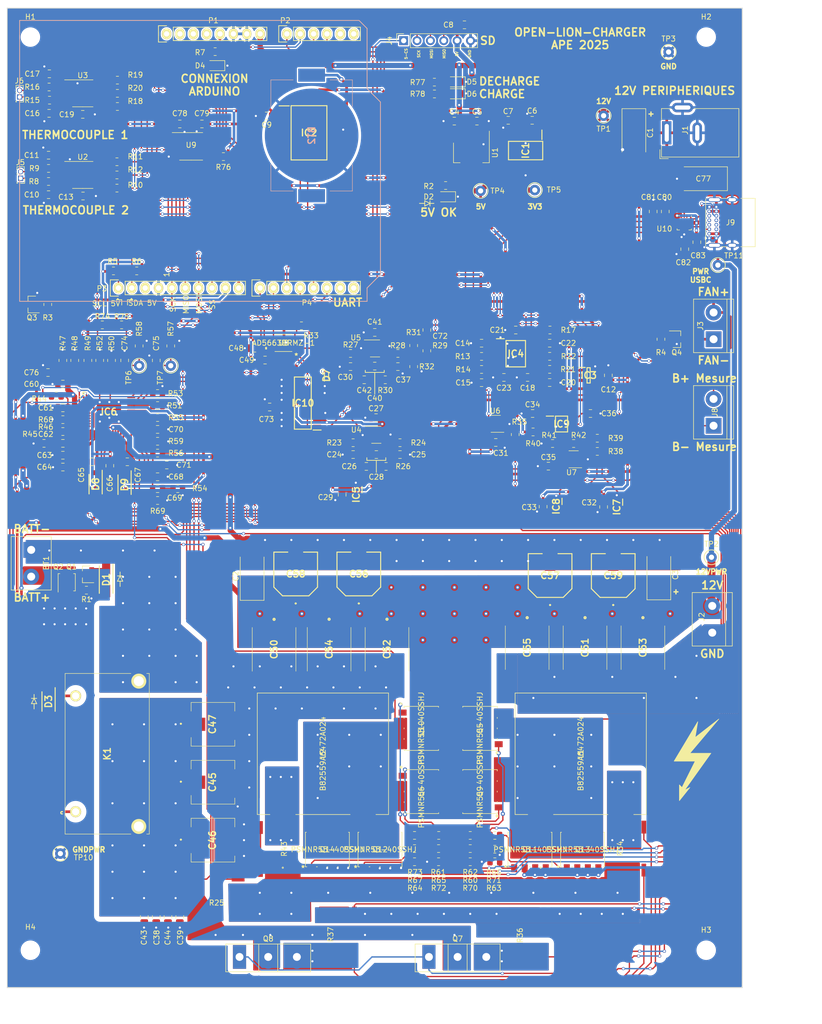
<source format=kicad_pcb>
(kicad_pcb (version 20240108) (generator "pcbnew") (generator_version "8.0")
  (title_block (date "2021-10-19"))
  (layers (0 "F.Cu" signal) (1 "In1.Cu" signal) (2 "In2.Cu" signal) (31 "B.Cu" signal) (34 "B.Paste" user) (35 "F.Paste" user) (36 "B.SilkS" user "B.Silkscreen") (37 "F.SilkS" user "F.Silkscreen") (38 "B.Mask" user) (39 "F.Mask" user) (44 "Edge.Cuts" user))
  (net 0 "")
  (net 1 "+5V")
  (net 2 "+3V3")
  (net 3 "Net-(BT1--)")
  (net 4 "RELAIS_BATT_OUT")
  (net 5 "GNDPWR")
  (net 6 "+12P")
  (net 7 "GNDA")
  (net 8 "Net-(BT1-+)")
  (net 9 "Net-(BT2-+)")
  (net 10 "Net-(U2-T+)")
  (net 11 "Net-(U2-T-)")
  (net 12 "Net-(IC4-AIN3)")
  (net 13 "Net-(IC4-AIN2)")
  (net 14 "Net-(C28-Pad1)")
  (net 15 "Net-(U3-T+)")
  (net 16 "Net-(U3-T-)")
  (net 17 "BATT+_CHARGE")
  (net 18 "Net-(C42-Pad1)")
  (net 19 "Net-(C62-Pad2)")
  (net 20 "SW2")
  (net 21 "SW1")
  (net 22 "Net-(C69-Pad2)")
  (net 23 "Net-(C72-Pad2)")
  (net 24 "Net-(IC4-AIN1)")
  (net 25 "RELAIS_BATT_IN")
  (net 26 "Net-(IC4-AIN0)")
  (net 27 "ISETA")
  (net 28 "A5_SCL")
  (net 29 "A4_SDA")
  (net 30 "TO_ADC_TMP")
  (net 31 "TO_ADC_CURRENT_CHARGE")
  (net 32 "CS2A")
  (net 33 "CS2B")
  (net 34 "VINX")
  (net 35 "HO2")
  (net 36 "LO2")
  (net 37 "LO1")
  (net 38 "HO1")
  (net 39 "nFAULT")
  (net 40 "CS1B")
  (net 41 "CS1A")
  (net 42 "EN1")
  (net 43 "EN2")
  (net 44 "CONS_DISCHARGE_I")
  (net 45 "12_MISO")
  (net 46 "11_MOSI")
  (net 47 "13_SCK")
  (net 48 "5")
  (net 49 "Net-(U4-+)")
  (net 50 "Net-(U4--)")
  (net 51 "Net-(IC10-S1)")
  (net 52 "Net-(U5-+)")
  (net 53 "Net-(L1-Pad2)")
  (net 54 "/Arduino/5V_test")
  (net 55 "8")
  (net 56 "9")
  (net 57 "10_SS")
  (net 58 "6")
  (net 59 "7")
  (net 60 "Net-(IC9-VREFIO)")
  (net 61 "Net-(U5--)")
  (net 62 "Net-(IC10-S2)")
  (net 63 "Net-(Q5-Pad1)")
  (net 64 "Net-(Q6-Pad1)")
  (net 65 "Net-(IC6-RAMP2)")
  (net 66 "Net-(Q9-Pad1)")
  (net 67 "Net-(Q10-Pad1)")
  (net 68 "Net-(Q11-Pad1)")
  (net 69 "Net-(Q12-Pad1)")
  (net 70 "Net-(Q13-Pad1)")
  (net 71 "Net-(Q14-Pad1)")
  (net 72 "Net-(IC6-COMP2)")
  (net 73 "Net-(IC6-SS)")
  (net 74 "Net-(D8-K)")
  (net 75 "Net-(D9-K)")
  (net 76 "Net-(IC6-COMP1)")
  (net 77 "Net-(IC6-VCCA)")
  (net 78 "CONS_CHARGE_I")
  (net 79 "TO_SHUNT_CHARGE")
  (net 80 "CONS_CHARGE_U")
  (net 81 "Net-(R28-Pad1)")
  (net 82 "Net-(IC6-RAMP1)")
  (net 83 "Net-(IC6-IOU2)")
  (net 84 "Net-(IC6-IOUT1)")
  (net 85 "FB_COURANT")
  (net 86 "Net-(L2-Pad1)")
  (net 87 "Net-(Q1-B)")
  (net 88 "TO_ADC_BATT")
  (net 89 "Net-(D2-A)")
  (net 90 "Net-(D4-A)")
  (net 91 "A0")
  (net 92 "Net-(D5-A)")
  (net 93 "CC2")
  (net 94 "Net-(D6-A)")
  (net 99 "CC1")
  (net 101 "/Arduino/RST")
  (net 102 "/Arduino/IOREF")
  (net 106 "LED_DECHARGE")
  (net 107 "LED_CHARGE")
  (net 108 "/Arduino/AREF")
  (net 111 "INT_USB")
  (net 112 "13_SCK_3V3")
  (net 113 "12_MISO_3V3")
  (net 114 "10_SS_3V3")
  (net 115 "7_3V3")
  (net 118 "Net-(IC4-~{DRDY})")
  (net 119 "Net-(IC5-IN+)")
  (net 120 "Net-(IC5-IN-)")
  (net 121 "Net-(IC6-BRKS)")
  (net 122 "Net-(IC6-SYNCIN)")
  (net 123 "Net-(IC6-UVLO)")
  (net 125 "Net-(IC6-DT)")
  (net 128 "Net-(IC6-DIR)")
  (net 129 "Net-(IC6-IPK)")
  (net 130 "Net-(IC6-OVPA)")
  (net 133 "Net-(IC6-OVPB)")
  (net 134 "Net-(IC6-BRKG)")
  (net 136 "Net-(IC6-SYNCOUT)")
  (net 137 "Net-(IC6-OSC)")
  (net 138 "Net-(IC7-OUT)")
  (net 139 "Net-(IC7-IN-)")
  (net 140 "Net-(IC7-IN+)")
  (net 141 "Net-(IC8-IN+)")
  (net 142 "Net-(IC8-OUT)")
  (net 143 "Net-(IC8-IN-)")
  (net 144 "Net-(IC9-SPI2C)")
  (net 147 "Net-(J3-Pin_1)")
  (net 148 "Net-(J5-Pin_1)")
  (net 149 "Net-(J5-Pin_2)")
  (net 150 "Net-(J6-Pin_1)")
  (net 151 "Net-(J6-Pin_2)")
  (net 164 "Net-(Q1-C)")
  (net 165 "Net-(Q3-B)")
  (net 166 "Net-(Q4-B)")
  (net 167 "Net-(Q7-G)")
  (net 168 "Net-(Q7-S)")
  (net 169 "Net-(Q8-S)")
  (net 170 "Net-(U2-SCK)")
  (net 171 "Net-(U2-SO)")
  (net 172 "Net-(U2-~{CS})")
  (net 173 "Net-(U3-SCK)")
  (net 174 "Net-(U3-SO)")
  (net 175 "Net-(U3-~{CS})")
  (net 176 "Net-(U8-*CLR)")
  (net 177 "Net-(U6-OUT)")
  (net 178 "Net-(U7-IN+)")
  (net 179 "Net-(U7-IN-)")
  (net 180 "Net-(U9-TS_)")
  (net 183 "VBUS")
  (footprint "Socket_Arduino_Uno:Socket_Strip_Arduino_1x08" (layer "F.Cu") (at 100.69186 18.587662)
    (property "Reference" "P1")
    (property "Value" "Power")
  )
  (footprint "Socket_Arduino_Uno:Socket_Strip_Arduino_1x06" (layer "F.Cu") (at 123.55186 18.587662)
    (property "Reference" "P2")
    (property "Value" "Analog")
  )
  (footprint "Socket_Arduino_Uno:Socket_Strip_Arduino_1x10" (layer "F.Cu") (at 91.53786 66.847663)
    (property "Reference" "P3")
    (property "Value" "Digital")
  )
  (footprint "Socket_Arduino_Uno:Socket_Strip_Arduino_1x08" (layer "F.Cu") (at 118.46186 66.847663)
    (property "Reference" "P4")
    (property "Value" "Digital")
  )
  (footprint "TerminalBlock:TerminalBlock_bornier-2_P5.08mm" (layer "F.Cu") (at 74.95186 116.577661 -90)
    (property "Reference" "BT1")
    (property "Value" "Lithium Battery")
  )
  (footprint "Capacitor_Tantalum_SMD:CP_EIA-7343-31_Kemet-D_Pad2.25x2.55mm_HandSolder" (layer "F.Cu") (at 189.501858 37.377663 -90)
    (property "Reference" "C1")
    (property "Value" "220uF")
  )
  (footprint "Capacitor_Tantalum_SMD:CP_EIA-7343-31_Kemet-D_Pad2.25x2.55mm_HandSolder" (layer "F.Cu") (at 116.938151 121.578167 90)
    (property "Reference" "C2")
    (property "Value" "220uF")
  )
  (footprint "Capacitor_Tantalum_SMD:CP_EIA-7343-31_Kemet-D_Pad2.25x2.55mm_HandSolder" (layer "F.Cu") (at 194.251859 121.477663 90)
    (property "Reference" "C3")
    (property "Value" "220uF")
  )
  (footprint "Capacitor_SMD:C_0805_2012Metric" (layer "F.Cu") (at 155.372338 35.151861 180)
    (property "Reference" "C4")
    (property "Value" "10uF")
  )
  (footprint "Capacitor_SMD:C_0805_2012Metric" (layer "F.Cu") (at 159.672338 35.151859)
    (property "Reference" "C5")
    (property "Value" "10uF")
  )
  (footprint "Capacitor_SMD:C_0805_2012Metric" (layer "F.Cu") (at 170.172338 35.001861 180)
    (property "Reference" "C6")
    (property "Value" "10uF")
  )
  (footprint "Capacitor_SMD:C_0805_2012Metric" (layer "F.Cu") (at 165.622337 35.00186 180)
    (property "Reference" "C7")
    (property "Value" "10uF")
  )
  (footprint "Capacitor_SMD:C_0805_2012Metric" (layer "F.Cu") (at 157.30186 16.877662)
    (property "Reference" "C8")
    (property "Value" "10uF")
  )
  (footprint "Capacitor_SMD:C_0805_2012Metric" (layer "F.Cu") (at 119.70186 34.177662 180)
    (property "Reference" "C9")
    (property "Value" "0.1uF")
  )
  (footprint "Capacitor_SMD:C_0805_2012Metric" (layer "F.Cu") (at 78.251859 49.127662)
    (property "Reference" "C10")
    (property "Value" "C")
  )
  (footprint "Capacitor_SMD:C_0805_2012Metric" (layer "F.Cu") (at 78.251859 41.627661)
    (property "Reference" "C11")
    (property "Value" "C")
  )
  (footprint "Capacitor_SMD:C_0805_2012Metric" (layer "F.Cu") (at 184.651859 83.435 -90)
    (property "Reference" "C12")
    (property "Value" "0.1uF")
  )
  (footprint "Capacitor_SMD:C_0805_2012Metric" (layer "F.Cu") (at 84.801859 49.377662 180)
    (property "Reference" "C13")
    (property "Value" "0.1uF")
  )
  (footprint "Capacitor_SMD:C_0805_2012Metric" (layer "F.Cu") (at 160.551859 77.327662 180)
    (property "Reference" "C14")
    (property "Value" "C")
  )
  (footprint "Capacitor_SMD:C_0805_2012Metric" (layer "F.Cu") (at 160.551859 84.827662 180)
    (property "Reference" "C15")
    (property "Value" "C")
  )
  (footprint "Capacitor_SMD:C_0805_2012Metric" (layer "F.Cu") (at 78.351859 33.677662)
    (property "Reference" "C16")
    (property "Value" "C")
  )
  (footprint "Capacitor_SMD:C_0805_2012Metric" (layer "F.Cu") (at 78.401859 26.177663)
    (property "Reference" "C17")
    (property "Value" "C")
  )
  (footprint "Capacitor_SMD:C_0805_2012Metric" (layer "F.Cu") (at 169.301859 83.827662 180)
    (property "Reference" "C18")
    (property "Value" "0.1uF")
  )
  (footprint "Capacitor_SMD:C_0805_2012Metric" (layer "F.Cu") (at 84.751859 33.877662 180)
    (property "Reference" "C19")
    (property "Value" "0.1uF")
  )
  (footprint "Capacitor_SMD:C_0805_2012Metric" (layer "F.Cu") (at 173.501858 84.797662 180)
    (property "Reference" "C20")
    (property "Value" "C")
  )
  (footprint "Capacitor_SMD:C_0805_2012Metric" (layer "F.Cu") (at 167.051859 74.827662 180)
    (property "Reference" "C21")
    (property "Value" "0.1uF")
  )
  (footprint "Capacitor_SMD:C_0805_2012Metric" (layer "F.Cu") (at 173.501858 77.327662 180)
    (property "Reference" "C22")
    (property "Value" "C")
  )
  (footprint "Capacitor_SMD:C_0805_2012Metric" (layer "F.Cu") (at 164.801859 83.827662)
    (property "Reference" "C23")
    (property "Value" "0.1uF")
  )
  (footprint "Capacitor_SMD:C_0805_2012Metric" (layer "F.Cu") (at 136.13936 98.477663)
    (property "Reference" "C24")
    (property "Value" "1uF")
  )
  (footprint "Capacitor_SMD:C_0805_2012Metric" (layer "F.Cu") (at 145.05186 98.477663)
    (property "Reference" "C25")
    (property "Value" "10n")
  )
  (footprint "Capacitor_SMD:C_0805_2012Metric" (layer "F.Cu") (at 138.65186 100.727663 180)
    (property "Reference" "C26")
    (property "Value" "10pF")
  )
  (footprint "Capacitor_SMD:C_0805_2012Metric" (layer "F.Cu") (at 140.501859 91.477663 180)
    (property "Reference" "C27")
    (property "Value" "0.1uF")
  )
  (footprint "Capacitor_SMD:C_0805_2012Metric" (layer "F.Cu") (at 140.551861 98.477662 180)
    (property "Reference" "C28")
    (property "Value" "0.1uF")
  )
  (footprint "Capacitor_SMD:C_0805_2012Metric" (layer "F.Cu") (at 134.051858 106.127663 90)
    (property "Reference" "C29")
    (property "Value" "0.1uF")
  )
  (footprint "Capacitor_SMD:C_0805_2012Metric" (layer "F.Cu") (at 135.65186 81.777663)
    (property "Reference" "C30")
    (property "Value" "10uF")
  )
  (footprint "Capacitor_SMD:C_0805_2012Metric" (layer "F.Cu") (at 163.251859 96.177662 180)
    (property "Reference" "C31")
    (property "Value" "0.1uF")
  )
  (footprint "Capacitor_SMD:C_0805_2012Metric" (layer "F.Cu") (at 183.751858 108.42766 90)
    (property "Reference" "C32")
    (property "Value" "0.1uF")
  )
  (footprint "Capacitor_SMD:C_0805_2012Metric" (layer "F.Cu") (at 172.251859 108.377661 90)
    (property "Reference" "C33")
    (property "Value" "0.1uF")
  )
  (footprint "Capacitor_SMD:C_0805_2012Metric" (layer "F.Cu") (at 170.251859 90.677662 180)
    (property "Reference" "C34")
    (property "Value" "0.1uF")
  )
  (footprint "Capacitor_SMD:C_0805_2012Metric" (layer "F.Cu") (at 173.251859 100.677662)
    (property "Reference" "C35")
    (property "Value" "0.1uF")
  )
  (footprint "Capacitor_SMD:C_0805_2012Metric" (layer "F.Cu") (at 181.251859 90.677662)
    (property "Reference" "C36")
    (property "Value" "0.1uF")
  )
  (footprint "Capacitor_SMD:C_0805_2012Metric" (layer "F.Cu") (at 144.651859 81.777663)
    (property "Reference" "C37")
    (property "Value" "C")
  )
  (footprint "Capacitor_SMD:C_0805_2012Metric" (layer "F.Cu") (at 98.718142 186.272337 -90)
    (property "Reference" "C38")
    (property "Value" "4.7uF")
  )
  (footprint "Capacitor_SMD:C_0805_2012Metric" (layer "F.Cu") (at 103.19814 186.272337 -90)
    (property "Reference" "C39")
    (property "Value" "4.7uF")
  )
  (footprint "Capacitor_SMD:C_0805_2012Metric" (layer "F.Cu") (at 140.251861 81.677662 180)
    (property "Reference" "C40")
    (property "Value" "10pF")
  )
  (footprint "Capacitor_SMD:C_0805_2012Metric" (layer "F.Cu") (at 140.25186 75.277662 180)
    (property "Reference" "C41")
    (property "Value" "0.1uF")
  )
  (footprint "Capacitor_SMD:C_0805_2012Metric" (layer "F.Cu") (at 138.25186 84.277662 180)
    (property "Reference" "C42")
    (property "Value" "0.1uF")
  )
  (footprint "Capacitor_SMD:C_0805_2012Metric" (layer "F.Cu") (at 96.448142 186.272336 -90)
    (property "Reference" "C43")
    (property "Value" "4.7uF")
  )
  (footprint "Capacitor_SMD:C_0805_2012Metric" (layer "F.Cu") (at 100.948144 186.272337 -90)
    (property "Reference" "C44")
    (property "Value" "4.7uF")
  )
  (footprint "open-lion:VibrationProof_F" (layer "F.Cu") (at 109.4 160.7 90)
    (property "Reference" "C45")
    (property "Value" "180uF" (hide yes))
  )
  (footprint "open-lion:VibrationProof_F" (layer "F.Cu") (at 109.4 171.7 90)
    (property "Reference" "C46")
    (property "Value" "180uF" (hide yes))
  )
  (footprint "open-lion:VibrationProof_F" (layer "F.Cu") (at 109.4 149.7 90)
    (property "Reference" "C47")
    (property "Value" "180uF" (hide yes))
  )
  (footprint "Capacitor_SMD:C_0805_2012Metric" (layer "F.Cu") (at 117.401859 78.277661 180)
    (property "Reference" "C48")
    (property "Value" "10uF")
  )
  (footprint "Capacitor_SMD:C_0805_2012Metric" (layer "F.Cu") (at 119.401857 80.527662 180)
    (property "Reference" "C49")
    (property "Value" "0.1uF")
  )
  (footprint "open-lion:SMD_Lytic_E" (layer "F.Cu") (at 121.117663 135.468141 -90)
    (property "Reference" "C50")
    (property "Value" "50uF" (hide yes))
  )
  (footprint "open-lion:SMD_Lytic_E" (layer "F.Cu") (at 180.222337 135.151859 -90)
    (property "Reference" "C51")
    (property "Value" "50uF" (hide yes))
  )
  (footprint "open-lion:SMD_Lytic_E" (layer "F.Cu") (at 142.577663 135.448141 -90)
    (property "Reference" "C52")
    (property "Value" "50uF" (hide yes))
  )
  (footprint "open-lion:SMD_Lytic_E" (layer "F.Cu") (at 191.222337 135.151858 -90)
    (property "Reference" "C53")
    (property "Value" "50uF" (hide yes))
  )
  (footprint "open-lion:SMD_Lytic_E" (layer "F.Cu") (at 131.577663 135.448142 -90)
    (property "Reference" "C54")
    (property "Value" "50uF" (hide yes))
  )
  (footprint "open-lion:SMD_Lytic_E" (layer "F.Cu") (at 169.222338 135.15186 -90)
    (property "Reference" "C55")
    (property "Value" "50uF" (hide yes))
  )
  (footprint "open-lion:EEEFP0J331AV" (layer "F.Cu") (at 137.222337 121.151859 180)
    (property "Reference" "C56")
    (property "Value" "100uF" (hide yes))
  )
  (footprint "open-lion:EEEFP0J331AV" (layer "F.Cu") (at 173.577662 121.44814 180)
    (property "Reference" "C57")
    (property "Value" "100uF" (hide yes))
  )
  (footprint "open-lion:EEEFP0J331AV" (layer "F.Cu") (at 125.222337 121.151859 180)
    (property "Reference" "C58")
    (property "Value" "100uF" (hide yes))
  )
  (footprint "open-lion:EEEFP0J331AV" (layer "F.Cu") (at 185.577662 121.448139 180)
    (property "Reference" "C59")
    (property "Value" "100uF" (hide yes))
  )
  (footprint "Capacitor_SMD:C_0805_2012Metric" (layer "F.Cu") (at 80.975084 85.100883 180)
    (property "Reference" "C60")
    (property "Value" "1uF")
  )
  (footprint "Capacitor_SMD:C_0805_2012Metric" (layer "F.Cu") (at 80.975084 89.600883 180)
    (property "Reference" "C61")
    (property "Value" "1nF")
  )
  (footprint "Capacitor_SMD:C_0805_2012Metric" (layer "F.Cu") (at 80.975084 96.350884 180)
    (property "Reference" "C62")
    (property "Value" "15nF")
  )
  (footprint "Capacitor_SMD:C_0805_2012Metric" (layer "F.Cu") (at 80.975084 98.600885 180)
    (property "Reference" "C63")
    (property "Value" "1nF")
  )
  (footprint "Capacitor_SMD:C_0805_2012Metric" (layer "F.Cu") (at 80.975081 100.850884 180)
    (property "Reference" "C64")
    (property "Value" "0.01uF")
  )
  (footprint "Capacitor_SMD:C_0805_2012Metric" (layer "F.Cu") (at 86.525083 99.850886)
    (property "Reference" "C65")
    (property "Value" "220nF")
  )
  (footprint "Capacitor_SMD:C_0805_2012Metric" (layer "F.Cu") (at 89.900083 100.600884 -90)
    (property "Reference" "C66")
    (property "Value" "1uF")
  )
  (footprint "Capacitor_SMD:C_0805_2012Metric" (layer "F.Cu") (at 93.225085 99.850884 180)
    (property "Reference" "C67")
    (property "Value" "220nF")
  )
  (footprint "Capacitor_SMD:C_0805_2012Metric" (layer "F.Cu") (at 98.975082 102.700884)
    (property "Reference" "C68")
    (property "Value" "1nF")
  )
  (footprint "Capacitor_SMD:C_0805_2012Metric" (layer "F.Cu") (at 98.975082 104.950885)
    (property "Reference" "C69")
    (property "Value" "15nF")
  )
  (footprint "Capacitor_SMD:C_0805_2012Metric" (layer "F.Cu") (at 98.975084 93.700884)
    (property "Reference" "C70")
    (property "Value" "1uF")
  )
  (footprint "Capacitor_SMD:C_0805_2012Metric" (layer "F.Cu") (at 100.725081 100.450885)
    (property "Reference" "C71")
    (property "Value" "1nF")
  )
  (footprint "Capacitor_SMD:C_0805_2012Metric" (layer "F.Cu") (at 150.15186 74.827663 -90)
    (property "Reference" "C72")
    (property "Value" "100pF")
  )
  (footprint "Capacitor_SMD:C_0805_2012Metric" (layer "F.Cu") (at 120.28115 89.448373 180)
    (property "Reference" "C73")
    (property "Value" "0.1uF")
  )
  (footprint "Capacitor_SMD:C_0805_2012Metric" (layer "F.Cu") (at 92.725083 80.600885 90)
    (property "Reference" "C74")
    (property "Value" "10nF")
  )
  (footprint "Capacitor_SMD:C_0805_2012Metric" (layer "F.Cu") (at 98.725081 80.600884 90)
    (property "Reference" "C75")
    (property "Value" "10nF")
  )
  (footprint "open-lion:DIOM5226X240N" (layer "F.Cu") (at 89.20186 122.227662 -90)
    (property "Reference" "D1")
    (property "Value" "B360A-13-F" (hide yes))
  )
  (footprint "LED_SMD:LED_0805_2012Metric_Pad1.15x1.40mm_HandSolder" (layer "F.Cu") (at 153.751861 49.527663 180)
    (property "Reference" "D2")
    (property "Value" "APT2012CGCK")
  )
  (footprint "open-lion:SODFL4725X105N" (layer "F.Cu") (at 78.251859 145.377662 -90)
    (property "Reference" "D3")
    (property "Value" "RFN2LAM4STFTR" (hide yes))
  )
  (footprint "LED_SMD:LED_0805_2012Metric_Pad1.15x1.40mm_HandSolder" (layer "F.Cu") (at 109.8895 24.622338 180)
    (property "Reference" "D4")
    (property "Value" "APHCM2012QBFC")
  )
  (footprint "open-lion:SODFL1608X70N" (layer "F.Cu") (at 131.08115 83.448373 90)
    (property "Reference" "D7")
    (property "Value" "1N4148WT" (hide yes))
  )
  (footprint "open-lion:SODFL4725X105N" (layer "F.Cu") (at 87.2 104.1 -90)
    (property "Reference" "D8")
    (property "Value" "PMEG4030ETRX" (hide yes))
  )
  (footprint "open-lion:SODFL4725X105N" (layer "F.Cu") (at 92.7 104.2 -90)
    (property "Reference" "D9")
    (property "Value" "PMEG4030ETRX" (hide yes))
  )
  (footprint "open-lion:SOT230P700X180-4N" (layer "F.Cu") (at 168.922336 40.75186 -90)
    (property "Reference" "IC1")
    (property "Value" "MCP1799-3302H_DB" (hide yes))
  )
  (footprint "open-lion:SOIC127P1032X265-16N" (layer "F.Cu") (at 127.75186 37.377662)
    (property "Reference" "IC2")
    (property "Value" "DS3231M+TRL" (hide yes))
  )
  (footprint "open-lion:SOT95P280X145-5N" (layer "F.Cu") (at 180.898 83.435)
    (property "Reference" "IC3")
    (property "Value" "TMP36GRTZ-REEL7" (hide yes))
  )
  (footprint "open-lion:SOP65P640X120-16N" (layer "F.Cu") (at 167.051859 79.327662)
    (property "Reference" "IC4")
    (property "Value" "ADS122C04IPWR" (hide yes))
  )
  (footprint "open-lion:SOT65P210X110-5N" (layer "F.Cu") (at 136.726859 106.097663 -90)
    (property "Reference" "IC5")
    (property "Value" "INA280A3IDCKR" (hide yes))
  )
  (footprint "open-lion:QFP50P900X900X120-49N" (layer "F.Cu") (at 89.725082 90.350885)
    (property "Reference" "IC6")
    (property "Value" "LM5170QPHPTQ1" (hide yes))
  )
  (footprint "open-lion:SOP50P490X110-10N" (layer "F.Cu") (at 175.751859 92.677662)
    (property "Reference" "IC9")
    (property "Value" "DAC80501MDGSR" (hide yes))
  )
  (footprint "open-lion:SOIC127P600X175-16N" (layer "F.Cu") (at 126.58115 88.698373 180)
    (property "Reference" "IC10")
    (property "Value" "MUX509IDR" (hide yes))
  )
  (footprint "Connector_BarrelJack:BarrelJack_Wuerth_6941xx301002" (layer "F.Cu") (at 195.751858 37.377661 90)
    (property "Reference" "J1")
    (property "Value" "Barrel_Jack_Switch")
  )
  (footprint "TerminalBlock:TerminalBlock_bornier-2_P5.08mm" (layer "F.Cu") (at 204.4 132.3 90)
    (property "Reference" "J2")
    (property "Value" "Conn_01x02_Female")
  )
  (footprint "TerminalBlock:TerminalBlock_bornier-2_P5.08mm" (layer "F.Cu") (at 204.651859 76.577663 90)
    (property "Reference" "J3")
    (property "Value" "Conn_01x02_Female")
  )
  (footprint "Connector_PinSocket_2.54mm:PinSocket_1x06_P2.54mm_Vertical" (layer "F.Cu") (at 145.75186 19.877662 90)
    (property "Reference" "J4")
    (property "Value" "Conn_01x06_Female")
  )
  (footprint "Connector_PinSocket_1.27mm:PinSocket_2x01_P1.27mm_Vertical" (layer "F.Cu") (at 72.951859 46.022662 -90)
    (property "Reference" "J5")
    (property "Value" "Conn_01x02_Female")
  )
  (footprint "Connector_PinSocket_1.27mm:PinSocket_2x01_P1.27mm_Vertical" (layer "F.Cu") (at 72.751859 30.577662 -90)
    (property "Reference" "J6")
    (property "Value" "Conn_01x02_Female")
  )
  (footprint "open-lion:G6QE1ADC12" (layer "F.Cu") (at 83.4 166.3 90)
    (property "Reference" "K1")
    (property "Value" "G6QE-1A_DC12" (hide yes))
  )
  (footprint "open-lion:B82559A6472A024" (layer "F.Cu") (at 179.4 155.3 90)
    (property "Reference" "L1")
    (property "Value" "B82559A6472A024")
  )
  (footprint "open-lion:B82559A6472A024" (layer "F.Cu") (at 130.4 155.3 90)
    (property "Reference" "L2")
    (property "Value" "B82559A6472A024")
  )
  (footprint "Package_TO_SOT_SMD:SOT-23" (layer "F.Cu") (at 85.45186 121.227663 180)
    (property "Reference" "Q1")
    (property "Value" "PBHV9115TLH")
  )
  (footprint "Package_SO:Vishay_PowerPAK_1212-8_Single" (layer "F.Cu") (at 81.701859 122.727661 90)
    (property "Reference" "Q2")
    (property "Value" "SiS176LDN")
  )
  (footprint "Package_TO_SOT_SMD:SOT-23" (layer "F.Cu") (at 75.101859 69.977662 180)
    (property "Reference" "Q3")
    (property "Value" "PBHV8115T")
  )
  (footprint "Package_TO_SOT_SMD:SOT-23" (layer "F.Cu") (at 197.651859 76.577662)
    (property "Reference" "Q4")
    (property "Value" "PBHV8115T")
  )
  (footprint "open-lion:LFPAK88" (layer "F.Cu") (at 160.251859 150.477663 90)
    (property "Reference" "Q5")
    (property "Value" "PSMNR55-40SSHJ")
  )
  (footprint "open-lion:LFPAK88" (layer "F.Cu") (at 149.1173 162.477663 -90)
    (property "Reference" "Q6")
    (property "Value" "PSMNR55-40SSHJ")
  )
  (footprint "Package_TO_SOT_THT:TO-247-3_Vertical" (layer "F.Cu") (at 150.55 193.877662)
    (property "Reference" "Q7")
    (property "Value" "IXTH30N50L2")
  )
  (footprint "Package_TO_SOT_THT:TO-247-3_Vertical" (layer "F.Cu") (at 114.55 193.877661)
    (property "Reference" "Q8")
    (property "Value" "IXTH30N50L2")
  )
  (footprint "open-lion:LFPAK88" (layer "F.Cu") (at 160.251859 162.477663 90)
    (property "Reference" "Q9")
    (property "Value" "PSMNR55-40SSHJ")
  )
  (footprint "open-lion:LFPAK88" (layer "F.Cu") (at 149.1 150.477663 -90)
    (property "Reference" "Q10")
    (property "Value" "PSMNR55-40SSHJ")
  )
  (footprint "open-lion:LFPAK88" (layer "F.Cu") (at 169.75186 173.477662)
    (property "Reference" "Q11")
    (property "Value" "PSMNR55-40SSHJ")
  )
  (footprint "open-lion:LFPAK88" (layer "F.Cu") (at 141.25186 173.477662)
    (property "Reference" "Q12")
    (property "Value" "PSMNR55-40SSHJ")
  )
  (footprint "open-lion:LFPAK88" (layer "F.Cu") (at 179.75186 173.477663)
    (property "Reference" "Q13")
    (property "Value" "PSMNR55-40SSHJ")
  )
  (footprint "open-lion:LFPAK88" (layer "F.Cu") (at 131.25186 173.477662)
    (property "Reference" "Q14")
    (property "Value" "PSMNR55-40SSHJ")
  )
  (footprint "Resistor_SMD:R_0805_2012Metric" (layer "F.Cu") (at 85.45186 124.227662)
    (property "Reference" "R1")
    (property "Value" "10k")
  )
  (footprint "Resistor_SMD:R_0805_2012Metric" (layer "F.Cu") (at 153.721859 47.387664)
    (property "Reference" "R2")
    (property "Value" "220")
  )
  (footprint "Resistor_SMD:R_0805_2012Metric" (layer "F.Cu") (at 78.101859 69.977662 -90)
    (property "Reference" "R3")
    (property "Value" "470")
  )
  (footprint "Resistor_SMD:R_0805_2012Metric" (layer "F.Cu") (at 194.651859 76.577662 90)
    (property "Reference" "R4")
    (property "Value" "470")
  )
  (footprint "Resistor_SMD:R_0805_2012Metric" (layer "F.Cu") (at 90.5875 63.6)
    (property "Reference" "R5")
    (property "Value" "10k")
  )
  (footprint "Resistor_SMD:R_0805_2012Metric" (layer "F.Cu") (at 95.0125 63.6 180)
    (property "Reference" "R6")
    (property "Value" "10k")
  )
  (footprint "Resistor_SMD:R_0805_2012Metric" (layer "F.Cu") (at 109.912 21.965 180)
    (property "Reference" "R7")
    (property "Value" "470")
  )
  (footprint "Resistor_SMD:R_0805_2012Metric" (layer "F.Cu") (at 78.251859 46.617662)
    (property "Reference" "R8")
    (property "Value" "0")
  )
  (footprint "Resistor_SMD:R_0805_2012Metric" (layer "F.Cu") (at 78.251859 44.137661)
    (property "Reference" "R9")
    (property "Value" "0")
  )
  (footprint "Resistor_SMD:R_0805_2012Metric" (layer "F.Cu") (at 91.251859 47.877662)
    (property "Reference" "R10")
    (property "Value" "220")
  )
  (footprint "Resistor_SMD:R_0805_2012Metric" (layer "F.Cu") (at 91.251859 42.877662)
    (property "Reference" "R11")
    (property "Value" "220")
  )
  (footprint "Resistor_SMD:R_0805_2012Metric" (layer "F.Cu") (at 91.251859 45.377662)
    (property "Reference" "R12")
    (property "Value" "220")
  )
  (footprint "Resistor_SMD:R_0805_2012Metric" (layer "F.Cu") (at 160.551859 79.837662)
    (property "Reference" "R13")
    (property "Value" "1k")
  )
  (footprint "Resistor_SMD:R_0805_2012Metric" (layer "F.Cu") (at 160.551859 82.317662)
    (property "Reference" "R14")
    (property "Value" "0")
  )
  (footprint "Resistor_SMD:R_0805_2012Metric" (layer "F.Cu") (at 78.439359 31.177662)
    (property "Reference" "R15")
    (property "Value" "0")
  )
  (footprint "Resistor_SMD:R_0805_2012Metric" (layer "F.Cu") (at 78.351859 28.677662)
    (property "Reference" "R16")
    (property "Value" "0")
  )
  (footprint "Resistor_SMD:R_0805_2012Metric" (layer "F.Cu") (at 173.551859 74.827662)
    (property "Reference" "R17")
    (property "Value" "10k")
  )
  (footprint "Resistor_SMD:R_0805_2012Metric" (layer "F.Cu") (at 91.339359 32.377663)
    (property "Reference" "R18")
    (property "Value" "220")
  )
  (footprint "Resistor_SMD:R_0805_2012Metric" (layer "F.Cu") (at 91.339359 27.377662)
    (property "Reference" "R19")
    (property "Value" "220")
  )
  (footprint "Resistor_SMD:R_0805_2012Metric" (layer "F.Cu") (at 91.339359 29.877662)
    (property "Reference" "R20")
    (property "Value" "220")
  )
  (footprint "Resistor_SMD:R_0805_2012Metric" (layer "F.Cu") (at 173.501858 82.297662 180)
    (property "Reference" "R21")
    (property "Value" "0")
  )
  (footprint "Resistor_SMD:R_0805_2012Metric" (layer "F.Cu") (at 173.501858 79.827662 180)
    (property "Reference" "R22")
    (property "Value" "0")
  )
  (footprint "Resistor_SMD:R_0805_2012Metric" (layer "F.Cu") (at 136.13936 96.227662)
    (property "Reference" "R23")
    (property "Value" "10k")
  )
  (footprint "Resistor_SMD:R_0805_2012Metric" (layer "F.Cu") (at 145.05186 96.227663 180)
    (property "Reference" "R24")
    (property "Value" "500")
  )
  (footprint "open-lion:WSLP40261L000FEA" (layer "F.Cu") (at 110.2 183.1)
    (property "Reference" "R25")
    (property "Value" "GKM5R0010FE-TR")
  )
  (footprint "Resistor_SMD:R_0805_2012Metric" (layer "F.Cu") (at 142.401861 100.727663 180)
    (property "Reference" "R26")
    (property "Value" "1k")
  )
  (footprint "Resistor_SMD:R_0805_2012Metric" (layer "F.Cu") (at 135.65186 79.277663)
    (property "Reference" "R27")
    (property "Value" "1M")
  )
  (footprint "Resistor_SMD:R_0805_2012Metric" (layer "F.Cu") (at 144.651859 79.277663 180)
    (property "Reference" "R28")
    (property "Value" "0")
  )
  (footprint "Resistor_SMD:R_0805_2012Metric" (layer "F.Cu") (at 150.15186 78.777662 -90)
    (property "Reference" "R29")
    (property "Value" "20k")
  )
  (footprint "Resistor_SMD:R_0805_2012Metric" (layer "F.Cu") (at 142.25186 84.277663 180)
    (property "Reference" "R30")
    (property "Value" "1k")
  )
  (footprint "Resistor_SMD:R_0805_2012Metric" (layer "F.Cu") (at 147.651859 77.777663 -90)
    (property "Reference" "R31")
    (property "Value" "4.42k")
  )
  (footprint "Resistor_SMD:R_0805_2012Metric" (layer "F.Cu") (at 147.651859 81.777663 -90)
    (property "Reference" "R32")
    (property "Value" "26k")
  )
  (footprint "Resistor_SMD:R_0805_2012Metric" (layer "F.Cu") (at 126.314358 74.027663 180)
    (property "Reference" "R33")
    (property "Value" "10k")
  )
  (footprint "open-lion:WSLP40261L000FEA" (layer "F.Cu") (at 187.4 173.3 -90)
    (property "Reference" "R34")
    (property "Value" "GKM5R0010FE-TR")
  )
  (footprint "Resistor_SMD:R_0805_2012Metric" (layer "F.Cu") (at 166.951859 94.677662 90)
    (property "Reference" "R35")
    (property "Value" "3.3k")
  )
  (footprint "open-lion:WSLP40261L000FEA" (layer "F.Cu") (at 168.365 189.78 -90)
    (property "Reference" "R36")
    (property "Value" "GKM5R0010FE-TR")
  )
  (footprint "open-lion:WSLP40261L000FEA" (layer "F.Cu") (at 132.365 189.62 -90)
    (property "Reference" "R37")
    (property "Value" "GKM5R0010FE-TR")
  )
  (footprint "Resistor_SMD:R_0805_2012Metric" (layer "F.Cu") (at 182.551859 97.877662)
    (property "Reference" "R38")
    (property "Value" "1k")
  )
  (footprint "Resistor_SMD:R_0805_2012Metric" (layer "F.Cu") (at 182.551859 95.377662)
    (property "Reference" "R39")
    (property "Value" "1k")
  )
  (footprint "Resistor_SMD:R_0805_2012Metric" (layer "F.Cu") (at 170.339359 94.177662)
    (property "Reference" "R40")
    (property "Value" "10k")
  )
  (footprint "Resistor_SMD:R_0805_2012Metric" (layer "F.Cu") (at 174.05186 96.377662)
    (property "Reference" "R41")
    (property "Value" "1k")
  )
  (footprint "Resistor_SMD:R_0805_2012Metric" (layer "F.Cu") (at 178.051859 96.377662 180)
    (property "Reference" "R42")
    (property "Value" "4k")
  )
  (footprint "open-lion:WSLP40261L000FEA" (layer "F.Cu") (at 122.535 173.38 90)
    (property "Reference" "R43")
    (property "Value" "GKM5R0010FE-TR")
  )
  (footprint "Resistor_SMD:R_0805_2012Metric" (layer "F.Cu") (at 79.725081 87.350884)
    (property "Reference" "R44")
    (property "Value" "96k")
  )
  (footprint "Resistor_SMD:R_0805_2012Metric" (layer "F.Cu") (at 77.387582 96.350884 180)
    (property "Reference" "R45")
    (property "Value" "634")
  )
  (footprint "Resistor_SMD:R_0805_2012Metric" (layer "F.Cu") (at 80.975084 94.100883)
    (property "Reference" "R46")
    (property "Value" "10k")
  )
  (footprint "Resistor_SMD:R_0805_2012Metric" (layer "F.Cu") (at 80.975084 80.600883 90)
    (property "Reference" "R47")
    (property "Value" "10k")
  )
  (footprint "Resistor_SMD:R_0805_2012Metric" (layer "F.Cu") (at 83.225084 80.600884 -90)
    (property "Reference" "R48")
    (property "Value" "40k")
  )
  (footprint "Resistor_SMD:R_0805_2012Metric" (layer "F.Cu") (at 85.725084 80.600884 -90)
    (property "Reference" "R49")
    (property "Value" "10k")
  )
  (footprint "Resistor_SMD:R_0805_2012Metric" (layer "F.Cu") (at 90.225083 80.600885 -90)
    (property "Reference" "R50")
    (property "Value" "10k")
  )
  (footprint "Resistor_SMD:R_0805_2012Metric" (layer "F.Cu") (at 98.975082 89.177662)
    (property "Reference" "R51")
    (property "Value" "10k")
  )
  (footprint "Resistor_SMD:R_0805_2012Metric" (layer "F.Cu") (at 87.975084 80.600883 -90)
    (property "Reference" "R52")
    (property "Value" "10k")
  )
  (footprint "Resistor_SMD:R_0805_2012Metric" (layer "F.Cu") (at 98.975085 86.877662)
    (property "Reference" "R53")
    (property "Value" "10k")
  )
  (footprint "Resistor_SMD:R_0805_2012Metric" (layer "F.Cu") (at 102.812582 104.950885)
    (property "Reference" "R54")
    (property "Value" "634")
  )
  (footprint "Resistor_SMD:R_0805_2012Metric" (layer "F.Cu") (at 98.975084 91.450884 180)
    (property "Reference" "R55")
    (property "Value" "25")
  )
  (footprint "Resistor_SMD:R_0805_2012Metric" (layer "F.Cu") (at 98.975083 98.200884 180)
    (property "Reference" "R56")
    (property "Value" "96k")
  )
  (footprint "Resistor_SMD:R_0805_2012Metric" (layer "F.Cu") (at 101.475081 77.850884 -90)
    (property "Reference" "R57")
    (property "Value" "9.09k")
  )
  (footprint "Resistor_SMD:R_0805_2012Metric" (layer "F.Cu") (at 95.475084 77.850884 -90)
    (property "Reference" "R58")
    (property "Value" "9.09k")
  )
  (footprint "Resistor_SMD:R_0805_2012Metric" (layer "F.Cu") (at 98.975082 95.950885)
    (property "Reference" "R59")
    (property "Value" "40k")
  )
  (footprint "Resistor_SMD:R_0805_2012Metric" (layer "F.Cu") (at 158.4 173.3 180)
    (property "Reference" "R60")
    (property "Value" "220")
  )
  (footprint "Resistor_SMD:R_0805_2012Metric" (layer "F.Cu") (at 152.4125 170.8 180)
    (property "Reference" "R61")
    (property "Value" "220")
  )
  (footprint "Resistor_SMD:R_0805_2012Metric" (layer "F.Cu") (at 158.4 170.8)
    (property "Reference" "R62")
    (property "Value" "220")
  )
  (footprint "Resistor_SMD:R_0805_2012Metric" (layer "F.Cu") (at 163.07314 175.8)
    (property "Reference" "R63")
    (property "Value" "220")
  )
  (footprint "Resistor_SMD:R_0805_2012Metric" (layer "F.Cu") (at 147.8125 175.8)
    (property "Reference" "R64")
    (property "Value" "220")
  )
  (footprint "Resistor_SMD:R_0805_2012Metric" (layer "F.Cu") (at 152.384359 173.3 180)
    (property "Reference" "R65")
    (property "Value" "220")
  )
  (footprint "Resistor_SMD:R_0805_2012Metric" (layer "F.Cu") (at 163.07314 170.8)
    (property "Reference" "R66")
    (property "Value" "220")
  )
  (footprint "Resistor_SMD:R_0805_2012Metric" (layer "F.Cu") (at 147.8125 170.8 180)
    (property "Reference" "R67")
    (property "Value" "220")
  )
  (footprint "Resistor_SMD:R_0805_2012Metric" (layer "F.Cu") (at 80.975081 91.850884)
    (property "Reference" "R68")
    (property "Value" "53,5k")
  )
  (footprint "Resistor_SMD:R_0805_2012Metric" (layer "F.Cu") (at 98.975085 107.200884 180)
    (property "Reference" "R69")
    (property "Value" "31.6k")
  )
  (footprint "Resistor_SMD:R_0805_2012Metric" (layer "F.Cu") (at 158.4 175.8 180)
    (property "Reference" "R70")
    (property "Value" "10k")
  )
  (footprint "Resistor_SMD:R_0805_2012Metric" (layer "F.Cu") (at 163.07314 173.422337 180)
    (property "Reference" "R71")
    (property "Value" "10k")
  )
  (footprint "Resistor_SMD:R_0805_2012Metric" (layer "F.Cu") (at 152.384359 175.8)
    (property "Reference" "R72")
    (property "Value" "10k")
  )
  (footprint "Resistor_SMD:R_0805_2012Metric" (layer "F.Cu") (at 147.8125 173.3)
    (property "Reference" "R73")
    (property "Value" "10k")
  )
  (footprint "Resistor_SMD:R_0805_2012Metric" (layer "F.Cu") (at 88.475083 73.850885)
    (property "Reference" "R74")
    (property "Value" "10k")
  )
  (footprint "Resistor_SMD:R_0805_2012Metric" (layer "F.Cu") (at 92.137583 73.850886 180)
    (property "Reference" "R75")
    (property "Value" "10k")
  )
  (footprint "TestPoint:TestPoint_Keystone_5000-5004_Miniature" (layer "F.Cu") (at 183.751857 34.127662 180)
    (property "Reference" "TP1")
    (property "Value" "TestPoint")
  )
  (footprint "TestPoint:TestPoint_Keystone_5000-5004_Miniature" (layer "F.Cu") (at 204.25186 117.977662)
    (property "Reference" "TP2")
    (property "Value" "TestPoint")
  )
  (footprint "TestPoint:TestPoint_Keystone_5000-5004_Miniature" (layer "F.Cu") (at 196.10186 22.027663)
    (property "Reference" "TP3")
    (property "Value" "TestPoint")
  )
  (footprint "TestPoint:TestPoint_Keystone_5000-5004_Miniature" (layer "F.Cu") (at 160.372337 48.40186 -90)
    (property "Reference" "TP4")
    (property "Value" "TestPoint")
  )
  (footprint "TestPoint:TestPoint_Keystone_5000-5004_Miniature" (layer "F.Cu") (at 170.672337 48.25186 -90)
    (property "Reference" "TP5")
    (property "Value" "TestPoint")
  )
  (footprint "TestPoint:TestPoint_Keystone_5000-5004_Miniature" (layer "F.Cu") (at 95.475083 81.600884 90)
    (property "Reference" "TP6")
    (property "Value" "TestPoint")
  )
  (footprint "TestPoint:TestPoint_Keystone_5000-5004_Miniature" (layer "F.Cu") (at 101.475082 81.600884 90)
    (property "Reference" "TP7")
    (property "Value" "TestPoint")
  )
  (footprint "Package_TO_SOT_SMD:SOT-223" (layer "F.Cu") (at 158.622338 41.15186 -90)
    (property "Reference" "U1")
    (property "Value" "LM1117-5.0")
  )
  (footprint "Package_SO:SOIC-8_3.9x4.9mm_P1.27mm" (layer "F.Cu") (at 84.751859 45.377662)
    (property "Reference" "U2")
    (property "Value" "MAX31855JASA")
  )
  (footprint "Package_SO:SOIC-8_3.9x4.9mm_P1.27mm" (layer "F.Cu") (at 84.751859 29.877662)
    (property "Reference" "U3")
    (property "Value" "MAX31855JASA")
  )
  (footprint "Package_TO_SOT_SMD:SOT-23-6_Handsoldering" (layer "F.Cu") (at 140.55186 94.727663)
    (property "Reference" "U4")
    (property "Value" "TLV9151SIDBVR")
  )
  (footprint "Package_TO_SOT_SMD:SOT-23-6_Handsoldering" (layer "F.Cu") (at 140.30186 78.327662)
    (property "Reference" "U5")
    (property "Value" "TLV9151SIDBVR")
  )
  (footprint "Package_TO_SOT_SMD:SOT-23-5_HandSoldering" (layer "F.Cu") (at 163.251859 92.640324 180)
    (property "Reference" "U6")
    (property "Value" "LMP7701")
  )
  (footprint "Package_TO_SOT_SMD:SOT-23-5_HandSoldering" (layer "F.Cu") (at 178.051859 99.377662 180)
    (property "Reference" "U7")
    (property "Value" "LMP7701")
  )
  (footprint "open-lion:AD5663BRMZ-1" (layer "F.Cu") (at 122.901858 77.277662 180)
    (property "Reference" "U8")
    (property "Value" "AD5663BRMZ-1")
  )
  (footprint "MountingHole:MountingHole_3.2mm_M3_ISO7380" (layer "F.Cu") (at 74.8 19.2)
    (property "Reference" "H1")
    (property "Value" "MountingHole")
  )
  (footprint "MountingHole:MountingHole_3.2mm_M3_ISO7380" (layer "F.Cu") (at 203.251859 19.2)
    (property "Reference" "H2")
    (property "Value" "MountingHole")
  )
  (footprint "MountingHole:MountingHole_3.2mm_M3_ISO7380" (layer "F.Cu") (at 74.8 192.6)
    (property "Reference" "H4")
    (property "Value" "MountingHole")
  )
  (footprint "MountingHole:MountingHole_3.2mm_M3_ISO7380" (layer "F.Cu") (at 203.251859 192.6)
    (property "Reference" "H3")
    (property "Value" "MountingHole")
  )
  (footprint "TestPoint:TestPoint_Keystone_5000-5004_Miniature" (layer "F.Cu") (at 80.5 174.25)
    (property "Reference" "TP10")
    (property "Value" "TestPoint")
  )
  (footprint "NetTie:NetTie-2_SMD_Pad0.5mm" (layer "F.Cu") (at 89.451859 93.127662 -90)
    (property "Reference" "NT2" (hide yes))
    (property "Value" "Net-Tie_2")
  )
  (footprint "Capacitor_SMD:C_0805_2012Metric" (layer "F.Cu") (at 78.149999 82.9 180)
    (property "Reference" "C76")
    (property "Value" "10nF")
  )
  (footprint "TerminalBlock:TerminalBlock_bornier-2_P5.08mm" (layer "F.Cu") (at 204.64814 93 90)
    (property "Reference" "J8")
    (property "Value" "Conn_01x02_Female")
  )
  (footprint "Capacitor_Tantalum_SMD:CP_EIA-7343-31_Kemet-D_Pad2.25x2.55mm_HandSolder" (layer "F.Cu") (at 202.7 46.1 180)
    (property "Reference" "C77")
    (property "Value" "220uF")
  )
  (footprint "Capacitor_SMD:C_0805_2012Metric" (layer "F.Cu") (at 103.2 35.7 180)
    (property "Reference" "C78")
    (property "Value" "0.1uF")
  )
  (footprint "Capacitor_SMD:C_0805_2012Metric" (layer "F.Cu") (at 107.4 35.7)
    (property "Reference" "C79")
    (property "Value" "0.1uF")
  )
  (footprint "Capacitor_SMD:C_0805_2012Metric" (layer "F.Cu") (at 195.470711 52.320711 -90)
    (property "Reference" "C80")
    (property "Value" "1uF")
  )
  (footprint "Capacitor_SMD:C_0805_2012Metric" (layer "F.Cu") (at 193.170711 52.320709 90)
    (property "Reference" "C81")
    (property "Value" "0.1uF")
  )
  (footprint "Capacitor_SMD:C_0805_2012Metric" (layer "F.Cu") (at 199.17071 59.470711 -90)
    (property "Reference" "C82")
    (property "Value" "0.1uF")
  )
  (footprint "Capacitor_SMD:C_0805_2012Metric" (layer "F.Cu") (at 201.470711 58.15 -90)
    (property "Reference" "C83")
    (property "Value" "10uF")
  )
  (footprint "LED_SMD:LED_0805_2012Metric_Pad1.15x1.40mm_HandSolder" (layer "F.Cu") (at 155.605 27.705001 180)
    (property "Reference" "D5")
    (property "Value" "APHCM2012QBFC")
  )
  (footprint "LED_SMD:LED_0805_2012Metric_Pad1.15x1.40mm_HandSolder" (layer "F.Cu") (at 155.605 29.965 180)
    (property "Reference" "D6")
    (property "Value" "APHCM2012QBFC")
  )
  (footprint "Connector_USB:USB_C_Receptacle_GCT_USB4085" (layer "F.Cu") (at 203.83071 57.390712 90)
    (property "Reference" "J9")
    (property "Value" "USB_C_Receptacle")
  )
  (footprint "Resistor_SMD:R_0805_2012Metric" (layer "F.Cu") (at 111.4875 41.9)
    (property "Reference" "R76")
    (property "Value" "10k")
  )
  (footprint "Resistor_SMD:R_0805_2012Metric" (layer "F.Cu") (at 151.5875 27.75)
    (property "Reference" "R77")
    (property "Value" "470")
  )
  (footprint "Resistor_SMD:R_0805_2012Metric" (layer "F.Cu") (at 151.6 30)
    (property "Reference" "R78")
    (property "Value" "470")
  )
  (footprint "TestPoint:TestPoint_Keystone_5000-5004_Miniature" (layer "F.Cu") (at 205.470711 62.500711 -90)
    (property "Reference" "TP11")
    (property "Value" "TestPoint")
  )
  (footprint "Package_SO:TSSOP-14_4.4x5mm_P0.65mm" (layer "F.Cu") (at 105.35 39.95)
    (property "Reference" "U9")
    (property "Value" "MAX3377EEUD+")
  )
  (footprint "Package_DFN_QFN:WQFN-14-1EP_2.5x2.5mm_P0.5mm_EP1.45x1.45mm" (layer "F.Cu") (at 199.070711 54.470711 -90)
    (property "Reference" "U10")
    (property "Value" "FUSB302T")
  )
  (footprint "open-lion:SOT65P210X110-5N" (layer "F.Cu") (at 174.74 108.32 -90)
    (property "Reference" "IC8")
    (property "Value" "INA280A3IDCKR" (hide yes))
  )
  (footprint "open-lion:SOT65P210X110-5N" (layer "F.Cu") (at 186.265 108.47 -90)
    (property "Reference" "IC7")
    (property "Value" "INA280A3IDCKR" (hide yes))
  )
  (footprint "open-lion:BATHLD001TR" (layer "B.Cu") (at 128.251859 37.877662 -90)
    (property "Reference" "BT2")
    (property "Value" "CR2032" (hide yes))
  )
  (gr_line (start 138.791859 17.561662) (end 137.26786 16.037663) (stroke (width 0.15)) (layer "B.SilkS"))
  (gr_line (start 138.791859 69.377662) (end 138.79186 66.837663) (stroke (width 0.15)) (layer "B.SilkS"))
  (gr_line (start 141.33186 64.297663) (end 141.331861 31.531663) (stroke (width 0.15)) (layer "B.SilkS"))
  (gr_line (start 141.331861 31.531663) (end 138.79186 28.991663) (stroke (width 0.15)) (layer "B.SilkS"))
  (gr_line (start 72.75186 16.037662) (end 72.75186 69.377661) (stroke (width 0.15)) (layer "B.SilkS"))
  (gr_line (start 72.75186 69.377661) (end 138.791859 69.377662) (stroke (width 0.15)) (layer "B.SilkS"))
  (gr_line (start 138.79186 28.991663) (end 138.791859 17.561662) (stroke (width 0.15)) (layer "B.SilkS"))
  (gr_line (start 138.79186 66.837663) (end 141.33186 64.297663) (stroke (width 0.15)) (layer "B.SilkS"))
  (gr_line (start 137.26786 16.037663) (end 72.75186 16.037662) (stroke (width 0.15)) (layer "B.SilkS"))
  (gr_line (start 92.35186 122.527662) (end 91.85186 121.527663) (stroke (width 0.15)) (layer "F.SilkS"))
  (gr_line (start 150.75186 50.777663) (end 149.751859 50.277662) (stroke (width 0.15)) (layer "F.SilkS"))
  (gr_line (start 149.751862 50.777661) (end 148.75186 50.777663) (stroke (width 0.15)) (layer "F.SilkS"))
  (gr_line (start 149.75186 51.277663) (end 150.75186 50.777663) (stroke (width 0.15)) (layer "F.SilkS"))
  (gr_line (start 150.75186 50.777663) (end 151.501859 50.777663) (stroke (width 0.15)) (layer "F.SilkS"))
  (gr_line (start 150.75186 50.277663) (end 150.751861 51.277662) (stroke (width 0.15)) (layer "F.SilkS"))
  (gr_line (start 149.751859 50.277662) (end 149.75186 51.277663) (stroke (width 0.15)) (layer "F.SilkS"))
  (gr_line (start 75.501861 144.777664) (end 75.001861 145.777661) (stroke (width 0.15)) (layer "F.SilkS"))
  (gr_line (start 75.50186 145.777662) (end 75.501859 146.777663) (stroke (width 0.15)) (layer "F.SilkS"))
  (gr_line (start 76.00186 145.777661) (end 75.501861 144.777664) (stroke (width 0.15)) (layer "F.SilkS"))
  (gr_line (start 75.501861 144.777664) (end 75.501861 144.027663) (stroke (width 0.15)) (layer "F.SilkS"))
  (gr_line (start 75.00186 144.777663) (end 76.001859 144.777663) (stroke (width 0.15)) (layer "F.SilkS"))
  (gr_line (start 75.001861 145.777661) (end 76.00186 145.777661) (stroke (width 0.15)) (layer "F.SilkS"))
  (gr_line (start 91.41 69.08) (end 91.16 69.079998) (stroke (width 0.15)) (layer "F.SilkS"))
  (gr_line (start 91.41 68.83) (end 91.41 69.08) (stroke (width 0.15)) (layer "F.SilkS"))
  (gr_line (start 91.41 68.83) (end 91.16 69.079998) (stroke (width 0.15)) (layer "F.SilkS"))
  (gr_line (start 93.260001 69.08) (end 94.01 69.08) (stroke (width 0.15)) (layer "F.SilkS"))
  (gr_line (start 94.01 69.08) (end 94.01 68.83) (stroke (width 0.15)) (layer "F.SilkS"))
  (gr_line (start 92.16 70.08) (end 92.16 69.08) (stroke (width 0.15)) (layer "F.SilkS"))
  (gr_line (start 94.01 68.83) (end 93.76 69.08) (stroke (width 0.15)) (layer "F.SilkS"))
  (gr_line (start 94.01 68.83) (end 94.259999 69.08) (stroke (width 0.15)) (layer "F.SilkS"))
  (gr_line (start 93.26 70.080001) (end 93.260001 69.08) (stroke (width 0.15)) (layer "F.SilkS"))
  (gr_line (start 93.76 69.08) (end 94.259999 69.08) (stroke (width 0.15)) (layer "F.SilkS"))
  (gr_line (start 91.41 68.83) (end 91.66 69.080001) (stroke (width 0.15)) (layer "F.SilkS"))
  (gr_line (start 92.16 69.08) (end 91.41 69.08) (stroke (width 0.15)) (layer "F.SilkS"))
  (gr_poly (pts (xy 200.15 155.2) (xy 204.15 155.2) (xy 199.15 162.2) (xy 200.15 161.7) (xy 198.15 164.2) (xy 198.15 161.2) (xy 198.65 161.7) (xy 201.15 156.7) (xy 197.15 156.7) (xy 201.65 149.2) (xy 201.15 152.2) (xy 205.65 148.7)) (stroke (width 0.1)) (fill solid) (layer "F.SilkS"))
  (gr_line (start 138.751858 99.077663) (end 138.75186 99.577663) (stroke (width 0.15)) (layer "F.SilkS"))
  (gr_line (start 91.85186 122.527662) (end 91.851859 123.527663) (stroke (width 0.15)) (layer "F.SilkS"))
  (gr_line (start 91.35186 122.527661) (end 92.35186 122.527662) (stroke (width 0.15)) (layer "F.SilkS"))
  (gr_line (start 91.85186 121.527663) (end 91.85186 120.777663) (stroke (width 0.15)) (layer "F.SilkS"))
  (gr_line (start 140.25186 82.877662) (end 138.45186 82.877662) (stroke (width 0.15)) (layer "F.SilkS"))
  (gr_line (start 91.35186 121.527663) (end 92.351859 121.527663) (stroke (width 0.15)) (layer "F.SilkS"))
  (gr_line (start 138.75186 99.577663) (end 142.35186 99.577662) (stroke (width 0.15)) (layer "F.SilkS"))
  (gr_line (start 142.05186 82.877663) (end 142.05186 82.477662) (stroke (width 0.15)) (layer "F.SilkS"))
  (gr_line (start 138.45186 82.877662) (end 138.45186 82.477663) (stroke (width 0.15)) (layer "F.SilkS"))
  (gr_line (start 140.251861 86.977662) (end 140.25186 82.877662) (stroke (width 0.15)) (layer "F.SilkS"))
  (gr_line (start 91.85186 121.527663) (end 91.35186 122.527661) (stroke (width 0.15)) (layer "F.SilkS"))
  (gr_line (start 142.35186 99.577662) (end 142.35186 99.077663) (stroke (width 0.15)) (layer "F.SilkS"))
  (gr_line (start 140.551861 99.577662) (end 140.551861 101.877662) (stroke (width 0.15)) (layer "F.SilkS"))
  (gr_line (start 140.151859 82.877663) (end 142.05186 82.877663) (stroke (width 0.15)) (layer "F.SilkS"))
  (gr_line (start 70.4 199.7) (end 210.1 199.7) (stroke (width 0.15)) (layer "Edge.Cuts"))
  (gr_line (start 210.1 13.7) (end 70.4 13.7) (stroke (width 0.15)) (layer "Edge.Cuts"))
  (gr_line (start 70.4 13.7) (end 70.4 199.7) (stroke (width 0.15)) (layer "Edge.Cuts"))
  (gr_line (start 210.1 199.7) (end 210.1 13.7) (stroke (width 0.15)) (layer "Edge.Cuts"))
  (gr_text "BATT-" (at 75.1 112.6 0) (layer "F.SilkS") (effects (font (size 1.5 1.5) (thickness 0.3))))
  (gr_text "12V" (at 204.4 123.3 0) (layer "F.SilkS") (effects (font (size 1.5 1.5) (thickness 0.3))))
  (gr_text "GND" (at 204.4 136.3 0) (layer "F.SilkS") (effects (font (size 1.5 1.5) (thickness 0.3))))
  (gr_text "5V" (at 160.4 51.4 0) (layer "F.SilkS") (effects (font (size 1 1) (thickness 0.25))))
  (gr_text "GND" (at 196.101859 24.777663 0) (layer "F.SilkS") (effects (font (size 1 1) (thickness 0.25))))
  (gr_text "+" (at 192.751859 33.877662 180) (layer "F.SilkS") (effects (font (size 1 1) (thickness 0.25))))
  (gr_text "+" (at 197.50186 124.477663 0) (layer "F.SilkS") (effects (font (size 1 1) (thickness 0.25))))
  (gr_text "3V3" (at 170.7 51.4 0) (layer "F.SilkS") (effects (font (size 1 1) (thickness 0.25))))
  (gr_text "12V" (at 183.751857 31.377661 0) (layer "F.SilkS") (effects (font (size 1 1) (thickness 0.25))))
  (gr_text "12VPWR" (at 204.25186 120.727662 0) (layer "F.SilkS") (effects (font (size 1 1) (thickness 0.25))))
  (gr_text "FAN-" (at 204.651859 80.577662 0) (layer "F.SilkS") (effects (font (size 1.5 1.5) (thickness 0.3))))
  (gr_text "CONNEXION\nARDUINO" (at 109.8 28.3 0) (layer "F.SilkS") (effects (font (size 1.5 1.5) (thickness 0.3))))
  (gr_text "THERMOCOUPLE 1" (at 83.325 37.775 0) (layer "F.SilkS") (effects (font (size 1.5 1.5) (thickness 0.3))))
  (gr_text "THERMOCOUPLE 2" (at 83.45 52.075 0) (layer "F.SilkS") (effects (font (size 1.5 1.5) (thickness 0.3))))
  (gr_text "GNDPWR" (at 85.9 173.5 0) (layer "F.SilkS") (effects (font (size 1 1) (thickness 0.25))))
  (gr_text "SCK" (at 101.89 69.97 90) (layer "F.SilkS") (effects (font (size 1 1))))
  (gr_text "MISO" (at 104.39 69.97 90) (layer "F.SilkS") (effects (font (size 1 1))))
  (gr_text "MOSI" (at 106.89 69.97 90) (layer "F.SilkS") (effects (font (size 1 1))))
  (gr_text "SS" (at 109.39 69.97 90) (layer "F.SilkS") (effects (font (size 1 1))))
  (gr_text "B+ Mesure" (at 202.899999 84 0) (layer "F.SilkS") (effects (font (size 1.5 1.5) (thickness 0.3))))
  (gr_text "B- Mesure" (at 202.899999 97 0) (layer "F.SilkS") (effects (font (size 1.5 1.5) (thickness 0.3))))
  (gr_text "SDA 5V" (at 96.1 69.7 0) (layer "F.SilkS") (effects (font (size 1 1))))
  (gr_text "SCL 5V" (at 89.2 69.8 0) (layer "F.SilkS") (effects (font (size 1 1))))
  (gr_text "DECHARGE\nCHARGE" (at 159.9 28.8 0) (layer "F.SilkS") (effects (font (size 1.5 1.5) (thickness 0.3)) (justify left)))
  (gr_text "PWR\nUSBC" (at 202.2 64.5 0) (layer "F.SilkS") (effects (font (size 1 1) (thickness 0.25))))
  (gr_text "5V OK" (at 152.4 52.5 0) (layer "F.SilkS") (effects (font (size 1.5 1.5) (thickness 0.3))))
  (gr_text "OPEN-LION-CHARGER\nAPE 2025" (at 179.3 19.5 0) (layer "F.SilkS") (effects (font (size 1.5 1.5) (thickness 0.3))))
  (gr_text "12V PERIPHERIQUES" (at 197.251858 29.377661 0) (layer "F.SilkS") (effects (font (size 1.5 1.5) (thickness 0.3))))
  (gr_text "5-CS\n\n\nSCK\n\n\nMOSI\n\n\nMISO\n\n\n5V\n\n\nGND" (at 152.25186 22.377662 90) (layer "F.SilkS") (effects (font (size 0.5 0.5) (thickness 0.125))))
  (gr_text "FAN+" (at 204.651859 67.577663 0) (layer "F.SilkS") (effects (font (size 1.5 1.5) (thickness 0.3))))
  (gr_text "SD" (at 161.751859 19.877663 0) (layer "F.SilkS") (effects (font (size 1.5 1.5) (thickness 0.3))))
  (gr_text "1" (at 100.69186 64.297661 90) (layer "F.SilkS") (effects (font (size 1 1))))
  (gr_text "1" (at 84.3 87.6 0) (layer "F.SilkS") (effects (font (size 0.5 0.5) (thickness 0.125))))
  (gr_text "BATT+" (at 75.1 125.6 0) (layer "F.SilkS") (effects (font (size 1.5 1.5) (thickness 0.3))))
  (gr_text "UART" (at 135.1 69.6 0) (layer "F.SilkS") (effects (font (size 1.5 1.5) (thickness 0.3))))
  (segment (start 116.7 75.1) (end 114.7 73.1) (width 0.5) (layer "F.Cu") (net 1))
  (segment (start 96 63.525) (end 95.925 63.6) (width 0.5) (layer "F.Cu") (net 1))
  (segment (start 170.251859 84.552662) (end 170.272672 84.573475) (width 0.5) (layer "F.Cu") (net 1))
  (segment (start 85.725084 79.688384) (end 85.725 79.6883) (width 0.5) (layer "F.Cu") (net 1))
  (segment (start 183.775 107.454518) (end 183.751858 107.47766) (width 0.5) (layer "F.Cu") (net 1))
  (segment (start 199.17071 57.82929) (end 199.8 57.2) (width 0.5) (layer "F.Cu") (net 1))
  (segment (start 183.775 105.55) (end 183.775 107.454518) (width 0.5) (layer "F.Cu") (net 1))
  (segment (start 125.1 94.8) (end 121 94.8) (width 0.5) (layer "F.Cu") (net 1))
  (segment (start 199.17071 58.520711) (end 199.17071 57.82929) (width 0.5) (layer "F.Cu") (net 1))
  (segment (start 118.351859 78.277661) (end 118.351859 77.351859) (width 0.5) (layer "F.Cu") (net 1))
  (segment (start 118.351859 77.351859) (end 117.70002 76.70002) (width 0.5) (layer "F.Cu") (net 1))
  (segment (start 132.277663 105.177663) (end 134.051858 105.177663) (width 0.5) (layer "F.Cu") (net 1))
  (segment (start 184.736859 84.3) (end 184.651859 84.385) (width 0.5) (layer "F.Cu") (net 1))
  (segment (start 108.35 37.95) (end 108.3 38) (width 0.5) (layer "F.Cu") (net 1))
  (segment (start 154.634359 47.387664) (end 156.787664 47.387664) (width 1) (layer "F.Cu") (net 1))
  (segment (start 108.35 35.7) (end 108.35 37.95) (width 0.5) (layer "F.Cu") (net 1))
  (segment (start 114.3 35.7) (end 112.7 35.7) (width 0.5) (layer "F.Cu") (net 1))
  (segment (start 160.372337 53.372337) (end 160.372337 51.527663) (width 0.5) (layer "F.Cu") (net 1))
  (segment (start 122.2 76.9) (end 122.2 81.1) (width 0.5) (layer "F.Cu") (net 1))
  (segment (start 158.8 88.1) (end 171.3 88.1) (width 0.5) (layer "F.Cu") (net 1))
  (segment (start 119.55186 77.777661) (end 119.05186 78.277661) (width 0.25) (layer "F.Cu") (net 1))
  (segment (start 168.001859 78.137164) (end 168.892358 79.027663) (width 0.5) (layer "F.Cu") (net 1))
  (segment (start 120.726859 77.777661) (end 119.55186 77.777661) (width 0.25) (layer "F.Cu") (net 1))
  (segment (start 179.648 83.435) (end 180.259197 83.435) (width 0.25) (layer "F.Cu") (net 1))
  (segment (start 158.722338 35.151859) (end 158.722338 25.922338) (width 1) (layer "F.Cu") (net 1))
  (segment (start 91.226859 73.84911) (end 91.225083 73.850886) (width 0.5) (layer "F.Cu") (net 1))
  (segment (start 177.201859 75.827662) (end 177.201859 78.502662) (width 0.5) (layer "F.Cu") (net 1))
  (segment (start 193.170711 53.270709) (end 164.270709 53.270709) (width 0.5) (layer "F.Cu") (net 1))
  (segment (start 168.892358 79.027663) (end 169.989859 79.027663) (width 0.5) (layer "F.Cu") (net 1))
  (segment (start 96.6 73.1) (end 95.7 72.2) (width 0.5) (layer "F.Cu") (net 1))
  (segment (start 158.622338 39.861861) (end 161.467337 42.70686) (width 1) (layer "F.Cu") (net 1))
  (segment (start 164.113859 78.352662) (end 166.126859 78.352662) (width 0.25) (layer "F.Cu") (net 1))
  (segment (start 114.7 73.1) (end 106.4 73.1) (width 0.5) (layer "F.Cu") (net 1))
  (segment (start 115.6 44.6) (end 115.6 37) (width 0.5) (layer "F.Cu") (net 1))
  (segment (start 136.6 47.4) (end 138.099998 45.900002) (width 0.5) (layer "F.Cu") (net 1))
  (segment (start 188.3 84.3) (end 188.3 79.4) (width 0.5) (layer "F.Cu") (net 1))
  (segment (start 161.467336 47.30686) (end 160.372337 48.40186) (width 1) (layer "F.Cu") (net 1))
  (segment (start 108.35 35.7) (end 109.4 35.7) (width 0.5) (layer "F.Cu") (net 1))
  (segment (start 127.9 97.6) (end 125.1 94.8) (width 0.5) (layer "F.Cu") (net 1))
  (segment (start 85.725 74.675) (end 85.725 73.25) (width 0.5) (layer "F.Cu") (net 1))
  (segment (start 75.95 92.975) (end 75.95 81.3) (width 0.5) (layer "F.Cu") (net 1))
  (segment (start 162.8 55.8) (end 160.372337 53.372337) (width 0.5) (layer "F.Cu") (net 1))
  (segment (start 95.7 72.2) (end 93.7 72.2) (width 0.5) (layer "F.Cu") (net 1))
  (segment (start 153.3 96.6) (end 153.3 93.6) (width 0.5) (layer "F.Cu") (net 1))
  (segment (start 188.3 100.8) (end 188.3 90.3) (width 0.5) (layer "F.Cu") (net 1))
  (segment (start 171.3 88.1) (end 188.3 88.1) (width 0.5) (layer "F.Cu") (net 1))
  (segment (start 186.4 77.5) (end 182.6 77.5) (width 0.5) (layer "F.Cu") (net 1))
  (segment (start 168.001859 74.827662) (end 168.001859 77.527662) (width 0.5) (layer "F.Cu") (net 1))
  (segment (start 170.272672 85.972672) (end 166.646869 85.972672) (width 0.5) (layer "F.Cu") (net 1))
  (segment (start 158.722338 25.922338) (end 158.7 25.9) (width 1) (layer "F.Cu") (net 1))
  (segment (start 179.6 71.4) (end 179.6 70.4) (width 0.5) (layer "F.Cu") (net 1))
  (segment (start 153.3 93.6) (end 158.8 88.1) (width 0.5) (layer "F.Cu") (net 1))
  (segment (start 158.622338 38.00186) (end 158.622338 39.861861) (width 1) (layer "F.Cu") (net 1))
  (segment (start 145.4 104.5) (end 153.3 96.6) (width 0.5) (layer "F.Cu") (net 1))
  (segment (start 155.91186 19.877662) (end 155.91186 18.817661) (width 0.5) (layer "F.Cu") (net 1))
  (segment (start 116.7 81.9) (end 116.7 85.4) (width 0.5) (layer "F.Cu") (net 1))
  (segment (start 186 84.3) (end 184.736859 84.3) (width 0.5) (layer "F.Cu") (net 1))
  (segment (start 162.527663 51.527663) (end 160.372337 51.527663) (width 0.5) (layer "F.Cu") (net 1))
  (segment (start 174.464359 74.827662) (end 176.201859 74.827662) (width 0.5) (layer "F.Cu") (net 1))
  (segment (start 91.2 73.825803) (end 91.225083 73.850886) (width 0.5) (layer "F.Cu") (net 1))
  (segment (start 170.251859 83.827662) (end 170.251859 82.727662) (width 0.5) (layer "F.Cu") (net 1))
  (segment (start 116.7 76.70002) (end 116.7 75.1) (width 0.5) (layer "F.Cu") (net 1))
  (segment (start 88.6 63.7) (end 89.575 63.7) (width 0.5) (layer "F.Cu") (net 1))
  (segment (start 167.2 91) (end 167.2 88.1) (width 0.5) (layer "F.Cu") (net 1))
  (segment (start 165.1 67.1) (end 165.1 59.5) (width 0.5) (layer "F.Cu") (net 1))
  (segment (start 169.989859 82.465662) (end 169.989859 81.627663) (width 0.5) (layer "F.Cu") (net 1))
  (segment (start 75.95 81.3) (end 77.35 79.9) (width 0.5) (layer "F.Cu") (net 1))
  (segment (start 155.91186 18.817661) (end 156.35186 18.377661) (width 0.5) (layer "F.Cu") (net 1))
  (segment (start 85.725 73.25) (end 86.2125 72.7625) (width 0.5) (layer "F.Cu") (net 1))
  (segment (start 168.001859 77.527662) (end 168.001859 78.137164) (width 0.5) (layer "F.Cu") (net 1))
  (segment (start 181.7 76.6) (end 181.7 73.5) (width 0.5) (layer "F.Cu") (net 1))
  (segment (start 124.9 47.4) (end 118.4 47.4) (width 0.5) (layer "F.Cu") (net 1))
  (segment (start 176.201859 74.827662) (end 177.201859 75.827662) (width 0.5) (layer "F.Cu") (net 1))
  (segment (start 170.251859 82.727662) (end 169.989859 82.465662) (width 0.5) (layer "F.Cu") (net 1))
  (segment (start 188.3 79.4) (end 186.4 77.5) (width 0.5) (layer "F.Cu") (net 1))
  (segment (start 176.6 105.55) (end 183.775 105.55) (width 0.5) (layer "F.Cu") (net 1))
  (segment (start 156.787664 47.387664) (end 157.80186 48.40186) (width 1) (layer "F.Cu") (net 1))
  (segment (start 184.651859 85.402662) (end 184.081849 85.972672) (width 0.5) (layer "F.Cu") (net 1))
  (segment (start 188.3 88.1) (end 188.3 84.3) (width 0.5) (layer "F.Cu") (net 1))
  (segment (start 154.634359 46.434359) (end 154.1 45.9) (width 0.5) (layer "F.Cu") (net 1))
  (segment (start 184.651859 84.385) (end 182.148 84.385) (width 0.25) (layer "F.Cu") (net 1))
  (segment (start 161.467337 42.70686) (end 161.467336 47.30686) (width 1) (layer "F.Cu") (net 1))
  (segment (start 158.722338 35.151859) (end 158.722338 37.901861) (width 1) (layer "F.Cu") (net 1))
  (segment (start 184.651859 84.385) (end 184.651859 85.402662) (width 0.5) (layer "F.Cu") (net 1))
  (segment (start 124.339525 72.8) (end 123 74.139525) (width 0.5) (layer "F.Cu") (net 1))
  (segment (start 182.6 77.5) (end 181.7 76.6) (width 0.5) (layer "F.Cu") (net 1))
  (segment (start 165.751859 82.727662) (end 168.85186 79.627661) (width 0.5) (layer "F.Cu") (net 1))
  (segment (start 78.975 74.675) (end 77.35 76.3) (width 0.5) (layer "F.Cu") (net 1))
  (segment (start 122.2 81.1) (end 121.4 81.9) (width 0.5) (layer "F.Cu") (net 1))
  (segment (start 103.9 73.1) (end 96.6 73.1) (width 0.5) (layer "F.Cu") (net 1))
  (segment (start 181.7 73.5) (end 179.6 71.4) (width 0.5) (layer "F.Cu") (net 1))
  (segment (start 116.7 85.4) (end 117.8 86.5) (width 0.5) (layer "F.Cu") (net 1))
  (segment (start 132.277663 99.577663) (end 130.3 97.6) (width 0.5) (layer "F.Cu") (net 1))
  (segment (start 117.8 86.5) (end 117.8 91.6) (width 0.5) (layer "F.Cu") (net 1))
  (segment (start 179.6 68.4) (end 166.4 68.4) (width 0.5) (layer "F.Cu") (net 1))
  (segment (start 160.372337 51.527663) (end 160.372337 48.40186) (width 0.5) (layer "F.Cu") (net 1))
  (segment (start 91.225081 73.850884) (end 91.225083 73.850886) (width 0.5) (layer "F.Cu") (net 1))
  (segment (start 91.2 72.2) (end 91.2 73.825803) (width 0.5) (layer "F.Cu") (net 1))
  (segment (start 201.4 55.9) (end 201.4 57.129289) (width 0.5) (layer "F.Cu") (net 1))
  (segment (start 169.426859 94.177662) (end 168.377662 94.177662) (width 0.5) (layer "F.Cu") (net 1))
  (segment (start 130.3 97.6) (end 127.9 97.6) (width 0.5) (layer "F.Cu") (net 1))
  (segment (start 188.3 90.3) (end 188.3 88.1) (width 0.5) (layer "F.Cu") (net 1))
  (segment (start 170.272672 84.573475) (end 170.272672 85.972672) (width 0.5) (layer "F.Cu") (net 1))
  (segment (start 89.387583 73.850885) (end 91.225081 73.850884) (width 0.5) (layer "F.Cu") (net 1))
  (segment (start 123 76.1) (end 122.2 76.9) (width 0.5) (layer "F.Cu") (net 1))
  (segment (start 157.80186 48.40186) (end 160.372337 48.40186) (width 1) (layer "F.Cu") (net 1))
  (segment (start 177.181849 85.972672) (end 170.272672 85.972672) (width 0.5) (layer "F.Cu") (net 1))
  (segment (start 85.725 74.675) (end 78.975 74.675) (width 0.5) (layer "F.Cu") (net 1))
  (segment (start 116.7 79.5) (end 116.7 81.9) (width 0.5) (layer "F.Cu") (net 1))
  (segment (start 172.602662 91.677662) (end 171.602662 90.677662) (width 0.25) (layer "F.Cu") (net 1))
  (segment (start 119.05186 78.277661) (end 118.351859 78.277661) (width 0.25) (layer "F.Cu") (net 1))
  (segment (start 126.9 72.8) (end 124.339525 72.8) (width 0.5) (layer "F.Cu") (net 1))
  (segment (start 115.6 37) (end 114.3 35.7) (width 0.5) (layer "F.Cu") (net 1))
  (segment (start 171.201859 90.677662) (end 171.201859 88.198141) (width 0.5) (layer "F.Cu") (net 1))
  (segment (start 117.8 91.6) (end 121 94.8) (width 0.5) (layer "F.Cu") (net 1))
  (segment (start 89.575 63.7) (end 89.675 63.6) (width 0.5) (layer "F.Cu") (net 1))
  (segment (start 164.270709 53.270709) (end 162.527663 51.527663) (width 0.5) (layer "F.Cu") (net 1))
  (segment (start 80.062584 94.100883) (end 77.075883 94.100883) (width 0.5) (layer "F.Cu") (net 1))
  (segment (start 85.725 79.6883) (end 85.725 74.675) (width 0.5) (layer "F.Cu") (net 1))
  (segment (start 123 74.139525) (end 123 76.1) (width 0.5) (layer "F.Cu") (net 1))
  (segment (start 117.70002 76.70002) (end 116.7 76.70002) (width 0.5) (layer "F.Cu") (net 1))
  (segment (start 118.4 47.4) (end 115.6 44.6) (width 0.5) (layer "F.Cu") (net 1))
  (segment (start 166.951859 77.527662) (end 168.001859 77.527662) (width 0.25) (layer "F.Cu") (net 1))
  (segment (start 171.201859 88.198141) (end 171.3 88.1) (width 0.5) (layer "F.Cu") (net 1))
  (segment (start 127.226858 73.126858) (end 126.9 72.8) (width 0.5) (layer "F.Cu") (net 1))
  (segment (start 138.099998 45.900002) (end 138.999998 45.900002) (width 0.5) (layer "F.Cu") (net 1))
  (segment (start 180.259197 83.435) (end 181.209197 84.385) (width 0.25) (layer "F.Cu") (net 1))
  (segment (start 127.226858 74.027663) (end 127.226858 73.126858) (width 0.5) (layer "F.Cu") (net 1))
  (segment (start 154.1 45.9) (end 141.9 45.9) (width 0.5) (layer "F.Cu") (net 1))
  (segment (start 77.35 79.9) (end 77.35 76.3) (width 0.5) (layer "F.Cu") (net 1))
  (segment (start 158.722338 37.901861) (end 158.622338 38.00186) (width 1) (layer "F.Cu") (net 1))
  (segment (start 120.726859 78.277663) (end 120.726859 80.15266) (width 0.25) (layer "F.Cu") (net 1))
  (segment (start 120.726859 80.15266) (end 120.351857 80.527662) (width 0.25) (layer "F.Cu") (net 1))
  (segment (start 166.4 68.4) (end 165.1 67.1) (width 0.5) (layer "F.Cu") (net 1))
  (segment (start 167.65 91.45) (end 167.2 91) (width 0.5) (layer "F.Cu") (net 1))
  (segment (start 77.075883 94.100883) (end 75.95 92.975) (width 0.5) (layer "F.Cu") (net 1))
  (segment (start 201.4 57.129289) (end 201.470711 57.2) (width 0.5) (layer "F.Cu") (net 1))
  (segment (start 170.251859 83.827662) (end 170.251859 84.552662) (width 0.5) (layer "F.Cu") (net 1))
  (segment (start 199.8 57.2) (end 201.470711 57.2) (width 0.5) (layer "F.Cu") (net 1))
  (segment (start 165.751859 83.827662) (end 165.751859 82.727662) (width 0.5) (layer "F.Cu") (net 1))
  (segment (start 129.3 47.4) (end 136.6 47.4) (width 0.5) (layer "F.Cu") (net 1))
  (segment (start 132.277663 105.177663) (end 132.277663 99.577663) (width 0.5) (layer "F.Cu") (net 1))
  (segment (start 120.726859 77.777661) (end 120.726859 77.927662) (width 0.25) (layer "F.Cu") (net 1))
  (segment (start 171.602662 90.677662) (end 171.201859 90.677662) (width 0.25) (layer "F.Cu") (net 1))
  (segment (start 172.251859 107.427661) (end 172.251859 106.326859) (width 0.5) (layer "F.Cu") (net 1))
  (segment (start 165.751859 85.077662) (end 165.751859 83.827662) (width 0.5) (layer "F.Cu") (net 1))
  (segment (start 139.2 104.5) (end 145.4 104.5) (width 0.5) (layer "F.Cu") (net 1))
  (segment (start 166.646869 85.972672) (end 165.751859 85.077662) (width 0.5) (layer "F.Cu") (net 1))
  (segment (start 96 61.9) (end 96 63.525) (width 0.5) (layer "F.Cu") (net 1))
  (segment (start 168.85186 79.627661) (end 169.989859 79.627661) (width 0.5) (layer "F.Cu") (net 1))
  (segment (start 154.634359 47.387664) (end 154.634359 46.434359) (width 0.5) (layer "F.Cu") (net 1))
  (segment (start 156.35186 18.377661) (end 156.35186 16.877662) (width 0.5) (layer "F.Cu") (net 1))
  (segment (start 173.551859 91.677662) (end 172.602662 91.677662) (width 0.25) (layer "F.Cu") (net 1))
  (segment (start 166.126859 78.352662) (end 166.951859 77.527662) (width 0.25) (layer "F.Cu") (net 1))
  (segment (start 181.209197 84.385) (end 182.148 84.385) (width 0.25) (layer "F.Cu") (net 1))
  (segment (start 121.4 81.9) (end 116.7 81.9) (width 0.5) (layer "F.Cu") (net 1))
  (segment (start 184.081849 85.972672) (end 177.181849 85.972672) (width 0.5) (layer "F.Cu") (net 1))
  (segment (start 120.726859 77.927662) (end 120.876859 78.077662) (width 0.5) (layer "F.Cu") (net 1))
  (via (at 106.4 73.1) (size 0.6) (drill 0.4) (layers "F.Cu" "B.Cu") (net 1))
  (via (at 176.6 105.55) (size 0.6) (drill 0.4) (layers "F.Cu" "B.Cu") (net 1))
  (via (at 168.377662 94.177662) (size 0.6) (drill 0.4) (layers "F.Cu" "B.Cu") (net 1))
  (via (at 179.6 70.4) (size 0.6) (drill 0.4) (layers "F.Cu" "B.Cu") (net 1))
  (via (at 93.7 72.2) (size 0.6) (drill 0.4) (layers "F.Cu" "B.Cu") (net 1))
  (via (at 172.251859 106.326859) (size 0.6) (drill 0.4) (layers "F.Cu" "B.Cu") (net 1))
  (via (at 201.4 55.9) (size 0.6) (drill 0.4) (layers "F.Cu" "B.Cu") (net 1))
  (via (at 88.6 63.7) (size 0.6) (drill 0.4) (layers "F.Cu" "B.Cu") (net 1))
  (via (at 139.2 104.5) (size 0.6) (drill 0.4) (layers "F.Cu" "B.Cu") (net 1))
  (via (at 167.65 91.45) (size 0.6) (drill 0.4) (layers "F.Cu" "B.Cu") (net 1))
  (via (at 91.2 72.2) (size 0.6) (drill 0.4) (layers "F.Cu" "B.Cu") (net 1))
  (via (at 124.9 47.4) (size 0.6) (drill 0.4) (layers "F.Cu" "B.Cu") (net 1))
  (via (at 103.9 73.1) (size 0.6) (drill 0.4) (layers "F.Cu" "B.Cu") (net 1))
  (via (at 162.8 55.8) (size 0.6) (drill 0.4) (layers "F.Cu" "B.Cu") (net 1))
  (via (at 183.775 105.55) (size 0.6) (drill 0.4) (layers "F.Cu" "B.Cu") (net 1))
  (via (at 109.4 35.7) (size 0.6) (drill 0.4) (layers "F.Cu" "B.Cu") (net 1))
  (via (at 188.3 84.3) (size 0.6) (drill 0.4) (layers "F.Cu" "B.Cu") (net 1))
  (via (at 165.1 59.5) (size 0.6) (drill 0.4) (layers "F.Cu" "B.Cu") (net 1))
  (via (at 96 61.9) (size 0.6) (drill 0.4) (layers "F.Cu" "B.Cu") (net 1))
  (via (at 141.9 45.9) (size 0.6) (drill 0.4) (layers "F.Cu" "B.Cu") (net 1))
  (via (at 197.7 53.1) (size 0.6) (drill 0.4) (layers "F.Cu" "B.Cu") (net 1))
  (via (at 201.4 54.5) (size 0.6) (drill 0.4) (layers "F.Cu" "B.Cu") (net 1))
  (via (at 158.7 25.9) (size 0.8) (drill 0.4) (layers "F.Cu" "B.Cu") (net 1))
  (via (at 132.277663 105.177663) (size 0.6) (drill 0.4) (layers "F.Cu" "B.Cu") (net 1))
  (via (at 177.201859 78.502662) (size 0.6) (drill 0.4) (layers "F.Cu" "B.Cu") (net 1))
  (via (at 116.7 79.5) (size 0.6) (drill 0.4) (layers "F.Cu" "B.Cu") (net 1))
  (via (at 138.999998 45.900002) (size 0.6) (drill 0.4) (layers "F.Cu" "B.Cu") (net 1))
  (via (at 86.2125 72.7625) (size 0.6) (drill 0.4) (layers "F.Cu" "B.Cu") (net 1))
  (via (at 116.7 76.70002) (size 0.6) (drill 0.4) (layers "F.Cu" "B.Cu") (net 1))
  (via (at 179.6 68.4) (size 0.6) (drill 0.4) (layers "F.Cu" "B.Cu") (net 1))
  (via (at 129.3 47.4) (size 0.6) (drill 0.4) (layers "F.Cu" "B.Cu") (net 1))
  (via (at 188.3 100.8) (size 0.6) (drill 0.4) (layers "F.Cu" "B.Cu") (net 1))
  (via (at 186 84.3) (size 0.6) (drill 0.4) (layers "F.Cu" "B.Cu") (net 1))
  (via (at 112.7 35.7) (size 0.6) (drill 0.4) (layers "F.Cu" "B.Cu") (net 1))
  (via (at 177.181849 85.972672) (size 0.6) (drill 0.4) (layers "F.Cu" "B.Cu") (net 1))
  (segment (start 176.6 105.55) (end 173.028718 105.55) (width 0.5) (layer "B.Cu") (net 1))
  (segment (start 184.325 105) (end 187.5 105) (width 0.5) (layer "B.Cu") (net 1))
  (segment (start 188.3 104.2) (end 188.3 100.8) (width 0.5) (layer "B.Cu") (net 1))
  (segment (start 109.4 35.7) (end 112.7 35.7) (width 0.5) (layer "B.Cu") (net 1))
  (segment (start 91.2 72.2) (end 89.1 72.2) (width 0.5) (layer "B.Cu") (net 1))
  (segment (start 173.028718 105.55) (end 172.251859 106.326859) (width 0.5) (layer "B.Cu") (net 1))
  (segment (start 187.5 105) (end 188.3 104.2) (width 0.5) (layer "B.Cu") (net 1))
  (segment (start 201.4 54.5) (end 201.4 55.7) (width 0.5) (layer "B.Cu") (net 1))
  (segment (start 201.4 53.3) (end 201.2 53.1) (width 0.5) (layer "B.Cu") (net 1))
  (segment (start 88.9 61.9) (end 96 61.9) (width 0.5) (layer "B.Cu") (net 1))
  (segment (start 177.201859 85.952662) (end 177.181849 85.972672) (width 0.5) (layer "B.Cu") (net 1))
  (segment (start 139 45.9) (end 138.999998 45.900002) (width 0.5) (layer "B.Cu") (net 1))
  (segment (start 158.7 25.9) (end 158.7 24.6) (width 1) (layer "B.Cu") (net 1))
  (segment (start 116.7 79.5) (end 116.7 76.70002) (width 0.5) (layer "B.Cu") (net 1))
  (segment (start 179.6 70.4) (end 179.6 68.4) (width 0.5) (layer "B.Cu") (net 1))
  (segment (start 88.6 65.9) (end 88.6 63.7) (width 0.5) (layer "B.Cu") (net 1))
  (segment (start 93.7 72.2) (end 91.2 72.2) (width 0.5) (layer "B.Cu") (net 1))
  (segment (start 165.1 58.1) (end 162.8 55.8) (width 0.5) (layer "B.Cu") (net 1))
  (segment (start 201.2 53.1) (end 197.7 53.1) (width 0.5) (layer "B.Cu") (net 1))
  (segment (start 88.6 63.7) (end 88.6 62.2) (width 0.5) (layer "B.Cu") (net 1))
  (segment (start 89.1 72.2) (end 86.775 72.2) (width 0.5) (layer "B.Cu") (net 1))
  (segment (start 155.91186 19.877662) (end 155.91186 21.81186) (width 1) (layer "B.Cu") (net 1))
  (segment (start 132.277663 105.177663) (end 138.522337 105.177663) (width 0.5) (layer "B.Cu") (net 1))
  (segment (start 183.775 105.55) (end 184.325 105) (width 0.5) (layer "B.Cu") (net 1))
  (segment (start 155.91186 21.81186) (end 158.7 24.6) (width 1) (layer "B.Cu") (net 1))
  (segment (start 88.6 62.2) (end 88.9 61.9) (width 0.5) (layer "B.Cu") (net 1))
  (segment (start 129.3 47.4) (end 124.9 47.4) (width 0.5) (layer "B.Cu") (net 1))
  (segment (start 106.4 73.1) (end 103.9 73.1) (width 0.5) (layer "B.Cu") (net 1))
  (segment (start 89.1 66.4) (end 88.6 65.9) (width 0.5) (layer "B.Cu") (net 1))
  (segment (start 165.1 59.5) (end 165.1 58.1) (width 0.5) (layer "B.Cu") (net 1))
  (segment (start 201.4 54.5) (end 201.4 53.3) (width 0.5) (layer "B.Cu") (net 1))
  (segment (start 141.9 45.9) (end 139 45.9) (width 0.5) (layer "B.Cu") (net 1))
  (segment (start 89.1 72.2) (end 89.1 66.4) (width 0.5) (layer "B.Cu") (net 1))
  (segment (start 86.775 72.2) (end 86.5375 72.4375) (width 0.5) (layer "B.Cu") (net 1))
  (segment (start 86.5375 72.4375) (end 86.2125 72.7625) (width 0.5) (layer "B.Cu") (net 1))
  (segment (start 168.377662 92.177662) (end 167.65 91.45) (width 0.5) (layer "B.Cu") (net 1))
  (segment (start 201.4 55.7) (end 201.4 55.9) (width 0.5) (layer "B.Cu") (net 1))
  (segment (start 138.522337 105.177663) (end 139.2 104.5) (width 0.5) (layer "B.Cu") (net 1))
  (segment (start 160.35 48.424197) (end 160.372337 48.40186) (width 0.5) (layer "B.Cu") (net 1))
  (segment (start 168.377662 94.177662) (end 168.377662 92.177662) (width 0.5) (layer "B.Cu") (net 1))
  (segment (start 177.201859 78.502662) (end 177.201859 85.952662) (width 0.5) (layer "B.Cu") (net 1))
  (segment (start 188.3 84.3) (end 186 84.3) (width 0.5) (layer "B.Cu") (net 1))
  (segment (start 120.2 32.8) (end 120.65186 33.25186) (width 0.5) (layer "F.Cu") (net 2))
  (segment (start 83.903718 35.7) (end 83.801859 35.801859) (width 0.5) (layer "F.Cu") (net 2))
  (segment (start 141.6 29.2) (end 145.6 33.2) (width 0.5) (layer "F.Cu") (net 2))
  (segment (start 82.276859 47.282662) (end 83.721056 47.282662) (width 0.5) (layer "F.Cu") (net 2))
  (segment (start 166.622336 46.651857) (end 166.622337 40.751858) (width 1) (layer "F.Cu") (net 2))
  (segment (start 83.801859 33.877662) (end 83.801859 35.801859) (width 0.5) (layer "F.Cu") (net 2))
  (segment (start 168.222339 48.25186) (end 166.622336 46.651857) (width 1) (layer "F.Cu") (net 2))
  (segment (start 120.67686 34.202662) (end 120.65186 34.177662) (width 0.5) (layer "F.Cu") (net 2))
  (segment (start 93.8 35.7) (end 83.903718 35.7) (width 0.5) (layer "F.Cu") (net 2))
  (segment (start 83.801859 47.201859) (end 83.801859 49.327662) (width 0.5) (layer "F.Cu") (net 2))
  (segment (start 166.572337 35.001859) (end 166.572337 37.70186) (width 1) (layer "F.Cu") (net 2))
  (segment (start 82.276859 31.782662) (end 83.482662 31.782662) (width 0.5) (layer "F.Cu") (net 2))
  (segment (start 114.9 32.8) (end 120.2 32.8) (width 0.5) (layer "F.Cu") (net 2))
  (segment (start 133.5 29.2) (end 129.7 29.2) (width 0.5) (layer "F.Cu") (net 2))
  (segment (start 166.572337 35.00186) (end 164.920478 33.350001) (width 0.5) (layer "F.Cu") (net 2))
  (segment (start 102.25 37.95) (end 102.2 38) (width 0.5) (layer "F.Cu") (net 2))
  (segment (start 114.5 33.2) (end 114.9 32.8) (width 0.5) (layer "F.Cu") (net 2))
  (segment (start 83.801859 32.101859) (end 83.801859 33.877662) (width 0.5) (layer "F.Cu") (net 2))
  (segment (start 124.697338 34.202662) (end 123.03986 34.202662) (width 0.5) (layer "F.Cu") (net 2))
  (segment (start 103.3 33.2) (end 109.2 33.2) (width 0.5) (layer "F.Cu") (net 2))
  (segment (start 123.03986 34.202662) (end 120.67686 34.202662) (width 0.5) (layer "F.Cu") (net 2))
  (segment (start 145.6 33.2) (end 154.9 33.2) (width 0.5) (layer "F.Cu") (net 2))
  (segment (start 120.65186 33.25186) (end 120.65186 34.177662) (width 0.5) (layer "F.Cu") (net 2))
  (segment (start 112.4 41.9) (end 112.4 40.3) (width 0.5) (layer "F.Cu") (net 2))
  (segment (start 102.25 35.7) (end 102.25 34.25) (width 0.5) (layer "F.Cu") (net 2))
  (segment (start 102.25 35.7) (end 102.25 37.95) (width 0.5) (layer "F.Cu") (net 2))
  (segment (start 129.7 29.2) (end 124.697338 34.202662) (width 0.5) (layer "F.Cu") (net 2))
  (segment (start 102.25 34.25) (end 103.3 33.2) (width 0.5) (layer "F.Cu") (net 2))
  (segment (start 164.770477 33.2) (end 164.920478 33.350001) (width 0.5) (layer "F.Cu") (net 2))
  (segment (start 170.672337 48.25186) (end 168.222339 48.25186) (width 1) (layer "F.Cu") (net 2))
  (segment (start 159.949999 33.2) (end 164.770477 33.2) (width 0.5) (layer "F.Cu") (net 2))
  (segment (start 83.801859 49.327662) (end 83.851859 49.377662) (width 0.5) (layer "F.Cu") (net 2))
  (segment (start 166.572337 37.70186) (end 166.622337 37.75186) (width 1) (layer "F.Cu") (net 2))
  (segment (start 166.622337 39.65186) (end 166.622337 37.75186) (width 1) (layer "F.Cu") (net 2))
  (segment (start 83.721056 47.282662) (end 83.801859 47.201859) (width 0.5) (layer "F.Cu") (net 2))
  (segment (start 83.9 49.425803) (end 83.851859 49.377662) (width 0.5) (layer "F.Cu") (net 2))
  (segment (start 113.500004 33.2) (end 114.5 33.2) (width 0.5) (layer "F.Cu") (net 2))
  (segment (start 166.622337 40.751858) (end 166.622337 39.65186) (width 1) (layer "F.Cu") (net 2))
  (segment (start 83.801859 35.801859) (end 83.801859 47.201859) (width 0.5) (layer "F.Cu") (net 2))
  (segment (start 102.25 35.7) (end 97.9 35.7) (width 0.5) (layer "F.Cu") (net 2))
  (segment (start 83.482662 31.782662) (end 83.801859 32.101859) (width 0.5) (layer "F.Cu") (net 2))
  (via (at 93.8 35.7) (size 0.6) (drill 0.4) (layers "F.Cu" "B.Cu") (net 2))
  (via (at 159.949999 33.2) (size 0.6) (drill 0.4) (layers "F.Cu" "B.Cu") (net 2))
  (via (at 112.4 40.3) (size 0.6) (drill 0.4) (layers "F.Cu" "B.Cu") (net 2))
  (via (at 141.6 29.2) (size 0.6) (drill 0.4) (layers "F.Cu" "B.Cu") (net 2))
  (via (at 154.9 33.2) (size 0.6) (drill 0.4) (layers "F.Cu" "B.Cu") (net 2))
  (via (at 97.9 35.7) (size 0.6) (drill 0.4) (layers "F.Cu" "B.Cu") (net 2))
  (via (at 109.2 33.2) (size 0.6) (drill 0.4) (layers "F.Cu" "B.Cu") (net 2))
  (via (at 133.5 29.2) (size 0.6) (drill 0.4) (layers "F.Cu" "B.Cu") (net 2))
  (via (at 113.500004 33.2) (size 0.6) (drill 0.4) (layers "F.Cu" "B.Cu") (net 2))
  (segment (start 159.949999 33.2) (end 159.949999 33.2) (width 0.5) (layer "B.Cu") (net 2))
  (segment (start 97.9 35.7) (end 93.8 35.7) (width 0.5) (layer "B.Cu") (net 2))
  (segment (start 112.4 40.3) (end 113.500004 39.199996) (width 0.5) (layer "B.Cu") (net 2))
  (segment (start 113.500004 33.2) (end 112.7 33.2) (width 0.5) (layer "B.Cu") (net 2))
  (segment (start 109.2 33.2) (end 112.7 33.2) (width 0.5) (layer "B.Cu") (net 2))
  (segment (start 133.5 29.2) (end 141.6 29.2) (width 0.5) (layer "B.Cu") (net 2))
  (segment (start 113.500004 39.199996) (end 113.500004 33.2) (width 0.5) (layer "B.Cu") (net 2))
  (segment (start 154.9 33.2) (end 159.949999 33.2) (width 0.5) (layer "B.Cu") (net 2))
  (segment (start 103.9 113) (end 103.25 113.65) (width 0.25) (layer "F.Cu") (net 3))
  (segment (start 204.64814 93) (end 191.9 93) (width 0.25) (layer "F.Cu") (net 3))
  (segment (start 145.45 106.15) (end 123.5 106.15) (width 0.25) (layer "F.Cu") (net 3))
  (segment (start 72.95 119.655801) (end 74.95186 121.657661) (width 0.25) (layer "F.Cu") (net 3))
  (segment (start 190.55 101.45) (end 188.65 103.35) (width 0.25) (layer "F.Cu") (net 3))
  (segment (start 120.574994 109.075006) (end 104.924994 109.075006) (width 0.25) (layer "F.Cu") (net 3))
  (segment (start 180.649997 103.350001) (end 148.25 103.35) (width 0.25) (layer "F.Cu") (net 3))
  (segment (start 148.25 103.35) (end 145.45 106.15) (width 0.25) (layer "F.Cu") (net 3))
  (segment (start 191.9 93) (end 190.55 94.35) (width 0.25) (layer "F.Cu") (net 3))
  (segment (start 103.9 110.1) (end 103.9 113) (width 0.25) (layer "F.Cu") (net 3))
  (segment (start 190.55 94.35) (end 190.55 101.45) (width 0.25) (layer "F.Cu") (net 3))
  (segment (start 103.25 113.65) (end 74 113.65) (width 0.25) (layer "F.Cu") (net 3))
  (segment (start 180.65 103.349998) (end 180.649997 103.350001) (width 0.25) (layer "F.Cu") (net 3))
  (segment (start 188.65 103.35) (end 185.6 103.35) (width 0.25) (layer "F.Cu") (net 3))
  (segment (start 123.5 106.15) (end 120.574994 109.075006) (width 0.25) (layer "F.Cu") (net 3))
  (segment (start 72.95 114.7) (end 72.95 119.655801) (width 0.25) (layer "F.Cu") (net 3))
  (segment (start 104.924994 109.075006) (end 103.9 110.1) (width 0.25) (layer "F.Cu") (net 3))
  (segment (start 74 113.65) (end 72.95 114.7) (width 0.25) (layer "F.Cu") (net 3))
  (via (at 180.65 103.349998) (size 0.6) (drill 0.4) (layers "F.Cu" "B.Cu") (net 3))
  (via (at 185.6 103.35) (size 0.6) (drill 0.4) (layers "F.Cu" "B.Cu") (net 3))
  (segment (start 185.6 103.35) (end 180.650003 103.350001) (width 0.25) (layer "B.Cu") (net 3))
  (segment (start 180.650003 103.350001) (end 180.65 103.349998) (width 0.25) (layer "B.Cu") (net 3))
  (segment (start 89.975083 98.374917) (end 89.975083 96.104438) (width 0.5) (layer "F.Cu") (net 4))
  (segment (start 107.7 91.45) (end 107.7 76.6) (width 0.5) (layer "F.Cu") (net 4))
  (segment (start 158.299988 99.499988) (end 158.299988 97.9) (width 0.5) (layer "F.Cu") (net 4))
  (segment (start 132.45314 73.34686) (end 135.64686 73.34686) (width 0.5) (layer "F.Cu") (net 4))
  (segment (start 107.7 76.6) (end 108.95 75.35) (width 0.5) (layer "F.Cu") (net 4))
  (segment (start 73.1 123.8) (end 73.1 140.7) (width 0.5) (layer "F.Cu") (net 4))
  (segment (start 204.651859 66.051859) (end 201.6 63) (width 0.5) (layer "F.Cu") (net 4))
  (segment (start 174.2 102.175) (end 176.325 102.175) (width 0.5) (layer "F.Cu") (net 4))
  (segment (start 127.44814 75.35186) (end 130.44814 75.35186) (width 0.5) (layer "F.Cu") (net 4))
  (segment (start 203.830711 52.29071) (end 205.180711 52.29071) (width 0.5) (layer "F.Cu") (net 4))
  (segment (start 82.2 111.4) (end 75.9 111.4) (width 0.5) (layer "F.Cu") (net 4))
  (segment (start 120.1 23) (end 118.47186 21.37186) (width 1) (layer "F.Cu") (net 4))
  (segment (start 206 49.2) (end 206.6 49.8) (width 0.5) (layer "F.Cu") (net 4))
  (segment (start 129.5 23) (end 131.1 24.6) (width 1) (layer "F.Cu") (net 4))
  (segment (start 171.122338 24.777662) (end 171.3 24.6) (width 1) (layer "F.Cu") (net 4))
  (segment (start 188.7 101.7) (end 188.7 101.6) (width 0.5) (layer "F.Cu") (net 4))
  (segment (start 87.2 106.275) (end 87.2 110.2) (width 0.5) (layer "F.Cu") (net 4))
  (segment (start 140.37186 73.34686) (end 138.74686 73.34686) (width 0.5) (layer "F.Cu") (net 4))
  (segment (start 111.7 75.35) (end 114.05 75.35) (width 0.5) (layer "F.Cu") (net 4))
  (segment (start 204.3 41.3) (end 205.9 42.9) (width 0.5) (layer "F.Cu") (net 4))
  (segment (start 158.3 93.8) (end 158.3 95.6) (width 0.5) (layer "F.Cu") (net 4))
  (segment (start 118.47186 21.37186) (end 118.47186 18.587662) (width 1) (layer "F.Cu") (net 4))
  (segment (start 206.4 79.6) (end 207.8 78.2) (width 0.5) (layer "F.Cu") (net 4))
  (segment (start 204.651859 71.497663) (end 204.651859 66.051859) (width 0.5) (layer "F.Cu") (net 4))
  (segment (start 151.375 92.675) (end 151.4 92.65) (width 0.5) (layer "F.Cu") (net 4))
  (segment (start 203.830711 56.540711) (end 205.180711 56.540711) (width 0.5) (layer "F.Cu") (net 4))
  (segment (start 129.29315 91.873373) (end 130.648373 91.873373) (width 0.5) (layer "F.Cu") (net 4))
  (segment (start 199.070711 53.208211) (end 199.070711 52.429289) (width 0.25) (layer "F.Cu") (net 4))
  (segment (start 188.7 101.6) (end 189.5 100.8) (width 0.5) (layer "F.Cu") (net 4))
  (segment (start 123.86915 89.333373) (end 121.34615 89.333373) (width 0.5) (layer "F.Cu") (net 4))
  (segment (start 160.975 102.175) (end 158.299988 99.499988) (width 0.5) (layer "F.Cu") (net 4))
  (segment (start 92.9 106.175) (end 92.7 106.375) (width 0.5) (layer "F.Cu") (net 4))
  (segment (start 141.20186 75.277662) (end 141.20186 74.17686) (width 0.5) (layer "F.Cu") (net 4))
  (segment (start 190.5 44.3) (end 193.2 41.6) (width 0.5) (layer "F.Cu") (net 4))
  (segment (start 162.301859 97.898141) (end 162.275 97.925) (width 0.5) (layer "F.Cu") (net 4))
  (segment (start 141.20186 74.17686) (end 140.37186 73.34686) (width 0.5) (layer "F.Cu") (net 4))
  (segment (start 206.6 49.8) (end 206.6 51.8) (width 0.5) (layer "F.Cu") (net 4))
  (segment (start 138.74686 73.34686) (end 135.64686 73.34686) (width 0.5) (layer "F.Cu") (net 4))
  (segment (start 201.6 63) (end 192.9 63) (width 0.5) (layer "F.Cu") (net 4))
  (segment (start 121.34615 89.333373) (end 121.23115 89.448373) (width 0.5) (layer "F.Cu") (net 4))
  (segment (start 207.8 78.2) (end 207.8 72.3) (width 0.5) (layer "F.Cu") (net 4))
  (segment (start 176.725 102.175) (end 177.2 101.7) (width 0.5) (layer "F.Cu") (net 4))
  (segment (start 189.5 81.3) (end 191.2 79.6) (width 0.5) (layer "F.Cu") (net 4))
  (segment (start 206.997663 71.497663) (end 204.651859 71.497663) (width 0.5) (layer "F.Cu") (net 4))
  (segment (start 127.9 23) (end 120.1 23) (width 1) (layer "F.Cu") (net 4))
  (segment (start 89.975082 95.576385) (end 89.975082 94.588885) (width 0.25) (layer "F.Cu") (net 4))
  (segment (start 127.9 23) (end 129.5 23) (width 1) (layer "F.Cu") (net 4))
  (segment (start 171.122338 35.001861) (end 171.122338 24.777662) (width 1) (layer "F.Cu") (net 4))
  (segment (start 191.2 79.6) (end 206.4 79.6) (width 0.5) (layer "F.Cu") (net 4))
  (segment (start 184.2 101.7) (end 188.7 101.7) (width 0.5) (layer "F.Cu") (net 4))
  (segment (start 205.470711 60.679289) (end 206.75 59.4) (width 0.5) (layer "F.Cu") (net 4))
  (segment (start 205.9 42.9) (end 205.9 44.1) (width 0.5) (layer "F.Cu") (net 4))
  (segment (start 157.15 92.65) (end 158.3 93.8) (width 0.5) (layer "F.Cu") (net 4))
  (segment (start 177.2 101.7) (end 181 101.7) (width 0.5) (layer "F.Cu") (net 4))
  (segment (start 81.3 144.3) (end 83.4 144.3) (width 0.5) (layer "F.Cu") (net 4))
  (segment (start 190.5 60.6) (end 190.5 57.4) (width 0.5) (layer "F.Cu") (net 4))
  (segment (start 162.301859 96.177662) (end 162.301859 97.898141) (width 0.5) (layer "F.Cu") (net 4))
  (segment (start 159.3 24.6) (end 171.3 24.6) (width 1) (layer "F.Cu") (net 4))
  (segment (start 123.86915 89.333373) (end 125.391627 89.333373) (width 0.5) (layer "F.Cu") (net 4))
  (segment (start 87.2 110.2) (end 86 111.4) (width 0.5) (layer "F.Cu") (net 4))
  (segment (start 171.3 24.6) (end 180.8 24.6) (width 1) (layer "F.Cu") (net 4))
  (segment (start 155.35 92.65) (end 157.15 92.65) (width 0.5) (layer "F.Cu") (net 4))
  (segment (start 86 111.4) (end 82.2 111.4) (width 0.5) (layer "F.Cu") (net 4))
  (segment (start 80.202662 143.202662) (end 81.3 144.3) (width 0.5) (layer "F.Cu") (net 4))
  (segment (start 207.8 72.3) (end 206.997663 71.497663) (width 0.5) (layer "F.Cu") (net 4))
  (segment (start 75.602662 143.202662) (end 78.251859 143.202662) (width 0.5) (layer "F.Cu") (net 4))
  (segment (start 206.75 59.4) (end 206.75 56.65) (width 0.5) (layer "F.Cu") (net 4))
  (segment (start 130.44814 75.35186) (end 132.45314 73.34686) (width 0.5) (layer "F.Cu") (net 4))
  (segment (start 199.070711 52.429289) (end 199.070711 50.129289) (width 0.5) (layer "F.Cu") (net 4))
  (segment (start 158.3 97.899988) (end 158.299988 97.9) (width 0.5) (layer "F.Cu") (net 4))
  (segment (start 156.322338 32.122338) (end 156.3 32.1) (width 1) (layer "F.Cu") (net 4))
  (segment (start 89.975083 99.650884) (end 89.975083 98.374917) (width 0.5) (layer "F.Cu") (net 4))
  (segment (start 174.201859 100.677662) (end 172.704521 102.175) (width 0.5) (layer "F.Cu") (net 4))
  (segment (start 156.322338 38.00186) (end 156.322338 35.151861) (width 1) (layer "F.Cu") (net 4))
  (segment (start 92.9 104.5) (end 92.9 106.175) (width 0.5) (layer "F.Cu") (net 4))
  (segment (start 205.18071 56.540712) (end 206.090712 56.540712) (width 0.5) (layer "F.Cu") (net 4))
  (segment (start 158.3 95.6) (end 158.3 97.899988) (width 0.5) (layer "F.Cu") (net 4))
  (segment (start 196.1 41.3) (end 204.3 41.3) (width 0.5) (layer "F.Cu") (net 4))
  (segment (start 87.2 104.8) (end 87.2 106.275) (width 0.5) (layer "F.Cu") (net 4))
  (segment (start 206.109288 52.290712) (end 205.18071 52.290712) (width 0.5) (layer "F.Cu") (net 4))
  (segment (start 141.675 92.675) (end 151.375 92.675) (width 0.5) (layer "F.Cu") (net 4))
  (segment (start 171.122338 35.001861) (end 171.122338 38.351859) (width 1) (layer "F.Cu") (net 4))
  (segment (start 171.222337 35.101861) (end 171.122338 35.001861) (width 1) (layer "F.Cu") (net 4))
  (segment (start 127.4 75.4) (end 127.44814 75.35186) (width 0.5) (layer "F.Cu") (net 4))
  (segment (start 108.95 75.35) (end 111.7 75.35) (width 0.5) (layer "F.Cu") (net 4))
  (segment (start 192.9 63) (end 190.5 60.6) (width 0.5) (layer "F.Cu") (net 4))
  (segment (start 195.751858 40.951858) (end 196.1 41.3) (width 0.5) (layer "F.Cu") (net 4))
  (segment (start 190.5 52) (end 190.5 44.3) (width 0.5) (layer "F.Cu") (net 4))
  (segment (start 99.887584 91.450884) (end 102.050884 91.450884) (width 0.5) (layer "F.Cu") (net 4))
  (segment (start 205.470711 62.500711) (end 205.470711 60.679289) (width 0.5) (layer "F.Cu") (net 4))
  (segment (start 78.251859 143.202662) (end 80.202662 143.202662) (width 0.5) (layer "F.Cu") (net 4))
  (segment (start 73.1 140.7) (end 75.602662 143.202662) (width 0.5) (layer "F.Cu") (net 4))
  (segment (start 195.751858 37.377661) (end 195.751858 40.951858) (width 0.5) (layer "F.Cu") (net 4))
  (segment (start 180.8 24.6) (end 183.751857 27.551857) (width 1) (layer "F.Cu") (net 4))
  (segment (start 125.391627 89.333373) (end 125.391627 81.433373) (width 0.5) (layer "F.Cu") (net 4))
  (segment (start 174.2 102.175) (end 160.975 102.175) (width 0.5) (layer "F.Cu") (net 4))
  (segment (start 206.6 51.8) (end 206.109288 52.290712) (width 0.5) (layer "F.Cu") (net 4))
  (segment (start 131.1 24.6) (end 132.8 24.6) (width 1) (layer "F.Cu") (net 4))
  (segment (start 200 49.2) (end 206 49.2) (width 0.5) (layer "F.Cu") (net 4))
  (segment (start 160.5 24.6) (end 159.3 24.6) (width 1) (layer "F.Cu") (net 4))
  (segment (start 130.648373 91.873373) (end 131.15 92.375) (width 0.5) (layer "F.Cu") (net 4))
  (segment (start 176.325 102.175) (end 176.725 102.175) (width 0.5) (layer "F.Cu") (net 4))
  (segment (start 89.975083 96.104438) (end 89.975082 95.576385) (width 0.25) (layer "F.Cu") (net 4))
  (segment (start 160.5 24.6) (end 147 24.6) (width 1) (layer "F.Cu") (net 4))
  (segment (start 171.222337 37.751861) (end 171.222337 35.101861) (width 1) (layer "F.Cu") (net 4))
  (segment (start 199.070711 50.129289) (end 200 49.2) (width 0.5) (layer "F.Cu") (net 4))
  (segment (start 189.5 100.8) (end 189.5 81.3) (width 0.5) (layer "F.Cu") (net 4))
  (segment (start 135.64686 73.34686) (end 132.65314 73.34686) (width 0.5) (layer "F.Cu") (net 4))
  (segment (start 183.751857 27.551857) (end 183.751857 34.127662) (width 1) (layer "F.Cu") (net 4))
  (segment (start 107.7 102.45) (end 107.7 91.45) (width 0.5) (layer "F.Cu") (net 4))
  (segment (start 86.8 104.4) (end 87.2 104.8) (width 0.5) (layer "F.Cu") (net 4))
  (segment (start 156.322338 35.151861) (end 156.322338 32.122338) (width 1) (layer "F.Cu") (net 4))
  (segment (start 125.391627 81.433373) (end 125.5625 81.2625) (width 0.5) (layer "F.Cu") (net 4))
  (segment (start 204.25186 117.977662) (end 204.25186 127.07186) (width 1.5) (layer "F.Cu") (net 4))
  (via (at 92.9 104.5) (size 0.6) (drill 0.4) (layers "F.Cu" "B.Cu") (net 4))
  (via (at 156.3 24.5) (size 0.8) (drill 0.4) (layers "F.Cu" "B.Cu") (net 4))
  (via (at 73.1 123.8) (size 0.8) (drill 0.4) (layers "F.Cu" "B.Cu") (net 4))
  (via (at 89.975083 98.374917) (size 0.6) (drill 0.4) (layers "F.Cu" "B.Cu") (net 4))
  (via (at 86.8 104.4) (size 0.6) (drill 0.4) (layers "F.Cu" "B.Cu") (net 4))
  (via (at 132.8 24.6) (size 0.8) (drill 0.4) (layers "F.Cu" "B.Cu") (net 4))
  (via (at 147 24.6) (size 0.8) (drill 0.4) (layers "F.Cu" "B.Cu") (net 4))
  (via (at 158.299988 97.9) (size 0.6) (drill 0.4) (layers "F.Cu" "B.Cu") (net 4))
  (via (at 125.5625 81.2625) (size 0.6) (drill 0.4) (layers "F.Cu" "B.Cu") (net 4))
  (via (at 75.9 111.4) (size 0.8) (drill 0.4) (layers "F.Cu" "B.Cu") (net 4))
  (via (at 162.275 97.925) (size 0.6) (drill 0.4) (layers "F.Cu" "B.Cu") (net 4))
  (via (at 131.15 92.375) (size 0.6) (drill 0.4) (layers "F.Cu" "B.Cu") (net 4))
  (via (at 181 101.7) (size 0.6) (drill 0.4) (layers "F.Cu" "B.Cu") (net 4))
  (via (at 155.35 92.65) (size 0.6) (drill 0.4) (layers "F.Cu" "B.Cu") (net 4))
  (via (at 114.05 75.35) (size 0.6) (drill 0.4) (layers "F.Cu" "B.Cu") (net 4))
  (via (at 102.050884 91.450884) (size 0.6) (drill 0.4) (layers "F.Cu" "B.Cu") (net 4))
  (via (at 151.4 92.65) (size 0.6) (drill 0.4) (layers "F.Cu" "B.Cu") (net 4))
  (via (at 107.7 91.45) (size 0.6) (drill 0.4) (layers "F.Cu" "B.Cu") (net 4))
  (via (at 190.5 52) (size 0.6) (drill 0.4) (layers "F.Cu" "B.Cu") (net 4))
  (via (at 190.5 57.4) (size 0.6) (drill 0.4) (layers "F.Cu" "B.Cu") (net 4))
  (via (at 107.7 102.45) (size 0.6) (drill 0.4) (layers "F.Cu" "B.Cu") (net 4))
  (via (at 184.2 101.7) (size 0.6) (drill 0.4) (layers "F.Cu" "B.Cu") (net 4))
  (via (at 125.391627 89.333373) (size 0.6) (drill 0.4) (layers "F.Cu" "B.Cu") (net 4))
  (via (at 156.3 32.1) (size 0.8) (drill 0.4) (layers "F.Cu" "B.Cu") (net 4))
  (via (at 127.4 75.4) (size 0.6) (drill 0.4) (layers "F.Cu" "B.Cu") (net 4))
  (via (at 141.675 92.675) (size 0.6) (drill 0.4) (layers "F.Cu" "B.Cu") (net 4))
  (segment (start 155.35 92.65) (end 151.4 92.65) (width 0.5) (layer "B.Cu") (net 4))
  (segment (start 107.7 102.45) (end 105.65 104.5) (width 0.5) (layer "B.Cu") (net 4))
  (segment (start 74.7 111.4) (end 73.1 113) (width 0.5) (layer "B.Cu") (net 4))
  (segment (start 73.1 113) (end 73.1 123.8) (width 0.5) (layer "B.Cu") (net 4))
  (segment (start 97.775 90.225) (end 97.077661 89.527661) (width 0.5) (layer "B.Cu") (net 4))
  (segment (start 97.077661 89.527661) (end 87.497339 89.527661) (width 0.5) (layer "B.Cu") (net 4))
  (segment (start 75.9 111.4) (end 74.7 111.4) (width 0.5) (layer "B.Cu") (net 4))
  (segment (start 86.575 90.45) (end 86.575 98.35) (width 0.5) (layer "B.Cu") (net 4))
  (segment (start 105.65 104.5) (end 92.9 104.5) (width 0.5) (layer "B.Cu") (net 4))
  (segment (start 131.15 92.375) (end 137.7 92.375) (width 0.5) (layer "B.Cu") (net 4))
  (segment (start 104.426768 91.45) (end 104.425884 91.450884) (width 0.5) (layer "B.Cu") (net 4))
  (segment (start 127.4 75.4) (end 127.4 79.425) (width 0.5) (layer "B.Cu") (net 4))
  (segment (start 204.25186 117.977662) (end 204.25186 113.54814) (width 1) (layer "B.Cu") (net 4))
  (segment (start 86.8 104.4) (end 86.575 104.175) (width 0.5) (layer "B.Cu") (net 4))
  (segment (start 88.050083 98.374917) (end 86.599917 98.374917) (width 0.5) (layer "B.Cu") (net 4))
  (segment (start 138 92.675) (end 137.7 92.375) (width 0.5) (layer "B.Cu") (net 4))
  (segment (start 156.3 32.1) (end 156.3 24.5) (width 1) (layer "B.Cu") (net 4))
  (segment (start 114.05186 75.35186) (end 114.05 75.35) (width 0.5) (layer "B.Cu") (net 4))
  (segment (start 204.25186 113.54814) (end 208.6 109.2) (width 1) (layer "B.Cu") (net 4))
  (segment (start 86.599917 98.374917) (end 86.575 98.35) (width 0.5) (layer "B.Cu") (net 4))
  (segment (start 190.5 57.4) (end 190.5 52) (width 0.5) (layer "B.Cu") (net 4))
  (segment (start 205.470711 62.500711) (end 207.699289 62.500711) (width 1) (layer "B.Cu") (net 4))
  (segment (start 125.391627 89.333373) (end 125.391627 91.366627) (width 0.5) (layer "B.Cu") (net 4))
  (segment (start 181 101.7) (end 184.2 101.7) (width 0.5) (layer "B.Cu") (net 4))
  (segment (start 100.825 90.225) (end 97.775 90.225) (width 0.5) (layer "B.Cu") (net 4))
  (segment (start 125.391627 91.366627) (end 126.4 92.375) (width 0.5) (layer "B.Cu") (net 4))
  (segment (start 86.575 104.175) (end 86.575 98.35) (width 0.5) (layer "B.Cu") (net 4))
  (segment (start 208.6 109.2) (end 208.6 63.4) (width 1) (layer "B.Cu") (net 4))
  (segment (start 127.35186 75.35186) (end 114.05186 75.35186) (width 0.5) (layer "B.Cu") (net 4))
  (segment (start 207.699289 62.500711) (end 207.7 62.5) (width 1) (layer "B.Cu") (net 4))
  (segment (start 141.675 92.675) (end 138 92.675) (width 0.5) (layer "B.Cu") (net 4))
  (segment (start 208.6 63.4) (end 207.7 62.5) (width 1) (layer "B.Cu") (net 4))
  (segment (start 162.275 97.925) (end 158.475 97.925) (width 0.5) (layer "B.Cu") (net 4))
  (segment (start 127.4 79.425) (end 125.5625 81.2625) (width 0.5) (layer "B.Cu") (net 4))
  (segment (start 87.497339 89.527661) (end 86.575 90.45) (width 0.5) (layer "B.Cu") (net 4))
  (segment (start 107.7 91.45) (end 104.426768 91.45) (width 0.5) (layer "B.Cu") (net 4))
  (segment (start 147 24.6) (end 132.8 24.6) (width 1) (layer "B.Cu") (net 4))
  (segment (start 127.4 75.4) (end 127.35186 75.35186) (width 0.5) (layer "B.Cu") (net 4))
  (segment (start 88.050083 98.374917) (end 89.975083 98.374917) (width 0.5) (layer "B.Cu") (net 4))
  (segment (start 104.425884 91.450884) (end 102.050884 91.450884) (width 0.5) (layer "B.Cu") (net 4))
  (segment (start 102.050884 91.450884) (end 100.825 90.225) (width 0.5) (layer "B.Cu") (net 4))
  (segment (start 126.4 92.375) (end 131.15 92.375) (width 0.5) (layer "B.Cu") (net 4))
  (segment (start 81.4 124.130802) (end 81.4 125.2) (width 0.5) (layer "F.Cu") (net 5))
  (segment (start 80.7 124.130802) (end 80.7 125.2) (width 0.5) (layer "F.Cu") (net 5))
  (segment (start 178.751862 177.083662) (end 178.751862 178.298138) (width 0.5) (layer "F.Cu") (net 5))
  (segment (start 180.751861 177.083662) (end 180.751861 178.298139) (width 0.5) (layer "F.Cu") (net 5))
  (segment (start 182.751862 177.083662) (end 182.751862 178.298138) (width 0.5) (layer "F.Cu") (net 5))
  (segment (start 170.701861 177.083662) (end 170.701861 178.298139) (width 0.5) (layer "F.Cu") (net 5))
  (segment (start 168.701862 177.083662) (end 168.701862 178.298138) (width 0.5) (layer "F.Cu") (net 5))
  (segment (start 172.701862 177.083662) (end 172.701862 178.298138) (width 0.5) (layer "F.Cu") (net 5))
  (segment (start 130.251862 177.033662) (end 131.166338 177.033662) (width 0.5) (layer "F.Cu") (net 5))
  (segment (start 144.251862 177.033662) (end 145.216338 177.033662) (width 0.5) (layer "F.Cu") (net 5))
  (segment (start 96.448142 188.251858) (end 96.4 188.3) (width 0.5) (layer "F.Cu") (net 5))
  (segment (start 111.25 160.7) (end 112.4 160.7) (width 0.25) (layer "F.Cu") (net 5))
  (segment (start 142.251861 177.033662) (end 143.183662 177.033662) (width 0.5) (layer "F.Cu") (net 5))
  (segment (start 135.166338 177.033662) (end 135.2 177) (width 0.5) (layer "F.Cu") (net 5))
  (segment (start 86.36436 124.227662) (end 86.36436 125.76436) (width 0.5) (layer "F.Cu") (net 5))
  (segment (start 100.948144 188.248144) (end 101 188.3) (width 0.5) (layer "F.Cu") (net 5))
  (segment (start 89.500081 94.57944) (end 89.500082 93.777662) (width 0.25) (layer "F.Cu") (net 5))
  (segment (start 141.183662 177.033662) (end 141.2 177.05) (width 0.5) (layer "F.Cu") (net 5))
  (segment (start 146.9 173.3) (end 145.8 173.3) (width 0.25) (layer "F.Cu") (net 5))
  (segment (start 89.475082 94.588885) (end 89.490636 94.588885) (width 0.25) (layer "F.Cu") (net 5))
  (segment (start 89.451859 93.351859) (end 89.451373 93.351373) (width 0.25) (layer "F.Cu") (net 5))
  (segment (start 89.451859 93.627662) (end 89.451859 93.351859) (width 0.25) (layer "F.Cu") (net 5))
  (segment (start 116.938151 117.038151) (end 112.8 112.9) (width 1) (layer "F.Cu") (net 5))
  (segment (start 159.3125 175.8) (end 160.6 175.8) (width 0.25) (layer "F.Cu") (net 5))
  (segment (start 103.19814 188.29814) (end 103.2 188.3) (width 0.5) (layer "F.Cu") (net 5))
  (segment (start 90.551859 93.351373) (end 89.451373 93.351373) (width 0.25) (layer "F.Cu") (net 5))
  (segment (start 163.98564 173.422337) (end 163.98564 174.48564) (width 0.25) (layer "F.Cu") (net 5))
  (segment (start 163.98564 174.48564) (end 164 174.5) (width 0.25) (layer "F.Cu") (net 5))
  (segment (start 145.216338 177.033662) (end 145.25 177) (width 0.5) (layer "F.Cu") (net 5))
  (segment (start 89.490636 94.588885) (end 89.500081 94.57944) (width 0.25) (layer "F.Cu") (net 5))
  (segment (start 132.251861 177.033662) (end 133.166338 177.033662) (width 0.5) (layer "F.Cu") (net 5))
  (segment (start 133.166338 177.033662) (end 133.2 177) (width 0.5) (layer "F.Cu") (net 5))
  (segment (start 143.183662 177.033662) (end 143.2 177.05) (width 0.5) (layer "F.Cu") (net 5))
  (segment (start 112.8 101.55) (end 112.8 106.6) (width 1) (layer "F.Cu") (net 5))
  (segment (start 100.948144 187.222337) (end 100.948144 188.248144) (width 0.5) (layer "F.Cu") (net 5))
  (segment (start 151.471859 175.8) (end 150.2 175.8) (width 0.25) (layer "F.Cu") (net 5))
  (segment (start 108.8 98.9) (end 110.15 98.9) (width 1) (layer "F.Cu") (net 5))
  (segment (start 111.25 171.7) (end 113.9 171.7) (width 0.25) (layer "F.Cu") (net 5))
  (segment (start 82.031859 125.231859) (end 82.031868 125.231868) (width 0.5) (layer "F.Cu") (net 5))
  (segment (start 131.166338 177.033662) (end 131.2 177) (width 0.5) (layer "F.Cu") (net 5))
  (segment (start 110.15 98.9) (end 112.8 101.55) (width 1) (layer "F.Cu") (net 5))
  (segment (start 103.19814 187.222337) (end 103.19814 188.29814) (width 0.5) (layer "F.Cu") (net 5))
  (segment (start 89.475082 94.588885) (end 89.475082 93.650885) (width 0.25) (layer "F.Cu") (net 5))
  (segment (start 116.938151 118.378167) (end 116.938151 117.038151) (width 1) (layer "F.Cu") (net 5))
  (segment (start 82.031859 124.162661) (end 82.031859 125.231859) (width 0.5) (layer "F.Cu") (net 5))
  (segment (start 89.451373 93.351373) (end 89.45 93.35) (width 0.25) (layer "F.Cu") (net 5))
  (segment (start 98.718142 187.222337) (end 98.718142 188.281858) (width 0.5) (layer "F.Cu") (net 5))
  (segment (start 111.25 149.7) (end 113.9 149.7) (width 0.25) (layer "F.Cu") (net 5))
  (segment (start 86.36436 125.76436) (end 86.4 125.8) (width 0.5) (layer "F.Cu") (net 5))
  (segment (start 112.8 112.9) (end 112.8 112.399996) (width 1) (layer "F.Cu") (net 5))
  (segment (start 134.251862 177.033662) (end 135.166338 177.033662) (width 0.5) (layer "F.Cu") (net 5))
  (segment (start 140.251862 177.033662) (end 141.183662 177.033662) (width 0.5) (layer "F.Cu") (net 5))
  (segment (start 98.718142 188.281858) (end 98.7 188.3) (width 0.5) (layer "F.Cu") (net 5))
  (segment (start 89.475082 93.650885) (end 89.451859 93.627662) (width 0.25) (layer "F.Cu") (net 5))
  (segment (start 96.448142 187.222336) (end 96.448142 188.251858) (width 0.5) (layer "F.Cu") (net 5))
  (via (at 85.4 130.7) (size 0.6) (drill 0.4) (layers "F.Cu" "B.Cu") (net 5))
  (via (at 85.4 127.7) (size 0.6) (drill 0.4) (layers "F.Cu" "B.Cu") (net 5))
  (via (at 178.75 178.3) (size 0.8) (drill 0.4) (layers "F.Cu" "B.Cu") (net 5))
  (via (at 182.75 178.3) (size 0.8) (drill 0.4) (layers "F.Cu" "B.Cu") (net 5))
  (via (at 180.75 178.3) (size 0.8) (drill 0.4) (layers "F.Cu" "B.Cu") (net 5))
  (via (at 172.7 178.3) (size 0.8) (drill 0.4) (layers "F.Cu" "B.Cu") (net 5))
  (via (at 168.7 178.3) (size 0.8) (drill 0.4) (layers "F.Cu" "B.Cu") (net 5))
  (via (at 170.7 178.3) (size 0.8) (drill 0.4) (layers "F.Cu" "B.Cu") (net 5))
  (via (at 114.2 165.3) (size 0.8) (drill 0.4) (layers "F.Cu" "B.Cu") (net 5))
  (via (at 159.4 114.7) (size 0.8) (drill 0.4) (layers "F.Cu" "B.Cu") (net 5))
  (via (at 126.4 146.7) (size 0.8) (drill 0.4) (layers "F.Cu" "B.Cu") (net 5))
  (via (at 134.4 138.7) (size 0.8) (drill 0.4) (layers "F.Cu" "B.Cu") (net 5))
  (via (at 191.4 144.7) (size 0.8) (drill 0.4) (layers "F.Cu" "B.Cu") (net 5))
  (via (at 121.4 146.7) (size 0.8) (drill 0.4) (layers "F.Cu" "B.Cu") (net 5))
  (via (at 83.4 127.7) (size 0.6) (drill 0.4) (layers "F.Cu" "B.Cu") (net 5))
  (via (at 117.4 142.7) (size 0.8) (drill 0.4) (layers "F.Cu" "B.Cu") (net 5))
  (via (at 98.7 188.3) (size 0.8) (drill 0.4) (layers "F.Cu" "B.Cu") (net 5))
  (via (at 179.4 185.7) (size 0.8) (drill 0.4) (layers "F.Cu" "B.Cu") (net 5))
  (via (at 96.4 188.3) (size 0.8) (drill 0.4) (layers "F.Cu" "B.Cu") (net 5))
  (via (at 83.4 130.7) (size 0.6) (drill 0.4) (layers "F.Cu" "B.Cu") (net 5))
  (via (at 115.4 168.7) (size 0.8) (drill 0.4) (layers "F.Cu" "B.Cu") (net 5))
  (via (at 115.4 171.7) (size 0.8) (drill 0.4) (layers "F.Cu" "B.Cu") (net 5))
  (via (at 79.4 127.7) (size 0.6) (drill 0.4) (layers "F.Cu" "B.Cu") (net 5))
  (via (at 127.4 142.7) (size 0.8) (drill 0.4) (layers "F.Cu" "B.Cu") (net 5))
  (via (at 122.4 142.7) (size 0.8) (drill 0.4) (layers "F.Cu" "B.Cu") (net 5))
  (via (at 77.4 130.7) (size 0.6) (drill 0.4) (layers "F.Cu" "B.Cu") (net 5))
  (via (at 164 174.5) (size 0.8) (drill 0.4) (layers "F.Cu" "B.Cu") (net 5))
  (via (at 137.4 142.7) (size 0.8) (drill 0.4) (layers "F.Cu" "B.Cu") (net 5))
  (via (at 145.25 177) (size 0.8) (drill 0.4) (layers "F.Cu" "B.Cu") (net 5))
  (via (at 112.8 112.399996) (size 0.6) (drill 0.4) (layers "F.Cu" "B.Cu") (net 5))
  (via (at 116.4 146.7) (size 0.8) (drill 0.4) (layers "F.Cu" "B.Cu") (net 5))
  (via (at 112.4 142.7) (size 0.8) (drill 0.4) (layers "F.Cu" "B.Cu") (net 5))
  (via (at 164.4 118.7) (size 0.8) (drill 0.4) (layers "F.Cu" "B.Cu") (net 5))
  (via (at 170.4 144.7) (size 0.8) (drill 0.4) (layers "F.Cu" "B.Cu") (net 5))
  (via (at 112.8 106.6) (size 0.6) (drill 0.4) (layers "F.Cu" "B.Cu") (net 5))
  (via (at 79.4 130.7) (size 0.6) (drill 0.4) (layers "F.Cu" "B.Cu") (net 5))
  (via (at 124.4 138.7) (size 0.8) (drill 0.4) (layers "F.Cu" "B.Cu") (net 5))
  (via (at 108.8 98.9) (size 0.6) (drill 0.4) (layers "F.Cu" "B.Cu") (net 5))
  (via (at 169.4 114.7) (size 0.8) (drill 0.4) (layers "F.Cu" "B.Cu") (net 5))
  (via (at 150.2 175.8) (size 0.8) (drill 0.4) (layers "F.Cu" "B.Cu") (net 5))
  (via (at 153.4 185.7) (size 0.8) (drill 0.4) (layers "F.Cu" "B.Cu") (net 5))
  (via (at 184.4 114.7) (size 0.8) (drill 0.4) (layers "F.Cu" "B.Cu") (net 5))
  (via (at 140.4 138.7) (size 0.8) (drill 0.4) (layers "F.Cu" "B.Cu") (net 5))
  (via (at 144.4 118.7) (size 0.8) (drill 0.4) (layers "F.Cu" "B.Cu") (net 5))
  (via (at 164.4 114.7) (size 0.8) (drill 0.4) (layers "F.Cu" "B.Cu") (net 5))
  (via (at 90.551859 93.351373) (size 0.6) (drill 0.4) (layers "F.Cu" "B.Cu") (net 5))
  (via (at 175.4 185.7) (size 0.8) (drill 0.4) (layers "F.Cu" "B.Cu") (net 5))
  (via (at 189.4 114.7) (size 0.8) (drill 0.4) (layers "F.Cu" "B.Cu") (net 5))
  (via (at 187.4 185.7) (size 0.8) (drill 0.4) (layers "F.Cu" "B.Cu") (net 5))
  (via (at 141.2 177.05) (size 0.8) (drill 0.4) (layers "F.Cu" "B.Cu") (net 5))
  (via (at 185.4 140.7) (size 0.8) (drill 0.4) (layers "F.Cu" "B.Cu") (net 5))
  (via (at 138.4 185.7) (size 0.8) (drill 0.4) (layers "F.Cu" "B.Cu") (net 5))
  (via (at 134.4 146.7) (size 0.8) (drill 0.4) (layers "F.Cu" "B.Cu") (net 5))
  (via (at 101 188.3) (size 0.8) (drill 0.4) (layers "F.Cu" "B.Cu") (net 5))
  (via (at 81.4 130.7) (size 0.6) (drill 0.4) (layers "F.Cu" "B.Cu") (net 5))
  (via (at 86.4 125.8) (size 0.6) (drill 0.4) (layers "F.Cu" "B.Cu") (net 5))
  (via (at 154.4 118.7) (size 0.8) (drill 0.4) (layers "F.Cu" "B.Cu") (net 5))
  (via (at 145.8 173.3) (size 0.8) (drill 0.4) (layers "F.Cu" "B.Cu") (net 5))
  (via (at 81.4 127.7) (size 0.6) (drill 0.4) (layers "F.Cu" "B.Cu") (net 5))
  (via (at 115.4 174.7) (size 0.8) (drill 0.4) (layers "F.Cu" "B.Cu") (net 5))
  (via (at 132.4 142.7) (size 0.8) (drill 0.4) (layers "F.Cu" "B.Cu") (net 5))
  (via (at 149.4 114.7) (size 0.8) (drill 0.4) (layers "F.Cu" "B.Cu") (net 5))
  (via (at 116.4 151.7) (size 0.8) (drill 0.4) (layers "F.Cu" "B.Cu") (net 5))
  (via (at 142.4 142.7) (size 0.8) (drill 0.4) (layers "F.Cu" "B.Cu") (net 5))
  (via (at 183.4 185.7) (size 0.8) (drill 0.4) (layers "F.Cu" "B.Cu") (net 5))
  (via (at 129.4 138.7) (size 0.8) (drill 0.4) (layers "F.Cu" "B.Cu") (net 5))
  (via (at 158.4 185.7) (size 0.8) (drill 0.4) (layers "F.Cu" "B.Cu") (net 5))
  (via (at 129.4 114.7) (size 0.8) (drill 0.4) (layers "F.Cu" "B.Cu") (net 5))
  (via (at 139.4 114.7) (size 0.8) (drill 0.4) (layers "F.Cu" "B.Cu") (net 5))
  (via (at 159.4 118.7) (size 0.8) (drill 0.4) (layers "F.Cu" "B.Cu") (net 5))
  (via (at 134.4 114.7) (size 0.8) (drill 0.4) (layers "F.Cu" "B.Cu") (net 5))
  (via (at 201.4 144.7) (size 0.8) (drill 0.4) (layers "F.Cu" "B.Cu") (net 5))
  (via (at 179.4 114.7) (size 0.8) (drill 0.4) (layers "F.Cu" "B.Cu") (net 5))
  (via (at 119.4 114.7) (size 0.6) (drill 0.4) (layers "F.Cu" "B.Cu") (net 5))
  (via (at 148.4 185.7) (size 0.8) (drill 0.4) (layers "F.Cu" "B.Cu") (net 5))
  (via (at 144.4 114.7) (size 0.8) (drill 0.4) (layers "F.Cu" "B.Cu") (net 5))
  (via (at 154.4 114.7) (size 0.8) (drill 0.4) (layers "F.Cu" "B.Cu") (net 5))
  (via (at 169.4 118.7) (size 0.8) (drill 0.4) (layers "F.Cu" "B.Cu") (net 5))
  (via (at 143.2 177.05) (size 0.8) (drill 0.4) (layers "F.Cu" "B.Cu") (net 5))
  (via (at 197.4 140.7) (size 0.8) (drill 0.4) (layers "F.Cu" "B.Cu") (net 5))
  (via (at 149.4 118.7) (size 0.8) (drill 0.4) (layers "F.Cu" "B.Cu") (net 5))
  (via (at 103.2 188.3) (size 0.8) (drill 0.4) (layers "F.Cu" "B.Cu") (net 5))
  (via (at 174.4 140.7) (size 0.8) (drill 0.4) (layers "F.Cu" "B.Cu") (net 5))
  (via (at 143.4 185.7) (size 0.8) (drill 0.4) (layers "F.Cu" "B.Cu") (net 5))
  (via (at 160.6 175.8) (size 0.8) (drill 0.4) (layers "F.Cu" "B.Cu") (net 5))
  (via (at 163.4 185.7) (size 0.8) (drill 0.4) (layers "F.Cu" "B.Cu") (net 5))
  (via (at 124.4 114.7) (size 0.8) (drill 0.4) (layers "F.Cu" "B.Cu") (net 5))
  (via (at 116.4 156.7) (size 0.8) (drill 0.4) (layers "F.Cu" "B.Cu") (net 5))
  (via (at 113.4 138.7) (size 0.6) (drill 0.4) (layers "F.Cu" "B.Cu") (net 5))
  (via (at 194.4 114.7) (size 0.8) (drill 0.4) (layers "F.Cu" "B.Cu") (net 5))
  (via (at 174.4 114.7) (size 0.8) (drill 0.4) (layers "F.Cu" "B.Cu") (net 5))
  (via (at 135.2 177) (size 0.8) (drill 0.4) (layers "F.Cu" "B.Cu") (net 5))
  (via (at 118.4 138.7) (size 0.8) (drill 0.4) (layers "F.Cu" "B.Cu") (net 5))
  (via (at 77.4 127.7) (size 0.6) (drill 0.4) (layers "F.Cu" "B.Cu") (net 5))
  (via (at 116.4 161.7) (size 0.8) (drill 0.4) (layers "F.Cu" "B.Cu") (net 5))
  (via (at 133.2 177) (size 0.8) (drill 0.4) (layers "F.Cu" "B.Cu") (net 5))
  (via (at 140.4 146.7) (size 0.8) (drill 0.4) (layers "F.Cu" "B.Cu") (net 5))
  (via (at 131.2 177) (size 0.8) (drill 0.4) (layers "F.Cu" "B.Cu") (net 5))
  (via (at 201.4 136.7) (size 0.8) (drill 0.4) (layers "F.Cu" "B.Cu") (net 5))
  (segment (start 93.65 97.45) (end 95.1 98.9) (width 1) (layer "B.Cu") (net 5))
  (segment (start 195.4 176.9) (end 195.6 176.7) (width 0.5) (layer "B.Cu") (net 5))
  (segment (start 90.551859 93.351373) (end 91.651373 93.351373) (width 1) (layer "B.Cu") (net 5))
  (segment (start 196.5 184.9) (end 196.5 184.6) (width 1) (layer "B.Cu") (net 5))
  (segment (start 168.7 178.3) (end 182.75 178.3) (width 0.5) (layer "B.Cu") (net 5))
  (segment (start 204.4 134.9) (end 204.5 135) (width 1) (layer "B.Cu") (net 5))
  (segment (start 204.5 135) (end 206.2 135) (width 1) (layer "B.Cu") (net 5))
  (segment (start 182.75 178.3) (end 182.8 178.3) (width 0.5) (layer "B.Cu") (net 5))
  (segment (start 95.1 98.9) (end 108.8 98.9) (width 1) (layer "B.Cu") (net 5))
  (segment (start 182.8 178.3) (end 184.2 176.9) (width 0.5) (layer "B.Cu") (net 5))
  (segment (start 183.4 185.7) (end 183.799999 186.099999) (width 1) (layer "B.Cu") (net 5))
  (segment (start 204.4 132.3) (end 204.4 134.9) (width 1) (layer "B.Cu") (net 5))
  (segment (start 183.799999 186.099999) (end 195.300001 186.099999) (width 1) (layer "B.Cu") (net 5))
  (segment (start 195.300001 186.099999) (end 196.5 184.9) (width 1) (layer "B.Cu") (net 5))
  (segment (start 93.65 95.35) (end 93.65 97.45) (width 1) (layer "B.Cu") (net 5))
  (segment (start 112.8 106.6) (end 112.8 112.399996) (width 1) (layer "B.Cu") (net 5))
  (segment (start 208.5 132.7) (end 208.5 127.9) (width 1) (layer "B.Cu") (net 5))
  (segment (start 91.651373 93.351373) (end 93.65 95.35) (width 1) (layer "B.Cu") (net 5))
  (segment (start 206.2 135) (end 208.5 132.7) (width 1) (layer "B.Cu") (net 5))
  (segment (start 184.2 176.9) (end 195.4 176.9) (width 0.5) (layer "B.Cu") (net 5))
  (segment (start 82.501859 86.777662) (end 83.201859 87.477662) (width 1) (layer "F.Cu") (net 6))
  (segment (start 99.5 112.6) (end 98.4 112.6) (width 1) (layer "F.Cu") (net 6))
  (segment (start 114.378167 124.778167) (end 116.938151 124.778167) (width 1) (layer "F.Cu") (net 6))
  (segment (start 83.201859 87.477662) (end 83.201859 88.877662) (width 1) (layer "F.Cu") (net 6))
  (segment (start 75.3 112.6) (end 98.4 112.6) (width 1) (layer "F.Cu") (net 6))
  (segment (start 112.7 118.45) (end 112.7 116.55) (width 1) (layer "F.Cu") (net 6))
  (segment (start 74.1 104.4) (end 74.1 111.4) (width 1) (layer "F.Cu") (net 6))
  (segment (start 110.45 114.3) (end 107.9 114.3) (width 1) (layer "F.Cu") (net 6))
  (segment (start 85.487082 90.100885) (end 84.325082 90.100885) (width 0.25) (layer "F.Cu") (net 6))
  (segment (start 80.2 82.9) (end 81.925084 84.625084) (width 0.5) (layer "F.Cu") (net 6))
  (segment (start 81.925084 85.100883) (end 81.925084 86.200887) (width 1) (layer "F.Cu") (net 6))
  (segment (start 79.099999 82.9) (end 80.2 82.9) (width 0.5) (layer "F.Cu") (net 6))
  (segment (start 112.7 116.55) (end 110.45 114.3) (width 1) (layer "F.Cu") (net 6))
  (segment (start 84.325082 90.100885) (end 83.801859 89.577662) (width 0.25) (layer "F.Cu") (net 6))
  (segment (start 81.925084 84.625084) (end 81.925084 85.100883) (width 0.5) (layer "F.Cu") (net 6))
  (segment (start 81.925084 86.200887) (end 82.501859 86.777662) (width 1) (layer "F.Cu") (net 6))
  (segment (start 112.7 118.45) (end 112.7 123.1) (width 1) (layer "F.Cu") (net 6))
  (segment (start 74.1 111.4) (end 75.3 112.6) (width 1) (layer "F.Cu") (net 6))
  (segment (start 112.7 123.1) (end 114.378167 124.778167) (width 1) (layer "F.Cu") (net 6))
  (segment (start 73.4 91.1) (end 73.4 101.5) (width 1) (layer "F.Cu") (net 6))
  (via (at 73.4 101.5) (size 0.6) (drill 0.4) (layers "F.Cu" "B.Cu") (net 6))
  (via (at 196.4 128.7) (size 0.8) (drill 0.4) (layers "F.Cu" "B.Cu") (net 6))
  (via (at 185.4 128.7) (size 0.8) (drill 0.4) (layers "F.Cu" "B.Cu") (net 6))
  (via (at 161.4 123.7) (size 0.8) (drill 0.4) (layers "F.Cu" "B.Cu") (net 6))
  (via (at 161.4 128.7) (size 0.8) (drill 0.4) (layers "F.Cu" "B.Cu") (net 6))
  (via (at 174.4 128.7) (size 0.8) (drill 0.4) (layers "F.Cu" "B.Cu") (net 6))
  (via (at 155.4 128.7) (size 0.8) (drill 0.4) (layers "F.Cu" "B.Cu") (net 6))
  (via (at 143.4 123.7) (size 0.6) (drill 0.4) (layers "F.Cu" "B.Cu") (net 6))
  (via (at 149.4 123.7) (size 0.8) (drill 0.4) (layers "F.Cu" "B.Cu") (net 6))
  (via (at 137.4 128.7) (size 0.8) (drill 0.4) (layers "F.Cu" "B.Cu") (net 6))
  (via (at 126.4 128.7) (size 0.8) (drill 0.4) (layers "F.Cu" "B.Cu") (net 6))
  (via (at 155.4 123.7) (size 0.8) (drill 0.4) (layers "F.Cu" "B.Cu") (net 6))
  (via (at 143.4 128.7) (size 0.8) (drill 0.4) (layers "F.Cu" "B.Cu") (net 6))
  (via (at 107.9 114.3) (size 0.8) (drill 0.4) (layers "F.Cu" "B.Cu") (net 6))
  (via (at 99.5 112.6) (size 0.8) (drill 0.4) (layers "F.Cu" "B.Cu") (net 6))
  (via (at 149.4 133.7) (size 0.8) (drill 0.4) (layers "F.Cu" "B.Cu") (net 6))
  (via (at 161.4 133.7) (size 0.8) (drill 0.4) (layers "F.Cu" "B.Cu") (net 6))
  (via (at 73.4 91.1) (size 0.6) (drill 0.4) (layers "F.Cu" "B.Cu") (net 6))
  (via (at 82.9 87.1) (size 0.6) (drill 0.4) (layers "F.Cu" "B.Cu") (net 6))
  (via (at 167.4 123.7) (size 0.8) (drill 0.4) (layers "F.Cu" "B.Cu") (net 6))
  (via (at 118.4 128.7) (size 0.8) (drill 0.4) (layers "F.Cu" "B.Cu") (net 6))
  (via (at 155.4 133.7) (size 0.8) (drill 0.4) (layers "F.Cu" "B.Cu") (net 6))
  (via (at 74.1 104.4) (size 0.6) (drill 0.4) (layers "F.Cu" "B.Cu") (net 6))
  (via (at 167.4 128.7) (size 0.8) (drill 0.4) (layers "F.Cu" "B.Cu") (net 6))
  (via (at 149.4 128.7) (size 0.8) (drill 0.4) (layers "F.Cu" "B.Cu") (net 6))
  (segment (start 74.577662 87.122338) (end 73.4 88.3) (width 1) (layer "B.Cu") (net 6))
  (segment (start 73.4 88.3) (end 73.4 91.1) (width 1) (layer "B.Cu") (net 6))
  (segment (start 107.9 114.3) (end 102.9 114.3) (width 1) (layer "B.Cu") (net 6))
  (segment (start 73.4 101.5) (end 73.4 103) (width 1) (layer "B.Cu") (net 6))
  (segment (start 73.4 103) (end 74.1 103.7) (width 1) (layer "B.Cu") (net 6))
  (segment (start 102.9 114.3) (end 102.15 114.3) (width 1) (layer "B.Cu") (net 6))
  (segment (start 100.45 112.6) (end 99.5 112.6) (width 1) (layer "B.Cu") (net 6))
  (segment (start 74.1 103.7) (end 74.1 104.4) (width 1) (layer "B.Cu") (net 6))
  (segment (start 102.15 114.3) (end 100.45 112.6) (width 1) (layer "B.Cu") (net 6))
  (segment (start 74.577662 87.122338) (end 82.877662 87.122338) (width 1) (layer "B.Cu") (net 6))
  (segment (start 89.725082 90.350885) (end 89.725082 90.350885) (width 0.25) (layer "F.Cu") (net 7))
  (segment (start 89.651859 92.277662) (end 89.8 91.5) (width 0.25) (layer "F.Cu") (net 7))
  (segment (start 87.975082 88.524918) (end 87.975082 88.600885) (width 0.25) (layer "F.Cu") (net 7))
  (segment (start 89.8 91.5) (end 89.475082 90.600885) (width 0.25) (layer "F.Cu") (net 7))
  (segment (start 89.8 88.5) (end 90.000081 90.075886) (width 0.25) (layer "F.Cu") (net 7))
  (segment (start 123.86915 86.793373) (end 122.56757 86.793373) (width 0.5) (layer "F.Cu") (net 7))
  (segment (start 76.101859 69.027662) (end 76.101859 67.777662) (width 0.5) (layer "F.Cu") (net 7))
  (segment (start 101.675081 100.450885) (end 102.675082 100.450885) (width 0.25) (layer "F.Cu") (net 7))
  (segment (start 122.59757 85.523373) (end 122.551859 85.477662) (width 0.5) (layer "F.Cu") (net 7))
  (segment (start 118.451857 80.527662) (end 117.501859 80.527662) (width 0.25) (layer "F.Cu") (net 7))
  (segment (start 171.951859 96.377663) (end 173.139359 96.377663) (width 0.25) (layer "F.Cu") (net 7))
  (segment (start 184.651859 82.485) (end 184.651859 81.527662) (width 0.25) (layer "F.Cu") (net 7))
  (segment (start 187.35186 40.577663) (end 187.351859 40.577662) (width 1) (layer "F.Cu") (net 7))
  (segment (start 165.176869 79.652662) (end 165.651864 80.127657) (width 0.25) (layer "F.Cu") (net 7))
  (segment (start 83.746859 27.972662) (end 83.751859 27.977662) (width 0.25) (layer "F.Cu") (net 7))
  (segment (start 122.556148 91.873373) (end 122.551859 91.877662) (width 0.5) (layer "F.Cu") (net 7))
  (segment (start 117.501859 80.527662) (end 117.451859 80.477662) (width 0.25) (layer "F.Cu") (net 7))
  (segment (start 99.887585 86.877662) (end 99.887585 85.491936) (width 0.25) (layer "F.Cu") (net 7))
  (segment (start 168.922337 43.75186) (end 168.922337 45.451858) (width 1) (layer "F.Cu") (net 7))
  (segment (start 174.451858 77.327662) (end 175.451859 77.327662) (width 0.25) (layer "F.Cu") (net 7))
  (segment (start 87.975084 78.604437) (end 88.001859 78.577662) (width 0.25) (layer "F.Cu") (net 7))
  (segment (start 99.887582 89.177662) (end 100.901859 89.177662) (width 0.25) (layer "F.Cu") (net 7))
  (segment (start 100.778637 107.200884) (end 100.801859 107.177662) (width 0.25) (layer "F.Cu") (net 7))
  (segment (start 201.470711 59.1) (end 202.9 59.1) (width 0.5) (layer "F.Cu") (net 7))
  (segment (start 77.301859 40.227662) (end 77.251859 40.177662) (width 0.25) (layer "F.Cu") (net 7))
  (segment (start 205.18071 57.390712) (end 205.18071 58.370712) (width 0.5) (layer "F.Cu") (net 7))
  (segment (start 143.201858 94.727663) (end 143.251859 94.677662) (width 0.25) (layer "F.Cu") (net 7))
  (segment (start 96.841137 76.938384) (end 96.901859 76.877661) (width 0.25) (layer "F.Cu") (net 7))
  (segment (start 146.951858 98.477663) (end 146.951859 98.477662) (width 0.25) (layer "F.Cu") (net 7))
  (segment (start 199.5 46.1) (end 197.7 46.1) (width 0.5) (layer "F.Cu") (net 7))
  (segment (start 173.551859 93.177662) (end 174.751859 93.177662) (width 0.25) (layer "F.Cu") (net 7))
  (segment (start 136.726859 105.147663) (end 136.726859 103.902662) (width 0.25) (layer "F.Cu") (net 7))
  (segment (start 99.887585 85.491936) (end 99.901859 85.477662) (width 0.25) (layer "F.Cu") (net 7))
  (segment (start 186.251859 107.477661) (end 186.251859 106.2) (width 0.25) (layer "F.Cu") (net 7))
  (segment (start 138.45186 91.477663) (end 138.451859 91.477662) (width 0.25) (layer "F.Cu") (net 7))
  (segment (start 79.025082 98.600885) (end 79.001859 98.577662) (width 0.25) (layer "F.Cu") (net 7))
  (segment (start 196.651859 77.527662) (end 197.601859 77.527662) (width 0.5) (layer "F.Cu") (net 7))
  (segment (start 99.887585 107.200884) (end 100.778637 107.200884) (width 0.25) (layer "F.Cu") (net 7))
  (segment (start 135.18936 98.477663) (end 134.15186 98.477663) (width 0.25) (layer "F.Cu") (net 7))
  (segment (start 76.475082 96.350884) (end 75.428637 96.350884) (width 0.25) (layer "F.Cu") (net 7))
  (segment (start 97.428637 79.650884) (end 97.401859 79.677662) (width 0.25) (layer "F.Cu") (net 7))
  (segment (start 110.9145 24.622338) (end 112.248141 24.622338) (width 0.5) (layer "F.Cu") (net 7))
  (segment (start 182.148 82.485) (end 182.148 81.731521) (width 0.25) (layer "F.Cu") (net 7))
  (segment (start 165.551859 79.002662) (end 166.551859 80.002662) (width 0.25) (layer "F.Cu") (net 7))
  (segment (start 177.951859 93.177662) (end 177.001859 93.177662) (width 0.25) (layer "F.Cu") (net 7))
  (segment (start 93.963082 91.100885) (end 90.475082 91.100885) (width 0.25) (layer "F.Cu") (net 7))
  (segment (start 103.725082 104.950885) (end 103.725082 106.175082) (width 0.25) (layer "F.Cu") (net 7))
  (segment (start 159.601859 84.827662) (end 158.651859 84.827662) (width 0.25) (layer "F.Cu") (net 7))
  (segment (start 80.025081 100.850884) (end 79.128637 100.850884) (width 0.25) (layer "F.Cu") (net 7))
  (segment (start 199.070711 55.733211) (end 199.070711 56.670711) (width 0.25) (layer "F.Cu") (net 7))
  (segment (start 80.975084 79.688383) (end 80.975084 78.650887) (width 0.25) (layer "F.Cu") (net 7))
  (segment (start 129.29315 85.523373) (end 130.706148 85.523373) (width 0.5) (layer "F.Cu") (net 7))
  (segment (start 115.55186 78.277661) (end 115.551859 78.277662) (width 0.25) (layer "F.Cu") (net 7))
  (segment (start 172.30186 100.677662) (end 171.251859 100.677661) (width 0.25) (layer "F.Cu") (net 7))
  (segment (start 80.025084 98.600885) (end 79.025082 98.600885) (width 0.25) (layer "F.Cu") (net 7))
  (segment (start 77.199999 82.9) (end 77.2 81.924264) (width 0.25) (layer "F.Cu") (net 7))
  (segment (start 164.201859 96.427662) (end 164.951859 97.177662) (width 0.25) (layer "F.Cu") (net 7))
  (segment (start 87.975082 86.112885) (end 87.975082 88.524918) (width 0.25) (layer "F.Cu") (net 7))
  (segment (start 89.900083 101.550884) (end 89.900083 102.550886) (width 0.25) (layer "F.Cu") (net 7))
  (segment (start 169.301859 90.677662) (end 168.151859 90.677662) (width 0.25) (layer "F.Cu") (net 7))
  (segment (start 77.401859 35.127662) (end 77.451859 35.177662) (width 0.25) (layer "F.Cu") (net 7))
  (segment (start 141.65186 78.327662) (end 142.601859 78.327662) (width 0.25) (layer "F.Cu") (net 7))
  (segment (start 134.051858 107.077662) (end 132.801859 107.077662) (width 0.25) (layer "F.Cu") (net 7))
  (segment (start 160.622338 35.151859) (end 161.922338 35.151859) (width 1) (layer "F.Cu") (net 7))
  (segment (start 138.95186 78.327662) (end 137.701859 78.327662) (width 0.25) (layer "F.Cu") (net 7))
  (segment (start 77.401859 33.677662) (end 77.401859 35.127662) (width 0.25) (layer "F.Cu") (net 7))
  (segment (start 123.86915 90.603373) (end 122.57757 90.603373) (width 0.5) (layer "F.Cu") (net 7))
  (segment (start 157.594999 27.705001) (end 157.6 27.7) (width 0.25) (layer "F.Cu") (net 7))
  (segment (start 98.725081 79.650884) (end 97.428637 79.650884) (width 0.25) (layer "F.Cu") (net 7))
  (segment (start 104.15 37.15) (end 104.1 37.2) (width 0.5) (layer "F.Cu") (net 7))
  (segment (start 75.428637 96.350884) (end 75.401859 96.377662) (width 0.25) (layer "F.Cu") (net 7))
  (segment (start 92.725083 79.650885) (end 92.725083 78.800887) (width 0.25) (layer "F.Cu") (net 7))
  (segment (start 179.401858 99.377662) (end 180.75186 99.377662) (width 0.25) (layer "F.Cu") (net 7))
  (segment (start 89.975082 90.100885) (end 89.725082 90.350885) (width 0.25) (layer "F.Cu") (net 7))
  (segment (start 173.139359 96.377663) (end 173.13936 96.377662) (width 0.25) (layer "F.Cu") (net 7))
  (segment (start 195.470711 51.370711) (end 195.470711 50.129289) (width 0.5) (layer "F.Cu") (net 7))
  (segment (start 125.922338 77.277662) (end 126.4 76.8) (width 0.25) (layer "F.Cu") (net 7))
  (segment (start 164.113859 79.002662) (end 165.551859 79.002662) (width 0.25) (layer "F.Cu") (net 7))
  (segment (start 82.276859 27.972662) (end 83.746859 27.972662) (width 0.25) (layer "F.Cu") (net 7))
  (segment (start 193.170711 51.370709) (end 193.170711 50.129289) (width 0.5) (layer "F.Cu") (net 7))
  (segment (start 99.887582 95.950885) (end 100.975082 95.950885) (width 0.25) (layer "F.Cu") (net 7))
  (segment (start 175.521859 84.797662) (end 175.551859 84.827662) (width 0.25) (layer "F.Cu") (net 7))
  (segment (start 166.101859 74.827662) (end 165.051859 74.827662) (width 0.25) (layer "F.Cu") (net 7))
  (segment (start 80.025084 89.600884) (end 79.025081 89.600884) (width 0.25) (layer "F.Cu") (net 7))
  (segment (start 158.45186 18.477663) (end 158.45186 19.877662) (width 0.5) (layer "F.Cu") (net 7))
  (segment (start 133.622337 81.777663) (end 133.6 81.8) (width 0.25) (layer "F.Cu") (net 7))
  (segment (start 122.57757 90.603373) (end 122.551859 90.577662) (width 0.5) (layer "F.Cu") (net 7))
  (segment (start 90.225083 78.800887) (end 90.201859 78.777662) (width 0.25) (layer "F.Cu") (net 7))
  (segment (start 87.975084 79.688383) (end 87.975084 78.604437) (width 0.25) (layer "F.Cu") (net 7))
  (segment (start 172.251859 109.327662) (end 171.127662 109.327662) (width 0.25) (layer "F.Cu") (net 7))
  (segment (start 80.062581 91.850884) (end 79.075081 91.850884) (width 0.25) (layer "F.Cu") (net 7))
  (segment (start 164.113859 76.265662) (end 164.151859 76.227662) (width 0.25) (layer "F.Cu") (net 7))
  (segment (start 205.18071 57.390712) (end 203.83071 57.390712) (width 0.5) (layer "F.Cu") (net 7))
  (segment (start 154.422338 35.151861) (end 153.32234 35.151861) (width 1) (layer "F.Cu") (net 7))
  (segment (start 164.113859 81.602662) (end 165.526859 81.602662) (width 0.25) (layer "F.Cu") (net 7))
  (segment (start 95.475084 76.938384) (end 96.841137 76.938384) (width 0.25) (layer "F.Cu") (net 7))
  (segment (start 157.535 29.965) (end 157.6 29.9) (width 0.25) (layer "F.Cu") (net 7))
  (segment (start 134.70186 81.777663) (end 133.622337 81.777663) (width 0.25) (layer "F.Cu") (net 7))
  (segment (start 103.041137 76.938384) (end 103.101859 76.877661) (width 0.25) (layer "F.Cu") (net 7))
  (segment (start 158.25186 18.277663) (end 158.45186 18.477663) (width 0.5) (layer "F.Cu") (net 7))
  (segment (start 132.801859 107.077662) (end 132.751858 107.127662) (width 0.25) (layer "F.Cu") (net 7))
  (segment (start 122.56757 86.793373) (end 122.551859 86.777662) (width 0.5) (layer "F.Cu") (net 7))
  (segment (start 182.622339 109.377661) (end 182.6 109.4) (width 0.25) (layer "F.Cu") (net 7))
  (segment (start 142.601859 78.327662) (end 143.051859 77.877662) (width 0.25) (layer "F.Cu") (net 7))
  (segment (start 171.127662 109.327662) (end 171.1 109.3) (width 0.25) (layer "F.Cu") (net 7))
  (segment (start 141.90186 94.727663) (end 143.201858 94.727663) (width 0.25) (layer "F.Cu") (net 7))
  (segment (start 102.675082 100.450885) (end 102.701859 100.477662) (width 0.25) (layer "F.Cu") (net 7))
  (segment (start 122.576148 84.253373) (end 122.551859 84.277662) (width 0.5) (layer "F.Cu") (net 7))
  (segment (start 193.170711 50.129289) (end 193.2 50.1) (width 0.5) (layer "F.Cu") (net 7))
  (segment (start 129.29315 86.793373) (end 130.736148 86.793373) (width 0.5) (layer "F.Cu") (net 7))
  (segment (start 139.551859 91.477663) (end 138.45186 91.477663) (width 0.25) (layer "F.Cu") (net 7))
  (segment (start 153.32234 35.151861) (end 153.322338 35.151859) (width 1) (layer "F.Cu") (net 7))
  (segment (start 165.814521 92.640325) (end 165.814522 92.640325) (width 0.5) (layer "F.Cu") (net 7))
  (segment (start 165.526859 81.602662) (end 165.551859 81.627662) (width 0.25) (layer "F.Cu") (net 7))
  (segment (start 83.225084 78.600887) (end 83.201859 78.577662) (width 0.25) (layer "F.Cu") (net 7))
  (segment (start 80.975084 78.650887) (end 80.901859 78.577661) (width 0.25) (layer "F.Cu") (net 7))
  (segment (start 164.672338 35.00186) (end 164.672338 35.977595) (width 1) (layer "F.Cu") (net 7))
  (segment (start 136.726859 103.902662) (end 136.651859 103.827662) (width 0.25) (layer "F.Cu") (net 7))
  (segment (start 165.176859 77.702662) (end 165.451859 77.427662) (width 0.25) (layer "F.Cu") (net 7))
  (segment (start 77.301859 41.627661) (end 77.301859 40.227662) (width 0.25) (layer "F.Cu") (net 7))
  (segment (start 99.925082 102.700884) (end 100.878637 102.700884) (width 0.25) (layer "F.Cu") (net 7))
  (segment (start 77.451859 26.177663) (end 77.451859 24.777662) (width 0.25) (layer "F.Cu") (net 7))
  (segment (start 89.975082 86.112885) (end 89.975082 86.275885) (width 0.25) (layer "F.Cu") (net 7))
  (segment (start 87.971859 88.457661) (end 87.901859 88.527661) (width 0.25) (layer "F.Cu") (net 7))
  (segment (start 164.672338 35.977595) (end 164.672338 36.401859) (width 1) (layer "F.Cu") (net 7))
  (segment (start 125.076857 76.777663) (end 123.822337 76.777663) (width 0.25) (layer "F.Cu") (net 7))
  (segment (start 138.001858 94.727663) (end 137.951859 94.777662) (width 0.25) (layer "F.Cu") (net 7))
  (segment (start 123.86915 84.253373) (end 122.576148 84.253373) (width 0.5) (layer "F.Cu") (net 7))
  (segment (start 101.475081 76.938384) (end 103.041137 76.938384) (width 0.25) (layer "F.Cu") (net 7))
  (segment (start 77.2 81.924264) (end 77.2 81.5) (width 0.25) (layer "F.Cu") (net 7))
  (segment (start 90.000081 90.075886) (end 89.725082 90.350885) (width 0.25) (layer "F.Cu") (net 7))
  (segment (start 182.201859 90.677662) (end 183.151859 90.677662) (width 0.25) (layer "F.Cu") (net 7))
  (segment (start 89.475082 90.600885) (end 89.725082 90.350885) (width 0.25) (layer "F.Cu") (net 7))
  (segment (start 183.751859 109.377661) (end 182.622339 109.377661) (width 0.25) (layer "F.Cu") (net 7))
  (segment (start 158.25186 16.877662) (end 158.25186 18.277663) (width 0.5) (layer "F.Cu") (net 7))
  (segment (start 82.276859 42.423141) (end 82.3 42.4) (width 0.25) (layer "F.Cu") (net 7))
  (segment (start 89.975083 102.550886) (end 90.001859 102.577662) (width 0.25) (layer "F.Cu") (net 7))
  (segment (start 174.451858 84.797662) (end 175.521859 84.797662) (width 0.25) (layer "F.Cu") (net 7))
  (segment (start 197.620711 60.420711) (end 197.6 60.4) (width 0.5) (layer "F.Cu") (net 7))
  (segment (start 129.29315 90.603373) (end 130.826148 90.603373) (width 0.5) (layer "F.Cu") (net 7))
  (segment (start 205.18071 50.11929) (end 205.2 50.1) (width 0.5) (layer "F.Cu") (net 7))
  (segment (start 85.701859 33.877662) (end 87.051859 33.877662) (width 0.25) (layer "F.Cu") (net 7))
  (segment (start 122.61757 93.143373) (end 122.551859 93.077662) (width 0.5) (layer "F.Cu") (net 7))
  (segment (start 147.651859 82.690163) (end 149.139358 82.690163) (width 0.25) (layer "F.Cu") (net 7))
  (segment (start 145.601859 83.027662) (end 145.551859 83.077662) (width 0.25) (layer "F.Cu") (net 7))
  (segment (start 205.18071 51.440712) (end 205.18071 50.11929) (width 0.5) (layer "F.Cu") (net 7))
  (segment (start 82.276859 43.472662) (end 82.276859 42.423141) (width 0.25) (layer "F.Cu") (net 7))
  (segment (start 156.63 27.705001) (end 157.594999 27.705001) (width 0.25) (layer "F.Cu") (net 7))
  (segment (start 168.922336 39.351858) (end 168.922338 39.351859) (width 1) (layer "F.Cu") (net 7))
  (segment (start 205.18071 58.370712) (end 204.81071 58.740712) (width 0.5) (layer "F.Cu") (net 7))
  (segment (start 106.45 35.7) (end 106.45 37.05) (width 0.5) (layer "F.Cu") (net 7))
  (segment (start 156.63 29.965) (end 157.535 29.965) (width 0.25) (layer "F.Cu") (net 7))
  (segment (start 164.113859 77.702662) (end 165.176859 77.702662) (width 0.25) (layer "F.Cu") (net 7))
  (segment (start 123.86915 93.143373) (end 122.61757 93.143373) (width 0.5) (layer "F.Cu") (net 7))
  (segment (start 137.701859 78.327662) (end 137.651859 78.277662) (width 0.25) (layer "F.Cu") (net 7))
  (segment (start 100.975082 95.950885) (end 101.001859 95.977662) (width 0.25) (layer "F.Cu") (net 7))
  (segment (start 174.751859 107.477662) (end 174.751859 106.302662) (width 0.25) (layer "F.Cu") (net 7))
  (segment (start 198.570711 55.733211) (end 198.570711 57.170711) (width 0.25) (layer "F.Cu") (net 7))
  (segment (start 99.925084 93.700884) (end 100.978637 93.700884) (width 0.25) (layer "F.Cu") (net 7))
  (segment (start 149.139358 82.690163) (end 149.151859 82.677662) (width 0.25) (layer "F.Cu") (net 7))
  (segment (start 130.826148 90.603373) (end 130.851859 90.577662) (width 0.5) (layer "F.Cu") (net 7))
  (segment (start 89.975082 86.112885) (end 89.975082 90.100885) (width 0.25) (layer "F.Cu") (net 7))
  (segment (start 182.148 81.731521) (end 182.151859 81.727662) (width 0.25) (layer "F.Cu") (net 7))
  (segment (start 168.922337 45.451858) (end 168.922338 45.451859) (width 1) (layer "F.Cu") (net 7))
  (segment (start 164.113859 79.652662) (end 165.176869 79.652662) (width 0.25) (layer "F.Cu") (net 7))
  (segment (start 163.851859 83.827662) (end 162.751859 83.827662) (width 0.5) (layer "F.Cu") (net 7))
  (segment (start 146.00186 98.477663) (end 146.951858 98.477663) (width 0.25) (layer "F.Cu") (net 7))
  (segment (start 164.201859 96.177662) (end 164.201859 96.427662) (width 0.25) (layer "F.Cu") (net 7))
  (segment (start 122.566148 88.063373) (end 122.551859 88.077662) (width 0.5) (layer "F.Cu") (net 7))
  (segment (start 79.075081 91.850884) (end 79.001859 91.777662) (width 0.25) (layer "F.Cu") (net 7))
  (segment (start 164.113859 77.052662) (end 164.113859 76.265662) (width 0.25) (layer "F.Cu") (net 7))
  (segment (start 77.301859 50.627662) (end 77.351859 50.677662) (width 0.25) (layer "F.Cu") (net 7))
  (segment (start 79.02508 85.100883) (end 79.001859 85.077662) (width 0.25) (layer "F.Cu") (net 7))
  (segment (start 100.978637 93.700884) (end 101.001859 93.677662) (width 0.25) (layer "F.Cu") (net 7))
  (segment (start 119.33115 89.448373) (end 119.33115 87.998371) (width 0.5) (layer "F.Cu") (net 7))
  (segment (start 169.222338 35.001861) (end 169.222338 33.751859) (width 1) (layer "F.Cu") (net 7))
  (segment (start 159.601859 77.327662) (end 158.551859 77.327662) (width 0.25) (layer "F.Cu") (net 7))
  (segment (start 100.878637 102.700884) (end 100.901859 102.677662) (width 0.25) (layer "F.Cu") (net 7))
  (segment (start 80.025084 85.100883) (end 79.02508 85.100883) (width 0.25) (layer "F.Cu") (net 7))
  (segment (start 139.20186 94.727663) (end 138.001858 94.727663) (width 0.25) (layer "F.Cu") (net 7))
  (segment (start 160.922338 38.00186) (end 160.922338 39.551859) (width 1) (layer "F.Cu") (net 7))
  (segment (start 125.076857 77.277662) (end 125.922338 77.277662) (width 0.25) (layer "F.Cu") (net 7))
  (segment (start 118.75186 34.177662) (end 117.651859 34.177662) (width 0.5) (layer "F.Cu") (net 7))
  (segment (start 203.83071 51.440712) (end 205.18071 51.440712) (width 0.5) (layer "F.Cu") (net 7))
  (segment (start 189.501858 40.577663) (end 187.35186 40.577663) (width 1) (layer "F.Cu") (net 7))
  (segment (start 104.15 35.7) (end 104.15 37.15) (width 0.5) (layer "F.Cu") (net 7))
  (segment (start 77.301859 49.127662) (end 77.301859 50.627662) (width 0.25) (layer "F.Cu") (net 7))
  (segment (start 89.975082 86.275885) (end 90.000081 86.300884) (width 0.25) (layer "F.Cu") (net 7))
  (segment (start 116.451859 78.277661) (end 115.55186 78.277661) (width 0.25) (layer "F.Cu") (net 7))
  (segment (start 123.822337 76.777663) (end 123.4 77.2) (width 0.25) (layer "F.Cu") (net 7))
  (segment (start 139.30186 75.277662) (end 138.151859 75.277662) (width 0.25) (layer "F.Cu") (net 7))
  (segment (start 176.551859 92.727663) (end 176.551859 92.677662) (width 0.25) (layer "F.Cu") (net 7))
  (segment (start 165.814522 92.640325) (end 165.851859 92.677662) (width 0.5) (layer "F.Cu") (net 7))
  (segment (start 85.751859 49.377662) (end 87.251859 49.377662) (width 0.25) (layer "F.Cu") (net 7))
  (segment (start 134.15186 98.477663) (end 134.151859 98.477662) (width 0.25) (layer "F.Cu") (net 7))
  (segment (start 197.601859 77.527662) (end 197.651859 77.477662) (width 0.5) (layer "F.Cu") (net 7))
  (segment (start 123.86915 85.523373) (end 122.59757 85.523373) (width 0.5) (layer "F.Cu") (net 7))
  (segment (start 168.922337 37.75186) (end 168.922336 39.351858) (width 1) (layer "F.Cu") (net 7))
  (segment (start 177.001859 93.177662) (end 176.551859 92.727663) (width 0.25) (layer "F.Cu") (net 7))
  (segment (start 199.17071 60.420711) (end 197.620711 60.420711) (width 0.5) (layer "F.Cu") (net 7))
  (segment (start 132.46386 36.742662) (end 134.216859 36.742662) (width 0.5) (layer "F.Cu") (net 7))
  (segment (start 123.86915 91.873373) (end 122.556148 91.873373) (width 0.5) (layer "F.Cu") (net 7))
  (segment (start 119.33115 87.998371) (end 119.351859 87.977662) (width 0.5) (layer "F.Cu") (net 7))
  (segment (start 134.216859 36.742662) (end 134.251859 36.777662) (width 0.5) (layer "F.Cu") (net 7))
  (segment (start 102.4875 41.9) (end 101.1 41.9) (width 0.25) (layer "F.Cu") (net 7))
  (segment (start 92.725083 78.800887) (end 92.701859 78.777662) (width 0.25) (layer "F.Cu") (net 7))
  (segment (start 145.601859 81.777663) (end 145.601859 83.027662) (width 0.25) (layer "F.Cu") (net 7))
  (segment (start 164.601859 92.640324) (end 165.814521 92.640325) (width 0.25) (layer "F.Cu") (net 7))
  (segment (start 168.351859 83.827662) (end 167.251859 83.827662) (width 0.5) (layer "F.Cu") (net 7))
  (segment (start 83.225084 79.688384) (end 83.225084 78.600887) (width 0.25) (layer "F.Cu") (net 7))
  (segment (start 103.725082 106.175082) (end 103.75 106.2) (width 0.25) (layer "F.Cu") (net 7))
  (segment (start 130.706148 85.523373) (end 130.751859 85.477662) (width 0.5) (layer "F.Cu") (net 7))
  (segment (start 90.225083 79.688385) (end 90.225083 78.800887) (width 0.25) (layer "F.Cu") (net 7))
  (segment (start 154.776861 49.527663) (end 156.001859 49.527664) (width 0.5) (layer "F.Cu") (net 7))
  (segment (start 106.45 37.05) (end 106.4 37.1) (width 0.5) (layer "F.Cu") (net 7))
  (segment (start 123.86915 88.063373) (end 122.566148 88.063373) (width 0.5) (layer "F.Cu") (net 7))
  (via (at 122.551859 86.777662) (size 0.6) (drill 0.4) (layers "F.Cu" "B.Cu") (net 7))
  (via (at 122.551859 88.077662) (size 0.6) (drill 0.4) (layers "F.Cu" "B.Cu") (net 7))
  (via (at 166.551859 80.002662) (size 0.6) (drill 0.4) (layers "F.Cu" "B.Cu") (net 7))
  (via (at 100.801859 107.177662) (size 0.6) (drill 0.4) (layers "F.Cu" "B.Cu") (net 7))
  (via (at 133.6 81.8) (size 0.6) (drill 0.4) (layers "F.Cu" "B.Cu") (net 7))
  (via (at 199.070711 56.670711) (size 0.6) (drill 0.4) (layers "F.Cu" "B.Cu") (net 7))
  (via (at 165.651864 80.127657) (size 0.6) (drill 0.4) (layers "F.Cu" "B.Cu") (net 7))
  (via (at 169.222338 33.751859) (size 0.6) (drill 0.4) (layers "F.Cu" "B.Cu") (net 7))
  (via (at 79.025081 89.600884) (size 0.6) (drill 0.4) (layers "F.Cu" "B.Cu") (net 7))
  (via (at 198.570711 57.170711) (size 0.6) (drill 0.4) (layers "F.Cu" "B.Cu") (net 7))
  (via (at 137.951859 94.777662) (size 0.6) (drill 0.4) (layers "F.Cu" "B.Cu") (net 7))
  (via (at 164.951859 97.177662) (size 0.6) (drill 0.4) (layers "F.Cu" "B.Cu") (net 7))
  (via (at 184.651859 81.527662) (size 0.6) (drill 0.4) (layers "F.Cu" "B.Cu") (net 7))
  (via (at 79.101858 100.877662) (size 0.6) (drill 0.4) (layers "F.Cu" "B.Cu") (net 7))
  (via (at 164.672338 36.401859) (size 0.6) (drill 0.4) (layers "F.Cu" "B.Cu") (net 7))
  (via (at 75.401859 96.377662) (size 0.6) (drill 0.4) (layers "F.Cu" "B.Cu") (net 7))
  (via (at 183.151859 90.677662) (size 0.6) (drill 0.4) (layers "F.Cu" "B.Cu") (net 7))
  (via (at 157.6 27.7) (size 0.6) (drill 0.4) (layers "F.Cu" "B.Cu") (net 7))
  (via (at 117.451859 80.477662) (size 0.6) (drill 0.4) (layers "F.Cu" "B.Cu") (net 7))
  (via (at 168.922338 45.451859) (size 0.6) (drill 0.4) (layers "F.Cu" "B.Cu") (net 7))
  (via (at 132.751858 107.127662) (size 0.6) (drill 0.4) (layers "F.Cu" "B.Cu") (net 7))
  (via (at 115.551859 78.277662) (size 0.6) (drill 0.4) (layers "F.Cu" "B.Cu") (net 7))
  (via (at 165.551859 81.627662) (size 0.6) (drill 0.4) (layers "F.Cu" "B.Cu") (net 7))
  (via (at 87.975082 88.524918) (size 0.6) (drill 0.4) (layers "F.Cu" "B.Cu") (net 7))
  (via (at 149.151859 82.677662) (size 0.6) (drill 0.4) (layers "F.Cu" "B.Cu") (net 7))
  (via (at 156.051859 49.5) (size 0.6) (drill 0.4) (layers "F.Cu" "B.Cu") (net 7))
  (via (at 171.1 109.3) (size 0.6) (drill 0.4) (layers "F.Cu" "B.Cu") (net 7))
  (via (at 77.351859 50.677662) (size 0.6) (drill 0.4) (layers "F.Cu" "B.Cu") (net 7))
  (via (at 168.922338 39.351859) (size 0.6) (drill 0.4) (layers "F.Cu" "B.Cu") (net 7))
  (via (at 157.6 29.9) (size 0.6) (drill 0.4) (layers "F.Cu" "B.Cu") (net 7))
  (via (at 193.2 50.1) (size 0.6) (drill 0.4) (layers "F.Cu" "B.Cu") (net 7))
  (via (at 83.751859 27.977662) (size 0.6) (drill 0.4) (layers "F.Cu" "B.Cu") (net 7))
  (via (at 77.451859 24.777662) (size 0.6) (drill 0.4) (layers "F.Cu" "B.Cu") (net 7))
  (via (at 122.551859 93.077662) (size 0.6) (drill 0.4) (layers "F.Cu" "B.Cu") (net 7))
  (via (at 174.751859 93.177662) (size 0.6) (drill 0.4) (layers "F.Cu" "B.Cu") (net 7))
  (via (at 197.7 46.1) (size 0.6) (drill 0.4) (layers "F.Cu" "B.Cu") (net 7))
  (via (at 158.651859 84.827662) (size 0.6) (drill 0.4) (layers "F.Cu" "B.Cu") (net 7))
  (via (at 180.75186 99.377662) (size 0.6) (drill 0.4) (layers "F.Cu" "B.Cu") (net 7))
  (via (at 182.6 109.4) (size 0.6) (drill 0.4) (layers "F.Cu" "B.Cu") (net 7))
  (via (at 165.451859 77.427662) (size 0.6) (drill 0.4) (layers "F.Cu" "B.Cu") (net 7))
  (via (at 101.001859 93.677662) (size 0.6) (drill 0.4) (layers "F.Cu" "B.Cu") (net 7))
  (via (at 97.401859 79.677662) (size 0.6) (drill 0.4) (layers "F.Cu" "B.Cu") (net 7))
  (via (at 119.351859 87.977662) (size 0.6) (drill 0.4) (layers "F.Cu" "B.Cu") (net 7))
  (via (at 91.6 88.5) (size 0.6) (drill 0.4) (layers "F.Cu" "B.Cu") (net 7))
  (via (at 104.1 37.2) (size 0.6) (drill 0.4) (layers "F.Cu" "B.Cu") (net 7))
  (via (at 143.251859 94.677662) (size 0.6) (drill 0.4) (layers "F.Cu" "B.Cu") (net 7))
  (via (at 136.651859 103.827662) (size 0.6) (drill 0.4) (layers "F.Cu" "B.Cu") (net 7))
  (via (at 195.470711 50.129289) (size 0.6) (drill 0.4) (layers "F.Cu" "B.Cu") (net 7))
  (via (at 83.201859 78.577662) (size 0.6) (drill 0.4) (layers "F.Cu" "B.Cu") (net 7))
  (via (at 91.2 90.9) (size 0.6) (drill 0.4) (layers "F.Cu" "B.Cu") (net 7))
  (via (at 88.001859 78.577662) (size 0.6) (drill 0.4) (layers "F.Cu" "B.Cu") (net 7))
  (via (at 126.4 76.8) (size 0.6) (drill 0.4) (layers "F.Cu" "B.Cu") (net 7))
  (via (at 130.736148 86.793373) (size 0.6) (drill 0.4) (layers "F.Cu" "B.Cu") (net 7))
  (via (at 80.901859 78.577661) (size 0.6) (drill 0.4) (layers "F.Cu" "B.Cu") (net 7))
  (via (at 87.051859 33.877662) (size 0.6) (drill 0.4) (layers "F.Cu" "B.Cu") (net 7))
  (via (at 202.9 59.1) (size 0.6) (drill 0.4) (layers "F.Cu" "B.Cu") (net 7))
  (via (at 176.551859 92.677662) (size 0.6) (drill 0.4) (layers "F.Cu" "B.Cu") (net 7))
  (via (at 145.551859 83.077662) (size 0.6) (drill 0.4) (layers "F.Cu" "B.Cu") (net 7))
  (via (at 102.701859 100.477662) (size 0.6) (drill 0.4) (layers "F.Cu" "B.Cu") (net 7))
  (via (at 89.8 88.5) (size 0.6) (drill 0.4) (layers "F.Cu" "B.Cu") (net 7))
  (via (at 103.101859 76.877661) (size 0.6) (drill 0.4) (layers "F.Cu" "B.Cu") (net 7))
  (via (at 112.248141 24.622338) (size 0.6) (drill 0.4) (layers "F.Cu" "B.Cu") (net 7))
  (via (at 96.901859 76.877661) (size 0.6) (drill 0.4) (layers "F.Cu" "B.Cu") (net 7))
  (via (at 146.951859 98.477662) (size 0.6) (drill 0.4) (layers "F.Cu" "B.Cu") (net 7))
  (via (at 153.322338 35.151859) (size 0.6) (drill 0.4) (layers "F.Cu" "B.Cu") (net 7))
  (via (at 92.701859 78.777662) (size 0.6) (drill 0.4) (layers "F.Cu" "B.Cu") (net 7))
  (via (at 103.75 106.2) (size 0.6) (drill 0.4) (layers "F.Cu" "B.Cu") (net 7))
  (via (at 100.901859 102.677662) (size 0.6) (drill 0.4) (layers "F.Cu" "B.Cu") (net 7))
  (via (at 197.651859 77.477662) (size 0.6) (drill 0.4) (layers "F.Cu" "B.Cu") (net 7))
  (via (at 122.551859 84.277662) (size 0.6) (drill 0.4) (layers "F.Cu" "B.Cu") (net 7))
  (via (at 89.8 91.5) (size 0.6) (drill 0.4) (layers "F.Cu" "B.Cu") (net 7))
  (via (at 160.922338 39.551859) (size 0.6) (drill 0.4) (layers "F.Cu" "B.Cu") (net 7))
  (via (at 88 92.2) (size 0.6) (drill 0.4) (layers "F.Cu" "B.Cu") (net 7))
  (via (at 90.201859 78.777662) (size 0.6) (drill 0.4) (layers "F.Cu" "B.Cu") (net 7))
  (via (at 106.4 37.1) (size 0.6) (drill 0.4) (layers "F.Cu" "B.Cu") (net 7))
  (via (at 134.151859 98.477662) (size 0.6) (drill 0.4) (layers "F.Cu" "B.Cu") (net 7))
  (via (at 77.2 81.5) (size 0.6) (drill 0.4) (layers "F.Cu" "B.Cu") (net 7))
  (via (at 171.251859 100.677661) (size 0.6) (drill 0.4) (layers "F.Cu" "B.Cu") (net 7))
  (via (at 165.051859 74.827662) (size 0.6) (drill 0.4) (layers "F.Cu" "B.Cu") (net 7))
  (via (at 87.251859 49.377662) (size 0.6) (drill 0.4) (layers "F.Cu" "B.Cu") (net 7))
  (via (at 77.251859 40.177662) (size 0.6) (drill 0.4) (layers "F.Cu" "B.Cu") (net 7))
  (via (at 182.151859 81.727662) (size 0.6) (drill 0.4) (layers "F.Cu" "B.Cu") (net 7))
  (via (at 82.3 42.4) (size 0.6) (drill 0.4) (layers "F.Cu" "B.Cu") (net 7))
  (via (at 101.1 41.9) (size 0.6) (drill 0.4) (layers "F.Cu" "B.Cu") (net 7))
  (via (at 76.101859 67.777662) (size 0.6) (drill 0.4) (layers "F.Cu" "B.Cu") (net 7))
  (via (at 165.851859 92.677662) (size 0.6) (drill 0.4) (layers "F.Cu" "B.Cu") (net 7))
  (via (at 130.851859 90.577662) (size 0.6) (drill 0.4) (layers "F.Cu" "B.Cu") (net 7))
  (via (at 171.951859 96.377663) (size 0.6) (drill 0.4) (layers "F.Cu" "B.Cu") (net 7))
  (via (at 174.751859 106.302662) (size 0.6) (drill 0.4) (layers "F.Cu" "B.Cu") (net 7))
  (via (at 197.6 60.4) (size 0.6) (drill 0.4) (layers "F.Cu" "B.Cu") (net 7))
  (via (at 89.926859 102.577662) (size 0.6) (drill 0.4) (layers "F.Cu" "B.Cu") (net 7))
  (via (at 122.551859 91.877662) (size 0.6) (drill 0.4) (layers "F.Cu" "B.Cu") (net 7))
  (via (at 168.151859 90.677662) (size 0.6) (drill 0.4) (layers "F.Cu" "B.Cu") (net 7))
  (via (at 91.6 92.2) (size 0.6) (drill 0.4) (layers "F.Cu" "B.Cu") (net 7))
  (via (at 175.551859 84.827662) (size 0.6) (drill 0.4) (layers "F.Cu" "B.Cu") (net 7))
  (via (at 138.151859 75.277662) (size 0.6) (drill 0.4) (layers "F.Cu" "B.Cu") (net 7))
  (via (at 99.901859 85.477662) (size 0.6) (drill 0.4) (layers "F.Cu" "B.Cu") (net 7))
  (via (at 137.651859 78.277662) (size 0.6) (drill 0.4) (layers "F.Cu" "B.Cu") (net 7))
  (via (at 138.451859 91.477662) (size 0.6) (drill 0.4) (layers "F.Cu" "B.Cu") (net 7))
  (via (at 158.551859 77.327662) (size 0.6) (drill 0.4) (layers "F.Cu" "B.Cu") (net 7))
  (via (at 187.351859 40.577662) (size 0.8) (drill 0.6) (layers "F.Cu" "B.Cu") (net 7))
  (via (at 175.451859 77.327662) (size 0.6) (drill 0.4) (layers "F.Cu" "B.Cu") (net 7))
  (via (at 101.001859 95.977662) (size 0.6) (drill 0.4) (layers "F.Cu" "B.Cu") (net 7))
  (via (at 79.001859 91.777662) (size 0.6) (drill 0.4) (layers "F.Cu" "B.Cu") (net 7))
  (via (at 77.451859 35.177662) (size 0.6) (drill 0.4) (layers "F.Cu" "B.Cu") (net 7))
  (via (at 164.151859 76.227662) (size 0.6) (drill 0.4) (layers "F.Cu" "B.Cu") (net 7))
  (via (at 79.001859 85.077662) (size 0.6) (drill 0.4) (layers "F.Cu" "B.Cu") (net 7))
  (via (at 122.551859 85.477662) (size 0.6) (drill 0.4) (layers "F.Cu" "B.Cu") (net 7))
  (via (at 122.551859 90.577662) (size 0.6) (drill 0.4) (layers "F.Cu" "B.Cu") (net 7))
  (via (at 100.901859 89.177662) (size 0.6) (drill 0.4) (layers "F.Cu" "B.Cu") (net 7))
  (via (at 186.251859 106.2) (size 0.6) (drill 0.4) (layers "F.Cu" "B.Cu") (net 7))
  (via (at 117.651859 34.177662) (size 0.6) (drill 0.4) (layers "F.Cu" "B.Cu") (net 7))
  (via (at 162.751859 83.827662) (size 0.6) (drill 0.4) (layers "F.Cu" "B.Cu") (net 7))
  (via (at 130.751859 85.477662) (size 0.6) (drill 0.4) (layers "F.Cu" "B.Cu") (net 7))
  (via (at 143.051859 77.877662) (size 0.6) (drill 0.4) (layers "F.Cu" "B.Cu") (net 7))
  (via (at 123.4 77.2) (size 0.6) (drill 0.4) (layers "F.Cu" "B.Cu") (net 7))
  (via (at 88.2 90.9) (size 0.6) (drill 0.4) (layers "F.Cu" "B.Cu") (net 7))
  (via (at 134.251859 36.777662) (size 0.6) (drill 0.4) (layers "F.Cu" "B.Cu") (net 7))
  (via (at 79.001859 98.577662) (size 0.6) (drill 0.4) (layers "F.Cu" "B.Cu") (net 7))
  (via (at 161.922338 35.151859) (size 0.6) (drill 0.4) (layers "F.Cu" "B.Cu") (net 7))
  (via (at 167.251859 83.827662) (size 0.6) (drill 0.4) (layers "F.Cu" "B.Cu") (net 7))
  (segment (start 205.18071 51.440712) (end 206.259288 51.440712) (width 0.5) (layer "B.Cu") (net 7))
  (segment (start 89.20186 117.627663) (end 89.20186 120.077662) (width 0.5) (layer "F.Cu") (net 8))
  (segment (start 89.001859 120.277663) (end 89.20186 120.077662) (width 0.5) (layer "F.Cu") (net 8))
  (segment (start 86.45186 120.277663) (end 89.001859 120.277663) (width 0.5) (layer "F.Cu") (net 8))
  (via (at 92.4 126.7) (size 0.8) (drill 0.4) (layers "F.Cu" "B.Cu") (net 8))
  (via (at 97.4 126.7) (size 0.8) (drill 0.4) (layers "F.Cu" "B.Cu") (net 8))
  (via (at 102.4 126.7) (size 0.8) (drill 0.4) (layers "F.Cu" "B.Cu") (net 8))
  (via (at 92.4 131.7) (size 0.8) (drill 0.4) (layers "F.Cu" "B.Cu") (net 8))
  (via (at 102.4 131.7) (size 0.8) (drill 0.4) (layers "F.Cu" "B.Cu") (net 8))
  (via (at 97.4 131.7) (size 0.8) (drill 0.4) (layers "F.Cu" "B.Cu") (net 8))
  (via (at 102.4 136.7) (size 0.8) (drill 0.4) (layers "F.Cu" "B.Cu") (net 8))
  (via (at 92.4 136.7) (size 0.8) (drill 0.4) (layers "F.Cu" "B.Cu") (net 8))
  (via (at 97.4 136.7) (size 0.8) (drill 0.4) (layers "F.Cu" "B.Cu") (net 8))
  (via (at 98.4 116.7) (size 0.8) (drill 0.4) (layers "F.Cu" "B.Cu") (net 8))
  (via (at 92.4 121.7) (size 0.8) (drill 0.4) (layers "F.Cu" "B.Cu") (net 8))
  (via (at 106.4 136.7) (size 0.8) (drill 0.4) (layers "F.Cu" "B.Cu") (net 8))
  (via (at 92.4 116.7) (size 0.8) (drill 0.4) (layers "F.Cu" "B.Cu") (net 8))
  (via (at 92.4 141.7) (size 0.8) (drill 0.4) (layers "F.Cu" "B.Cu") (net 8))
  (via (at 84.4 116.7) (size 0.8) (drill 0.4) (layers "F.Cu" "B.Cu") (net 8))
  (via (at 78.4 116.7) (size 0.8) (drill 0.4) (layers "F.Cu" "B.Cu") (net 8))
  (via (at 97.4 121.7) (size 0.8) (drill 0.4) (layers "F.Cu" "B.Cu") (net 8))
  (via (at 102.4 121.7) (size 0.8) (drill 0.4) (layers "F.Cu" "B.Cu") (net 8))
  (via (at 106.4 141.7) (size 0.8) (drill 0.4) (layers "F.Cu" "B.Cu") (net 8))
  (via (at 102.4 141.7) (size 0.8) (drill 0.4) (layers "F.Cu" "B.Cu") (net 8))
  (segment (start 132.46386 35.472662) (end 134.127338 35.472662) (width 0.5) (layer "F.Cu") (net 9))
  (segment (start 134.9 34.7) (end 134.9 28.2) (width 0.5) (layer "F.Cu") (net 9))
  (segment (start 134.127338 35.472662) (end 134.9 34.7) (width 0.5) (layer "F.Cu") (net 9))
  (segment (start 134.9 28.2) (end 133.9 27.2) (width 0.5) (layer "F.Cu") (net 9))
  (via (at 133.9 27.2) (size 0.8) (drill 0.4) (layers "F.Cu" "B.Cu") (net 9))
  (segment (start 133.127662 26.427662) (end 133.9 27.2) (width 0.5) (layer "B.Cu") (net 9))
  (segment (start 128.251859 26.427662) (end 133.127662 26.427662) (width 0.5) (layer "B.Cu") (net 9))
  (segment (start 80.411859 46.617662) (end 79.164359 46.617662) (width 0.25) (layer "F.Cu") (net 10))
  (segment (start 79.164359 46.617662) (end 79.164359 49.090162) (width 0.25) (layer "F.Cu") (net 10))
  (segment (start 79.164359 49.090162) (end 79.201859 49.127662) (width 0.25) (layer "F.Cu") (net 10))
  (segment (start 82.276859 46.012662) (end 81.016859 46.012662) (width 0.25) (layer "F.Cu") (net 10))
  (segment (start 81.016859 46.012662) (end 80.411859 46.617662) (width 0.25) (layer "F.Cu") (net 10))
  (segment (start 79.164359 41.665161) (end 79.201859 41.627661) (width 0.25) (layer "F.Cu") (net 11))
  (segment (start 82.276859 44.742662) (end 80.916859 44.742662) (width 0.25) (layer "F.Cu") (net 11))
  (segment (start 80.311858 44.137661) (end 79.164359 44.137661) (width 0.25) (layer "F.Cu") (net 11))
  (segment (start 79.164359 44.137661) (end 79.164359 41.665161) (width 0.25) (layer "F.Cu") (net 11))
  (segment (start 80.916859 44.742662) (end 80.311858 44.137661) (width 0.25) (layer "F.Cu") (net 11))
  (segment (start 161.464359 77.365162) (end 161.501859 77.327662) (width 0.25) (layer "F.Cu") (net 12))
  (segment (start 163.026859 80.302662) (end 162.561859 79.837662) (width 0.25) (layer "F.Cu") (net 12))
  (segment (start 164.113859 80.302662) (end 163.026859 80.302662) (width 0.25) (layer "F.Cu") (net 12))
  (segment (start 162.561859 79.837662) (end 161.464359 79.837662) (width 0.25) (layer "F.Cu") (net 12))
  (segment (start 161.464359 79.837662) (end 161.464359 77.365162) (width 0.25) (layer "F.Cu") (net 12))
  (segment (start 162.651609 81.977912) (end 162.651609 81.427412) (width 0.25) (layer "F.Cu") (net 13))
  (segment (start 164.113859 80.952662) (end 163.126359 80.952662) (width 0.25) (layer "F.Cu") (net 13))
  (segment (start 161.464359 82.317662) (end 162.311859 82.317662) (width 0.25) (layer "F.Cu") (net 13))
  (segment (start 163.126359 80.952662) (end 162.651609 81.427412) (width 0.25) (layer "F.Cu") (net 13))
  (segment (start 161.464359 84.790162) (end 161.501859 84.827662) (width 0.25) (layer "F.Cu") (net 13))
  (segment (start 161.464359 82.317662) (end 161.464359 84.790162) (width 0.25) (layer "F.Cu") (net 13))
  (segment (start 162.311859 82.317662) (end 162.651609 81.977912) (width 0.25) (layer "F.Cu") (net 13))
  (segment (start 141.489361 100.727663) (end 141.489361 98.490162) (width 0.25) (layer "F.Cu") (net 14))
  (segment (start 141.489361 98.490162) (end 141.501861 98.477662) (width 0.25) (layer "F.Cu") (net 14))
  (segment (start 79.351859 31.177662) (end 79.951859 31.177662) (width 0.25) (layer "F.Cu") (net 15))
  (segment (start 79.301859 33.677662) (end 79.301859 31.227662) (width 0.25) (layer "F.Cu") (net 15))
  (segment (start 80.616859 30.512662) (end 82.276859 30.512662) (width 0.25) (layer "F.Cu") (net 15))
  (segment (start 79.301859 31.227662) (end 79.351859 31.177662) (width 0.25) (layer "F.Cu") (net 15))
  (segment (start 79.951859 31.177662) (end 80.616859 30.512662) (width 0.25) (layer "F.Cu") (net 15))
  (segment (start 80.251859 28.677662) (end 80.816859 29.242662) (width 0.25) (layer "F.Cu") (net 16))
  (segment (start 79.264359 28.677662) (end 80.251859 28.677662) (width 0.25) (layer "F.Cu") (net 16))
  (segment (start 80.816859 29.242662) (end 82.276859 29.242662) (width 0.25) (layer "F.Cu") (net 16))
  (segment (start 79.351859 26.177663) (end 79.351859 28.590162) (width 0.25) (layer "F.Cu") (net 16))
  (segment (start 79.351859 28.590162) (end 79.264359 28.677662) (width 0.25) (layer "F.Cu") (net 16))
  (segment (start 107.55 160.7) (end 106.4 160.7) (width 0.5) (layer "F.Cu") (net 17))
  (segment (start 107.55 171.7) (end 106.4 171.7) (width 0.5) (layer "F.Cu") (net 17))
  (segment (start 107.55 149.7) (end 106.4 149.7) (width 0.5) (layer "F.Cu") (net 17))
  (via (at 90.4 164.7) (size 0.8) (drill 0.4) (layers "F.Cu" "B.Cu") (net 17))
  (via (at 138.4 189.7) (size 0.8) (drill 0.4) (layers "F.Cu" "B.Cu") (net 17))
  (via (at 155.4 189.7) (size 0.8) (drill 0.4) (layers "F.Cu" "B.Cu") (net 17))
  (via (at 90.4 156.7) (size 0.8) (drill 0.4) (layers "F.Cu" "B.Cu") (net 17))
  (via (at 90.4 182.7) (size 0.8) (drill 0.4) (layers "F.Cu" "B.Cu") (net 17))
  (via (at 96.4 156.7) (size 0.8) (drill 0.4) (layers "F.Cu" "B.Cu") (net 17))
  (via (at 96.4 177.7) (size 0.8) (drill 0.4) (layers "F.Cu" "B.Cu") (net 17))
  (via (at 96.4 172.7) (size 0.8) (drill 0.4) (layers "F.Cu" "B.Cu") (net 17))
  (via (at 115.2 189.7) (size 0.8) (drill 0.4) (layers "F.Cu" "B.Cu") (net 17))
  (via (at 90.4 172.7) (size 0.8) (drill 0.4) (layers "F.Cu" "B.Cu") (net 17))
  (via (at 96.4 149.7) (size 0.8) (drill 0.4) (layers "F.Cu" "B.Cu") (net 17))
  (via (at 128.4 189.7) (size 0.8) (drill 0.4) (layers "F.Cu" "B.Cu") (net 17))
  (via (at 147.4 189.7) (size 0.8) (drill 0.4) (layers "F.Cu" "B.Cu") (net 17))
  (via (at 102.4 164.7) (size 0.8) (drill 0.4) (layers "F.Cu" "B.Cu") (net 17))
  (via (at 102.4 149.7) (size 0.8) (drill 0.4) (layers "F.Cu" "B.Cu") (net 17))
  (via (at 102.4 172.7) (size 0.8) (drill 0.4) (layers "F.Cu" "B.Cu") (net 17))
  (via (at 90.4 177.7) (size 0.8) (drill 0.4) (layers "F.Cu" "B.Cu") (net 17))
  (via (at 102.4 177.7) (size 0.8) (drill 0.4) (layers "F.Cu" "B.Cu") (net 17))
  (via (at 96.4 164.7) (size 0.8) (drill 0.4) (layers "F.Cu" "B.Cu") (net 17))
  (via (at 120.4 189.7) (size 0.8) (drill 0.4) (layers "F.Cu" "B.Cu") (net 17))
  (via (at 102.4 156.7) (size 0.8) (drill 0.4) (layers "F.Cu" "B.Cu") (net 17))
  (via (at 96.4 182.7) (size 0.8) (drill 0.4) (layers "F.Cu" "B.Cu") (net 17))
  (via (at 90.4 149.7) (size 0.8) (drill 0.4) (layers "F.Cu" "B.Cu") (net 17))
  (via (at 102.4 182.7) (size 0.8) (drill 0.4) (layers "F.Cu" "B.Cu") (net 17))
  (via (at 110 189.7) (size 0.8) (drill 0.4) (layers "F.Cu" "B.Cu") (net 17))
  (segment (start 141.339359 84.277662) (end 141.33936 84.277663) (width 0.25) (layer "F.Cu") (net 18))
  (segment (start 139.20186 84.277662) (end 141.339359 84.277662) (width 0.25) (layer "F.Cu") (net 18))
  (segment (start 78.300082 96.350884) (end 80.025084 96.350884) (width 0.25) (layer "F.Cu") (net 19))
  (segment (start 206.125001 126.391999) (end 206.1 126.366998) (width 0.25) (layer "F.Cu") (net 20))
  (segment (start 86.05 109.95) (end 85.575083 109.475083) (width 0.25) (layer "F.Cu") (net 20))
  (segment (start 206.1 130.594998) (end 206.1 128.073002) (width 0.25) (layer "F.Cu") (net 20))
  (segment (start 86.501859 96.077662) (end 85.575083 97.004438) (width 0.5) (layer "F.Cu") (net 20))
  (segment (start 206.1 128.073002) (end 206.125001 128.048001) (width 0.25) (layer "F.Cu") (net 20))
  (segment (start 206.125001 130.619999) (end 206.1 130.594998) (width 0.25) (layer "F.Cu") (net 20))
  (segment (start 206.125001 128.048001) (end 206.125001 126.391999) (width 0.25) (layer "F.Cu") (net 20))
  (segment (start 206.1 134.005002) (end 206.125001 133.980001) (width 0.25) (layer "F.Cu") (net 20))
  (segment (start 206.1 126.366998) (end 206.1 114.1) (width 0.25) (layer "F.Cu") (net 20))
  (segment (start 205.4 148.7) (end 206.1 148) (width 0.25) (layer "F.Cu") (net 20))
  (segment (start 206.125001 133.980001) (end 206.125001 130.619999) (width 0.25) (layer "F.Cu") (net 20))
  (segment (start 86.975082 95.604439) (end 86.501859 96.077662) (width 0.25) (layer "F.Cu") (net 20))
  (segment (start 87.8 111.7) (end 87.3 111.2) (width 0.25) (layer "F.Cu") (net 20))
  (segment (start 86.975082 94.588885) (end 86.975082 95.604439) (width 0.25) (layer "F.Cu") (net 20))
  (segment (start 99.9 111.7) (end 87.8 111.7) (width 0.25) (layer "F.Cu") (net 20))
  (segment (start 205.5 113.5) (end 115.3 113.5) (width 0.25) (layer "F.Cu") (net 20))
  (segment (start 206.1 148) (end 206.1 134.005002) (width 0.25) (layer "F.Cu") (net 20))
  (segment (start 101 111.8) (end 100 111.8) (width 0.25) (layer "F.Cu") (net 20))
  (segment (start 182.4 148.7) (end 205.4 148.7) (width 0.25) (layer "F.Cu") (net 20))
  (segment (start 85.575083 97.004438) (end 85.575083 99.850885) (width 0.5) (layer "F.Cu") (net 20))
  (segment (start 100 111.8) (end 99.9 111.7) (width 0.25) (layer "F.Cu") (net 20))
  (segment (start 206.1 114.1) (end 205.5 113.5) (width 0.25) (layer "F.Cu") (net 20))
  (segment (start 85.575083 109.475083) (end 85.575083 99.850886) (width 0.25) (layer "F.Cu") (net 20))
  (via (at 181.4 157.7) (size 0.8) (drill 0.4) (layers "F.Cu" "B.Cu") (net 20))
  (via (at 167.4 163.7) (size 0.8) (drill 0.4) (layers "F.Cu" "B.Cu") (net 20))
  (via (at 115.3 113.5) (size 0.6) (drill 0.4) (layers "F.Cu" "B.Cu") (net 20))
  (via (at 87.3 111.2) (size 0.6) (drill 0.4) (layers "F.Cu" "B.Cu") (net 20))
  (via (at 181.4 163.7) (size 0.8) (drill 0.4) (layers "F.Cu" "B.Cu") (net 20))
  (via (at 167.4 151.7) (size 0.8) (drill 0.4) (layers "F.Cu" "B.Cu") (net 20))
  (via (at 181.4 151.7) (size 0.8) (drill 0.4) (layers "F.Cu" "B.Cu") (net 20))
  (via (at 86.05 109.95) (size 0.6) (drill 0.4) (layers "F.Cu" "B.Cu") (net 20))
  (via (at 167.4 157.7) (size 0.8) (drill 0.4) (layers "F.Cu" "B.Cu") (net 20))
  (via (at 101 111.8) (size 0.6) (drill 0.4) (layers "F.Cu" "B.Cu") (net 20))
  (via (at 174.4 151.7) (size 0.8) (drill 0.4) (layers "F.Cu" "B.Cu") (net 20))
  (via (at 174.4 157.7) (size 0.8) (drill 0.4) (layers "F.Cu" "B.Cu") (net 20))
  (segment (start 102.7 113.5) (end 115.3 113.5) (width 0.25) (layer "B.Cu") (net 20))
  (segment (start 101 111.8) (end 102.7 113.5) (width 0.25) (layer "B.Cu") (net 20))
  (segment (start 87.3 111.2) (end 86.05 109.95) (width 0.25) (layer "B.Cu") (net 20))
  (segment (start 144.1 148.9) (end 144.1 150.5) (width 0.25) (layer "F.Cu") (net 21))
  (segment (start 94.175085 98.950888) (end 94.175085 99.850884) (width 0.5) (layer "F.Cu") (net 21))
  (segment (start 100.75 114.25) (end 94.6 114.25) (width 0.25) (layer "F.Cu") (net 21))
  (segment (start 103.9 115.55) (end 102.05 115.55) (width 0.25) (layer "F.Cu") (net 21))
  (segment (start 92.475082 95.750885) (end 92.801859 96.077662) (width 0.25) (layer "F.Cu") (net 21))
  (segment (start 94.6 108.1) (end 94.6 101.55) (width 0.25) (layer "F.Cu") (net 21))
  (segment (start 113.55 135.8) (end 107.6 129.85) (width 0.25) (layer "F.Cu") (net 21))
  (segment (start 94.6 101.55) (end 94.175085 101.125085) (width 0.25) (layer "F.Cu") (net 21))
  (segment (start 107.6 129.85) (end 107.6 115.55) (width 0.25) (layer "F.Cu") (net 21))
  (segment (start 93.201859 97.977661) (end 94.175085 98.950888) (width 0.5) (layer "F.Cu") (net 21))
  (segment (start 143.4 135.8) (end 113.55 135.8) (width 0.25) (layer "F.Cu") (net 21))
  (segment (start 92.801859 96.077662) (end 93.201859 96.477662) (width 0.5) (layer "F.Cu") (net 21))
  (segment (start 92.475082 94.588885) (end 92.475082 95.750885) (width 0.25) (layer "F.Cu") (net 21))
  (segment (start 143.9 136.3) (end 144.1 136.5) (width 0.25) (layer "F.Cu") (net 21))
  (segment (start 144.1 136.5) (end 144.1 148.9) (width 0.25) (layer "F.Cu") (net 21))
  (segment (start 94.175085 101.125085) (end 94.175085 99.850884) (width 0.25) (layer "F.Cu") (net 21))
  (segment (start 93.201859 96.477662) (end 93.201859 97.977661) (width 0.5) (layer "F.Cu") (net 21))
  (segment (start 143.4 135.8) (end 143.9 136.3) (width 0.25) (layer "F.Cu") (net 21))
  (segment (start 102.05 115.55) (end 100.75 114.25) (width 0.25) (layer "F.Cu") (net 21))
  (via (at 94.6 108.1) (size 0.6) (drill 0.4) (layers "F.Cu" "B.Cu") (net 21))
  (via (at 107.6 115.55) (size 0.6) (drill 0.4) (layers "F.Cu" "B.Cu") (net 21))
  (via (at 141.4 157.7) (size 0.8) (drill 0.4) (layers "F.Cu" "B.Cu") (net 21))
  (via (at 103.9 115.55) (size 0.6) (drill 0.4) (layers "F.Cu" "B.Cu") (net 21))
  (via (at 129.4 163.7) (size 0.8) (drill 0.4) (layers "F.Cu" "B.Cu") (net 21))
  (via (at 135.4 151.7) (size 0.8) (drill 0.4) (layers "F.Cu" "B.Cu") (net 21))
  (via (at 135.4 157.7) (size 0.8) (drill 0.4) (layers "F.Cu" "B.Cu") (net 21))
  (via (at 141.4 151.7) (size 0.8) (drill 0.4) (layers "F.Cu" "B.Cu") (net 21))
  (via (at 129.4 157.7) (size 0.8) (drill 0.4) (layers "F.Cu" "B.Cu") (net 21))
  (via (at 94.6 114.25) (size 0.6) (drill 0.4) (layers "F.Cu" "B.Cu") (net 21))
  (via (at 129.4 151.7) (size 0.8) (drill 0.4) (layers "F.Cu" "B.Cu") (net 21))
  (segment (start 107.6 115.55) (end 103.9 115.55) (width 0.25) (layer "B.Cu") (net 21))
  (segment (start 94.6 114.25) (end 94.6 108.1) (width 0.25) (layer "B.Cu") (net 21))
  (segment (start 99.925082 104.950885) (end 101.900082 104.950885) (width 0.25) (layer "F.Cu") (net 22))
  (segment (start 150.15186 75.777663) (end 150.15186 77.865162) (width 0.25) (layer "F.Cu") (net 23))
  (segment (start 172.589358 82.297662) (end 172.021859 82.297662) (width 0.25) (layer "F.Cu") (net 24))
  (segment (start 171.551859 81.827662) (end 171.551859 81.327662) (width 0.25) (layer "F.Cu") (net 24))
  (segment (start 172.551858 84.797662) (end 172.551858 82.335162) (width 0.25) (layer "F.Cu") (net 24))
  (segment (start 171.551859 81.327662) (end 171.176859 80.952662) (width 0.25) (layer "F.Cu") (net 24))
  (segment (start 169.989859 80.952662) (end 171.176859 80.952662) (width 0.25) (layer "F.Cu") (net 24))
  (segment (start 172.021859 82.297662) (end 171.551859 81.827662) (width 0.25) (layer "F.Cu") (net 24))
  (segment (start 172.551858 82.335162) (end 172.589358 82.297662) (width 0.25) (layer "F.Cu") (net 24))
  (segment (start 78.251859 147.552662) (end 72.299991 141.600794) (width 0.5) (layer "F.Cu") (net 25))
  (segment (start 72.72726 70.47274) (end 72.026859 71.173141) (width 0.5) (layer "F.Cu") (net 25))
  (segment (start 79.6 166.3) (end 83.4 166.3) (width 0.5) (layer "F.Cu") (net 25))
  (segment (start 78.251859 164.951859) (end 79.6 166.3) (width 0.5) (layer "F.Cu") (net 25))
  (segment (start 72.026859 71.127662) (end 73.176859 69.977662) (width 0.5) (layer "F.Cu") (net 25))
  (segment (start 72.026859 74.026859) (end 72.026859 88.473141) (width 0.5) (layer "F.Cu") (net 25))
  (segment (start 72.026859 88.473141) (end 72 88.5) (width 0.5) (layer "F.Cu") (net 25))
  (segment (start 72 91.3) (end 72 102.8) (width 0.5) (layer "F.Cu") (net 25))
  (segment (start 78.251859 147.552662) (end 78.251859 164.951859) (width 0.5) (layer "F.Cu") (net 25))
  (segment (start 72.72726 70.42726) (end 72.72726 70.47274) (width 0.5) (layer "F.Cu") (net 25))
  (segment (start 72.299991 141.600794) (end 72.299991 105.100009) (width 0.5) (layer "F.Cu") (net 25))
  (segment (start 73.176859 69.977662) (end 72.72726 70.42726) (width 0.5) (layer "F.Cu") (net 25))
  (segment (start 72.026859 71.173141) (end 72.026859 74.026859) (width 0.5) (layer "F.Cu") (net 25))
  (segment (start 72.72726 70.42726) (end 72.026859 71.127662) (width 0.5) (layer "F.Cu") (net 25))
  (segment (start 74.101859 69.977662) (end 73.176859 69.977662) (width 0.5) (layer "F.Cu") (net 25))
  (segment (start 72.026859 74.026859) (end 72.026859 71.127662) (width 0.5) (layer "F.Cu") (net 25))
  (via (at 72 88.5) (size 0.6) (drill 0.4) (layers "F.Cu" "B.Cu") (net 25))
  (via (at 72.299991 105.100009) (size 0.6) (drill 0.4) (layers "F.Cu" "B.Cu") (net 25))
  (via (at 72 102.8) (size 0.6) (drill 0.4) (layers "F.Cu" "B.Cu") (net 25))
  (via (at 72 91.3) (size 0.6) (drill 0.4) (layers "F.Cu" "B.Cu") (net 25))
  (segment (start 72 104.800018) (end 72.299991 105.100009) (width 0.5) (layer "B.Cu") (net 25))
  (segment (start 72 102.8) (end 72 104.800018) (width 0.5) (layer "B.Cu") (net 25))
  (segment (start 72 88.5) (end 72 91.3) (width 0.5) (layer "B.Cu") (net 25))
  (segment (start 171.551859 79.827662) (end 172.589358 79.827662) (width 0.25) (layer "F.Cu") (net 26))
  (segment (start 172.551858 79.790162) (end 172.589358 79.827662) (width 0.25) (layer "F.Cu") (net 26))
  (segment (start 172.551858 77.327662) (end 172.551858 79.790162) (width 0.25) (layer "F.Cu") (net 26))
  (segment (start 169.989859 80.302662) (end 171.076859 80.302662) (width 0.25) (layer "F.Cu") (net 26))
  (segment (start 171.076859 80.302662) (end 171.551859 79.827662) (width 0.25) (layer "F.Cu") (net 26))
  (segment (start 129.29315 84.253373) (end 126.953373 84.253373) (width 0.25) (layer "F.Cu") (net 27))
  (segment (start 121.6 82.9) (end 117.6 82.9) (width 0.25) (layer "F.Cu") (net 27))
  (segment (start 129.29315 84.253373) (end 131.07615 84.253373) (width 0.25) (layer "F.Cu") (net 27))
  (segment (start 115.9 82.9) (end 115.1 82.9) (width 0.25) (layer "F.Cu") (net 27))
  (segment (start 131.07615 84.253373) (end 131.08115 84.248373) (width 0.25) (layer "F.Cu") (net 27))
  (segment (start 88.475082 85.125385) (end 87.527359 84.177662) (width 0.25) (layer "F.Cu") (net 27))
  (segment (start 126.953373 84.253373) (end 126.6 83.9) (width 0.25) (layer "F.Cu") (net 27))
  (segment (start 114.7 74.6) (end 114 73.9) (width 0.25) (layer "F.Cu") (net 27))
  (segment (start 87.527359 84.177662) (end 86.551859 84.177662) (width 0.25) (layer "F.Cu") (net 27))
  (segment (start 88.475082 86.112885) (end 88.475082 85.125385) (width 0.25) (layer "F.Cu") (net 27))
  (segment (start 94.2 75.4) (end 93.7 75.4) (width 0.25) (layer "F.Cu") (net 27))
  (segment (start 95.7 73.9) (end 94.2 75.4) (width 0.25) (layer "F.Cu") (net 27))
  (segment (start 131.08115 82.648373) (end 130.381148 82.648373) (width 0.5) (layer "F.Cu") (net 27))
  (segment (start 126.6 83.9) (end 126.6 81.4) (width 0.25) (layer "F.Cu") (net 27))
  (segment (start 126.6 81.4) (end 125.7 80.5) (width 0.25) (layer "F.Cu") (net 27))
  (segment (start 130.381148 82.648373) (end 130.351859 82.677662) (width 0.5) (layer "F.Cu") (net 27))
  (segment (start 123.2 81.3) (end 121.9 82.6) (width 0.25) (layer "F.Cu") (net 27))
  (segment (start 84.551859 82.177662) (end 84.551859 75.848141) (width 0.25) (layer "F.Cu") (net 27))
  (segment (start 84.551859 75.848141) (end 85 75.4) (width 0.25) (layer "F.Cu") (net 27))
  (segment (start 115.1 82.9) (end 114.7 82.5) (width 0.25) (layer "F.Cu") (net 27))
  (segment (start 114 73.9) (end 105.7 73.9) (width 0.25) (layer "F.Cu") (net 27))
  (segment (start 114.7 82.5) (end 114.7 74.6) (width 0.25) (layer "F.Cu") (net 27))
  (segment (start 121.9 82.6) (end 121.6 82.9) (width 0.25) (layer "F.Cu") (net 27))
  (segment (start 125.7 80.5) (end 124 80.5) (width 0.25) (layer "F.Cu") (net 27))
  (segment (start 124 80.5) (end 123.2 81.3) (width 0.25) (layer "F.Cu") (net 27))
  (segment (start 103.2 73.9) (end 95.7 73.9) (width 0.25) (layer "F.Cu") (net 27))
  (segment (start 86.551859 84.177662) (end 84.551859 82.177662) (width 0.25) (layer "F.Cu") (net 27))
  (via (at 103.2 73.9) (size 0.6) (drill 0.4) (layers "F.Cu" "B.Cu") (net 27))
  (via (at 105.7 73.9) (size 0.6) (drill 0.4) (layers "F.Cu" "B.Cu") (net 27))
  (via (at 93.7 75.4) (size 0.6) (drill 0.4) (layers "F.Cu" "B.Cu") (net 27))
  (via (at 130.351859 82.677662) (size 0.6) (drill 0.4) (layers "F.Cu" "B.Cu") (net 27))
  (via (at 85 75.4) (size 0.6) (drill 0.4) (layers "F.Cu" "B.Cu") (net 27))
  (via (at 115.9 82.9) (size 0.6) (drill 0.4) (layers "F.Cu" "B.Cu") (net 27))
  (via (at 117.6 82.9) (size 0.6) (drill 0.4) (layers "F.Cu" "B.Cu") (net 27))
  (segment (start 117.6 82.9) (end 115.9 82.9) (width 0.25) (layer "B.Cu") (net 27))
  (segment (start 93.7 75.4) (end 85 75.4) (width 0.25) (layer "B.Cu") (net 27))
  (segment (start 105.7 73.9) (end 103.2 73.9) (width 0.25) (layer "B.Cu") (net 27))
  (segment (start 128.3 51.5) (end 139.1 51.5) (width 0.25) (layer "F.Cu") (net 28))
  (segment (start 125.7 51.5) (end 126.8 51.5) (width 0.25) (layer "F.Cu") (net 28))
  (segment (start 195.1 55.3) (end 166.2 55.3) (width 0.25) (layer "F.Cu") (net 28))
  (segment (start 106.9 51.5) (end 124.8 51.5) (width 0.25) (layer "F.Cu") (net 28))
  (segment (start 91.5 54.7) (end 94.7 51.5) (width 0.25) (layer "F.Cu") (net 28))
  (segment (start 104.700002 51.5) (end 106.9 51.5) (width 0.25) (layer "F.Cu") (net 28))
  (segment (start 126.1 50.1) (end 126.1 34.6) (width 0.25) (layer "F.Cu") (net 28))
  (segment (start 159 53.8) (end 159 69.5) (width 0.25) (layer "F.Cu") (net 28))
  (segment (start 195.679289 54.720711) (end 195.1 55.3) (width 0.25) (layer "F.Cu") (net 28))
  (segment (start 197.808211 54.720711) (end 195.679289 54.720711) (width 0.25) (layer "F.Cu") (net 28))
  (segment (start 159 69.5) (end 160.377662 70.877662) (width 0.25) (layer "F.Cu") (net 28))
  (segment (start 180.6 76.425) (end 180.6 77.025) (width 0.25) (layer "F.Cu") (net 28))
  (segment (start 177.377662 70.877662) (end 180.6 74.1) (width 0.25) (layer "F.Cu") (net 28))
  (segment (start 91.5 63.6) (end 91.5 54.7) (width 0.25) (layer "F.Cu") (net 28))
  (segment (start 169.989859 70.877662) (end 169.989859 77.052662) (width 0.25) (layer "F.Cu") (net 28))
  (segment (start 167.172338 70.877662) (end 167.322338 70.877662) (width 0.25) (layer "F.Cu") (net 28))
  (segment (start 91.53786 66.847663) (end 91.53786 63.63786) (width 0.25) (layer "F.Cu") (net 28))
  (segment (start 187.525 86.15) (end 186.75 86.925) (width 0.25) (layer "F.Cu") (net 28))
  (segment (start 94.7 51.5) (end 99.9 51.5) (width 0.25) (layer "F.Cu") (net 28))
  (segment (start 180.6 74.1) (end 180.6 76.425) (width 0.25) (layer "F.Cu") (net 28))
  (segment (start 167.322338 70.877662) (end 169.989859 70.877662) (width 0.25) (layer "F.Cu") (net 28))
  (segment (start 186.75 91.825) (end 186.75 90.325) (width 0.25) (layer "F.Cu") (net 28))
  (segment (start 124.8 51.5) (end 125.7 51.5) (width 0.25) (layer "F.Cu") (net 28))
  (segment (start 126.1 34.6) (end 127.767338 32.932662) (width 0.25) (layer "F.Cu") (net 28))
  (segment (start 167.322338 70.877662) (end 177.377662 70.877662) (width 0.25) (layer "F.Cu") (net 28))
  (segment (start 179.522338 93.677662) (end 184.897338 93.677662) (width 0.25) (layer "F.Cu") (net 28))
  (segment (start 142.7 51.5) (end 156.7 51.5) (width 0.25) (layer "F.Cu") (net 28))
  (segment (start 182.15 78.575) (end 185.8 78.575) (width 0.25) (layer "F.Cu") (net 28))
  (segment (start 162.9 58.6) (end 162.9 68.2) (width 0.25) (layer "F.Cu") (net 28))
  (segment (start 177.951859 93.677662) (end 179.522338 93.677662) (width 0.25) (layer "F.Cu") (net 28))
  (segment (start 186.75 86.925) (end 186.75 86.95) (width 0.25) (layer "F.Cu") (net 28))
  (segment (start 126.1 50.2) (end 126.1 50.1) (width 0.25) (layer "F.Cu") (net 28))
  (segment (start 156.7 51.5) (end 159 53.8) (width 0.25) (layer "F.Cu") (net 28))
  (segment (start 127.767338 32.932662) (end 132.46386 32.932662) (width 0.25) (layer "F.Cu") (net 28))
  (segment (start 180.6 77.025) (end 182.15 78.575) (width 0.25) (layer "F.Cu") (net 28))
  (segment (start 124.8 51.5) (end 126.1 50.2) (width 0.25) (layer "F.Cu") (net 28))
  (segment (start 184.897338 93.677662) (end 186.75 91.825) (width 0.25) (layer "F.Cu") (net 28))
  (segment (start 187.525 80.3) (end 187.525 86.15) (width 0.25) (layer "F.Cu") (net 28))
  (segment (start 166.2 55.3) (end 162.9 58.6) (width 0.25) (layer "F.Cu") (net 28))
  (segment (start 91.53786 63.63786) (end 91.5 63.6) (width 0.25) (layer "F.Cu") (net 28))
  (segment (start 185.8 78.575) (end 187.525 80.3) (width 0.25) (layer "F.Cu") (net 28))
  (segment (start 160.377662 70.877662) (end 167.172338 70.877662) (width 0.25) (layer "F.Cu") (net 28))
  (via (at 126.8 51.5) (size 0.6) (drill 0.4) (layers "F.Cu" "B.Cu") (net 28))
  (via (at 99.9 51.5) (size 0.6) (drill 0.4) (layers "F.Cu" "B.Cu") (net 28))
  (via (at 128.3 51.5) (size 0.6) (drill 0.4) (layers "F.Cu" "B.Cu") (net 28))
  (via (at 162.9 68.2) (size 0.6) (drill 0.4) (layers "F.Cu" "B.Cu") (net 28))
  (via (at 139.1 51.5) (size 0.6) (drill 0.4) (layers "F.Cu" "B.Cu") (net 28))
  (via (at 186.75 86.95) (size 0.6) (drill 0.4) (layers "F.Cu" "B.Cu") (net 28))
  (via (at 162.9 70.8) (size 0.6) (drill 0.4) (layers "F.Cu" "B.Cu") (net 28))
  (via (at 142.7 51.5) (size 0.6) (drill 0.4) (layers "F.Cu" "B.Cu") (net 28))
  (via (at 104.700002 51.5) (size 0.6) (drill 0.4) (layers "F.Cu" "B.Cu") (net 28))
  (via (at 186.75 90.325) (size 0.6) (drill 0.4) (layers "F.Cu" "B.Cu") (net 28))
  (segment (start 162.9 68.2) (end 162.9 70.8) (width 0.25) (layer "B.Cu") (net 28))
  (segment (start 126.8 51.5) (end 128.3 51.5) (width 0.25) (layer "B.Cu") (net 28))
  (segment (start 186.75 86.95) (end 186.75 90.325) (width 0.25) (layer "B.Cu") (net 28))
  (segment (start 99.9 51.5) (end 104.700002 51.5) (width 0.25) (layer "B.Cu") (net 28))
  (segment (start 139.1 51.5) (end 142.7 51.5) (width 0.25) (layer "B.Cu") (net 28))
  (segment (start 168.839761 75.839761) (end 168.651859 76.027662) (width 0.25) (layer "F.Cu") (net 29))
  (segment (start 94.07786 63.62214) (end 94.1 63.6) (width 0.25) (layer "F.Cu") (net 29))
  (segment (start 157.5 70.2) (end 157.5 54.5) (width 0.25) (layer "F.Cu") (net 29))
  (segment (start 169 72) (end 168.922338 72.077662) (width 0.25) (layer "F.Cu") (net 29))
  (segment (start 179.35 92.7) (end 178.022337 92.7) (width 0.25) (layer "F.Cu") (net 29))
  (segment (start 94.07786 66.847663) (end 94.07786 63.62214) (width 0.25) (layer "F.Cu") (net 29))
  (segment (start 126.4 52.8) (end 106.9 52.8) (width 0.25) (layer "F.Cu") (net 29))
  (segment (start 170.9 72) (end 177 72) (width 0.25) (layer "F.Cu") (net 29))
  (segment (start 196.679289 55.220711) (end 195.6 56.3) (width 0.25) (layer "F.Cu") (net 29))
  (segment (start 195.6 56.3) (end 166.7 56.3) (width 0.25) (layer "F.Cu") (net 29))
  (segment (start 104.7 52.8) (end 106.1 52.8) (width 0.25) (layer "F.Cu") (net 29))
  (segment (start 164.1 58.9) (end 164.1 68.2) (width 0.25) (layer "F.Cu") (net 29))
  (segment (start 166.7 56.3) (end 164.1 58.9) (width 0.25) (layer "F.Cu") (net 29))
  (segment (start 94.1 54.8) (end 94.1 63.6) (width 0.25) (layer "F.Cu") (net 29))
  (segment (start 142.7 52.8) (end 155.8 52.8) (width 0.25) (layer "F.Cu") (net 29))
  (segment (start 128.897338 34.202662) (end 127.5 35.6) (width 0.25) (layer "F.Cu") (net 29))
  (segment (start 157.5 54.5) (end 155.8 52.8) (width 0.25) (layer "F.Cu") (net 29))
  (segment (start 159.377662 72.077662) (end 157.5 70.2) (width 0.25) (layer "F.Cu") (net 29))
  (segment (start 177.999999 92.677662) (end 177.951859 92.677662) (width 0.25) (layer "F.Cu") (net 29))
  (segment (start 177 72) (end 179.35 74.35) (width 0.25) (layer "F.Cu") (net 29))
  (segment (start 168.922338 72.077662) (end 159.377662 72.077662) (width 0.25) (layer "F.Cu") (net 29))
  (segment (start 169.126859 77.702662) (end 169.989859 77.702662) (width 0.25) (layer "F.Cu") (net 29))
  (segment (start 169 72) (end 169 75.679522) (width 0.25) (layer "F.Cu") (net 29))
  (segment (start 197.808211 55.220711) (end 196.679289 55.220711) (width 0.25) (layer "F.Cu") (net 29))
  (segment (start 126.4 52.8) (end 139.1 52.8) (width 0.25) (layer "F.Cu") (net 29))
  (segment (start 127.5 52.8) (end 126.4 52.8) (width 0.25) (layer "F.Cu") (net 29))
  (segment (start 132.46386 34.202662) (end 128.897338 34.202662) (width 0.25) (layer "F.Cu") (net 29))
  (segment (start 96.1 52.8) (end 94.1 54.8) (width 0.25) (layer "F.Cu") (net 29))
  (segment (start 169 75.679522) (end 168.839761 75.839761) (width 0.25) (layer "F.Cu") (net 29))
  (segment (start 168.651859 76.027662) (end 168.651859 77.227662) (width 0.25) (layer "F.Cu") (net 29))
  (segment (start 168.651859 77.227662) (end 169.126859 77.702662) (width 0.25) (layer "F.Cu") (net 29))
  (segment (start 99.9 52.8) (end 96.1 52.8) (width 0.25) (layer "F.Cu") (net 29))
  (segment (start 178.022337 92.7) (end 177.999999 92.677662) (width 0.25) (layer "F.Cu") (net 29))
  (segment (start 106.1 52.8) (end 106.9 52.8) (width 0.25) (layer "F.Cu") (net 29))
  (segment (start 127.5 35.6) (end 127.5 52.8) (width 0.25) (layer "F.Cu") (net 29))
  (segment (start 179.35 74.35) (end 179.35 78.75) (width 0.25) (layer "F.Cu") (net 29))
  (via (at 104.7 52.8) (size 0.6) (drill 0.4) (layers "F.Cu" "B.Cu") (net 29))
  (via (at 164.1 72) (size 0.6) (drill 0.4) (layers "F.Cu" "B.Cu") (net 29))
  (via (at 169 72) (size 0.6) (drill 0.4) (layers "F.Cu" "B.Cu") (net 29))
  (via (at 170.9 72) (size 0.6) (drill 0.4) (layers "F.Cu" "B.Cu") (net 29))
  (via (at 179.35 92.7) (size 0.6) (drill 0.4) (layers "F.Cu" "B.Cu") (net 29))
  (via (at 99.9 52.8) (size 0.6) (drill 0.4) (layers "F.Cu" "B.Cu") (net 29))
  (via (at 142.7 52.8) (size 0.6) (drill 0.4) (layers "F.Cu" "B.Cu") (net 29))
  (via (at 164.1 68.2) (size 0.6) (drill 0.4) (layers "F.Cu" "B.Cu") (net 29))
  (via (at 139.1 52.8) (size 0.6) (drill 0.4) (layers "F.Cu" "B.Cu") (net 29))
  (via (at 179.35 78.75) (size 0.6) (drill 0.4) (layers "F.Cu" "B.Cu") (net 29))
  (segment (start 179.35 78.75) (end 179.35 92.7) (width 0.25) (layer "B.Cu") (net 29))
  (segment (start 139.1 52.8) (end 142.7 52.8) (width 0.25) (layer "B.Cu") (net 29))
  (segment (start 99.9 52.8) (end 104.7 52.8) (width 0.25) (layer "B.Cu") (net 29))
  (segment (start 164.1 68.2) (end 164.1 72) (width 0.25) (layer "B.Cu") (net 29))
  (segment (start 169 72) (end 170.9 72) (width 0.25) (layer "B.Cu") (net 29))
  (segment (start 174.601696 82.485) (end 174.414358 82.297662) (width 0.25) (layer "F.Cu") (net 30))
  (segment (start 179.648 82.485) (end 174.601696 82.485) (width 0.25) (layer "F.Cu") (net 30))
  (segment (start 179.635338 82.497662) (end 179.648 82.485) (width 0.25) (layer "F.Cu") (net 30))
  (segment (start 152.4 93.85) (end 152.4 96.02952) (width 0.25) (layer "F.Cu") (net 31))
  (segment (start 137.376859 104.352662) (end 138.251859 103.477662) (width 0.25) (layer "F.Cu") (net 31))
  (segment (start 152.4 96.02952) (end 148.11476 100.31476) (width 0.25) (layer "F.Cu") (net 31))
  (segment (start 145.96436 96.227663) (end 145.96436 94.93564) (width 0.25) (layer "F.Cu") (net 31))
  (segment (start 157.872338 87.177662) (end 152.4 92.65) (width 0.25) (layer "F.Cu") (net 31))
  (segment (start 147.05 93.85) (end 152.4 93.85) (width 0.25) (layer "F.Cu") (net 31))
  (segment (start 138.251859 103.477662) (end 144.951859 103.477662) (width 0.25) (layer "F.Cu") (net 31))
  (segment (start 144.951859 103.477662) (end 148.11476 100.31476) (width 0.25) (layer "F.Cu") (net 31))
  (segment (start 152.4 92.65) (end 152.4 93.85) (width 0.25) (layer "F.Cu") (net 31))
  (segment (start 185.301859 79.827662) (end 186.7 81.225803) (width 0.25) (layer "F.Cu") (net 31))
  (segment (start 145.96436 94.93564) (end 147.05 93.85) (width 0.25) (layer "F.Cu") (net 31))
  (segment (start 185.451859 87.177662) (end 157.872338 87.177662) (width 0.25) (layer "F.Cu") (net 31))
  (segment (start 137.376859 105.147663) (end 137.376859 104.352662) (width 0.25) (layer "F.Cu") (net 31))
  (segment (start 186.7 81.225803) (end 186.7 85.929521) (width 0.25) (layer "F.Cu") (net 31))
  (segment (start 186.7 85.929521) (end 185.451859 87.177662) (width 0.25) (layer "F.Cu") (net 31))
  (segment (start 174.414358 79.827662) (end 185.301859 79.827662) (width 0.25) (layer "F.Cu") (net 31))
  (segment (start 74.3 188.6) (end 70.9 185.2) (width 0.25) (layer "F.Cu") (net 32))
  (segment (start 86.3 198.8) (end 76.1 188.6) (width 0.25) (layer "F.Cu") (net 32))
  (segment (start 188.9 198.8) (end 86.3 198.8) (width 0.25) (layer "F.Cu") (net 32))
  (segment (start 73.322338 88.577662) (end 75.1 88.577662) (width 0.25) (layer "F.Cu") (net 32))
  (segment (start 70.9 185.2) (end 70.9 91) (width 0.25) (layer "F.Cu") (net 32))
  (segment (start 76.1 188.6) (end 74.3 188.6) (width 0.25) (layer "F.Cu") (net 32))
  (segment (start 70.9 91) (end 73.322338 88.577662) (width 0.25) (layer "F.Cu") (net 32))
  (segment (start 85.487082 87.187885) (end 85.201859 86.902662) (width 0.25) (layer "F.Cu") (net 32))
  (segment (start 85.487082 87.600885) (end 85.487082 87.187885) (width 0.25) (layer "F.Cu") (net 32))
  (segment (start 191.4 169.22) (end 191.4 171.6) (width 0.25) (layer "F.Cu") (net 32))
  (segment (start 192.8 194.9) (end 188.9 198.8) (width 0.25) (layer "F.Cu") (net 32))
  (segment (start 191.4 171.6) (end 192.8 173) (width 0.25) (layer "F.Cu") (net 32))
  (segment (start 192.8 173) (end 192.8 194.9) (width 0.25) (layer "F.Cu") (net 32))
  (via (at 75.1 88.577662) (size 0.6) (drill 0.4) (layers "F.Cu" "B.Cu") (net 32))
  (via (at 85.201859 86.902662) (size 0.6) (drill 0.4) (layers "F.Cu" "B.Cu") (net 32))
  (segment (start 85.201859 86.902662) (end 83.526859 88.577662) (width 0.25) (layer "B.Cu") (net 32))
  (segment (start 83.526859 88.577662) (end 75.1 88.577662) (width 0.25) (layer "B.Cu") (net 32))
  (segment (start 84.651869 97.114466) (end 86.201859 95.564476) (width 0.25) (layer "F.Cu") (net 33))
  (segment (start 71.5 104.9) (end 73.547338 102.852662) (width 0.25) (layer "F.Cu") (net 33))
  (segment (start 191.4 195.1) (end 188.3 198.2) (width 0.25) (layer "F.Cu") (net 33))
  (segment (start 73.547338 102.852662) (end 82.726859 102.852662) (width 0.25) (layer "F.Cu") (net 33))
  (segment (start 86.851859 88.427662) (end 86.525082 88.100885) (width 0.25) (layer "F.Cu") (net 33))
  (segment (start 188.3 198.2) (end 86.7 198.2) (width 0.25) (layer "F.Cu") (net 33))
  (segment (start 86.525082 88.100885) (end 85.487082 88.100885) (width 0.25) (layer "F.Cu") (net 33))
  (segment (start 71.5 184.7) (end 71.5 104.9) (width 0.25) (layer "F.Cu") (net 33))
  (segment (start 76.4 187.9) (end 74.7 187.9) (width 0.25) (layer "F.Cu") (net 33))
  (segment (start 86.851859 93.239606) (end 86.851859 88.427662) (width 0.25) (layer "F.Cu") (net 33))
  (segment (start 86.201859 93.889606) (end 86.851859 93.239606) (width 0.25) (layer "F.Cu") (net 33))
  (segment (start 74.7 187.9) (end 71.5 184.7) (width 0.25) (layer "F.Cu") (net 33))
  (segment (start 84.651869 100.927652) (end 84.651869 97.114466) (width 0.25) (layer "F.Cu") (net 33))
  (segment (start 82.726859 102.852662) (end 84.651869 100.927652) (width 0.25) (layer "F.Cu") (net 33))
  (segment (start 191.4 177.38) (end 191.4 195.1) (width 0.25) (layer "F.Cu") (net 33))
  (segment (start 86.201859 95.564476) (end 86.201859 93.889606) (width 0.25) (layer "F.Cu") (net 33))
  (segment (start 86.7 198.2) (end 76.4 187.9) (width 0.25) (layer "F.Cu") (net 33))
  (segment (start 84.101859 88.677662) (end 84.101859 86.277662) (width 0.25) (layer "F.Cu") (net 34))
  (segment (start 85.487082 89.100885) (end 84.525082 89.100885) (width 0.25) (layer "F.Cu") (net 34))
  (segment (start 99.887583 98.200884) (end 100.400884 98.200884) (width 0.25) (layer "F.Cu") (net 34))
  (segment (start 103.3 88.6) (end 103.3 97.25) (width 0.25) (layer "F.Cu") (net 34))
  (segment (start 102.349116 98.200884) (end 100.400884 98.200884) (width 0.25) (layer "F.Cu") (net 34))
  (segment (start 103.3 97.25) (end 102.349116 98.200884) (width 0.25) (layer "F.Cu") (net 34))
  (segment (start 77.151859 86.577662) (end 77.925081 87.350884) (width 0.25) (layer "F.Cu") (net 34))
  (segment (start 77.925081 87.350884) (end 78.812581 87.350884) (width 0.25) (layer "F.Cu") (net 34))
  (segment (start 84.525082 89.100885) (end 84.101859 88.677662) (width 0.25) (layer "F.Cu") (net 34))
  (segment (start 77.151859 85.748141) (end 77.151859 86.577662) (width 0.25) (layer "F.Cu") (net 34))
  (via (at 77.151859 85.748141) (size 0.6) (drill 0.4) (layers "F.Cu" "B.Cu") (net 34))
  (via (at 103.3 88.6) (size 0.6) (drill 0.4) (layers "F.Cu" "B.Cu") (net 34))
  (via (at 84.101859 86.277662) (size 0.6) (drill 0.4) (layers "F.Cu" "B.Cu") (net 34))
  (segment (start 83.574197 85.75) (end 77.153718 85.75) (width 0.25) (layer "B.Cu") (net 34))
  (segment (start 103.301858 88.177662) (end 102.601859 87.477662) (width 0.25) (layer "B.Cu") (net 34))
  (segment (start 77.153718 85.75) (end 77.151859 85.748141) (width 0.25) (layer "B.Cu") (net 34))
  (segment (start 102.601859 87.477662) (end 86.901859 87.477662) (width 0.25) (layer "B.Cu") (net 34))
  (segment (start 86.901859 87.477662) (end 85.701859 86.277662) (width 0.25) (layer "B.Cu") (net 34))
  (segment (start 85.701859 86.277662) (end 84.101859 86.277662) (width 0.25) (layer "B.Cu") (net 34))
  (segment (start 84.101859 86.277662) (end 83.574197 85.75) (width 0.25) (layer "B.Cu") (net 34))
  (segment (start 103.301858 88.177662) (end 103.301858 88.598142) (width 0.25) (layer "B.Cu") (net 34))
  (segment (start 103.301858 88.598142) (end 103.3 88.6) (width 0.25) (layer "B.Cu") (net 34))
  (segment (start 194.5 174.1) (end 194.9 173.7) (width 0.25) (layer "F.Cu") (net 35))
  (segment (start 109.45 110.75) (end 108.3 111.9) (width 0.25) (layer "F.Cu") (net 35))
  (segment (start 101.824999 111.174999) (end 102.55 111.9) (width 0.25) (layer "F.Cu") (net 35))
  (segment (start 108.3 111.9) (end 107.4 111.9) (width 0.25) (layer "F.Cu") (net 35))
  (segment (start 88.6 104.1) (end 88.6 110.15) (width 0.25) (layer "F.Cu") (net 35))
  (segment (start 102.55 111.9) (end 103.2 111.9) (width 0.25) (layer "F.Cu") (net 35))
  (segment (start 157.4875 170.8) (end 157.4875 175.8) (width 0.25) (layer "F.Cu") (net 35))
  (segment (start 193.8 174.1) (end 194.5 174.1) (width 0.25) (layer "F.Cu") (net 35))
  (segment (start 168.45 112.4) (end 168 111.95) (width 0.25) (layer "F.Cu") (net 35))
  (segment (start 157.4875 176.8875) (end 157.6 177) (width 0.25) (layer "F.Cu") (net 35))
  (segment (start 87.975082 94.588885) (end 87.975082 95.891252) (width 0.25) (layer "F.Cu") (net 35))
  (segment (start 157.4875 175.8) (end 157.4875 176.8875) (width 0.25) (layer "F.Cu") (net 35))
  (segment (start 205.9 173.7) (end 206.9 172.7) (width 0.25) (layer "F.Cu") (net 35))
  (segment (start 88.301859 103.801859) (end 88.6 104.1) (width 0.25) (layer "F.Cu") (net 35))
  (segment (start 88.301859 96.218028) (end 88.301859 103.801859) (width 0.25) (layer "F.Cu") (net 35))
  (segment (start 194.9 173.7) (end 205.9 173.7) (width 0.25) (layer "F.Cu") (net 35))
  (segment (start 88.6 110.15) (end 89.624999 111.174999) (width 0.25) (layer "F.Cu") (net 35))
  (segment (start 116.6 111.95) (end 115.4 110.75) (width 0.25) (layer "F.Cu") (net 35))
  (segment (start 89.624999 111.174999) (end 101.824999 111.174999) (width 0.25) (layer "F.Cu") (net 35))
  (segment (start 115.4 110.75) (end 109.45 110.75) (width 0.25) (layer "F.Cu") (net 35))
  (segment (start 87.975082 95.891252) (end 88.301859 96.218028) (width 0.25) (layer "F.Cu") (net 35))
  (segment (start 206.9 172.7) (end 206.9 113.4) (width 0.25) (layer "F.Cu") (net 35))
  (segment (start 206.9 113.4) (end 205.9 112.4) (width 0.25) (layer "F.Cu") (net 35))
  (segment (start 157.6 177) (end 162 177) (width 0.25) (layer "F.Cu") (net 35))
  (segment (start 168 111.95) (end 116.6 111.95) (width 0.25) (layer "F.Cu") (net 35))
  (segment (start 205.9 112.4) (end 168.45 112.4) (width 0.25) (layer "F.Cu") (net 35))
  (via (at 107.4 111.9) (size 0.6) (drill 0.4) (layers "F.Cu" "B.Cu") (net 35))
  (via (at 162 177) (size 0.6) (drill 0.4) (layers "F.Cu" "B.Cu") (net 35))
  (via (at 103.2 111.9) (size 0.6) (drill 0.4) (layers "F.Cu" "B.Cu") (net 35))
  (via (at 193.8 174.1) (size 0.6) (drill 0.4) (layers "F.Cu" "B.Cu") (net 35))
  (segment (start 163 177) (end 163.3 176.7) (width 0.25) (layer "B.Cu") (net 35))
  (segment (start 107.4 111.9) (end 103.2 111.9) (width 0.25) (layer "B.Cu") (net 35))
  (segment (start 163.3 176.7) (end 166.65 176.7) (width 0.25) (layer "B.Cu") (net 35))
  (segment (start 169.25 174.1) (end 193.8 174.1) (width 0.25) (layer "B.Cu") (net 35))
  (segment (start 162 177) (end 163 177) (width 0.25) (layer "B.Cu") (net 35))
  (segment (start 166.65 176.7) (end 169.25 174.1) (width 0.25) (layer "B.Cu") (net 35))
  (segment (start 100.625 110.475) (end 100.25 110.1) (width 0.25) (layer "F.Cu") (net 36))
  (segment (start 162.55 169.4) (end 163.4 169.4) (width 0.25) (layer "F.Cu") (net 36))
  (segment (start 110.35 111.2) (end 108.8 112.75) (width 0.25) (layer "F.Cu") (net 36))
  (segment (start 205 172.8) (end 206.5 171.3) (width 0.25) (layer "F.Cu") (net 36))
  (segment (start 167.85 112.4) (end 116.2 112.4) (width 0.25) (layer "F.Cu") (net 36))
  (segment (start 205.6 112.9) (end 168.35 112.9) (width 0.25) (layer "F.Cu") (net 36))
  (segment (start 116.2 112.4) (end 115 111.2) (width 0.25) (layer "F.Cu") (net 36))
  (segment (start 115 111.2) (end 110.35 111.2) (width 0.25) (layer "F.Cu") (net 36))
  (segment (start 91.249197 110.1) (end 89.176859 108.027662) (width 0.25) (layer "F.Cu") (net 36))
  (segment (start 89.176859 103.252662) (end 88.826859 102.902662) (width 0.25) (layer "F.Cu") (net 36))
  (segment (start 89.176859 108.027662) (end 89.176859 103.252662) (width 0.25) (layer "F.Cu") (net 36))
  (segment (start 100.25 110.1) (end 91.249197 110.1) (width 0.25) (layer "F.Cu") (net 36))
  (segment (start 162.16064 169.78936) (end 162.55 169.4) (width 0.25) (layer "F.Cu") (net 36))
  (segment (start 88.826859 98.102672) (end 88.975082 97.954449) (width 0.25) (layer "F.Cu") (net 36))
  (segment (start 206.5 171.3) (end 206.5 113.8) (width 0.25) (layer "F.Cu") (net 36))
  (segment (start 108.8 112.75) (end 107.4 112.75) (width 0.25) (layer "F.Cu") (net 36))
  (segment (start 168.35 112.9) (end 167.85 112.4) (width 0.25) (layer "F.Cu") (net 36))
  (segment (start 194.2 172.8) (end 205 172.8) (width 0.25) (layer "F.Cu") (net 36))
  (segment (start 162.16064 170.8) (end 162.16064 175.8) (width 0.25) (layer "F.Cu") (net 36))
  (segment (start 206.5 113.8) (end 205.6 112.9) (width 0.25) (layer "F.Cu") (net 36))
  (segment (start 193.8 173.2) (end 194.2 172.8) (width 0.25) (layer "F.Cu") (net 36))
  (segment (start 88.975082 97.954449) (end 88.975082 94.588885) (width 0.25) (layer "F.Cu") (net 36))
  (segment (start 162.16064 170.8) (end 162.16064 169.78936) (width 0.25) (layer "F.Cu") (net 36))
  (segment (start 88.826859 102.902662) (end 88.826859 98.102672) (width 0.25) (layer "F.Cu") (net 36))
  (via (at 100.625 110.475) (size 0.6) (drill 0.4) (layers "F.Cu" "B.Cu") (net 36))
  (via (at 163.4 169.4) (size 0.6) (drill 0.4) (layers "F.Cu" "B.Cu") (net 36))
  (via (at 193.8 173.2) (size 0.6) (drill 0.4) (layers "F.Cu" "B.Cu") (net 36))
  (via (at 107.4 112.75) (size 0.6) (drill 0.4) (layers "F.Cu" "B.Cu") (net 36))
  (segment (start 166.65 173.5) (end 165.95 172.8) (width 0.25) (layer "B.Cu") (net 36))
  (segment (start 100.625 110.475) (end 102.9 112.75) (width 0.25) (layer "B.Cu") (net 36))
  (segment (start 193.8 173.2) (end 193.75 173.25) (width 0.25) (layer "B.Cu") (net 36))
  (segment (start 165.95 170) (end 165.35 169.4) (width 0.25) (layer "B.Cu") (net 36))
  (segment (start 191.1 173.5) (end 166.65 173.5) (width 0.25) (layer "B.Cu") (net 36))
  (segment (start 102.9 112.75) (end 107.4 112.75) (width 0.25) (layer "B.Cu") (net 36))
  (segment (start 193.75 173.25) (end 191.35 173.25) (width 0.25) (layer "B.Cu") (net 36))
  (segment (start 165.95 172.8) (end 165.95 170) (width 0.25) (layer "B.Cu") (net 36))
  (segment (start 165.35 169.4) (end 163.4 169.4) (width 0.25) (layer "B.Cu") (net 36))
  (segment (start 191.35 173.25) (end 191.1 173.5) (width 0.25) (layer "B.Cu") (net 36))
  (segment (start 92.5 109.35) (end 90.45 107.3) (width 0.25) (layer "F.Cu") (net 37))
  (segment (start 148.725 177.825) (end 149.1 178.2) (width 0.25) (layer "F.Cu") (net 37))
  (segment (start 115.9 108.5) (end 104.6 108.5) (width 0.25) (layer "F.Cu") (net 37))
  (segment (start 90.45 107.3) (end 90.45 103.304521) (width 0.25) (layer "F.Cu") (net 37))
  (segment (start 90.976859 102.777662) (end 90.976859 98.977662) (width 0.25) (layer "F.Cu") (net 37))
  (segment (start 90.701859 98.702662) (end 90.701859 95.756214) (width 0.25) (layer "F.Cu") (net 37))
  (segment (start 168.149999 110.749999) (end 168.9 111.5) (width 0.25) (layer "F.Cu") (net 37))
  (segment (start 104.6 108.5) (end 103.75 109.35) (width 0.25) (layer "F.Cu") (net 37))
  (segment (start 90.701859 95.756214) (end 90.450083 95.504438) (width 0.25) (layer "F.Cu") (net 37))
  (segment (start 207.7 175.1) (end 207 175.8) (width 0.25) (layer "F.Cu") (net 37))
  (segment (start 168.9 111.5) (end 206.5 111.5) (width 0.25) (layer "F.Cu") (net 37))
  (segment (start 117.3 110.749999) (end 168.149999 110.749999) (width 0.25) (layer "F.Cu") (net 37))
  (segment (start 116.6 111) (end 117.049999 111) (width 0.25) (layer "F.Cu") (net 37))
  (segment (start 148.725 175.8) (end 148.725 177.825) (width 0.25) (layer "F.Cu") (net 37))
  (segment (start 149.1 178.2) (end 165.6 178.2) (width 0.25) (layer "F.Cu") (net 37))
  (segment (start 103.75 109.35) (end 92.5 109.35) (width 0.25) (layer "F.Cu") (net 37))
  (segment (start 148.725 170.8) (end 148.725 175.8) (width 0.25) (layer "F.Cu") (net 37))
  (segment (start 117.049999 111) (end 117.3 110.749999) (width 0.25) (layer "F.Cu") (net 37))
  (segment (start 207.7 112.7) (end 207.7 175.1) (width 0.25) (layer "F.Cu") (net 37))
  (segment (start 207 175.8) (end 193.8 175.8) (width 0.25) (layer "F.Cu") (net 37))
  (segment (start 90.976859 98.977662) (end 90.701859 98.702662) (width 0.25) (layer "F.Cu") (net 37))
  (segment (start 206.5 111.5) (end 207.7 112.7) (width 0.25) (layer "F.Cu") (net 37))
  (segment (start 90.450083 95.504438) (end 90.450083 94.601884) (width 0.25) (layer "F.Cu") (net 37))
  (segment (start 90.450083 94.601884) (end 90.463082 94.588885) (width 0.25) (layer "F.Cu") (net 37))
  (segment (start 90.463082 94.588885) (end 90.475082 94.588885) (width 0.25) (layer "F.Cu") (net 37))
  (segment (start 90.45 103.304521) (end 90.976859 102.777662) (width 0.25) (layer "F.Cu") (net 37))
  (via (at 116.6 111) (size 0.6) (drill 0.4) (layers "F.Cu" "B.Cu") (net 37))
  (via (at 165.6 178.2) (size 0.6) (drill 0.4) (layers "F.Cu" "B.Cu") (net 37))
  (via (at 115.9 108.5) (size 0.6) (drill 0.4) (layers "F.Cu" "B.Cu") (net 37))
  (via (at 193.8 175.8) (size 0.6) (drill 0.4) (layers "F.Cu" "B.Cu") (net 37))
  (segment (start 115.9 108.5) (end 115.9 110.3) (width 0.25) (layer "B.Cu") (net 37))
  (segment (start 193.8 175.8) (end 169.4 175.8) (width 0.25) (layer "B.Cu") (net 37))
  (segment (start 169.4 175.8) (end 167 178.2) (width 0.25) (layer "B.Cu") (net 37))
  (segment (start 115.9 110.3) (end 116.6 111) (width 0.25) (layer "B.Cu") (net 37))
  (segment (start 167 178.2) (end 165.6 178.2) (width 0.25) (layer "B.Cu") (net 37))
  (segment (start 103.35 108.8) (end 104.15 108) (width 0.25) (layer "F.Cu") (net 38))
  (segment (start 207.3 174.5) (end 207.3 113.1) (width 0.25) (layer "F.Cu") (net 38))
  (segment (start 206.15 111.95) (end 168.65 111.95) (width 0.25) (layer "F.Cu") (net 38))
  (segment (start 193.8 174.899997) (end 206.900003 174.899997) (width 0.25) (layer "F.Cu") (net 38))
  (segment (start 117.55 108.15) (end 117.55 108.45) (width 0.25) (layer "F.Cu") (net 38))
  (segment (start 153.4 175.696859) (end 153.296859 175.8) (width 0.25) (layer "F.Cu") (net 38))
  (segment (start 153.296859 177.196859) (end 153.296859 177.346859) (width 0.25) (layer "F.Cu") (net 38))
  (segment (start 91.475082 99.112697) (end 91.475082 94.588885) (width 0.25) (layer "F.Cu") (net 38))
  (segment (start 168.65 111.95) (end 168.05 111.35) (width 0.25) (layer "F.Cu") (net 38))
  (segment (start 91.450075 99.137704) (end 91.475082 99.112697) (width 0.25) (layer "F.Cu") (net 38))
  (segment (start 168.05 111.35) (end 129.6 111.35) (width 0.25) (layer "F.Cu") (net 38))
  (segment (start 153.525 177.575) (end 164.05 177.575) (width 0.25) (layer "F.Cu") (net 38))
  (segment (start 153.296859 177.346859) (end 153.525 177.575) (width 0.25) (layer "F.Cu") (net 38))
  (segment (start 91.450075 107.400075) (end 92.85 108.8) (width 0.25) (layer "F.Cu") (net 38))
  (segment (start 92.85 108.8) (end 103.35 108.8) (width 0.25) (layer "F.Cu") (net 38))
  (segment (start 104.3 107.85) (end 117.25 107.85) (width 0.25) (layer "F.Cu") (net 38))
  (segment (start 153.4 170.8) (end 153.4 175.696859) (width 0.25) (layer "F.Cu") (net 38))
  (segment (start 91.450075 107.100878) (end 91.450075 99.137704) (width 0.25) (layer "F.Cu") (net 38))
  (segment (start 153.296859 175.8) (end 153.296859 177.196859) (width 0.25) (layer "F.Cu") (net 38))
  (segment (start 104.15 108) (end 104.3 107.85) (width 0.25) (layer "F.Cu") (net 38))
  (segment (start 207.3 113.1) (end 206.15 111.95) (width 0.25) (layer "F.Cu") (net 38))
  (segment (start 117.25 107.85) (end 117.55 108.15) (width 0.25) (layer "F.Cu") (net 38))
  (segment (start 117.55 111.35) (end 129.6 111.35) (width 0.25) (layer "F.Cu") (net 38))
  (segment (start 91.450075 107.100878) (end 91.450075 107.400075) (width 0.25) (layer "F.Cu") (net 38))
  (segment (start 206.900003 174.899997) (end 207.3 174.5) (width 0.25) (layer "F.Cu") (net 38))
  (via (at 164.05 177.575) (size 0.6) (drill 0.4) (layers "F.Cu" "B.Cu") (net 38))
  (via (at 193.8 174.899997) (size 0.6) (drill 0.4) (layers "F.Cu" "B.Cu") (net 38))
  (via (at 117.55 111.35) (size 0.6) (drill 0.4) (layers "F.Cu" "B.Cu") (net 38))
  (via (at 117.55 108.45) (size 0.6) (drill 0.4) (layers "F.Cu" "B.Cu") (net 38))
  (segment (start 166.825 177.575) (end 169.500003 174.899997) (width 0.25) (layer "B.Cu") (net 38))
  (segment (start 164.05 177.575) (end 166.825 177.575) (width 0.25) (layer "B.Cu") (net 38))
  (segment (start 117.55 108.45) (end 117.55 111.35) (width 0.25) (layer "B.Cu") (net 38))
  (segment (start 169.500003 174.899997) (end 193.8 174.899997) (width 0.25) (layer "B.Cu") (net 38))
  (segment (start 128.62186 65.62186) (end 128.62186 66.847663) (width 0.25) (layer "F.Cu") (net 39))
  (segment (start 104.2 100.8) (end 104.2 86.75) (width 0.25) (layer "F.Cu") (net 39))
  (segment (start 103.4 101.6) (end 104.2 100.8) (width 0.25) (layer "F.Cu") (net 39))
  (segment (start 120.5 65.3) (end 128.3 65.3) (width 0.25) (layer "F.Cu") (net 39))
  (segment (start 97.875 101.6) (end 103.4 101.6) (width 0.25) (layer "F.Cu") (net 39))
  (segment (start 105.7 72.5) (end 117 72.5) (width 0.25) (layer "F.Cu") (net 39))
  (segment (start 95.614618 92.590422) (end 95.614619 96.990422) (width 0.25) (layer "F.Cu") (net 39))
  (segment (start 95.614619 96.990422) (end 97.20186 98.577662) (width 0.25) (layer "F.Cu") (net 39))
  (segment (start 103.8 85.65) (end 103.775 85.625) (width 0.25) (layer "F.Cu") (net 39))
  (segment (start 103.775 77.475) (end 103.775 83.075) (width 0.25) (layer "F.Cu") (net 39))
  (segment (start 119.8 66) (end 120.5 65.3) (width 0.25) (layer "F.Cu") (net 39))
  (segment (start 97.201859 100.926859) (end 97.875 101.6) (width 0.25) (layer "F.Cu") (net 39))
  (segment (start 95.125082 92.100886) (end 95.614618 92.590422) (width 0.25) (layer "F.Cu") (net 39))
  (segment (start 103.8 86.35) (end 103.8 85.65) (width 0.25) (layer "F.Cu") (net 39))
  (segment (start 103.775 77.475) (end 103.775 74.425) (width 0.25) (layer "F.Cu") (net 39))
  (segment (start 128.3 65.3) (end 128.62186 65.62186) (width 0.25) (layer "F.Cu") (net 39))
  (segment (start 120.1 68.7) (end 119.8 68.4) (width 0.25) (layer "F.Cu") (net 39))
  (segment (start 104.2 86.75) (end 103.8 86.35) (width 0.25) (layer "F.Cu") (net 39))
  (segment (start 103.775 74.425) (end 105.7 72.5) (width 0.25) (layer "F.Cu") (net 39))
  (segment (start 97.20186 98.577662) (end 97.201859 100.926859) (width 0.25) (layer "F.Cu") (net 39))
  (segment (start 120.1 72.5) (end 120.1 68.7) (width 0.25) (layer "F.Cu") (net 39))
  (segment (start 119.8 68.4) (end 119.8 66) (width 0.25) (layer "F.Cu") (net 39))
  (segment (start 93.963081 92.100885) (end 95.125082 92.100886) (width 0.25) (layer "F.Cu") (net 39))
  (via (at 120.1 72.5) (size 0.6) (drill 0.4) (layers "F.Cu" "B.Cu") (net 39))
  (via (at 103.775 85.625) (size 0.6) (drill 0.4) (layers "F.Cu" "B.Cu") (net 39))
  (via (at 103.775 83.075) (size 0.6) (drill 0.4) (layers "F.Cu" "B.Cu") (net 39))
  (via (at 117 72.5) (size 0.6) (drill 0.4) (layers "F.Cu" "B.Cu") (net 39))
  (segment (start 117 72.5) (end 120.1 72.5) (width 0.25) (layer "B.Cu") (net 39))
  (segment (start 103.775 85.625) (end 103.775 83.075) (width 0.25) (layer "B.Cu") (net 39))
  (segment (start 109.4 164.1) (end 109.4 133.1) (width 0.25) (layer "F.Cu") (net 40))
  (segment (start 109.4 165.4) (end 109.9 165.9) (width 0.25) (layer "F.Cu") (net 40))
  (segment (start 105.377662 84.577662) (end 105.9 85.1) (width 0.25) (layer "F.Cu") (net 40))
  (segment (start 109.9 177.5) (end 110.7 178.3) (width 0.25) (layer "F.Cu") (net 40))
  (segment (start 109.4 164.1) (end 109.4 165.4) (width 0.25) (layer "F.Cu") (net 40))
  (segment (start 118.535 178.065) (end 118.3 178.3) (width 0.25) (layer "F.Cu") (net 40))
  (segment (start 118.3 178.3) (end 112.5 178.3) (width 0.25) (layer "F.Cu") (net 40))
  (segment (start 102.826859 84.577662) (end 105.377662 84.577662) (width 0.25) (layer "F.Cu") (net 40))
  (segment (start 109.4 133.1) (end 105.9 129.6) (width 0.25) (layer "F.Cu") (net 40))
  (segment (start 109.9 165.9) (end 109.9 177.5) (width 0.25) (layer "F.Cu") (net 40))
  (segment (start 118.535 177.46) (end 118.535 178.065) (width 0.25) (layer "F.Cu") (net 40))
  (segment (start 94.978636 88.100885) (end 98.501859 84.577662) (width 0.25) (layer "F.Cu") (net 40))
  (segment (start 105.9 85.1) (end 105.9 107.2) (width 0.25) (layer "F.Cu") (net 40))
  (segment (start 110.7 178.3) (end 112.5 178.3) (width 0.25) (layer "F.Cu") (net 40))
  (segment (start 93.963081 88.100885) (end 94.978636 88.100885) (width 0.25) (layer "F.Cu") (net 40))
  (segment (start 98.501859 84.577662) (end 102.826859 84.577662) (width 0.25) (layer "F.Cu") (net 40))
  (segment (start 105.9 129.6) (end 105.9 111.1) (width 0.25) (layer "F.Cu") (net 40))
  (via (at 105.9 107.2) (size 0.6) (drill 0.4) (layers "F.Cu" "B.Cu") (net 40))
  (via (at 105.9 111.1) (size 0.6) (drill 0.4) (layers "F.Cu" "B.Cu") (net 40))
  (segment (start 105.9 111.1) (end 105.9 107.2) (width 0.25) (layer "B.Cu") (net 40))
  (segment (start 111 177.7) (end 110.3 177) (width 0.25) (layer "F.Cu") (net 41))
  (segment (start 109.95 165.05) (end 109.95 132.95) (width 0.25) (layer "F.Cu") (net 41))
  (segment (start 97.786305 83.777662) (end 105.977662 83.777662) (width 0.25) (layer "F.Cu") (net 41))
  (segment (start 118.535 175.165) (end 116 177.7) (width 0.25) (layer "F.Cu") (net 41))
  (segment (start 93.963082 87.600885) (end 97.786305 83.777662) (width 0.25) (layer "F.Cu") (net 41))
  (segment (start 106.8 129.8) (end 106.8 111.1) (width 0.25) (layer "F.Cu") (net 41))
  (segment (start 110.3 165.4) (end 109.95 165.05) (width 0.25) (layer "F.Cu") (net 41))
  (segment (start 110.3 177) (end 110.3 165.4) (width 0.25) (layer "F.Cu") (net 41))
  (segment (start 109.95 132.95) (end 106.8 129.8) (width 0.25) (layer "F.Cu") (net 41))
  (segment (start 106.8 84.6) (end 106.8 107.2) (width 0.25) (layer "F.Cu") (net 41))
  (segment (start 116 177.7) (end 111 177.7) (width 0.25) (layer "F.Cu") (net 41))
  (segment (start 118.535 169.3) (end 118.535 175.165) (width 0.25) (layer "F.Cu") (net 41))
  (segment (start 105.977662 83.777662) (end 106.8 84.6) (width 0.25) (layer "F.Cu") (net 41))
  (via (at 106.8 107.2) (size 0.6) (drill 0.4) (layers "F.Cu" "B.Cu") (net 41))
  (via (at 106.8 111.1) (size 0.6) (drill 0.4) (layers "F.Cu" "B.Cu") (net 41))
  (segment (start 106.8 111.1) (end 106.8 107.2) (width 0.25) (layer "B.Cu") (net 41))
  (segment (start 93.050084 73.850886) (end 93.050083 76.129438) (width 0.25) (layer "F.Cu") (net 42))
  (segment (start 93.050083 76.129438) (end 93.050084 76.629438) (width 0.25) (layer "F.Cu") (net 42))
  (segment (start 131.16186 68.23814) (end 129 70.4) (width 0.25) (layer "F.Cu") (net 42))
  (segment (start 91.475082 78.204439) (end 91.475082 86.112885) (width 0.25) (layer "F.Cu") (net 42))
  (segment (start 131.16186 66.847663) (end 131.16186 68.23814) (width 0.25) (layer "F.Cu") (net 42))
  (segment (start 100.9 70.4) (end 94.6 70.4) (width 0.25) (layer "F.Cu") (net 42))
  (segment (start 129 70.4) (end 121.7 70.4) (width 0.25) (layer "F.Cu") (net 42))
  (segment (start 94.6 70.4) (end 93.050083 71.949917) (width 0.25) (layer "F.Cu") (net 42))
  (segment (start 93.050084 76.629438) (end 91.475082 78.204439) (width 0.25) (layer "F.Cu") (net 42))
  (segment (start 119.2 70.4) (end 108 70.4) (width 0.25) (layer "F.Cu") (net 42))
  (segment (start 93.050083 71.949917) (end 93.050083 73.850886) (width 0.25) (layer "F.Cu") (net 42))
  (via (at 100.9 70.4) (size 0.6) (drill 0.4) (layers "F.Cu" "B.Cu") (net 42))
  (via (at 108 70.4) (size 0.6) (drill 0.4) (layers "F.Cu" "B.Cu") (net 42))
  (via (at 121.7 70.4) (size 0.6) (drill 0.4) (layers "F.Cu" "B.Cu") (net 42))
  (via (at 119.2 70.4) (size 0.6) (drill 0.4) (layers "F.Cu" "B.Cu") (net 42))
  (segment (start 121.7 70.4) (end 119.2 70.4) (width 0.25) (layer "B.Cu") (net 42))
  (segment (start 108 70.4) (end 100.9 70.4) (width 0.25) (layer "B.Cu") (net 42))
  (segment (start 114.6 44.6) (end 114.6 40) (width 0.25) (layer "F.Cu") (net 43))
  (segment (start 104.7 50.2) (end 104.7 47.9) (width 0.25) (layer "F.Cu") (net 43))
  (segment (start 86.80186 81.977662) (end 89.475082 84.650885) (width 0.25) (layer "F.Cu") (net 43))
  (segment (start 114.6 40) (end 112 37.4) (width 0.25) (layer "F.Cu") (net 43))
  (segment (start 86.801859 77.477662) (end 86.80186 81.977662) (width 0.25) (layer "F.Cu") (net 43))
  (segment (start 87.562583 73.850885) (end 87.562583 70.462583) (width 0.25) (layer "F.Cu") (net 43))
  (segment (start 104.7 47.9) (end 106.4 46.2) (width 0.25) (layer "F.Cu") (net 43))
  (segment (start 106.4 46.2) (end 113 46.2) (width 0.25) (layer "F.Cu") (net 43))
  (segment (start 89.475082 84.650885) (end 89.475082 86.112885) (width 0.25) (layer "F.Cu") (net 43))
  (segment (start 112 27) (end 114.6 24.4) (width 0.25) (layer "F.Cu") (net 43))
  (segment (start 93.4 50.2) (end 88.2 55.4) (width 0.25) (layer "F.Cu") (net 43))
  (segment (start 114.6 22.9) (end 116.4 21.1) (width 0.25) (layer "F.Cu") (net 43))
  (segment (start 112 37.4) (end 112 27) (width 0.25) (layer "F.Cu") (net 43))
  (segment (start 87.5 68.3) (end 87.5 56.1) (width 0.25) (layer "F.Cu") (net 43))
  (segment (start 87.562583 70.462583) (end 87.5 70.4) (width 0.25) (layer "F.Cu") (net 43))
  (segment (start 116.4 21.1) (end 117.1 21.1) (width 0.25) (layer "F.Cu") (net 43))
  (segment (start 99.9 50.2) (end 93.4 50.2) (width 0.25) (layer "F.Cu") (net 43))
  (segment (start 113 46.2) (end 114.6 44.6) (width 0.25) (layer "F.Cu") (net 43))
  (segment (start 87.535805 73.877662) (end 87.562583 73.850884) (width 0.25) (layer "F.Cu") (net 43))
  (segment (start 114.6 24.4) (end 114.6 22.9) (width 0.25) (layer "F.Cu") (net 43))
  (segment (start 87.5 56.1) (end 88.2 55.4) (width 0.25) (layer "F.Cu") (net 43))
  (segment (start 87.562583 73.850884) (end 87.562583 76.716938) (width 0.25) (layer "F.Cu") (net 43))
  (segment (start 87.562583 76.716938) (end 86.801859 77.477662) (width 0.25) (layer "F.Cu") (net 43))
  (via (at 87.5 68.3) (size 0.6) (drill 0.4) (layers "F.Cu" "B.Cu") (net 43))
  (via (at 87.5 70.4) (size 0.6) (drill 0.4) (layers "F.Cu" "B.Cu") (net 43))
  (via (at 104.7 50.2) (size 0.6) (drill 0.4) (layers "F.Cu" "B.Cu") (net 43))
  (via (at 117.1 21.1) (size 0.6) (drill 0.4) (layers "F.Cu" "B.Cu") (net 43))
  (via (at 99.9 50.2) (size 0.6) (drill 0.4) (layers "F.Cu" "B.Cu") (net 43))
  (segment (start 126.09186 20.20814) (end 125.2 21.1) (width 0.25) (layer "B.Cu") (net 43))
  (segment (start 125.2 21.1) (end 117.1 21.1) (width 0.25) (layer "B.Cu") (net 43))
  (segment (start 126.09186 18.587662) (end 126.09186 20.20814) (width 0.25) (layer "B.Cu") (net 43))
  (segment (start 104.7 50.2) (end 99.9 50.2) (width 0.25) (layer "B.Cu") (net 43))
  (segment (start 87.5 69) (end 87.5 70.4) (width 0.25) (layer "B.Cu") (net 43))
  (segment (start 87.5 69) (end 87.5 68.3) (width 0.25) (layer "B.Cu") (net 43))
  (segment (start 167.351859 92.177662) (end 172.651859 92.177662) (width 0.25) (layer "F.Cu") (net 44))
  (segment (start 167.351859 92.177662) (end 166.864521 91.690324) (width 0.25) (layer "F.Cu") (net 44))
  (segment (start 166.864521 91.690324) (end 164.601859 91.690324) (width 0.25) (layer "F.Cu") (net 44))
  (segment (start 172.651859 92.177662) (end 173.551859 92.177662) (width 0.25) (layer "F.Cu") (net 44))
  (segment (start 104.23786 66.847663) (end 104.23786 63.83786) (width 0.25) (layer "F.Cu") (net 45))
  (segment (start 151.7 14.7) (end 153.37186 16.37186) (width 0.25) (layer "F.Cu") (net 45))
  (segment (start 108.2125 38.65) (end 104.55 38.65) (width 0.25) (layer "F.Cu") (net 45))
  (segment (start 110.2 38.1) (end 110.2 32.9) (width 0.25) (layer "F.Cu") (net 45))
  (segment (start 103.7 63.3) (end 102.5 63.3) (width 0.25) (layer "F.Cu") (net 45))
  (segment (start 103.8 43.3) (end 101 46.1) (width 0.25) (layer "F.Cu") (net 45))
  (segment (start 104.23786 63.83786) (end 103.7 63.3) (width 0.25) (layer "F.Cu") (net 45))
  (segment (start 104.55 38.65) (end 103.8 39.4) (width 0.25) (layer "F.Cu") (net 45))
  (segment (start 109.65 38.65) (end 110.2 38.1) (width 0.25) (layer "F.Cu") (net 45))
  (segment (start 99.6 32.3) (end 97.7 30.4) (width 0.25) (layer "F.Cu") (net 45))
  (segment (start 101 46.1) (end 101 63.3) (width 0.25) (layer "F.Cu") (net 45))
  (segment (start 108.2125 38.65) (end 109.65 38.65) (width 0.25) (layer "F.Cu") (net 45))
  (segment (start 110.2 32.9) (end 109.6 32.3) (width 0.25) (layer "F.Cu") (net 45))
  (segment (start 99.7 14.7) (end 151.7 14.7) (width 0.25) (layer "F.Cu") (net 45))
  (segment (start 103.8 39.4) (end 103.8 43.3) (width 0.25) (layer "F.Cu") (net 45))
  (segment (start 97.7 16.7) (end 99.7 14.7) (width 0.25) (layer "F.Cu") (net 45))
  (segment (start 97.7 30.4) (end 97.7 16.7) (width 0.25) (layer "F.Cu") (net 45))
  (segment (start 153.37186 16.37186) (end 153.37186 19.877662) (width 0.25) (layer "F.Cu") (net 45))
  (segment (start 109.6 32.3) (end 99.6 32.3) (width 0.25) (layer "F.Cu") (net 45))
  (via (at 102.5 63.3) (size 0.6) (drill 0.4) (layers "F.Cu" "B.Cu") (net 45))
  (via (at 101 63.3) (size 0.6) (drill 0.4) (layers "F.Cu" "B.Cu") (net 45))
  (segment (start 102.5 63.3) (end 101 63.3) (width 0.25) (layer "B.Cu") (net 45))
  (segment (start 119.177662 77.277662) (end 118.625 76.725) (width 0.25) (layer "F.Cu") (net 46))
  (segment (start 103.9 47.6) (end 103.9 59.9) (width 0.25) (layer "F.Cu") (net 46))
  (segment (start 150.83186 16.23186) (end 149.9 15.3) (width 0.25) (layer "F.Cu") (net 46))
  (segment (start 118.625 76.725) (end 118.625 72.825) (width 0.25) (layer "F.Cu") (net 46))
  (segment (start 111.4 38) (end 113.8 40.4) (width 0.25) (layer "F.Cu") (net 46))
  (segment (start 108.3 29.3) (end 111.4 32.4) (width 0.25) (layer "F.Cu") (net 46))
  (segment (start 106.8 62.9) (end 106.8 66.825523) (width 0.25) (layer "F.Cu") (net 46))
  (segment (start 149.9 15.3) (end 100 15.3) (width 0.25) (layer "F.Cu") (net 46))
  (segment (start 98.4 16.9) (end 98.4 29.2) (width 0.25) (layer "F.Cu") (net 46))
  (segment (start 104.3 60.3) (end 106.8 60.3) (width 0.25) (layer "F.Cu") (net 46))
  (segment (start 106.77786 70.17786) (end 106.77786 66.847663) (width 0.25) (layer "F.Cu") (net 46))
  (segment (start 100 15.3) (end 98.4 16.9) (width 0.25) (layer "F.Cu") (net 46))
  (segment (start 108 29.3) (end 108.3 29.3) (width 0.25) (layer "F.Cu") (net 46))
  (segment (start 112.6 45.5) (end 106 45.5) (width 0.25) (layer "F.Cu") (net 46))
  (segment (start 100 29.3) (end 108 29.3) (width 0.25) (layer "F.Cu") (net 46))
  (segment (start 118.625 72.825) (end 117.6 71.8) (width 0.25) (layer "F.Cu") (net 46))
  (segment (start 113.8 40.4) (end 113.8 44.3) (width 0.25) (layer "F.Cu") (net 46))
  (segment (start 106 45.5) (end 103.9 47.6) (width 0.25) (layer "F.Cu") (net 46))
  (segment (start 103.9 59.9) (end 104.3 60.3) (width 0.25) (layer "F.Cu") (net 46))
  (segment (start 120.726859 77.277662) (end 119.177662 77.277662) (width 0.25) (layer "F.Cu") (net 46))
  (segment (start 106.8 66.825523) (end 106.77786 66.847663) (width 0.25) (layer "F.Cu") (net 46))
  (segment (start 117.6 71.8) (end 108.4 71.8) (width 0.25) (layer "F.Cu") (net 46))
  (segment (start 108.4 71.8) (end 106.77786 70.17786) (width 0.25) (layer "F.Cu") (net 46))
  (segment (start 150.83186 19.877662) (end 150.83186 16.23186) (width 0.25) (layer "F.Cu") (net 46))
  (segment (start 111.4 32.4) (end 111.4 38) (width 0.25) (layer "F.Cu") (net 46))
  (segment (start 113.8 44.3) (end 112.6 45.5) (width 0.25) (layer "F.Cu") (net 46))
  (via (at 100 29.3) (size 0.6) (drill 0.4) (layers "F.Cu" "B.Cu") (net 46))
  (via (at 98.4 29.2) (size 0.6) (drill 0.4) (layers "F.Cu" "B.Cu") (net 46))
  (via (at 106.8 62.9) (size 0.6) (drill 0.4) (layers "F.Cu" "B.Cu") (net 46))
  (via (at 106.8 60.3) (size 0.6) (drill 0.4) (layers "F.Cu" "B.Cu") (net 46))
  (segment (start 106.8 62.9) (end 106.8 62.9) (width 0.25) (layer "B.Cu") (net 46))
  (segment (start 106.8 60.3) (end 106.8 62.9) (width 0.25) (layer "B.Cu") (net 46))
  (segment (start 99.9 29.2) (end 100 29.3) (width 0.25) (layer "B.Cu") (net 46))
  (segment (start 98.4 29.2) (end 99.9 29.2) (width 0.25) (layer "B.Cu") (net 46))
  (segment (start 119.25 72.35) (end 118 71.1) (width 0.25) (layer "F.Cu") (net 47))
  (segment (start 102.49572 71.1) (end 101.69786 70.30214) (width 0.25) (layer "F.Cu") (net 47))
  (segment (start 110.8 32.8) (end 109.7 31.7) (width 0.25) (layer "F.Cu") (net 47))
  (segment (start 148.29186 19.877662) (end 148.29186 17.09186) (width 0.25) (layer "F.Cu") (net 47))
  (segment (start 109.7 31.7) (end 99.6 31.7) (width 0.25) (layer "F.Cu") (net 47))
  (segment (start 109.8 39.3) (end 110.8 38.3) (width 0.25) (layer "F.Cu") (net 47))
  (segment (start 99.2 17.3) (end 100.5 16) (width 0.25) (layer "F.Cu") (net 47))
  (segment (start 99.6 31.7) (end 99.2 31.3) (width 0.25) (layer "F.Cu") (net 47))
  (segment (start 100.5 16) (end 147.2 16) (width 0.25) (layer "F.Cu") (net 47))
  (segment (start 101.69786 46.60214) (end 104.4 43.9) (width 0.25) (layer "F.Cu") (net 47))
  (segment (start 99.2 31.3) (end 99.2 17.3) (width 0.25) (layer "F.Cu") (net 47))
  (segment (start 110.8 38.3) (end 110.8 32.8) (width 0.25) (layer "F.Cu") (net 47))
  (segment (start 101.69786 70.30214) (end 101.69786 66.847663) (width 0.25) (layer "F.Cu") (net 47))
  (segment (start 104.4 43.9) (end 104.4 39.8) (width 0.25) (layer "F.Cu") (net 47))
  (segment (start 118 71.1) (end 108.8 71.1) (width 0.25) (layer "F.Cu") (net 47))
  (segment (start 104.4 39.8) (end 104.9 39.3) (width 0.25) (layer "F.Cu") (net 47))
  (segment (start 108.2125 39.3) (end 109.8 39.3) (width 0.25) (layer "F.Cu") (net 47))
  (segment (start 104.9 39.3) (end 108.2125 39.3) (width 0.25) (layer "F.Cu") (net 47))
  (segment (start 119.25 73.25) (end 119.25 72.525) (width 0.25) (layer "F.Cu") (net 47))
  (segment (start 119.25 76.475) (end 119.25 73.25) (width 0.25) (layer "F.Cu") (net 47))
  (segment (start 120.726859 76.777663) (end 119.552663 76.777663) (width 0.25) (layer "F.Cu") (net 47))
  (segment (start 147.2 16) (end 147.7 16.5) (width 0.25) (layer "F.Cu") (net 47))
  (segment (start 119.25 73.25) (end 119.25 72.35) (width 0.25) (layer "F.Cu") (net 47))
  (segment (start 106.8 71.1) (end 102.49572 71.1) (width 0.25) (layer "F.Cu") (net 47))
  (segment (start 148.29186 17.09186) (end 147.7 16.5) (width 0.25) (layer "F.Cu") (net 47))
  (segment (start 101.69786 66.847663) (end 101.69786 46.60214) (width 0.25) (layer "F.Cu") (net 47))
  (segment (start 119.552663 76.777663) (end 119.25 76.475) (width 0.25) (layer "F.Cu") (net 47))
  (via (at 106.8 71.1) (size 0.6) (drill 0.4) (layers "F.Cu" "B.Cu") (net 47))
  (via (at 108.8 71.1) (size 0.6) (drill 0.4) (layers "F.Cu" "B.Cu") (net 47))
  (segment (start 108.8 71.1) (end 106.8 71.1) (width 0.25) (layer "B.Cu") (net 47))
  (segment (start 137.9 59.45) (end 139.9 57.45) (width 0.25) (layer "F.Cu") (net 48))
  (segment (start 127.15 59.45) (end 137.9 59.45) (width 0.25) (layer "F.Cu") (net 48))
  (segment (start 139.9 57.45) (end 139.9 23.4) (width 0.25) (layer "F.Cu") (net 48))
  (segment (start 123.5 63.1) (end 127.15 59.45) (width 0.25) (layer "F.Cu") (net 48))
  (via (at 139.9 23.4) (size 0.6) (drill 0.4) (layers "F.Cu" "B.Cu") (net 48))
  (via (at 123.5 63.1) (size 0.6) (drill 0.4) (layers "F.Cu" "B.Cu") (net 48))
  (segment (start 139.9 23.4) (end 139.9 21.3) (width 0.25) (layer "B.Cu") (net 48))
  (segment (start 123.54186 66.847663) (end 123.54186 63.14186) (width 0.25) (layer "B.Cu") (net 48))
  (segment (start 123.54186 63.14186) (end 123.5 63.1) (width 0.25) (layer "B.Cu") (net 48))
  (segment (start 141.322338 19.877662) (end 145.75186 19.877662) (width 0.25) (layer "B.Cu") (net 48))
  (segment (start 139.9 21.3) (end 141.322338 19.877662) (width 0.25) (layer "B.Cu") (net 48))
  (segment (start 138.151858 95.677663) (end 139.20186 95.677663) (width 0.25) (layer "F.Cu") (net 49))
  (segment (start 137.08936 96.265162) (end 137.05186 96.227662) (width 0.25) (layer "F.Cu") (net 49))
  (segment (start 137.08936 98.477663) (end 137.08936 96.265162) (width 0.25) (layer "F.Cu") (net 49))
  (segment (start 137.601859 96.227662) (end 138.151858 95.677663) (width 0.25) (layer "F.Cu") (net 49))
  (segment (start 137.05186 96.227662) (end 137.601859 96.227662) (width 0.25) (layer "F.Cu") (net 49))
  (segment (start 143.314361 101.61516) (end 143.314361 100.727663) (width 0.25) (layer "F.Cu") (net 50))
  (segment (start 139.60186 101.627663) (end 140.051859 102.077662) (width 0.25) (layer "F.Cu") (net 50))
  (segment (start 144.10186 98.477663) (end 144.10186 96.265163) (width 0.25) (layer "F.Cu") (net 50))
  (segment (start 144.10186 99.940164) (end 143.314361 100.727663) (width 0.25) (layer "F.Cu") (net 50))
  (segment (start 140.051859 102.077662) (end 142.851859 102.077662) (width 0.25) (layer "F.Cu") (net 50))
  (segment (start 139.60186 100.727663) (end 139.60186 101.627663) (width 0.25) (layer "F.Cu") (net 50))
  (segment (start 142.95186 95.677663) (end 143.50186 96.227663) (width 0.25) (layer "F.Cu") (net 50))
  (segment (start 144.10186 98.477663) (end 144.10186 99.940164) (width 0.25) (layer "F.Cu") (net 50))
  (segment (start 142.851859 102.077662) (end 143.314361 101.61516) (width 0.25) (layer "F.Cu") (net 50))
  (segment (start 143.50186 96.227663) (end 144.13936 96.227663) (width 0.25) (layer "F.Cu") (net 50))
  (segment (start 141.90186 95.677663) (end 142.95186 95.677663) (width 0.25) (layer "F.Cu") (net 50))
  (segment (start 144.10186 96.265163) (end 144.13936 96.227663) (width 0.25) (layer "F.Cu") (net 50))
  (segment (start 140.401859 96.777662) (end 139.601861 97.57766) (width 0.25) (layer "F.Cu") (net 51))
  (segment (start 140.15186 93.777663) (end 140.401859 94.027662) (width 0.25) (layer "F.Cu") (net 51))
  (segment (start 138.751859 98.477662) (end 137.70186 99.527661) (width 0.25) (layer "F.Cu") (net 51))
  (segment (start 139.601861 97.57766) (end 139.601861 98.477662) (width 0.25) (layer "F.Cu") (net 51))
  (segment (start 137.827663 93.777663) (end 139.20186 93.777663) (width 0.25) (layer "F.Cu") (net 51))
  (segment (start 140.401859 94.027662) (end 140.401859 96.777662) (width 0.25) (layer "F.Cu") (net 51))
  (segment (start 133.383373 89.333373) (end 137.827663 93.777663) (width 0.25) (layer "F.Cu") (net 51))
  (segment (start 139.20186 93.777663) (end 140.15186 93.777663) (width 0.25) (layer "F.Cu") (net 51))
  (segment (start 129.29315 89.333373) (end 133.383373 89.333373) (width 0.25) (layer "F.Cu") (net 51))
  (segment (start 137.70186 99.527661) (end 137.70186 100.727663) (width 0.25) (layer "F.Cu") (net 51))
  (segment (start 139.601861 98.477662) (end 138.751859 98.477662) (width 0.25) (layer "F.Cu") (net 51))
  (segment (start 136.60186 81.777663) (end 136.60186 79.315163) (width 0.25) (layer "F.Cu") (net 52))
  (segment (start 138.951859 79.277663) (end 138.95186 79.277662) (width 0.25) (layer "F.Cu") (net 52))
  (segment (start 136.56436 79.277663) (end 138.951859 79.277663) (width 0.25) (layer "F.Cu") (net 52))
  (segment (start 136.60186 79.315163) (end 136.56436 79.277663) (width 0.25) (layer "F.Cu") (net 52))
  (via (at 189.4 160.7) (size 0.8) (drill 0.4) (layers "F.Cu" "B.Cu") (net 53))
  (via (at 189.4 171.7) (size 0.8) (drill 0.4) (layers "F.Cu" "B.Cu") (net 53))
  (via (at 187.4 160.7) (size 0.8) (drill 0.4) (layers "F.Cu" "B.Cu") (net 53))
  (via (at 185.4 160.7) (size 0.8) (drill 0.4) (layers "F.Cu" "B.Cu") (net 53))
  (via (at 185.4 171.7) (size 0.8) (drill 0.4) (layers "F.Cu" "B.Cu") (net 53))
  (via (at 187.4 171.7) (size 0.8) (drill 0.4) (layers "F.Cu" "B.Cu") (net 53))
  (segment (start 110.8245 18.615022) (end 110.85186 18.587662) (width 0.5) (layer "F.Cu") (net 54))
  (segment (start 110.8245 21.965) (end 110.8245 18.615022) (width 0.5) (layer "F.Cu") (net 54))
  (segment (start 189.6 69.4) (end 161.1 69.4) (width 0.5) (layer "F.Cu") (net 55))
  (segment (start 139.6 64.2) (end 115.5 64.2) (width 0.5) (layer "F.Cu") (net 55))
  (segment (start 194.651859 77.490162) (end 193.490162 77.490162) (width 0.5) (layer "F.Cu") (net 55))
  (segment (start 192.8 76.8) (end 192.8 72.6) (width 0.5) (layer "F.Cu") (net 55))
  (segment (start 114.39786 65.30214) (end 114.39786 66.847663) (width 0.5) (layer "F.Cu") (net 55))
  (segment (start 161.1 69.4) (end 160.4 68.7) (width 0.5) (layer "F.Cu") (net 55))
  (segment (start 141.7 64.3) (end 141.6 64.2) (width 0.5) (layer "F.Cu") (net 55))
  (segment (start 160.4 68.7) (end 160.4 64.3) (width 0.5) (layer "F.Cu") (net 55))
  (segment (start 193.490162 77.490162) (end 192.8 76.8) (width 0.5) (layer "F.Cu") (net 55))
  (segment (start 192.8 72.6) (end 189.6 69.4) (width 0.5) (layer "F.Cu") (net 55))
  (segment (start 115.5 64.2) (end 114.39786 65.30214) (width 0.5) (layer "F.Cu") (net 55))
  (segment (start 156.3 64.3) (end 141.7 64.3) (width 0.5) (layer "F.Cu") (net 55))
  (via (at 160.4 64.3) (size 0.6) (drill 0.4) (layers "F.Cu" "B.Cu") (net 55))
  (via (at 139.6 64.2) (size 0.6) (drill 0.4) (layers "F.Cu" "B.Cu") (net 55))
  (via (at 156.3 64.3) (size 0.6) (drill 0.4) (layers "F.Cu" "B.Cu") (net 55))
  (via (at 141.6 64.2) (size 0.6) (drill 0.4) (layers "F.Cu" "B.Cu") (net 55))
  (segment (start 160.4 64.3) (end 156.3 64.3) (width 0.5) (layer "B.Cu") (net 55))
  (segment (start 141.6 64.2) (end 139.6 64.2) (width 0.5) (layer "B.Cu") (net 55))
  (segment (start 90.3 69.1) (end 78.136697 69.1) (width 0.5) (layer "F.Cu") (net 56))
  (segment (start 90.3 69.1) (end 100.5 69.1) (width 0.5) (layer "F.Cu") (net 56))
  (segment (start 78.136697 69.1) (end 78.101859 69.065162) (width 0.5) (layer "F.Cu") (net 56))
  (via (at 100.5 69.1) (size 0.6) (drill 0.4) (layers "F.Cu" "B.Cu") (net 56))
  (segment (start 100.5 69.1) (end 110.7 69.1) (width 0.5) (layer "B.Cu") (net 56))
  (segment (start 111.85786 67.94214) (end 111.85786 66.847663) (width 0.5) (layer "B.Cu") (net 56))
  (segment (start 110.7 69.1) (end 111.85786 67.94214) (width 0.5) (layer "B.Cu") (net 56))
  (segment (start 102.5 61.7) (end 102.5 46.9) (width 0.25) (layer "F.Cu") (net 57))
  (segment (start 109.31786 64.11786) (end 107.4 62.2) (width 0.25) (layer "F.Cu") (net 57))
  (segment (start 103 62.2) (end 102.5 61.7) (width 0.25) (layer "F.Cu") (net 57))
  (segment (start 109.31786 66.847663) (end 109.31786 64.11786) (width 0.25) (layer "F.Cu") (net 57))
  (segment (start 107.4 62.2) (end 103 62.2) (width 0.25) (layer "F.Cu") (net 57))
  (segment (start 102.5 46.9) (end 105.1 44.3) (width 0.25) (layer "F.Cu") (net 57))
  (segment (start 105.45 39.95) (end 108.2125 39.95) (width 0.25) (layer "F.Cu") (net 57))
  (segment (start 105.1 40.3) (end 105.45 39.95) (width 0.25) (layer "F.Cu") (net 57))
  (segment (start 105.1 44.3) (end 105.1 40.3) (width 0.25) (layer "F.Cu") (net 57))
  (segment (start 121.00186 76.29814) (end 121 76.3) (width 0.25) (layer "F.Cu") (net 58))
  (segment (start 121.00186 66.847663) (end 121.00186 76.29814) (width 0.25) (layer "F.Cu") (net 58))
  (segment (start 113.1 63.8) (end 110.5 61.2) (width 0.25) (layer "F.Cu") (net 59))
  (segment (start 117.9 68.9) (end 113.7 68.9) (width 0.25) (layer "F.Cu") (net 59))
  (segment (start 105.8 44.6) (end 105.8 40.9) (width 0.25) (layer "F.Cu") (net 59))
  (segment (start 110.5 61.2) (end 103.6 61.2) (width 0.25) (layer "F.Cu") (net 59))
  (segment (start 103.2 60.8) (end 103.2 47.2) (width 0.25) (layer "F.Cu") (net 59))
  (segment (start 113.7 68.9) (end 113.1 68.3) (width 0.25) (layer "F.Cu") (net 59))
  (segment (start 118.46186 68.33814) (end 117.9 68.9) (width 0.25) (layer "F.Cu") (net 59))
  (segment (start 103.2 47.2) (end 105.8 44.6) (width 0.25) (layer "F.Cu") (net 59))
  (segment (start 105.8 40.9) (end 106.1 40.6) (width 0.25) (layer "F.Cu") (net 59))
  (segment (start 103.6 61.2) (end 103.2 60.8) (width 0.25) (layer "F.Cu") (net 59))
  (segment (start 106.1 40.6) (end 108.2125 40.6) (width 0.25) (layer "F.Cu") (net 59))
  (segment (start 113.1 68.3) (end 113.1 63.8) (width 0.25) (layer "F.Cu") (net 59))
  (segment (start 118.46186 66.847663) (end 118.46186 68.33814) (width 0.25) (layer "F.Cu") (net 59))
  (segment (start 178.027662 91.677662) (end 178.030324 91.675) (width 0.25) (layer "F.Cu") (net 60))
  (segment (start 179.622338 90.677662) (end 180.301859 90.677662) (width 0.25) (layer "F.Cu") (net 60))
  (segment (start 177.951859 91.677662) (end 178.027662 91.677662) (width 0.25) (layer "F.Cu") (net 60))
  (segment (start 178.625 91.675) (end 179.622338 90.677662) (width 0.25) (layer "F.Cu") (net 60))
  (segment (start 178.030324 91.675) (end 178.625 91.675) (width 0.25) (layer "F.Cu") (net 60))
  (segment (start 143.701859 82.827662) (end 143.701859 81.777663) (width 0.25) (layer "F.Cu") (net 61))
  (segment (start 143.739359 79.277663) (end 141.651861 79.277663) (width 0.25) (layer "F.Cu") (net 61))
  (segment (start 143.701859 79.315163) (end 143.739359 79.277663) (width 0.25) (layer "F.Cu") (net 61))
  (segment (start 143.701859 81.777663) (end 143.701859 79.315163) (width 0.25) (layer "F.Cu") (net 61))
  (segment (start 141.651861 79.277663) (end 141.65186 79.277662) (width 0.25) (layer "F.Cu") (net 61))
  (segment (start 143.16436 83.365161) (end 143.701859 82.827662) (width 0.25) (layer "F.Cu") (net 61))
  (segment (start 141.201861 81.677662) (end 141.201861 79.327664) (width 0.25) (layer "F.Cu") (net 61))
  (segment (start 141.201861 79.327664) (end 141.151859 79.277662) (width 0.25) (layer "F.Cu") (net 61))
  (segment (start 143.16436 84.277663) (end 143.16436 83.365161) (width 0.25) (layer "F.Cu") (net 61))
  (segment (start 140.251859 79.677662) (end 140.251859 77.777662) (width 0.25) (layer "F.Cu") (net 62))
  (segment (start 132.266148 88.063373) (end 136.051859 84.277662) (width 0.25) (layer "F.Cu") (net 62))
  (segment (start 129.29315 88.063373) (end 132.266148 88.063373) (width 0.25) (layer "F.Cu") (net 62))
  (segment (start 137.30186 84.277662) (end 137.30186 82.827661) (width 0.25) (layer "F.Cu") (net 62))
  (segment (start 140.251859 77.777662) (end 139.851859 77.377662) (width 0.25) (layer "F.Cu") (net 62))
  (segment (start 139.301861 81.677662) (end 139.301861 80.62766) (width 0.25) (layer "F.Cu") (net 62))
  (segment (start 139.301861 80.62766) (end 140.251859 79.677662) (width 0.25) (layer "F.Cu") (net 62))
  (segment (start 139.851859 77.377662) (end 138.95186 77.377662) (width 0.25) (layer "F.Cu") (net 62))
  (segment (start 136.051859 84.277662) (end 137.30186 84.277662) (width 0.25) (layer "F.Cu") (net 62))
  (segment (start 137.30186 82.827661) (end 138.451859 81.677662) (width 0.25) (layer "F.Cu") (net 62))
  (segment (start 138.451859 81.677662) (end 139.301861 81.677662) (width 0.25) (layer "F.Cu") (net 62))
  (segment (start 159.3125 173.3) (end 160.1 173.3) (width 0.25) (layer "F.Cu") (net 63))
  (segment (start 163.8 168.7) (end 164.6 167.9) (width 0.25) (layer "F.Cu") (net 63))
  (segment (start 164.6 167.9) (end 164.6 166.7) (width 0.25) (layer "F.Cu") (net 63))
  (segment (start 160.4 173) (end 160.4 169.2) (width 0.25) (layer "F.Cu") (net 63))
  (segment (start 160.4 169.2) (end 160.9 168.7) (width 0.25) (layer "F.Cu") (net 63))
  (segment (start 163.8 153.485521) (end 163.807859 153.477662) (width 0.25) (layer "F.Cu") (net 63))
  (segment (start 163.8 155.2) (end 163.8 153.485521) (width 0.25) (layer "F.Cu") (net 63))
  (segment (start 160.1 173.3) (end 160.4 173) (width 0.25) (layer "F.Cu") (net 63))
  (segment (start 160.9 168.7) (end 163.8 168.7) (width 0.25) (layer "F.Cu") (net 63))
  (via (at 164.6 166.7) (size 0.8) (drill 0.4) (layers "F.Cu" "B.Cu") (net 63))
  (via (at 163.8 155.2) (size 0.8) (drill 0.4) (layers "F.Cu" "B.Cu") (net 63))
  (segment (start 164.6 166.7) (end 164.6 159.2) (width 0.25) (layer "B.Cu") (net 63))
  (segment (start 164.6 157.8) (end 163.8 157) (width 0.25) (layer "B.Cu") (net 63))
  (segment (start 163.8 157) (end 163.8 155.2) (width 0.25) (layer "B.Cu") (net 63))
  (segment (start 164.6 159.2) (end 164.6 157.8) (width 0.25) (layer "B.Cu") (net 63))
  (segment (start 146.6 168.3) (end 146 167.7) (width 0.25) (layer "F.Cu") (net 64))
  (segment (start 151 168.3) (end 146.6 168.3) (width 0.25) (layer "F.Cu") (net 64))
  (segment (start 146 158.3) (end 146 159.038964) (width 0.25) (layer "F.Cu") (net 64))
  (segment (start 146 167.7) (end 146 166.8) (width 0.25) (layer "F.Cu") (net 64))
  (segment (start 151.5 168.8) (end 151 168.3) (width 0.25) (layer "F.Cu") (net 64))
  (segment (start 146 159.038964) (end 145.5613 159.477664) (width 0.25) (layer "F.Cu") (net 64))
  (segment (start 151.5 170.8) (end 151.5 168.8) (width 0.25) (layer "F.Cu") (net 64))
  (via (at 146 158.3) (size 0.8) (drill 0.4) (layers "F.Cu" "B.Cu") (net 64))
  (via (at 146 166.8) (size 0.8) (drill 0.4) (layers "F.Cu" "B.Cu") (net 64))
  (segment (start 146 166.8) (end 146 158.3) (width 0.25) (layer "B.Cu") (net 64))
  (segment (start 83.300885 91.100885) (end 81.925084 89.725084) (width 0.25) (layer "F.Cu") (net 65))
  (segment (start 81.925083 87.900887) (end 81.375081 87.350884) (width 0.25) (layer "F.Cu") (net 65))
  (segment (start 81.925084 89.600884) (end 81.925083 87.900887) (width 0.25) (layer "F.Cu") (net 65))
  (segment (start 81.925084 89.725084) (end 81.925084 89.600884) (width 0.25) (layer "F.Cu") (net 65))
  (segment (start 81.375081 87.350884) (end 80.637581 87.350884) (width 0.25) (layer "F.Cu") (net 65))
  (segment (start 85.487082 91.100885) (end 83.300885 91.100885) (width 0.25) (layer "F.Cu") (net 65))
  (segment (start 159.3125 170.8) (end 159.3125 168.7875) (width 0.25) (layer "F.Cu") (net 66))
  (segment (start 163.2 168.1) (end 163.807859 167.492141) (width 0.25) (layer "F.Cu") (net 66))
  (segment (start 163.807859 167.492141) (end 163.807859 165.477662) (width 0.25) (layer "F.Cu") (net 66))
  (segment (start 159.3125 168.7875) (end 160 168.1) (width 0.25) (layer "F.Cu") (net 66))
  (segment (start 160 168.1) (end 163.2 168.1) (width 0.25) (layer "F.Cu") (net 66))
  (segment (start 150.3 169.3) (end 150 169) (width 0.25) (layer "F.Cu") (net 67))
  (segment (start 146.2 169) (end 145.1 167.9) (width 0.25) (layer "F.Cu") (net 67))
  (segment (start 150.6 173.3) (end 150.3 173) (width 0.25) (layer "F.Cu") (net 67))
  (segment (start 150.3 173) (end 150.3 169.3) (width 0.25) (layer "F.Cu") (net 67))
  (segment (start 150 169) (end 146.2 169) (width 0.25) (layer "F.Cu") (net 67))
  (segment (start 145.1 167.9) (end 145.1 166.8) (width 0.25) (layer "F.Cu") (net 67))
  (segment (start 151.471859 173.3) (end 150.6 173.3) (width 0.25) (layer "F.Cu") (net 67))
  (segment (start 145.1 146) (end 145.1 147.033664) (width 0.25) (layer "F.Cu") (net 67))
  (segment (start 145.1 147.033664) (end 145.544 147.477664) (width 0.25) (layer "F.Cu") (net 67))
  (via (at 145.1 146) (size 0.8) (drill 0.4) (layers "F.Cu" "B.Cu") (net 67))
  (via (at 145.1 166.8) (size 0.8) (drill 0.4) (layers "F.Cu" "B.Cu") (net 67))
  (segment (start 145.1 166.8) (end 145.1 146) (width 0.25) (layer "B.Cu") (net 67))
  (segment (start 163.98564 176.48564) (end 164.533662 177.033662) (width 0.25) (layer "F.Cu") (net 68))
  (segment (start 163.98564 175.8) (end 163.98564 176.48564) (width 0.25) (layer "F.Cu") (net 68))
  (segment (start 164.533662 177.033662) (end 166.751861 177.033662) (width 0.25) (layer "F.Cu") (net 68))
  (segment (start 138.251861 177.033662) (end 138.251861 176.048139) (width 0.25) (layer "F.Cu") (net 69))
  (segment (start 138.251861 176.048139) (end 138.4 175.9) (width 0.25) (layer "F.Cu") (net 69))
  (segment (start 138.4 175.9) (end 146.8 175.9) (width 0.25) (layer "F.Cu") (net 69))
  (segment (start 146.8 175.9) (end 146.9 175.8) (width 0.25) (layer "F.Cu") (net 69))
  (segment (start 163.98564 170.8) (end 165.2 170.8) (width 0.25) (layer "F.Cu") (net 70))
  (segment (start 165.625001 171.225001) (end 165.625001 175.325001) (width 0.25) (layer "F.Cu") (net 70))
  (segment (start 165.2 170.8) (end 165.625001 171.225001) (width 0.25) (layer "F.Cu") (net 70))
  (segment (start 165.625001 175.325001) (end 166.1 175.8) (width 0.25) (layer "F.Cu") (net 70))
  (segment (start 166.1 175.8) (end 174.2 175.8) (width 0.25) (layer "F.Cu") (net 70))
  (segment (start 175.433663 177.033663) (end 174.2 175.8) (width 0.25) (layer "F.Cu") (net 70))
  (segment (start 176.751861 177.033663) (end 175.433663 177.033663) (width 0.25) (layer "F.Cu") (net 70))
  (segment (start 146.2 174.6) (end 147.6 174.6) (width 0.25) (layer "F.Cu") (net 71))
  (segment (start 147.6 170.8) (end 146.9 170.8) (width 0.25) (layer "F.Cu") (net 71))
  (segment (start 147.9 174.3) (end 147.9 171.1) (width 0.25) (layer "F.Cu") (net 71))
  (segment (start 128.8 175.5) (end 145.3 175.5) (width 0.25) (layer "F.Cu") (net 71))
  (segment (start 145.3 175.5) (end 146.2 174.6) (width 0.25) (layer "F.Cu") (net 71))
  (segment (start 147.6 174.6) (end 147.9 174.3) (width 0.25) (layer "F.Cu") (net 71))
  (segment (start 147.6 170.8) (end 147.9 171.1) (width 0.25) (layer "F.Cu") (net 71))
  (segment (start 128.251861 177.033662) (end 128.251861 176.048139) (width 0.25) (layer "F.Cu") (net 71))
  (segment (start 128.251861 176.048139) (end 128.8 175.5) (width 0.25) (layer "F.Cu") (net 71))
  (segment (start 81.925084 98.600885) (end 81.925084 96.350884) (width 0.25) (layer "F.Cu") (net 72))
  (segment (start 81.925084 98.600885) (end 82.878636 98.600885) (width 0.25) (layer "F.Cu") (net 72))
  (segment (start 84.278636 92.600884) (end 85.487082 92.600885) (width 0.25) (layer "F.Cu") (net 72))
  (segment (start 82.878636 98.600885) (end 83.701859 97.777663) (width 0.25) (layer "F.Cu") (net 72))
  (segment (start 83.701859 97.777663) (end 83.701859 93.177661) (width 0.25) (layer "F.Cu") (net 72))
  (segment (start 83.701859 93.177661) (end 84.278636 92.600884) (width 0.25) (layer "F.Cu") (net 72))
  (segment (start 85.487082 95.492439) (end 85.487082 93.100885) (width 0.25) (layer "F.Cu") (net 73))
  (segment (start 81.925081 100.850884) (end 82.928637 100.850884) (width 0.25) (layer "F.Cu") (net 73))
  (segment (start 84.201859 96.777662) (end 85.487082 95.492439) (width 0.25) (layer "F.Cu") (net 73))
  (segment (start 82.928637 100.850884) (end 84.201859 99.577662) (width 0.25) (layer "F.Cu") (net 73))
  (segment (start 84.201859 99.577662) (end 84.201859 96.777662) (width 0.25) (layer "F.Cu") (net 73))
  (segment (start 87.475083 99.850885) (end 87.475083 96.204438) (width 0.5) (layer "F.Cu") (net 74))
  (segment (start 87.475083 95.576386) (end 87.475083 96.204438) (width 0.25) (layer "F.Cu") (net 74))
  (segment (start 87.475085 101.550884) (end 87.475085 99.850887) (width 0.5) (layer "F.Cu") (net 74))
  (segment (start 87.475085 99.850887) (end 87.475083 99.850885) (width 0.5) (layer "F.Cu") (net 74))
  (segment (start 87.475082 94.588885) (end 87.475083 95.576386) (width 0.25) (layer "F.Cu") (net 74))
  (segment (start 91.975082 94.588885) (end 91.975082 96.550885) (width 0.25) (layer "F.Cu") (net 75))
  (segment (start 92.225082 102.025082) (end 92.25 102.05) (width 0.5) (layer "F.Cu") (net 75))
  (segment (start 92.275085 99.850884) (end 92.275085 96.850888) (width 0.5) (layer "F.Cu") (net 75))
  (segment (start 91.975082 96.550885) (end 92.275085 96.850888) (width 0.25) (layer "F.Cu") (net 75))
  (segment (start 92.275085 99.850884) (end 92.225082 99.900887) (width 0.5) (layer "F.Cu") (net 75))
  (segment (start 92.225082 99.900887) (end 92.225082 102.025082) (width 0.5) (layer "F.Cu") (net 75))
  (segment (start 94.950582 92.600885) (end 95.164609 92.814912) (width 0.25) (layer "F.Cu") (net 76))
  (segment (start 95.164609 97.376822) (end 96.476858 98.689072) (width 0.25) (layer "F.Cu") (net 76))
  (segment (start 93.963082 92.600885) (end 94.950582 92.600885) (width 0.25) (layer "F.Cu") (net 76))
  (segment (start 95.164609 92.814912) (end 95.164609 97.376822) (width 0.25) (layer "F.Cu") (net 76))
  (segment (start 96.476858 98.689072) (end 96.476858 101.15266) (width 0.25) (layer "F.Cu") (net 76))
  (segment (start 98.025082 104.950885) (end 98.025082 102.700884) (width 0.25) (layer "F.Cu") (net 76))
  (segment (start 96.476858 101.15266) (end 98.025082 102.700884) (width 0.25) (layer "F.Cu") (net 76))
  (segment (start 93.963082 90.100885) (end 96.712585 90.100885) (width 0.25) (layer "F.Cu") (net 77))
  (segment (start 98.025084 91.488384) (end 98.062584 91.450884) (width 0.25) (layer "F.Cu") (net 77))
  (segment (start 98.025084 93.700884) (end 98.025084 91.488384) (width 0.25) (layer "F.Cu") (net 77))
  (segment (start 96.712585 90.100885) (end 98.062584 91.450884) (width 0.25) (layer "F.Cu") (net 77))
  (segment (start 135.22686 96.227662) (end 132.851859 96.227662) (width 0.25) (layer "F.Cu") (net 78))
  (segment (start 125.551859 79.577662) (end 125.651859 79.577662) (width 0.25) (layer "F.Cu") (net 78))
  (segment (start 125.651859 79.577662) (end 127.451859 81.377662) (width 0.25) (layer "F.Cu") (net 78))
  (segment (start 127.451859 81.377662) (end 127.451859 83.527662) (width 0.25) (layer "F.Cu") (net 78))
  (segment (start 123.351859 78.977662) (end 123.951859 79.577662) (width 0.25) (layer "F.Cu") (net 78))
  (segment (start 129.251859 96.227662) (end 132.851859 96.227662) (width 0.25) (layer "F.Cu") (net 78))
  (segment (start 123.951859 79.577662) (end 125.551859 79.577662) (width 0.25) (layer "F.Cu") (net 78))
  (segment (start 125.076857 77.777661) (end 123.75186 77.777661) (width 0.25) (layer "F.Cu") (net 78))
  (segment (start 127.451859 94.427662) (end 129.251859 96.227662) (width 0.25) (layer "F.Cu") (net 78))
  (segment (start 123.351859 78.177662) (end 123.351859 78.977662) (width 0.25) (layer "F.Cu") (net 78))
  (segment (start 127.451859 84.878373) (end 127.451859 94.427662) (width 0.25) (layer "F.Cu") (net 78))
  (segment (start 123.75186 77.777661) (end 123.351859 78.177662) (width 0.25) (layer "F.Cu") (net 78))
  (via (at 127.451859 83.527662) (size 0.6) (drill 0.4) (layers "F.Cu" "B.Cu") (net 78))
  (via (at 127.451859 84.878373) (size 0.6) (drill 0.4) (layers "F.Cu" "B.Cu") (net 78))
  (segment (start 127.451859 83.527662) (end 127.451859 84.878373) (width 0.25) (layer "B.Cu") (net 78))
  (via (at 154.4 181.7) (size 0.8) (drill 0.4) (layers "F.Cu" "B.Cu") (net 79))
  (via (at 186.4 181.7) (size 0.8) (drill 0.4) (layers "F.Cu" "B.Cu") (net 79))
  (via (at 118.4 185.7) (size 0.8) (drill 0.4) (layers "F.Cu" "B.Cu") (net 79))
  (via (at 139.4 181.7) (size 0.8) (drill 0.4) (layers "F.Cu" "B.Cu") (net 79))
  (via (at 118.4 181.7) (size 0.8) (drill 0.4) (layers "F.Cu" "B.Cu") (net 79))
  (via (at 162.4 181.7) (size 0.8) (drill 0.4) (layers "F.Cu" "B.Cu") (net 79))
  (via (at 170.4 181.7) (size 0.8) (drill 0.4) (layers "F.Cu" "B.Cu") (net 79))
  (via (at 124.4 185.7) (size 0.8) (drill 0.4) (layers "F.Cu" "B.Cu") (net 79))
  (via (at 178.4 181.7) (size 0.8) (drill 0.4) (layers "F.Cu" "B.Cu") (net 79))
  (via (at 124.4 181.7) (size 0.8) (drill 0.4) (layers "F.Cu" "B.Cu") (net 79))
  (via (at 147.4 181.7) (size 0.8) (drill 0.4) (layers "F.Cu" "B.Cu") (net 79))
  (via (at 131.4 181.7) (size 0.8) (drill 0.4) (layers "F.Cu" "B.Cu") (net 79))
  (segment (start 131.85186 78.277663) (end 132.85186 79.277663) (width 0.25) (layer "F.Cu") (net 80))
  (segment (start 125.076857 78.277663) (end 131.85186 78.277663) (width 0.25) (layer "F.Cu") (net 80))
  (segment (start 132.85186 79.277663) (end 134.73936 79.277663) (width 0.25) (layer "F.Cu") (net 80))
  (segment (start 146.351858 79.277663) (end 145.564359 79.277663) (width 0.25) (layer "F.Cu") (net 81))
  (segment (start 150.15186 80.277661) (end 150.15186 79.690162) (width 0.25) (layer "F.Cu") (net 81))
  (segment (start 147.651859 80.865163) (end 147.651859 78.690163) (width 0.25) (layer "F.Cu") (net 81))
  (segment (start 146.939358 78.690163) (end 146.351858 79.277663) (width 0.25) (layer "F.Cu") (net 81))
  (segment (start 149.564358 80.865163) (end 150.15186 80.277661) (width 0.25) (layer "F.Cu") (net 81))
  (segment (start 147.651859 80.865163) (end 149.564358 80.865163) (width 0.25) (layer "F.Cu") (net 81))
  (segment (start 147.651859 78.690163) (end 146.939358 78.690163) (width 0.25) (layer "F.Cu") (net 81))
  (segment (start 95.625082 91.600885) (end 96.101859 92.077662) (width 0.25) (layer "F.Cu") (net 82))
  (segment (start 98.062583 98.200884) (end 96.651871 96.790171) (width 0.25) (layer "F.Cu") (net 82))
  (segment (start 93.963082 91.600885) (end 95.625082 91.600885) (width 0.25) (layer "F.Cu") (net 82))
  (segment (start 96.10186 96.24016) (end 96.651871 96.790171) (width 0.25) (layer "F.Cu") (net 82))
  (segment (start 99.775081 100.450885) (end 98.875082 100.450885) (width 0.25) (layer "F.Cu") (net 82))
  (segment (start 96.101859 92.077662) (end 96.10186 96.24016) (width 0.25) (layer "F.Cu") (net 82))
  (segment (start 98.875082 100.450885) (end 98.062583 99.638386) (width 0.25) (layer "F.Cu") (net 82))
  (segment (start 98.062583 99.638386) (end 98.062583 98.200884) (width 0.25) (layer "F.Cu") (net 82))
  (segment (start 92.725083 82.654438) (end 92.725082 81.550885) (width 0.25) (layer "F.Cu") (net 83))
  (segment (start 95.425083 81.550885) (end 95.475083 81.600884) (width 0.25) (layer "F.Cu") (net 83))
  (segment (start 95.475083 79.275885) (end 95.475083 81.600884) (width 0.25) (layer "F.Cu") (net 83))
  (segment (start 91.975082 83.404439) (end 92.725083 82.654438) (width 0.25) (layer "F.Cu") (net 83))
  (segment (start 92.725082 81.550885) (end 95.425083 81.550885) (width 0.25) (layer "F.Cu") (net 83))
  (segment (start 95.475084 78.763384) (end 95.475083 79.275885) (width 0.25) (layer "F.Cu") (net 83))
  (segment (start 91.975082 86.112885) (end 91.975082 83.404439) (width 0.25) (layer "F.Cu") (net 83))
  (segment (start 93.487115 86.112885) (end 95.8 83.8) (width 0.25) (layer "F.Cu") (net 84))
  (segment (start 98.725081 81.550884) (end 101.425082 81.550884) (width 0.25) (layer "F.Cu") (net 84))
  (segment (start 92.475082 86.112885) (end 93.487115 86.112885) (width 0.25) (layer "F.Cu") (net 84))
  (segment (start 95.8 83.8) (end 96.7 83.8) (width 0.25) (layer "F.Cu") (net 84))
  (segment (start 98.725081 82.65444) (end 98.725081 81.550884) (width 0.25) (layer "F.Cu") (net 84))
  (segment (start 101.425082 81.550884) (end 101.475082 81.600884) (width 0.25) (layer "F.Cu") (net 84))
  (segment (start 98.289761 83.089761) (end 98.725081 82.65444) (width 0.25) (layer "F.Cu") (net 84))
  (segment (start 101.475082 79.275885) (end 101.475082 81.600884) (width 0.25) (layer "F.Cu") (net 84))
  (segment (start 96.7 83.8) (end 97.410239 83.089761) (width 0.25) (layer "F.Cu") (net 84))
  (segment (start 101.475081 78.763384) (end 101.475082 79.275885) (width 0.25) (layer "F.Cu") (net 84))
  (segment (start 97.410239 83.089761) (end 98.289761 83.089761) (width 0.25) (layer "F.Cu") (net 84))
  (segment (start 157.526859 82.902662) (end 158.111859 82.317662) (width 0.25) (layer "F.Cu") (net 85))
  (segment (start 160.4 97.6) (end 160.4 99.8) (width 0.25) (layer "F.Cu") (net 85))
  (segment (start 178.551859 95.177662) (end 178.964359 95.590162) (width 0.25) (layer "F.Cu") (net 85))
  (segment (start 179.401859 100.327662) (end 178.371859 100.327662) (width 0.25) (layer "F.Cu") (net 85))
  (segment (start 170.451859 100.148141) (end 170.451859 98.151859) (width 0.25) (layer "F.Cu") (net 85))
  (segment (start 178.964359 96.377662) (end 178.964359 97.065162) (width 0.25) (layer "F.Cu") (net 85))
  (segment (start 161.8 101.2) (end 169.4 101.2) (width 0.25) (layer "F.Cu") (net 85))
  (segment (start 161.926859 86.227662) (end 158.226859 86.227662) (width 0.25) (layer "F.Cu") (net 85))
  (segment (start 170.451859 98.151859) (end 170.451859 96.477662) (width 0.25) (layer "F.Cu") (net 85))
  (segment (start 178.371859 100.327662) (end 178.051859 100.007662) (width 0.25) (layer "F.Cu") (net 85))
  (segment (start 169.4 101.2) (end 170.451859 100.148141) (width 0.25) (layer "F.Cu") (net 85))
  (segment (start 160.4 92.2) (end 160.4 97.6) (width 0.25) (layer "F.Cu") (net 85))
  (segment (start 178.051859 100.007662) (end 178.051859 97.977662) (width 0.25) (layer "F.Cu") (net 85))
  (segment (start 161.901859 91.690324) (end 161.901859 90.727662) (width 0.25) (layer "F.Cu") (net 85))
  (segment (start 160.909676 91.690324) (end 160.4 92.2) (width 0.25) (layer "F.Cu") (net 85))
  (segment (start 161.901859 91.690324) (end 160.909676 91.690324) (width 0.25) (layer "F.Cu") (net 85))
  (segment (start 170.451859 96.477662) (end 171.751859 95.177662) (width 0.25) (layer "F.Cu") (net 85))
  (segment (start 161.901859 90.727662) (end 161.926859 90.702662) (width 0.25) (layer "F.Cu") (net 85))
  (segment (start 160.4 99.8) (end 161.8 101.2) (width 0.25) (layer "F.Cu") (net 85))
  (segment (start 157.526859 85.527662) (end 157.526859 82.902662) (width 0.25) (layer "F.Cu") (net 85))
  (segment (start 171.751859 95.177662) (end 178.551859 95.177662) (width 0.25) (layer "F.Cu") (net 85))
  (segment (start 158.226859 86.227662) (end 157.526859 85.527662) (width 0.25) (layer "F.Cu") (net 85))
  (segment (start 158.111859 82.317662) (end 159.639359 82.317662) (width 0.25) (layer "F.Cu") (net 85))
  (segment (start 178.964359 95.590162) (end 178.964359 96.377662) (width 0.25) (layer "F.Cu") (net 85))
  (segment (start 178.964359 97.065162) (end 178.051859 97.977662) (width 0.25) (layer "F.Cu") (net 85))
  (via (at 161.926859 90.702662) (size 0.6) (drill 0.4) (layers "F.Cu" "B.Cu") (net 85))
  (via (at 161.926859 86.227662) (size 0.6) (drill 0.4) (layers "F.Cu" "B.Cu") (net 85))
  (segment (start 161.926859 86.227662) (end 161.926859 86.227662) (width 0.25) (layer "B.Cu") (net 85))
  (segment (start 161.926859 90.702662) (end 161.926859 86.227662) (width 0.25) (layer "B.Cu") (net 85))
  (via (at 124.4 159.7) (size 0.8) (drill 0.4) (layers "F.Cu" "B.Cu") (net 86))
  (via (at 122.4 171.7) (size 0.8) (drill 0.4) (layers "F.Cu" "B.Cu") (net 86))
  (via (at 124.4 171.7) (size 0.8) (drill 0.4) (layers "F.Cu" "B.Cu") (net 86))
  (via (at 122.4 159.7) (size 0.8) (drill 0.4) (layers "F.Cu" "B.Cu") (net 86))
  (via (at 120.4 159.7) (size 0.8) (drill 0.4) (layers "F.Cu" "B.Cu") (net 86))
  (via (at 120.4 171.7) (size 0.8) (drill 0.4) (layers "F.Cu" "B.Cu") (net 86))
  (segment (start 88.75186 122.177663) (end 89.20186 122.627663) (width 0.5) (layer "F.Cu") (net 87))
  (segment (start 86.45186 122.177663) (end 88.75186 122.177663) (width 0.5) (layer "F.Cu") (net 87))
  (segment (start 89.20186 122.627663) (end 89.20186 124.377662) (width 0.5) (layer "F.Cu") (net 87))
  (segment (start 147.651859 76.865163) (end 147.651859 74.577662) (width 0.25) (layer "F.Cu") (net 88))
  (segment (start 156.922337 78.622337) (end 156.922337 73.877663) (width 0.25) (layer "F.Cu") (net 88))
  (segment (start 148.351858 73.877663) (end 150.15186 73.877663) (width 0.25) (layer "F.Cu") (net 88))
  (segment (start 168.3 73.6) (end 158.7 73.6) (width 0.25) (layer "F.Cu") (net 88))
  (segment (start 158.137662 79.837662) (end 156.922337 78.622337) (width 0.25) (layer "F.Cu") (net 88))
  (segment (start 189.85 79.55) (end 186.75 76.45) (width 0.25) (layer "F.Cu") (net 88))
  (segment (start 158.162338 79.837662) (end 159.639359 79.837662) (width 0.25) (layer "F.Cu") (net 88))
  (segment (start 183.2 76.45) (end 182.8 76.05) (width 0.25) (layer "F.Cu") (net 88))
  (segment (start 203.15 80.7) (end 192.35 80.7) (width 0.25) (layer "F.Cu") (net 88))
  (segment (start 204.64814 87.92) (end 204.64814 82.19814) (width 0.25) (layer "F.Cu") (net 88))
  (segment (start 177.75 73.6) (end 170.8 73.6) (width 0.25) (layer "F.Cu") (net 88))
  (segment (start 150.15186 73.877663) (end 154.977663 73.877663) (width 0.25) (layer "F.Cu") (net 88))
  (segment (start 147.651859 74.577662) (end 148.351858 73.877663) (width 0.25) (layer "F.Cu") (net 88))
  (segment (start 186.75 76.45) (end 183.2 76.45) (width 0.25) (layer "F.Cu") (net 88))
  (segment (start 204.64814 82.19814) (end 203.15 80.7) (width 0.25) (layer "F.Cu") (net 88))
  (segment (start 156.922337 73.877663) (end 154.977663 73.877663) (width 0.25) (layer "F.Cu") (net 88))
  (segment (start 158.422337 73.877663) (end 156.922337 73.877663) (width 0.25) (layer "F.Cu") (net 88))
  (segment (start 158.7 73.6) (end 158.422337 73.877663) (width 0.25) (layer "F.Cu") (net 88))
  (segment (start 182.8 76.05) (end 182.8 73.6) (width 0.25) (layer "F.Cu") (net 88))
  (segment (start 158.162338 79.837662) (end 158.137662 79.837662) (width 0.25) (layer "F.Cu") (net 88))
  (via (at 170.8 73.6) (size 0.6) (drill 0.4) (layers "F.Cu" "B.Cu") (net 88))
  (via (at 168.3 73.6) (size 0.6) (drill 0.4) (layers "F.Cu" "B.Cu") (net 88))
  (via (at 182.8 73.6) (size 0.6) (drill 0.4) (layers "F.Cu" "B.Cu") (net 88))
  (via (at 189.85 79.55) (size 0.6) (drill 0.4) (layers "F.Cu" "B.Cu") (net 88))
  (via (at 177.75 73.6) (size 0.6) (drill 0.4) (layers "F.Cu" "B.Cu") (net 88))
  (via (at 192.35 80.7) (size 0.6) (drill 0.4) (layers "F.Cu" "B.Cu") (net 88))
  (segment (start 170.8 73.6) (end 168.3 73.6) (width 0.25) (layer "B.Cu") (net 88))
  (segment (start 182.8 73.6) (end 177.75 73.6) (width 0.25) (layer "B.Cu") (net 88))
  (segment (start 192.35 80.7) (end 191 80.7) (width 0.25) (layer "B.Cu") (net 88))
  (segment (start 191 80.7) (end 189.85 79.55) (width 0.25) (layer "B.Cu") (net 88))
  (segment (start 152.80936 49.445163) (end 152.72686 49.527663) (width 0.5) (layer "F.Cu") (net 89))
  (segment (start 152.80936 47.387665) (end 152.80936 49.445163) (width 0.5) (layer "F.Cu") (net 89))
  (segment (start 108.9995 24.487338) (end 108.864499 24.622338) (width 0.5) (layer "F.Cu") (net 90))
  (segment (start 108.9995 21.965) (end 108.9995 24.487338) (width 0.5) (layer "F.Cu") (net 90))
  (segment (start 123.55186 21.05186) (end 124.5 22) (width 0.25) (layer "F.Cu") (net 91))
  (segment (start 148.9 68) (end 151.8 70.9) (width 0.25) (layer "F.Cu") (net 91))
  (segment (start 129.29315 93.143373) (end 131.756625 93.143373) (width 0.25) (layer "F.Cu") (net 91))
  (segment (start 131.3 22.8) (end 140.2 22.8) (width 0.25) (layer "F.Cu") (net 91))
  (segment (start 137 87.9) (end 148.3 87.9) (width 0.25) (layer "F.Cu") (net 91))
  (segment (start 124.5 22) (end 130.5 22) (width 0.25) (layer "F.Cu") (net 91))
  (segment (start 140.2 22.8) (end 140.7 23.3) (width 0.25) (layer "F.Cu") (net 91))
  (segment (start 151.75 74.55) (end 151.8 74.5) (width 0.25) (layer "F.Cu") (net 91))
  (segment (start 130.5 22) (end 131.3 22.8) (width 0.25) (layer "F.Cu") (net 91))
  (segment (start 123.55186 18.587662) (end 123.55186 21.05186) (width 0.25) (layer "F.Cu") (net 91))
  (segment (start 148.3 87.9) (end 151.75 84.45) (width 0.25) (layer "F.Cu") (net 91))
  (segment (start 140.7 23.3) (end 140.7 65.6) (width 0.25) (layer "F.Cu") (net 91))
  (segment (start 151.8 70.9) (end 151.8 73.3) (width 0.25) (layer "F.Cu") (net 91))
  (segment (start 135.2 89.7) (end 137 87.9) (width 0.25) (layer "F.Cu") (net 91))
  (segment (start 131.756625 93.143373) (end 132.849999 92.049999) (width 0.25) (layer "F.Cu") (net 91))
  (segment (start 143.1 68) (end 148.9 68) (width 0.25) (layer "F.Cu") (net 91))
  (segment (start 151.75 84.45) (end 151.75 74.55) (width 0.25) (layer "F.Cu") (net 91))
  (segment (start 132.849999 92.049999) (end 132.850001 92.049999) (width 0.25) (layer "F.Cu") (net 91))
  (segment (start 132.850001 92.049999) (end 134 90.9) (width 0.25) (layer "F.Cu") (net 91))
  (segment (start 140.7 65.6) (end 143.1 68) (width 0.25) (layer "F.Cu") (net 91))
  (via (at 151.8 74.5) (size 0.6) (drill 0.4) (layers "F.Cu" "B.Cu") (net 91))
  (via (at 134 90.9) (size 0.6) (drill 0.4) (layers "F.Cu" "B.Cu") (net 91))
  (via (at 151.8 73.3) (size 0.6) (drill 0.4) (layers "F.Cu" "B.Cu") (net 91))
  (via (at 135.2 89.7) (size 0.6) (drill 0.4) (layers "F.Cu" "B.Cu") (net 91))
  (segment (start 134 90.9) (end 135.2 89.7) (width 0.25) (layer "B.Cu") (net 91))
  (segment (start 151.8 74.5) (end 151.8 73.3) (width 0.25) (layer "B.Cu") (net 91))
  (segment (start 152.5 27.75) (end 154.535001 27.75) (width 0.25) (layer "F.Cu") (net 92))
  (segment (start 154.535001 27.75) (end 154.58 27.705001) (width 0.25) (layer "F.Cu") (net 92))
  (segment (start 202.4 50.8) (end 202.4 52.7) (width 0.25) (layer "F.Cu") (net 93))
  (segment (start 202.4 52.7) (end 201.379289 53.720711) (width 0.25) (layer "F.Cu") (net 93))
  (segment (start 201.379289 53.720711) (end 200.333211 53.720711) (width 0.25) (layer "F.Cu") (net 93))
  (segment (start 200.333211 53.433211) (end 200.108211 53.208211) (width 0.25) (layer "F.Cu") (net 93))
  (segment (start 200.333211 53.720711) (end 200.333211 53.433211) (width 0.25) (layer "F.Cu") (net 93))
  (segment (start 200.108211 53.208211) (end 199.570711 53.208211) (width 0.25) (layer "F.Cu") (net 93))
  (via (at 202.4 50.8) (size 0.6) (drill 0.4) (layers "F.Cu" "B.Cu") (net 93))
  (segment (start 204.470711 51.17071) (end 204.470711 52.770711) (width 0.25) (layer "B.Cu") (net 93))
  (segment (start 204.470711 52.770711) (end 204.840711 53.140711) (width 0.25) (layer "B.Cu") (net 93))
  (segment (start 204.100001 50.8) (end 204.470711 51.17071) (width 0.25) (layer "B.Cu") (net 93))
  (segment (start 202.4 50.8) (end 204.100001 50.8) (width 0.25) (layer "B.Cu") (net 93))
  (segment (start 152.5125 30) (end 154.545 30) (width 0.25) (layer "F.Cu") (net 94))
  (segment (start 154.545 30) (end 154.58 29.965) (width 0.25) (layer "F.Cu") (net 94))
  (segment (start 200.333211 55.22071) (end 202.12071 55.22071) (width 0.25) (layer "F.Cu") (net 99))
  (segment (start 200.333211 55.22071) (end 200.333211 55.50821) (width 0.25) (layer "F.Cu") (net 99))
  (segment (start 200.10821 55.733211) (end 199.570711 55.73321) (width 0.25) (layer "F.Cu") (net 99))
  (segment (start 202.590711 55.690712) (end 203.830711 55.690712) (width 0.25) (layer "F.Cu") (net 99))
  (segment (start 202.12071 55.22071) (end 202.590711 55.690712) (width 0.25) (layer "F.Cu") (net 99))
  (segment (start 200.333211 55.50821) (end 200.10821 55.733211) (width 0.25) (layer "F.Cu") (net 99))
  (segment (start 132 21.1) (end 140.8 21.1) (width 0.25) (layer "F.Cu") (net 106))
  (segment (start 131.17186 20.27186) (end 132 21.1) (width 0.25) (layer "F.Cu") (net 106))
  (segment (start 150.675 27.75) (end 142.65 27.75) (width 0.25) (layer "F.Cu") (net 106))
  (segment (start 131.17186 18.587662) (end 131.17186 20.27186) (width 0.25) (layer "F.Cu") (net 106))
  (segment (start 142.05 22.35) (end 142.05 27.15) (width 0.25) (layer "F.Cu") (net 106))
  (segment (start 142.65 27.75) (end 142.05 27.15) (width 0.25) (layer "F.Cu") (net 106))
  (segment (start 140.8 21.1) (end 142.05 22.35) (width 0.25) (layer "F.Cu") (net 106))
  (segment (start 141.4 27.9) (end 141.4 22.9) (width 0.25) (layer "F.Cu") (net 107))
  (segment (start 131.7 22) (end 131 21.3) (width 0.25) (layer "F.Cu") (net 107))
  (segment (start 131 21.3) (end 129.3 21.3) (width 0.25) (layer "F.Cu") (net 107))
  (segment (start 140.5 22) (end 131.7 22) (width 0.25) (layer "F.Cu") (net 107))
  (segment (start 128.63186 20.63186) (end 128.63186 18.587662) (width 0.25) (layer "F.Cu") (net 107))
  (segment (start 143.5 30) (end 141.4 27.9) (width 0.25) (layer "F.Cu") (net 107))
  (segment (start 141.4 22.9) (end 140.5 22) (width 0.25) (layer "F.Cu") (net 107))
  (segment (start 150.6875 30) (end 143.5 30) (width 0.25) (layer "F.Cu") (net 107))
  (segment (start 129.3 21.3) (end 128.63186 20.63186) (width 0.25) (layer "F.Cu") (net 107))
  (segment (start 126.08186 68.38186) (end 126.08186 66.847663) (width 0.25) (layer "F.Cu") (net 111))
  (segment (start 141.9 68.1) (end 141 69) (width 0.25) (layer "F.Cu") (net 111))
  (segment (start 156.7 66.3) (end 143.7 66.3) (width 0.25) (layer "F.Cu") (net 111))
  (segment (start 143.7 66.3) (end 143.1 66.9) (width 0.25) (layer "F.Cu") (net 111))
  (segment (start 128.9 69) (end 126.7 69) (width 0.25) (layer "F.Cu") (net 111))
  (segment (start 161.8 58) (end 161.8 66.3) (width 0.25) (layer "F.Cu") (net 111))
  (segment (start 126.7 69) (end 126.08186 68.38186) (width 0.25) (layer "F.Cu") (net 111))
  (segment (start 197.808211 54.220711) (end 165.579289 54.220711) (width 0.25) (layer "F.Cu") (net 111))
  (segment (start 165.579289 54.220711) (end 161.8 58) (width 0.25) (layer "F.Cu") (net 111))
  (segment (start 141 69) (end 131.7 69) (width 0.25) (layer "F.Cu") (net 111))
  (via (at 143.1 66.9) (size 0.6) (drill 0.4) (layers "F.Cu" "B.Cu") (net 111))
  (via (at 161.8 66.3) (size 0.6) (drill 0.4) (layers "F.Cu" "B.Cu") (net 111))
  (via (at 128.9 69) (size 0.6) (drill 0.4) (layers "F.Cu" "B.Cu") (net 111))
  (via (at 131.7 69) (size 0.6) (drill 0.4) (layers "F.Cu" "B.Cu") (net 111))
  (via (at 156.7 66.3) (size 0.6) (drill 0.4) (layers "F.Cu" "B.Cu") (net 111))
  (via (at 141.9 68.1) (size 0.6) (drill 0.4) (layers "F.Cu" "B.Cu") (net 111))
  (segment (start 143.1 66.9) (end 141.9 68.1) (width 0.25) (layer "B.Cu") (net 111))
  (segment (start 161.8 66.3) (end 156.7 66.3) (width 0.25) (layer "B.Cu") (net 111))
  (segment (start 131.7 69) (end 128.9 69) (width 0.25) (layer "B.Cu") (net 111))
  (segment (start 92.35186 32.277662) (end 92.251859 32.377663) (width 0.25) (layer "F.Cu") (net 112))
  (segment (start 102.4875 39.3) (end 98.6 39.3) (width 0.25) (layer "F.Cu") (net 112))
  (segment (start 94.6 40.8) (end 94.6 32.7) (width 0.25) (layer "F.Cu") (net 112))
  (segment (start 97.9 40) (end 97.9 42.5) (width 0.25) (layer "F.Cu") (net 112))
  (segment (start 94.622338 47.877662) (end 92.164359 47.877662) (width 0.25) (layer "F.Cu") (net 112))
  (segment (start 95.522338 47.877662) (end 94.622338 47.877662) (width 0.25) (layer "F.Cu") (net 112))
  (segment (start 97.9 42.5) (end 96.1 44.3) (width 0.25) (layer "F.Cu") (net 112))
  (segment (start 98.6 39.3) (end 97.9 40) (width 0.25) (layer "F.Cu") (net 112))
  (segment (start 96.1 44.3) (end 96.1 47.3) (width 0.25) (layer "F.Cu") (net 112))
  (segment (start 96.1 47.3) (end 95.522338 47.877662) (width 0.25) (layer "F.Cu") (net 112))
  (segment (start 94.277663 32.377663) (end 94.5 32.6) (width 0.25) (layer "F.Cu") (net 112))
  (segment (start 94.6 32.7) (end 94.5 32.6) (width 0.25) (layer "F.Cu") (net 112))
  (segment (start 92.251859 32.377663) (end 94.277663 32.377663) (width 0.25) (layer "F.Cu") (net 112))
  (via (at 94.622338 47.877662) (size 0.6) (drill 0.4) (layers "F.Cu" "B.Cu") (net 112))
  (via (at 94.6 40.8) (size 0.6) (drill 0.4) (layers "F.Cu" "B.Cu") (net 112))
  (segment (start 94.622338 44.522338) (end 94.622338 47.877662) (width 0.25) (layer "B.Cu") (net 112))
  (segment (start 94.622338 44.522338) (end 94.622338 40.822338) (width 0.25) (layer "B.Cu") (net 112))
  (segment (start 94.622338 40.822338) (end 94.6 40.8) (width 0.25) (layer "B.Cu") (net 112))
  (segment (start 97 38.7) (end 97 41.8) (width 0.25) (layer "F.Cu") (net 113))
  (segment (start 95.377662 27.377662) (end 97 29) (width 0.25) (layer "F.Cu") (net 113))
  (segment (start 97.05 38.65) (end 97 38.7) (width 0.25) (layer "F.Cu") (net 113))
  (segment (start 97 29) (end 97 38.7) (width 0.25) (layer "F.Cu") (net 113))
  (segment (start 97 41.8) (end 95.922338 42.877662) (width 0.25) (layer "F.Cu") (net 113))
  (segment (start 102.4875 38.65) (end 97.05 38.65) (width 0.25) (layer "F.Cu") (net 113))
  (segment (start 95.922338 42.877662) (end 92.164359 42.877662) (width 0.25) (layer "F.Cu") (net 113))
  (segment (start 92.251859 27.377662) (end 95.377662 27.377662) (width 0.25) (layer "F.Cu") (net 113))
  (segment (start 92.186697 45.4) (end 92.164359 45.377662) (width 0.25) (layer "F.Cu") (net 114))
  (segment (start 95.4 45.4) (end 92.186697 45.4) (width 0.25) (layer "F.Cu") (net 114))
  (segment (start 99.25 39.95) (end 98.8 40.4) (width 0.25) (layer "F.Cu") (net 114))
  (segment (start 98.8 42.9) (end 97 44.7) (width 0.25) (layer "F.Cu") (net 114))
  (segment (start 98.8 40.4) (end 98.8 42.9) (width 0.25) (layer "F.Cu") (net 114))
  (segment (start 102.4875 39.95) (end 99.25 39.95) (width 0.25) (layer "F.Cu") (net 114))
  (segment (start 97 44.7) (end 97 45.4) (width 0.25) (layer "F.Cu") (net 114))
  (via (at 95.4 45.4) (size 0.6) (drill 0.4) (layers "F.Cu" "B.Cu") (net 114))
  (via (at 97 45.4) (size 0.6) (drill 0.4) (layers "F.Cu" "B.Cu") (net 114))
  (segment (start 97 45.4) (end 95.4 45.4) (width 0.25) (layer "B.Cu") (net 114))
  (segment (start 102.4875 40.6) (end 99.8 40.6) (width 0.25) (layer "F.Cu") (net 115))
  (segment (start 95.900004 30.755328) (end 95.022338 29.877662) (width 0.25) (layer "F.Cu") (net 115))
  (segment (start 95.022338 29.877662) (end 92.251859 29.877662) (width 0.25) (layer "F.Cu") (net 115))
  (segment (start 95.900004 40.600004) (end 95.900004 30.755328) (width 0.25) (layer "F.Cu") (net 115))
  (via (at 95.900004 40.600004) (size 0.6) (drill 0.4) (layers "F.Cu" "B.Cu") (net 115))
  (via (at 99.8 40.6) (size 0.6) (drill 0.4) (layers "F.Cu" "B.Cu") (net 115))
  (segment (start 99.8 40.6) (end 95.9 40.6) (width 0.25) (layer "B.Cu") (net 115))
  (segment (start 95.9 40.6) (end 95.900004 40.600004) (width 0.25) (layer "B.Cu") (net 115))
  (segment (start 172.639359 74.827662) (end 171.801859 74.827662) (width 0.25) (layer "F.Cu") (net 118))
  (segment (start 171.551859 75.077662) (end 171.551859 77.827662) (width 0.25) (layer "F.Cu") (net 118))
  (segment (start 171.026859 78.352662) (end 169.989859 78.352662) (width 0.25) (layer "F.Cu") (net 118))
  (segment (start 171.801859 74.827662) (end 171.551859 75.077662) (width 0.25) (layer "F.Cu") (net 118))
  (segment (start 171.551859 77.827662) (end 171.026859 78.352662) (width 0.25) (layer "F.Cu") (net 118))
  (segment (start 109.1 178.3) (end 108.3 179.1) (width 0.25) (layer "F.Cu") (net 119))
  (segment (start 109.1 166.5) (end 109.1 178.3) (width 0.25) (layer "F.Cu") (net 119))
  (segment (start 108.3 179.1) (end 106.12 179.1) (width 0.25) (layer "F.Cu") (net 119))
  (segment (start 136.076859 108.823141) (end 135.2 109.7) (width 0.25) (layer "F.Cu") (net 119))
  (segment (start 105.4 109.7) (end 104.5 110.6) (width 0.25) (layer "F.Cu") (net 119))
  (segment (start 104.5 110.6) (end 104.5 129.7) (width 0.25) (layer "F.Cu") (net 119))
  (segment (start 136.076859 107.047663) (end 136.076859 108.823141) (width 0.25) (layer "F.Cu") (net 119))
  (segment (start 108.4 165.8) (end 109.1 166.5) (width 0.25) (layer "F.Cu") (net 119))
  (segment (start 135.2 109.7) (end 105.4 109.7) (width 0.25) (layer "F.Cu") (net 119))
  (segment (start 104.5 129.7) (end 108.4 133.6) (width 0.25) (layer "F.Cu") (net 119))
  (segment (start 108.4 133.6) (end 108.4 165.8) (width 0.25) (layer "F.Cu") (net 119))
  (segment (start 105.77233 110.22767) (end 115.995328 110.22767) (width 0.25) (layer "F.Cu") (net 120))
  (segment (start 136.17233 110.22767) (end 137.376859 109.023141) (width 0.25) (layer "F.Cu") (net 120))
  (segment (start 109.5 166.2) (end 108.9 165.6) (width 0.25) (layer "F.Cu") (net 120))
  (segment (start 116.502001 110.224999) (end 116.504672 110.22767) (width 0.25) (layer "F.Cu") (net 120))
  (segment (start 108.9 133.35) (end 105.12501 129.57501) (width 0.25) (layer "F.Cu") (net 120))
  (segment (start 105.12501 110.87499) (end 105.77233 110.22767) (width 0.25) (layer "F.Cu") (net 120))
  (segment (start 109.5 178.3) (end 109.5 166.2) (width 0.25) (layer "F.Cu") (net 120))
  (segment (start 105.12501 129.57501) (end 105.12501 110.87499) (width 0.25) (layer "F.Cu") (net 120))
  (segment (start 114.28 179.1) (end 110.3 179.1) (width 0.25) (layer "F.Cu") (net 120))
  (segment (start 115.995328 110.22767) (end 115.997999 110.224999) (width 0.25) (layer "F.Cu") (net 120))
  (segment (start 116.504672 110.22767) (end 136.17233 110.22767) (width 0.25) (layer "F.Cu") (net 120))
  (segment (start 108.9 165.6) (end 108.9 133.35) (width 0.25) (layer "F.Cu") (net 120))
  (segment (start 110.3 179.1) (end 109.5 178.3) (width 0.25) (layer "F.Cu") (net 120))
  (segment (start 115.997999 110.224999) (end 116.502001 110.224999) (width 0.25) (layer "F.Cu") (net 120))
  (segment (start 137.376859 109.023141) (end 137.376859 107.047663) (width 0.25) (layer "F.Cu") (net 120))
  (segment (start 98.010804 89.125884) (end 98.062582 89.177662) (width 0.25) (layer "F.Cu") (net 121))
  (segment (start 93.963082 89.100885) (end 94.425082 89.100885) (width 0.25) (layer "F.Cu") (net 121))
  (segment (start 94.450081 89.125884) (end 98.010804 89.125884) (width 0.25) (layer "F.Cu") (net 121))
  (segment (start 94.425082 89.100885) (end 94.450081 89.125884) (width 0.25) (layer "F.Cu") (net 121))
  (segment (start 90.225083 83.300886) (end 90.225083 81.513385) (width 0.25) (layer "F.Cu") (net 122))
  (segment (start 90.975082 84.050885) (end 90.225083 83.300886) (width 0.25) (layer "F.Cu") (net 122))
  (segment (start 90.975082 86.112885) (end 90.975082 84.050885) (width 0.25) (layer "F.Cu") (net 122))
  (segment (start 83.978636 92.100885) (end 85.487082 92.100885) (width 0.25) (layer "F.Cu") (net 123))
  (segment (start 83.101859 92.977662) (end 83.978636 92.100885) (width 0.25) (layer "F.Cu") (net 123))
  (segment (start 81.887584 94.100883) (end 82.778638 94.100883) (width 0.25) (layer "F.Cu") (net 123))
  (segment (start 83.101859 93.777661) (end 83.101859 92.977662) (width 0.25) (layer "F.Cu") (net 123))
  (segment (start 82.778638 94.100883) (end 83.101859 93.777661) (width 0.25) (layer "F.Cu") (net 123))
  (segment (start 81.313383 81.513383) (end 82.977662 83.177662) (width 0.25) (layer "F.Cu") (net 125))
  (segment (start 80.975084 81.513383) (end 81.313383 81.513383) (width 0.25) (layer "F.Cu") (net 125))
  (segment (start 82.977662 83.177662) (end 83.601859 83.177662) (width 0.25) (layer "F.Cu") (net 125))
  (segment (start 83.601859 83.177662) (end 86.537082 86.112885) (width 0.25) (layer "F.Cu") (net 125))
  (segment (start 86.537082 86.112885) (end 86.975082 86.112885) (width 0.25) (layer "F.Cu") (net 125))
  (segment (start 88.975082 84.950885) (end 88.975082 86.112885) (width 0.25) (layer "F.Cu") (net 128))
  (segment (start 85.725084 82.300887) (end 87.001859 83.577662) (width 0.25) (layer "F.Cu") (net 128))
  (segment (start 87.001859 83.577662) (end 87.601859 83.577662) (width 0.25) (layer "F.Cu") (net 128))
  (segment (start 87.601859 83.577662) (end 88.975082 84.950885) (width 0.25) (layer "F.Cu") (net 128))
  (segment (start 85.725084 81.513384) (end 85.725084 82.300887) (width 0.25) (layer "F.Cu") (net 128))
  (segment (start 96.845609 94.733912) (end 96.845609 91.621412) (width 0.25) (layer "F.Cu") (net 129))
  (segment (start 96.845609 91.621412) (end 95.825082 90.600885) (width 0.25) (layer "F.Cu") (net 129))
  (segment (start 98.062582 95.950885) (end 96.845609 94.733912) (width 0.25) (layer "F.Cu") (net 129))
  (segment (start 95.825082 90.600885) (end 93.963082 90.600884) (width 0.25) (layer "F.Cu") (net 129))
  (segment (start 81.887581 91.850884) (end 83.228637 91.850884) (width 0.25) (layer "F.Cu") (net 130))
  (segment (start 83.478636 91.600885) (end 85.487082 91.600885) (width 0.25) (layer "F.Cu") (net 130))
  (segment (start 83.228637 91.850884) (end 83.478636 91.600885) (width 0.25) (layer "F.Cu") (net 130))
  (segment (start 96.501859 106.477662) (end 97.225081 107.200884) (width 0.25) (layer "F.Cu") (net 133))
  (segment (start 96.501859 106.477662) (end 95.501859 105.477662) (width 0.25) (layer "F.Cu") (net 133))
  (segment (start 95.501859 99.077661) (end 95.501859 105.477662) (width 0.25) (layer "F.Cu") (net 133))
  (segment (start 93.963082 97.538885) (end 95.501859 99.077661) (width 0.25) (layer "F.Cu") (net 133))
  (segment (start 97.225081 107.200884) (end 98.062585 107.200884) (width 0.25) (layer "F.Cu") (net 133))
  (segment (start 93.963082 93.100884) (end 93.963082 97.538885) (width 0.25) (layer "F.Cu") (net 133))
  (segment (start 93.963082 88.600885) (end 95.478636 88.600885) (width 0.25) (layer "F.Cu") (net 134))
  (segment (start 95.478636 88.600885) (end 97.201859 86.877662) (width 0.25) (layer "F.Cu") (net 134))
  (segment (start 97.201859 86.877662) (end 98.062585 86.877662) (width 0.25) (layer "F.Cu") (net 134))
  (segment (start 87.975084 81.513383) (end 87.975084 82.250887) (width 0.25) (layer "F.Cu") (net 136))
  (segment (start 87.975084 82.250887) (end 90.475082 84.750885) (width 0.25) (layer "F.Cu") (net 136))
  (segment (start 90.475082 84.750885) (end 90.475082 84.904439) (width 0.25) (layer "F.Cu") (net 136))
  (segment (start 90.475082 86.112885) (end 90.475082 84.904439) (width 0.25) (layer "F.Cu") (net 136))
  (segment (start 83.225084 81.513384) (end 83.225084 82.300887) (width 0.25) (layer "F.Cu") (net 137))
  (segment (start 86.201859 84.677662) (end 87.012361 84.677662) (width 0.25) (layer "F.Cu") (net 137))
  (segment (start 83.601859 82.677662) (end 84.201859 82.677662) (width 0.25) (layer "F.Cu") (net 137))
  (segment (start 87.475082 86.112885) (end 87.475083 85.140383) (width 0.25) (layer "F.Cu") (net 137))
  (segment (start 84.201859 82.677662) (end 86.201859 84.677662) (width 0.25) (layer "F.Cu") (net 137))
  (segment (start 87.475083 85.140383) (end 87.012361 84.677662) (width 0.25) (layer "F.Cu") (net 137))
  (segment (start 83.225084 82.300887) (end 83.601859 82.677662) (width 0.25) (layer "F.Cu") (net 137))
  (segment (start 183.464359 102.564359) (end 186.901859 106.001859) (width 0.25) (layer "F.Cu") (net 138))
  (segment (start 183.464359 97.877662) (end 183.464359 102.564359) (width 0.25) (layer "F.Cu") (net 138))
  (segment (start 186.901859 106.001859) (end 186.901859 107.47766) (width 0.25) (layer "F.Cu") (net 138))
  (segment (start 172.5 185.1) (end 172.365 185.235) (width 0.25) (layer "F.Cu") (net 139))
  (segment (start 188.1 109.4) (end 186.924199 109.4) (width 0.25) (layer "F.Cu") (net 139))
  (segment (start 172.365 185.435) (end 172.7 185.1) (width 0.25) (layer "F.Cu") (net 139))
  (segment (start 173.2 185.1) (end 172.5 185.1) (width 0.25) (layer "F.Cu") (net 139))
  (segment (start 172.365 185.7) (end 172.365 185.435) (width 0.25) (layer "F.Cu") (net 139))
  (segment (start 172.365 185.235) (end 172.365 185.7) (width 0.25) (layer "F.Cu") (net 139))
  (segment (start 189.581188 184.620792) (end 189.560396 184.6) (width 0.25) (layer "F.Cu") (net 139))
  (segment (start 189.560396 184.6) (end 173.7 184.6) (width 0.25) (layer "F.Cu") (net 139))
  (segment (start 206.236397 184.763603) (end 209.3 181.7) (width 0.25) (layer "F.Cu") (net 139))
  (segment (start 195.063603 184.763603) (end 206.236397 184.763603) (width 0.25) (layer "F.Cu") (net 139))
  (segment (start 186.924199 109.4) (end 186.901859 109.37766) (width 0.25) (layer "F.Cu") (net 139))
  (segment (start 209.3 111.3) (end 207.8 109.8) (width 0.25) (layer "F.Cu") (net 139))
  (segment (start 209.3 181.7) (end 209.3 111.3) (width 0.25) (layer "F.Cu") (net 139))
  (segment (start 173.7 184.6) (end 173.2 185.1) (width 0.25) (layer "F.Cu") (net 139))
  (segment (start 207.8 109.8) (end 188.5 109.8) (width 0.25) (layer "F.Cu") (net 139))
  (segment (start 188.5 109.8) (end 188.1 109.4) (width 0.25) (layer "F.Cu") (net 139))
  (via (at 189.581188 184.620792) (size 0.6) (drill 0.4) (layers "F.Cu" "B.Cu") (net 139))
  (via (at 195.063603 184.763603) (size 0.6) (drill 0.4) (layers "F.Cu" "B.Cu") (net 139))
  (segment (start 189.581188 184.620792) (end 189.60198 184.6) (width 0.25) (layer "B.Cu") (net 139))
  (segment (start 191.9 184.6) (end 192.063603 184.763603) (width 0.25) (layer "B.Cu") (net 139))
  (segment (start 189.60198 184.6) (end 191.9 184.6) (width 0.25) (layer "B.Cu") (net 139))
  (segment (start 192.063603 184.763603) (end 195.063603 184.763603) (width 0.25) (layer "B.Cu") (net 139))
  (segment (start 209.7 114) (end 209.7 182.7) (width 0.25) (layer "F.Cu") (net 140))
  (segment (start 206.8 185.6) (end 197.5 185.6) (width 0.25) (layer "F.Cu") (net 140))
  (segment (start 189 109.4) (end 208.2 109.4) (width 0.25) (layer "F.Cu") (net 140))
  (segment (start 188.6 192.8) (end 190.6 192.8) (width 0.25) (layer "F.Cu") (net 140))
  (segment (start 197.5 185.6) (end 195.3 187.8) (width 0.25) (layer "F.Cu") (net 140))
  (segment (start 195.3 187.8) (end 195.3 192.8) (width 0.25) (layer "F.Cu") (net 140))
  (segment (start 185.601859 109.37766) (end 185.601859 108.718141) (width 0.25) (layer "F.Cu") (net 140))
  (segment (start 209.79999 110.99999) (end 209.79999 113.90001) (width 0.25) (layer "F.Cu") (net 140))
  (segment (start 185.767341 108.552659) (end 188.152659 108.552659) (width 0.25) (layer "F.Cu") (net 140))
  (segment (start 209.79999 113.90001) (end 209.7 114) (width 0.25) (layer "F.Cu") (net 140))
  (segment (start 172.365 193.86) (end 187.54 193.86) (width 0.25) (layer "F.Cu") (net 140))
  (segment (start 188.152659 108.552659) (end 189 109.4) (width 0.25) (layer "F.Cu") (net 140))
  (segment (start 209.7 182.7) (end 206.8 185.6) (width 0.25) (layer "F.Cu") (net 140))
  (segment (start 208.2 109.4) (end 209.79999 110.99999) (width 0.25) (layer "F.Cu") (net 140))
  (segment (start 185.601859 108.718141) (end 185.767341 108.552659) (width 0.25) (layer "F.Cu") (net 140))
  (segment (start 187.54 193.86) (end 188.6 192.8) (width 0.25) (layer "F.Cu") (net 140))
  (via (at 190.6 192.8) (size 0.6) (drill 0.4) (layers "F.Cu" "B.Cu") (net 140))
  (via (at 195.3 192.8) (size 0.6) (drill 0.4) (layers "F.Cu" "B.Cu") (net 140))
  (segment (start 190.6 192.8) (end 195.3 192.8) (width 0.25) (layer "B.Cu") (net 140))
  (segment (start 208.5 112.1) (end 208.5 173.2) (width 0.25) (layer "F.Cu") (net 141))
  (segment (start 194.9 182.4) (end 194.4 182.9) (width 0.25) (layer "F.Cu") (net 141))
  (segment (start 206.2 182.4) (end 195.1 182.4) (width 0.25) (layer "F.Cu") (net 141))
  (segment (start 174.101859 110.101859) (end 174.6 110.6) (width 0.25) (layer "F.Cu") (net 141))
  (segment (start 188.65 196.55) (end 187.6 197.6) (width 0.25) (layer "F.Cu") (net 141))
  (segment (start 195.1 182.4) (end 194.9 182.4) (width 0.25) (layer "F.Cu") (net 141))
  (segment (start 195.1 182.4) (end 195 182.4) (width 0.25) (layer "F.Cu") (net 141))
  (segment (start 188.65 194.55) (end 188.65 196.55) (width 0.25) (layer "F.Cu") (net 141))
  (segment (start 208.5 173.2) (end 208.5 180.1) (width 0.25) (layer "F.Cu") (net 141))
  (segment (start 174.6 110.6) (end 207 110.6) (width 0.25) (layer "F.Cu") (net 141))
  (segment (start 208.5 180.1) (end 206.2 182.4) (width 0.25) (layer "F.Cu") (net 141))
  (segment (start 189.5 193.7) (end 188.65 194.55) (width 0.25) (layer "F.Cu") (net 141))
  (segment (start 137.2 197.6) (end 136.365 196.765) (width 0.25) (layer "F.Cu") (net 141))
  (segment (start 187.6 197.6) (end 137.2 197.6) (width 0.25) (layer "F.Cu") (net 141))
  (segment (start 136.365 196.765) (end 136.365 193.7) (width 0.25) (layer "F.Cu") (net 141))
  (segment (start 174.101859 109.377662) (end 174.101859 110.101859) (width 0.25) (layer "F.Cu") (net 141))
  (segment (start 194.4 182.9) (end 194.4 193.7) (width 0.25) (layer "F.Cu") (net 141))
  (segment (start 190.4 193.7) (end 189.5 193.7) (width 0.25) (layer "F.Cu") (net 141))
  (segment (start 207 110.6) (end 208.5 112.1) (width 0.25) (layer "F.Cu") (net 141))
  (via (at 194.4 193.7) (size 0.6) (drill 0.4) (layers "F.Cu" "B.Cu") (net 141))
  (via (at 190.4 193.7) (size 0.6) (drill 0.4) (layers "F.Cu" "B.Cu") (net 141))
  (segment (start 190.4 193.7) (end 194.4 193.7) (width 0.25) (layer "B.Cu") (net 141))
  (segment (start 176.35 104.35) (end 180.75 104.35) (width 0.25) (layer "F.Cu") (net 142))
  (segment (start 175.401859 105.298141) (end 176.35 104.35) (width 0.25) (layer "F.Cu") (net 142))
  (segment (start 182.476869 96.365152) (end 183.464359 95.377662) (width 0.25) (layer "F.Cu") (net 142))
  (segment (start 175.401859 107.477662) (end 175.401859 105.298141) (width 0.25) (layer "F.Cu") (net 142))
  (segment (start 182.476869 102.623131) (end 182.476869 96.365152) (width 0.25) (layer "F.Cu") (net 142))
  (segment (start 180.75 104.35) (end 182.476869 102.623131) (width 0.25) (layer "F.Cu") (net 142))
  (segment (start 136.365 184.135) (end 136.365 185.54) (width 0.25) (layer "F.Cu") (net 143))
  (segment (start 136.7 183.8) (end 136.365 184.135) (width 0.25) (layer "F.Cu") (net 143))
  (segment (start 175.64999 110.24999) (end 175.401859 110.001859) (width 0.25) (layer "F.Cu") (net 143))
  (segment (start 208.9 111.7) (end 207.44999 110.24999) (width 0.25) (layer "F.Cu") (net 143))
  (segment (start 190.6 183.8) (end 136.7 183.8) (width 0.25) (layer "F.Cu") (net 143))
  (segment (start 206.1 183.8) (end 208.9 181) (width 0.25) (layer "F.Cu") (net 143))
  (segment (start 208.9 181) (end 208.9 111.7) (width 0.25) (layer "F.Cu") (net 143))
  (segment (start 195.1 183.8) (end 206.1 183.8) (width 0.25) (layer "F.Cu") (net 143))
  (segment (start 207.44999 110.24999) (end 175.64999 110.24999) (width 0.25) (layer "F.Cu") (net 143))
  (segment (start 175.401859 110.001859) (end 175.401859 109.377662) (width 0.25) (layer "F.Cu") (net 143))
  (via (at 195.1 183.8) (size 0.6) (drill 0.4) (layers "F.Cu" "B.Cu") (net 143))
  (via (at 190.6 183.8) (size 0.6) (drill 0.4) (layers "F.Cu" "B.Cu") (net 143))
  (segment (start 190.6 183.8) (end 195.1 183.8) (width 0.25) (layer "B.Cu") (net 143))
  (segment (start 172.751859 93.677662) (end 172.251858 94.177662) (width 0.25) (layer "F.Cu") (net 144))
  (segment (start 173.551859 93.677662) (end 172.751859 93.677662) (width 0.25) (layer "F.Cu") (net 144))
  (segment (start 172.251858 94.177662) (end 171.25186 94.177662) (width 0.25) (layer "F.Cu") (net 144))
  (segment (start 198.651859 76.577662) (end 202.651859 76.577663) (width 0.5) (layer "F.Cu") (net 147))
  (segment (start 202.651859 76.577663) (end 204.651859 76.577663) (width 0.5) (layer "F.Cu") (net 147))
  (segment (start 72.951859 46.022662) (end 74.996859 46.022662) (width 0.25) (layer "F.Cu") (net 148))
  (segment (start 74.996859 46.022662) (end 75.591859 46.617662) (width 0.25) (layer "F.Cu") (net 148))
  (segment (start 75.591859 46.617662) (end 77.339359 46.617662) (width 0.25) (layer "F.Cu") (net 148))
  (segment (start 75.076859 44.752662) (end 75.69186 44.137661) (width 0.25) (layer "F.Cu") (net 149))
  (segment (start 72.951859 44.752662) (end 75.076859 44.752662) (width 0.25) (layer "F.Cu") (net 149))
  (segment (start 75.69186 44.137661) (end 77.339359 44.137661) (width 0.25) (layer "F.Cu") (net 149))
  (segment (start 72.751859 30.577662) (end 75.151859 30.577662) (width 0.25) (layer "F.Cu") (net 150))
  (segment (start 75.151859 30.577662) (end 75.751859 31.177662) (width 0.25) (layer "F.Cu") (net 150))
  (segment (start 75.751859 31.177662) (end 77.526859 31.177662) (width 0.25) (layer "F.Cu") (net 150))
  (segment (start 75.021859 29.307662) (end 75.651859 28.677662) (width 0.25) (layer "F.Cu") (net 151))
  (segment (start 75.651859 28.677662) (end 77.439359 28.677662) (width 0.25) (layer "F.Cu") (net 151))
  (segment (start 72.751859 29.307662) (end 75.021859 29.307662) (width 0.25) (layer "F.Cu") (net 151))
  (segment (start 84.53936 124.227662) (end 82.79687 124.227662) (width 0.5) (layer "F.Cu") (net 164))
  (segment (start 82.79687 124.227662) (end 82.731869 124.162661) (width 0.5) (layer "F.Cu") (net 164))
  (segment (start 84.53936 121.315163) (end 84.45186 121.227663) (width 0.5) (layer "F.Cu") (net 164))
  (segment (start 84.53936 124.227662) (end 84.53936 121.315163) (width 0.5) (layer "F.Cu") (net 164))
  (segment (start 76.139359 70.890162) (end 76.101859 70.927662) (width 0.5) (layer "F.Cu") (net 165))
  (segment (start 78.101859 70.890162) (end 76.139359 70.890162) (width 0.5) (layer "F.Cu") (net 165))
  (segment (start 196.614359 75.665162) (end 196.651859 75.627662) (width 0.5) (layer "F.Cu") (net 166))
  (segment (start 194.651859 75.665162) (end 196.614359 75.665162) (width 0.5) (layer "F.Cu") (net 166))
  (segment (start 186.5 196.1) (end 185.6 197) (width 0.25) (layer "F.Cu") (net 167))
  (segment (start 166.951859 104) (end 166.951859 108.851859) (width 0.25) (layer "F.Cu") (net 167))
  (segment (start 193.6 195.6) (end 193.1 196.1) (width 0.25) (layer "F.Cu") (net 167))
  (segment (start 206.7 111) (end 208.1 112.4) (width 0.25) (layer "F.Cu") (net 167))
  (segment (start 208.1 112.4) (end 208.1 175.6) (width 0.25) (layer "F.Cu") (net 167))
  (segment (start 208.1 175.6) (end 207 176.7) (width 0.25) (layer "F.Cu") (net 167))
  (segment (start 169.1 111) (end 206.7 111) (width 0.25) (layer "F.Cu") (net 167))
  (segment (start 187.5 196.1) (end 186.5 196.1) (width 0.25) (layer "F.Cu") (net 167))
  (segment (start 166.951859 98.048141) (end 166.951859 100.248141) (width 0.25) (layer "F.Cu") (net 167))
  (segment (start 207 176.7) (end 194.8 176.7) (width 0.25) (layer "F.Cu") (net 167))
  (segment (start 193.1 196.1) (end 192.6 196.1) (width 0.25) (layer "F.Cu") (net 167))
  (segment (start 194.8 176.7) (end 193.6 177.9) (width 0.25) (layer "F.Cu") (net 167))
  (segment (start 166.951859 95.590162) (end 166.951859 98.048141) (width 0.25) (layer "F.Cu") (net 167))
  (segment (start 185.6 197) (end 164.5 197) (width 0.25) (layer "F.Cu") (net 167))
  (segment (start 193.6 177.9) (end 193.6 195.6) (width 0.25) (layer "F.Cu") (net 167))
  (segment (start 166.951859 108.851859) (end 169.1 111) (width 0.25) (layer "F.Cu") (net 167))
  (via (at 187.5 196.1) (size 0.6) (drill 0.4) (layers "F.Cu" "B.Cu") (net 167))
  (via (at 166.951859 100.248141) (size 0.6) (drill 0.4) (layers "F.Cu" "B.Cu") (net 167))
  (via (at 166.951859 104) (size 0.6) (drill 0.4) (layers "F.Cu" "B.Cu") (net 167))
  (via (at 164.5 197) (size 0.6) (drill 0.4) (layers "F.Cu" "B.Cu") (net 167))
  (via (at 192.6 196.1) (size 0.6) (drill 0.4) (layers "F.Cu" "B.Cu") (net 167))
  (segment (start 166.951859 100.248141) (end 166.951859 104) (width 0.25) (layer "B.Cu") (net 167))
  (segment (start 139.722338 193.877662) (end 137.247329 196.352671) (width 0.25) (layer "B.Cu") (net 167))
  (segment (start 151.172338 197) (end 164.5 197) (width 0.25) (layer "B.Cu") (net 167))
  (segment (start 150.55 193.877662) (end 139.722338 193.877662) (width 0.25) (layer "B.Cu") (net 167))
  (segment (start 118.652671 196.352671) (end 137.247329 196.352671) (width 0.25) (layer "B.Cu") (net 167))
  (segment (start 192.6 196.1) (end 187.5 196.1) (width 0.25) (layer "B.Cu") (net 167))
  (segment (start 150.55 196.377662) (end 151.172338 197) (width 0.25) (layer "B.Cu") (net 167))
  (segment (start 116.177661 193.877661) (end 118.652671 196.352671) (width 0.25) (layer "B.Cu") (net 167))
  (segment (start 150.55 193.877662) (end 150.55 196.377662) (width 0.25) (layer "B.Cu") (net 167))
  (segment (start 114.55 193.877661) (end 116.177661 193.877661) (width 0.25) (layer "B.Cu") (net 167))
  (via (at 164.4 192.7) (size 0.8) (drill 0.4) (layers "F.Cu" "B.Cu") (net 168))
  (via (at 164.4 194.7) (size 0.8) (drill 0.4) (layers "F.Cu" "B.Cu") (net 168))
  (via (at 128.4 192.7) (size 0.8) (drill 0.4) (layers "F.Cu" "B.Cu") (net 169))
  (via (at 128.4 194.7) (size 0.8) (drill 0.4) (layers "F.Cu" "B.Cu") (net 169))
  (segment (start 89.151859 47.877662) (end 90.339359 47.877662) (width 0.25) (layer "F.Cu") (net 170))
  (segment (start 88.556859 47.282662) (end 89.151859 47.877662) (width 0.25) (layer "F.Cu") (net 170))
  (segment (start 87.226859 47.282662) (end 88.556859 47.282662) (width 0.25) (layer "F.Cu") (net 170))
  (segment (start 87.226859 44.742662) (end 88.474359 44.742662) (width 0.25) (layer "F.Cu") (net 171))
  (segment (start 88.474359 44.742662) (end 90.339359 42.877662) (width 0.25) (layer "F.Cu") (net 171))
  (segment (start 88.316859 46.012662) (end 88.951859 45.377662) (width 0.25) (layer "F.Cu") (net 172))
  (segment (start 88.951859 45.377662) (end 90.339359 45.377662) (width 0.25) (layer "F.Cu") (net 172))
  (segment (start 87.226859 46.012662) (end 88.316859 46.012662) (width 0.25) (layer "F.Cu") (net 172))
  (segment (start 89.35186 32.377663) (end 90.426859 32.377663) (width 0.25) (layer "F.Cu") (net 173))
  (segment (start 87.226859 31.782662) (end 88.756859 31.782662) (width 0.25) (layer "F.Cu") (net 173))
  (segment (start 88.756859 31.782662) (end 89.35186 32.377663) (width 0.25) (layer "F.Cu") (net 173))
  (segment (start 87.226859 29.242662) (end 88.561859 29.242662) (width 0.25) (layer "F.Cu") (net 174))
  (segment (start 88.561859 29.242662) (end 90.426859 27.377662) (width 0.25) (layer "F.Cu") (net 174))
  (segment (start 88.816859 30.512662) (end 89.451859 29.877662) (width 0.25) (layer "F.Cu") (net 175))
  (segment (start 89.451859 29.877662) (end 90.426859 29.877662) (width 0.25) (layer "F.Cu") (net 175))
  (segment (start 87.226859 30.512662) (end 88.816859 30.512662) (width 0.25) (layer "F.Cu") (net 175))
  (segment (start 125.401858 75.227663) (end 125.401858 74.027663) (width 0.25) (layer "F.Cu") (net 176))
  (segment (start 125.076857 75.552664) (end 125.401858 75.227663) (width 0.25) (layer "F.Cu") (net 176))
  (segment (start 125.076857 76.277661) (end 125.076857 75.552664) (width 0.25) (layer "F.Cu") (net 176))
  (segment (start 164.601859 93.590323) (end 166.664521 93.590324) (width 0.25) (layer "F.Cu") (net 177))
  (segment (start 180.951859 97.877662) (end 181.639359 97.877662) (width 0.25) (layer "F.Cu") (net 178))
  (segment (start 179.401859 98.427662) (end 180.401859 98.427662) (width 0.25) (layer "F.Cu") (net 178))
  (segment (start 181.639359 97.877662) (end 181.639359 95.377662) (width 0.25) (layer "F.Cu") (net 178))
  (segment (start 180.401859 98.427662) (end 180.951859 97.877662) (width 0.25) (layer "F.Cu") (net 178))
  (segment (start 176.70186 98.427662) (end 176.701859 97.927662) (width 0.25) (layer "F.Cu") (net 179))
  (segment (start 176.701859 97.927662) (end 177.139359 97.490162) (width 0.25) (layer "F.Cu") (net 179))
  (segment (start 177.139359 96.377662) (end 177.139359 97.490162) (width 0.25) (layer "F.Cu") (net 179))
  (segment (start 177.139359 96.377662) (end 174.964359 96.377663) (width 0.25) (layer "F.Cu") (net 179))
  (segment (start 108.2125 41.9) (end 110.575 41.9) (width 0.25) (layer "F.Cu") (net 180))
  (zone (net 6) (net_name "+12P") (layer "F.Cu") (priority 1) (connect_pads yes (clearance 0.254)) (min_thickness 0.254) (fill yes (thermal_gap 0.508) (thermal_bridge_width 0.508))
    (polygon (pts (xy 80.35 82.7) (xy 80.5 83.5) (xy 79.6 83.9) (xy 78.6 83.9) (xy 78.6 82.1) (xy 79.6 82.1)))
  )
  (zone (net 1) (net_name "+5V") (layer "F.Cu") (priority 1) (connect_pads yes (clearance 0.254)) (min_thickness 0.254) (fill yes (thermal_gap 0.508) (thermal_bridge_width 0.508))
    (polygon (pts (xy 121.676859 78.652662) (xy 119.776859 78.652662) (xy 119.776859 77.452662) (xy 121.676859 77.452662)))
  )
  (zone (net 1) (net_name "+5V") (layer "F.Cu") (priority 1) (connect_pads yes (clearance 0.254)) (min_thickness 0.254) (fill yes (thermal_gap 0.508) (thermal_bridge_width 0.508))
    (polygon (pts (xy 170.801859 79.977662) (xy 168.676859 79.977662) (xy 168.676859 78.677662) (xy 170.801859 78.677662)))
  )
  (zone (net 4) (net_name "RELAIS_BATT_OUT") (layer "F.Cu") (priority 1) (connect_pads yes (clearance 0.254)) (min_thickness 0.254) (fill yes (thermal_gap 0.508) (thermal_bridge_width 0.508))
    (polygon (pts (xy 175.851859 99.777662) (xy 177.651859 99.777662) (xy 177.651859 100.877662) (xy 175.851859 100.877662) (xy 175.651859 101.377662) (xy 173.351859 101.377662) (xy 173.351859 99.677662) (xy 175.651859 99.677662)))
  )
  (zone (net 1) (net_name "+5V") (layer "F.Cu") (priority 1) (connect_pads yes (clearance 0.254)) (min_thickness 0.254) (fill yes (thermal_gap 0.508) (thermal_bridge_width 0.508))
    (polygon (pts (xy 172.75 91.125) (xy 174.35 91.125) (xy 174.351859 91.977662) (xy 172.651859 91.977662) (xy 171.651859 91.577662) (xy 170.451859 91.577662) (xy 170.451859 89.777662) (xy 171.851859 89.777662)))
  )
  (zone (net 1) (net_name "+5V") (layer "F.Cu") (priority 1) (connect_pads yes (clearance 0.254)) (min_thickness 0.254) (fill yes (thermal_gap 0.508) (thermal_bridge_width 0.508))
    (polygon (pts (xy 135.651859 105.827662) (xy 134.951859 105.627662) (xy 133.351859 105.627662) (xy 133.351859 104.627661) (xy 134.951859 104.627662) (xy 135.651859 104.327662) (xy 136.351859 104.327662) (xy 136.351859 105.827662)))
  )
  (zone (net 1) (net_name "+5V") (layer "F.Cu") (priority 1) (connect_pads yes (clearance 0.254)) (min_thickness 0.254) (fill yes (thermal_gap 0.508) (thermal_bridge_width 0.508))
    (polygon (pts (xy 173.65186 108.127663) (xy 172.951859 107.927662) (xy 171.451859 107.927662) (xy 171.451859 106.927662) (xy 172.951859 106.927662) (xy 173.651859 106.627661) (xy 174.351858 106.627662) (xy 174.351859 108.127662)))
  )
  (zone (net 1) (net_name "+5V") (layer "F.Cu") (priority 1) (connect_pads yes (clearance 0.254)) (min_thickness 0.254) (fill yes (thermal_gap 0.508) (thermal_bridge_width 0.508))
    (polygon (pts (xy 185.151859 108.177662) (xy 184.45186 107.977662) (xy 182.95186 107.977662) (xy 182.951859 106.977663) (xy 184.45186 106.977662) (xy 185.151858 106.677662) (xy 185.851859 106.677662) (xy 185.851859 108.177662)))
  )
  (zone (net 4) (net_name "RELAIS_BATT_OUT") (layer "F.Cu") (priority 1) (connect_pads yes (clearance 0.254)) (min_thickness 0.254) (fill yes (thermal_gap 0.508) (thermal_bridge_width 0.508))
    (polygon (pts (xy 161.651859 95.277663) (xy 161.051858 94.077662) (xy 161.051859 93.177661) (xy 162.951859 93.177662) (xy 162.951859 97.077662) (xy 161.651859 97.077662)))
  )
  (zone (net 4) (net_name "RELAIS_BATT_OUT") (layer "F.Cu") (priority 1) (connect_pads yes (clearance 0.254)) (min_thickness 0.254) (fill yes (thermal_gap 0.508) (thermal_bridge_width 0.508))
    (polygon (pts (xy 142.151859 92.377662) (xy 142.851859 93.477662) (xy 142.851859 94.177662) (xy 140.851859 94.177662) (xy 140.851859 90.577662) (xy 142.151859 90.577662)))
  )
  (zone (net 4) (net_name "RELAIS_BATT_OUT") (layer "F.Cu") (priority 1) (connect_pads yes (clearance 0.254)) (min_thickness 0.254) (fill yes (thermal_gap 0.508) (thermal_bridge_width 0.508))
    (polygon (pts (xy 141.951859 76.177662) (xy 142.751859 76.877662) (xy 142.751859 77.777662) (xy 140.551859 77.777662) (xy 140.551859 74.377662) (xy 141.951859 74.377662)))
  )
  (zone (net 4) (net_name "RELAIS_BATT_OUT") (layer "F.Cu") (priority 1) (connect_pads (clearance 0.508)) (min_thickness 0.254) (fill yes (thermal_gap 0.508) (thermal_bridge_width 0.508))
    (polygon (pts (xy 197.751859 35.377662) (xy 197.751859 42.377662) (xy 192.251859 42.377662) (xy 192.251859 38.877662) (xy 181.251859 38.877662) (xy 181.251859 31.877662) (xy 194.251859 31.877662)))
  )
  (zone (net 6) (net_name "+12P") (layer "F.Cu") (priority 1) (connect_pads yes (clearance 0.025)) (min_thickness 0.025) (fill yes (thermal_gap 0.025) (thermal_bridge_width 0.025))
    (polygon (pts (xy 83.401859 88.527662) (xy 83.701859 88.8) (xy 84.101859 89.677662) (xy 83.901858 89.877662) (xy 82.90186 89.277662)))
  )
  (zone (net 169) (net_name "Net-(Q8-S)") (layer "F.Cu") (connect_pads yes (clearance 0.254)) (min_thickness 0.254) (fill yes (thermal_gap 0.508) (thermal_bridge_width 0.508))
    (polygon (pts (xy 137.113067 196.45) (xy 122.863067 196.45) (xy 122.863067 191.2) (xy 137.113067 191.2)))
  )
  (zone (net 168) (net_name "Net-(Q7-S)") (layer "F.Cu") (connect_pads yes (clearance 0.254)) (min_thickness 0.254) (fill yes (thermal_gap 0.508) (thermal_bridge_width 0.508))
    (polygon (pts (xy 173.326134 196.45) (xy 159.076134 196.45) (xy 159.076134 191.2) (xy 173.326134 191.2)))
  )
  (zone (net 86) (net_name "Net-(L2-Pad1)") (layer "F.Cu") (connect_pads yes (clearance 0.254)) (min_thickness 0.254) (fill yes (thermal_gap 0.508) (thermal_bridge_width 0.508))
    (polygon (pts (xy 125.9 172.7) (xy 119.4 172.7) (xy 119.4 157.7) (xy 125.9 157.7)))
  )
  (zone (net 4) (net_name "RELAIS_BATT_OUT") (layer "F.Cu") (connect_pads (clearance 0.254)) (min_thickness 0.254) (fill yes (thermal_gap 0.508) (thermal_bridge_width 0.508))
    (polygon (pts (xy 209.9 56.95) (xy 205.65 56.95) (xy 205.65 52.05) (xy 206.4 51.65) (xy 206.4 49.95) (xy 205.9 49.4) (xy 203.75 49.4) (xy 203.75 43.8) (xy 209.9 43.8)))
  )
  (zone (net 1) (net_name "+5V") (layer "F.Cu") (connect_pads yes (clearance 0.254)) (min_thickness 0.254) (fill yes (thermal_gap 0.508) (thermal_bridge_width 0.508))
    (polygon (pts (xy 201.9 55) (xy 199.9 55) (xy 199.9 54) (xy 201.9 54)))
  )
  (zone (net 1) (net_name "+5V") (layer "F.Cu") (connect_pads yes (clearance 0.254)) (min_thickness 0.254) (fill yes (thermal_gap 0.508) (thermal_bridge_width 0.508))
    (polygon (pts (xy 198.8 53.6) (xy 198.3 53.6) (xy 198.2 54) (xy 192.2 54) (xy 192.2 52.6) (xy 198.8 52.6)))
  )
  (zone (net 5) (net_name "GNDPWR") (layers "F.Cu" "In1.Cu") (priority 1) (connect_pads yes (clearance 0.254)) (min_thickness 0.254) (fill yes (thermal_gap 0.508) (thermal_bridge_width 0.508))
    (polygon (pts (xy 82.3 125.9) (xy 86.4 126.4) (xy 86.4 131.7) (xy 76.4 131.7) (xy 76.4 126.4) (xy 80.3 125.9) (xy 80.3 123.5) (xy 82.3 123.5)))
  )
  (zone (net 53) (net_name "Net-(L1-Pad2)") (layers "F.Cu" "In1.Cu") (priority 1) (connect_pads yes (clearance 0.254)) (min_thickness 0.254) (fill yes (thermal_gap 0.508) (thermal_bridge_width 0.508))
    (polygon (pts (xy 190.9 173.510689) (xy 184.4 173.510689) (xy 184.4 158.510689) (xy 190.9 158.510689)))
  )
  (zone (net 8) (net_name "Net-(BT1-+)") (layers "F.Cu" "In1.Cu") (priority 1) (connect_pads yes (clearance 0.254)) (min_thickness 0.254) (fill yes (thermal_gap 0.508) (thermal_bridge_width 0.508))
    (polygon (pts (xy 103.4 130.7) (xy 107.4 134.2) (xy 107.4 143.7) (xy 87.9 143.7) (xy 87.9 127.2) (xy 90.9 127.2) (xy 90.9 119.2) (xy 73.9 119.2) (xy 73.9 114.7) (xy 103.4 114.7)))
  )
  (zone (net 6) (net_name "+12P") (layers "F.Cu" "In1.Cu") (priority 1) (connect_pads yes (clearance 0.254)) (min_thickness 0.254) (fill yes (thermal_gap 0.508) (thermal_bridge_width 0.508))
    (polygon (pts (xy 211.4 129.7) (xy 201.9 129.7) (xy 194.9 135.2) (xy 162.4 135.2) (xy 162.4 167.7) (xy 146.9 167.7) (xy 146.9 135.2) (xy 114.11 135.21) (xy 114.15 121.45) (xy 211.15 121.45)))
  )
  (zone (net 17) (net_name "BATT+_CHARGE") (layers "F.Cu" "In1.Cu") (priority 1) (connect_pads yes (clearance 0.254)) (min_thickness 0.254) (fill yes (thermal_gap 0.508) (thermal_bridge_width 0.508))
    (polygon (pts (xy 107.4 166.7) (xy 108.9 168.2) (xy 108.9 175.2) (xy 107.9 175.2) (xy 107.9 182.2) (xy 111.65 187.95) (xy 158.4 187.95) (xy 158.4 196.45) (xy 153.15 196.45) (xy 153.15 190.7) (xy 122.15 190.7) (xy 122.15 196.45) (xy 117.15 196.45) (xy 117.15 190.7) (xy 104.65 190.7) (xy 104.65 186.2) (xy 87.9 186.2) (xy 87.9 144.7) (xy 107.4 144.7)))
  )
  (zone (net 5) (net_name "GNDPWR") (layers "F.Cu" "In1.Cu") (connect_pads yes (clearance 0.254)) (min_thickness 0.254) (fill yes (thermal_gap 0.508) (thermal_bridge_width 0.508))
    (polygon (pts (xy 209.4 147.7) (xy 167.4 147.7) (xy 167.4 136.2) (xy 195.9 136.2) (xy 202.9 130.7) (xy 209.4 130.7)))
  )
  (zone (net 20) (net_name "SW2") (layers "F.Cu" "In1.Cu") (priority 1) (connect_pads yes (clearance 0.254)) (min_thickness 0.254) (fill yes (thermal_gap 0.508) (thermal_bridge_width 0.508))
    (polygon (pts (xy 166.65 148.45) (xy 183.65 148.45) (xy 183.65 175.2) (xy 165.9 175.2) (xy 165.9 164.45) (xy 162.9 164.45) (xy 162.9 155.95) (xy 165.9 155.95) (xy 165.9 152.45) (xy 162.9 152.45) (xy 162.9 146.7) (xy 166.65 146.7)))
  )
  (zone (net 21) (net_name "SW1") (layers "F.Cu" "In1.Cu") (priority 1) (connect_pads yes (clearance 0.254)) (min_thickness 0.254) (fill yes (thermal_gap 0.508) (thermal_bridge_width 0.508))
    (polygon (pts (xy 146.4 154.45) (xy 144.4 154.45) (xy 144.4 160.45) (xy 146.4 160.45) (xy 146.4 166.2) (xy 144.4 166.2) (xy 144.4 168.2) (xy 144.9 168.7) (xy 144.9 175.2) (xy 126.65 175.2) (xy 126.65 149.2) (xy 143.9 149.2) (xy 143.9 148.45) (xy 146.4 148.45)))
  )
  (zone (net 5) (net_name "GNDPWR") (layers "F.Cu" "In1.Cu") (priority 1) (connect_pads yes (clearance 0.254)) (min_thickness 0.254) (fill yes (thermal_gap 0.508) (thermal_bridge_width 0.508))
    (polygon (pts (xy 143.4 148.7) (xy 118.4 148.7) (xy 118.4 163.7) (xy 116.65 168.7) (xy 116.65 175.95) (xy 111.4 175.95) (xy 111.4 136.7) (xy 143.4 136.7)))
  )
  (zone (net 3) (net_name "Net-(BT1--)") (layers "F.Cu" "In1.Cu") (connect_pads yes (clearance 0.254)) (min_thickness 0.254) (fill yes (thermal_gap 0.508) (thermal_bridge_width 0.508))
    (polygon (pts (xy 83.4 123.2) (xy 73.4 123.2) (xy 73.4 119.7) (xy 83.4 119.7)))
  )
  (zone (net 5) (net_name "GNDPWR") (layers "F.Cu" "In1.Cu") (connect_pads yes (clearance 0.254)) (min_thickness 0.254) (fill yes (thermal_gap 0.508) (thermal_bridge_width 0.508))
    (polygon (pts (xy 198.4 120.45) (xy 114.4 120.45) (xy 114.4 113.7) (xy 198.4 113.7)))
  )
  (zone (net 5) (net_name "GNDPWR") (layers "F.Cu" "In1.Cu") (connect_pads yes (clearance 0.254)) (min_thickness 0.254) (fill yes (thermal_gap 0.508) (thermal_bridge_width 0.508))
    (polygon (pts (xy 190.65 187.45) (xy 128.9 187.45) (xy 128.9 184.45) (xy 190.65 184.45)))
  )
  (zone (net 79) (net_name "TO_SHUNT_CHARGE") (layers "F.Cu" "In1.Cu") (priority 1) (connect_pads yes (clearance 0.254)) (min_thickness 0.254) (fill yes (thermal_gap 0.508) (thermal_bridge_width 0.508))
    (polygon (pts (xy 126.15 178.7) (xy 183.9 178.7) (xy 183.9 175.95) (xy 190.65 175.95) (xy 190.65 183.45) (xy 128.15 183.45) (xy 128.2 187.2) (xy 112.525 187.2) (xy 112.4 179.95) (xy 117.9 179.95) (xy 119.4 178.95) (xy 119.4 175.95) (xy 126.15 175.95)))
  )
  (zone (net 5) (net_name "GNDPWR") (layers "In1.Cu" "In2.Cu" "B.Cu") (connect_pads (clearance 1)) (min_thickness 0.254) (fill yes (thermal_gap 0.508) (thermal_bridge_width 0.508))
    (polygon (pts (xy 210 199.6) (xy 210.6 113.6) (xy 70.2 113.6) (xy 70.4 199.6)))
  )
  (zone (net 4) (net_name "RELAIS_BATT_OUT") (layer "B.Cu") (priority 1) (connect_pads yes (clearance 0.254)) (min_thickness 0.254) (fill yes (thermal_gap 0.508) (thermal_bridge_width 0.508))
    (polygon (pts (xy 206.2 129.7) (xy 201.9 129.7) (xy 194.9 135.2) (xy 162.4 135.2) (xy 162.4 167.7) (xy 146.9 167.7) (xy 146.9 135.2) (xy 114.4 135.2) (xy 114.15 121.45) (xy 206.2 121.375)))
  )
  (zone (net 21) (net_name "SW1") (layer "B.Cu") (priority 1) (connect_pads yes (clearance 0.254)) (min_thickness 0.254) (fill yes (thermal_gap 0.508) (thermal_bridge_width 0.508))
    (polygon (pts (xy 146.4 154.45) (xy 144.4 154.45) (xy 144.4 160.45) (xy 146.4 160.45) (xy 146.4 166.2) (xy 144.4 166.2) (xy 144.4 168.2) (xy 144.9 168.7) (xy 144.9 175.2) (xy 126.65 175.2) (xy 126.65 149.2) (xy 143.9 149.2) (xy 143.9 148.45) (xy 146.4 148.45)))
  )
  (zone (net 86) (net_name "Net-(L2-Pad1)") (layer "B.Cu") (priority 1) (connect_pads yes (clearance 0.254)) (min_thickness 0.254) (fill yes (thermal_gap 0.508) (thermal_bridge_width 0.508))
    (polygon (pts (xy 125.9 172.7) (xy 119.4 172.7) (xy 119.4 157.7) (xy 125.9 157.7)))
  )
  (zone (net 8) (net_name "Net-(BT1-+)") (layer "B.Cu") (priority 1) (connect_pads yes (clearance 0.254)) (min_thickness 0.254) (fill yes (thermal_gap 0.508) (thermal_bridge_width 0.508))
    (polygon (pts (xy 103.4 130.7) (xy 107.4 134.2) (xy 107.4 143.7) (xy 87.9 143.7) (xy 87.9 127.2) (xy 90.9 127.2) (xy 90.9 119.2) (xy 73.9 119.2) (xy 73.9 114.7) (xy 103.4 114.7)))
  )
  (zone (net 17) (net_name "BATT+_CHARGE") (layer "B.Cu") (priority 1) (connect_pads yes (clearance 0.254)) (min_thickness 0.254) (fill yes (thermal_gap 0.508) (thermal_bridge_width 0.508))
    (polygon (pts (xy 107.4 166.7) (xy 108.9 168.2) (xy 108.9 175.2) (xy 107.9 175.2) (xy 107.9 182.2) (xy 104.65 186.2) (xy 87.9 186.2) (xy 87.9 144.7) (xy 107.4 144.7)))
  )
  (zone (net 5) (net_name "GNDPWR") (layer "B.Cu") (priority 1) (connect_pads yes (clearance 0.254)) (min_thickness 0.254) (fill yes (thermal_gap 0.508) (thermal_bridge_width 0.508))
    (polygon (pts (xy 190.65 187.45) (xy 128.9 187.45) (xy 128.9 184.45) (xy 190.65 184.45)))
  )
  (zone (net 79) (net_name "TO_SHUNT_CHARGE") (layer "B.Cu") (priority 1) (connect_pads yes (clearance 0.254)) (min_thickness 0.254) (fill yes (thermal_gap 0.508) (thermal_bridge_width 0.508))
    (polygon (pts (xy 126.15 179.1) (xy 184.4 179.075) (xy 184.4 177.4875) (xy 190.65 177.5125) (xy 190.65 183.45) (xy 127.975 183.45) (xy 128.025 187.2) (xy 112.525 187.2) (xy 112.4 179.95) (xy 117.9 179.95) (xy 119 179.1)))
  )
  (zone (net 20) (net_name "SW2") (layer "B.Cu") (priority 1) (connect_pads yes (clearance 0.254)) (min_thickness 0.254) (fill yes (thermal_gap 0.508) (thermal_bridge_width 0.508))
    (polygon (pts (xy 166.65 148.45) (xy 183.65 148.45) (xy 183.65 175.2) (xy 165.9 175.2) (xy 165.9 164.45) (xy 162.9 164.45) (xy 162.9 155.95) (xy 165.9 155.95) (xy 165.9 152.45) (xy 162.9 152.45) (xy 162.9 146.7) (xy 166.65 146.7)))
  )
  (zone (net 53) (net_name "Net-(L1-Pad2)") (layer "B.Cu") (priority 1) (connect_pads yes (clearance 0.254)) (min_thickness 0.254) (fill yes (thermal_gap 0.508) (thermal_bridge_width 0.508))
    (polygon (pts (xy 190.9 173.510689) (xy 184.4 173.510689) (xy 184.4 158.510689) (xy 190.9 158.510689)))
  )
  (zone (net 5) (net_name "GNDPWR") (layer "B.Cu") (priority 1) (connect_pads yes (clearance 0.254)) (min_thickness 0.254) (fill yes (thermal_gap 0.508) (thermal_bridge_width 0.508))
    (polygon (pts (xy 209.4 147.7) (xy 167.4 147.7) (xy 167.4 136.2) (xy 195.9 136.2) (xy 202.9 130.7) (xy 209.4 130.7)))
  )
  (zone (net 168) (net_name "Net-(Q7-S)") (layer "B.Cu") (priority 1) (connect_pads yes (clearance 0.254)) (min_thickness 0.254) (fill yes (thermal_gap 0.508) (thermal_bridge_width 0.508))
    (polygon (pts (xy 173.326134 196.45) (xy 159.076134 196.45) (xy 159.076134 191.2) (xy 173.326134 191.2)))
  )
  (zone (net 5) (net_name "GNDPWR") (layer "B.Cu") (connect_pads yes (clearance 0.254)) (min_thickness 0.254) (fill yes (thermal_gap 0.508) (thermal_bridge_width 0.508))
    (polygon (pts (xy 143.387032 148.7) (xy 118.387032 148.7) (xy 118.387032 163.7) (xy 116.637032 168.7) (xy 116.637032 175.95) (xy 111.387032 175.95) (xy 111.387032 136.7) (xy 143.387032 136.7)))
  )
  (zone (net 17) (net_name "BATT+_CHARGE") (layer "B.Cu") (priority 1) (connect_pads yes (clearance 0.254)) (min_thickness 0.254) (fill yes (thermal_gap 0.508) (thermal_bridge_width 0.508))
    (polygon (pts (xy 111.785505 187.95) (xy 158.535505 187.95) (xy 158.535505 196.45) (xy 153.285505 196.45) (xy 153.285505 190.7) (xy 122.285505 190.7) (xy 122.285505 196.45) (xy 117.285505 196.45) (xy 117.285505 190.7) (xy 104.785505 190.7)))
  )
  (zone (net 7) (net_name "GNDA") (layer "B.Cu") (connect_pads (clearance 0.254)) (min_thickness 0.254) (fill yes (thermal_gap 0.508) (thermal_bridge_width 0.508))
    (polygon (pts (xy 214.4 112.7) (xy 69.4 112.7) (xy 69.4 12.7) (xy 214.4 12.7)))
  )
  (zone (net 5) (net_name "GNDPWR") (layer "B.Cu") (connect_pads (clearance 0.254)) (min_thickness 0.254) (fill yes (thermal_gap 0.508) (thermal_bridge_width 0.508))
    (polygon (pts (xy 209.4 131.1) (xy 207.6 131.1) (xy 207.6 113.2) (xy 209.4 113.2)))
  )
  (zone (net 7) (net_name "GNDA") (layer "B.Cu") (connect_pads yes (clearance 0.025)) (min_thickness 0.025) (fill yes (thermal_gap 0.508) (thermal_bridge_width 0.508) (island_removal_mode 1) (island_area_min 10))
    (polygon (pts (xy 203.2 52.2) (xy 203.6 51.8) (xy 205.8 51.8) (xy 206 52.1) (xy 206.5 52.1) (xy 206.5 50.8) (xy 202.8 50.8) (xy 202.8 52.2)))
  )
  (zone (net 169) (net_name "Net-(Q8-S)") (layer "B.Cu") (priority 1) (connect_pads yes (clearance 0.254)) (min_thickness 0.254) (fill yes (thermal_gap 0.508) (thermal_bridge_width 0.508))
    (polygon (pts (xy 137.15 196.45) (xy 122.9 196.45) (xy 122.9 191.2) (xy 137.15 191.2)))
  )
)
</source>
